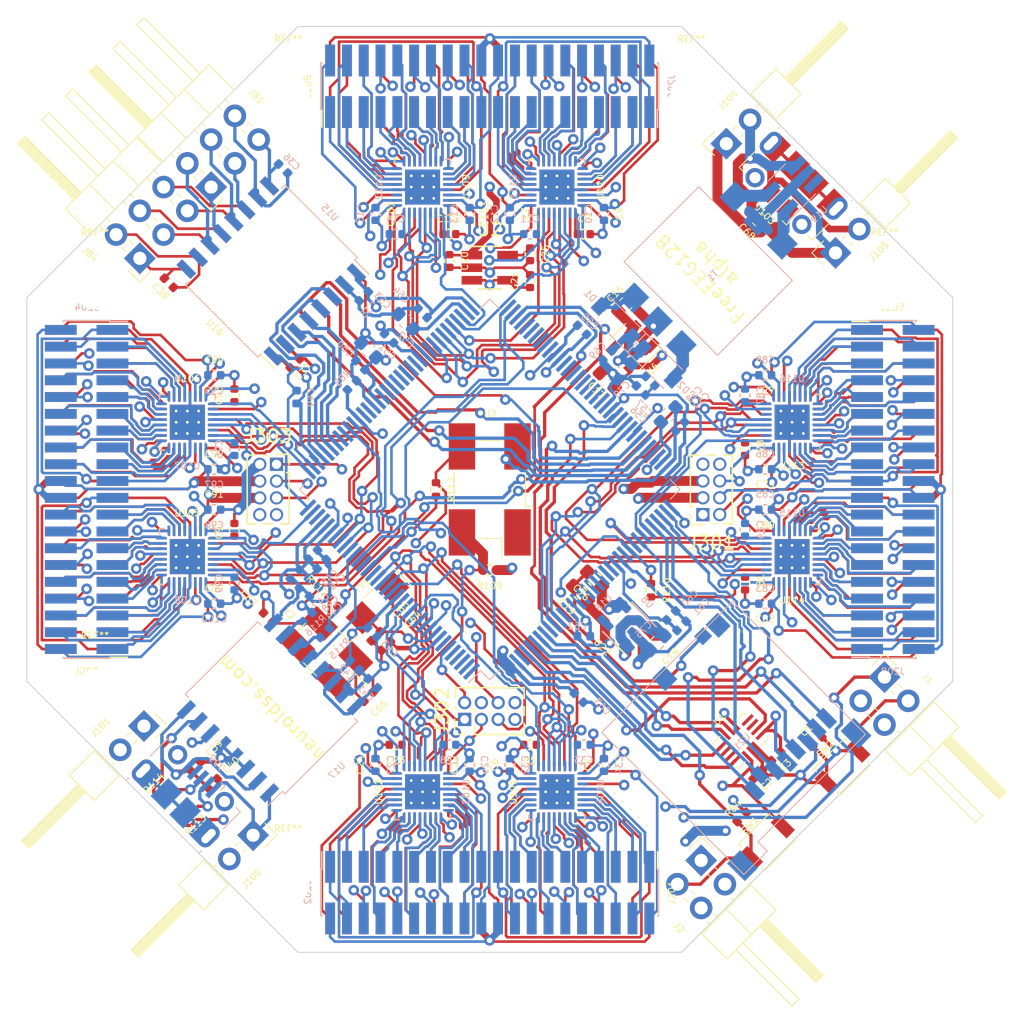
<source format=kicad_pcb>
(kicad_pcb (version 20210824) (generator pcbnew)
  (layers (0 "F.Cu" signal) (1 "In1.Cu" power) (2 "In2.Cu" power) (31 "B.Cu" signal) (34 "B.Paste" user) (35 "F.Paste" user) (36 "B.SilkS" user "B.Silkscreen") (37 "F.SilkS" user "F.Silkscreen") (38 "B.Mask" user) (39 "F.Mask" user) (44 "Edge.Cuts" user))
  (net 0 "")
  (net 1 "Net-(D1-Pad2)")
  (net 2 "Net-(D2-Pad2)")
  (net 3 "ADC10_15_AVDD")
  (net 4 "ADC10_26_DVDD")
  (net 5 "/MCU/71_VCAP_1")
  (net 6 "/MCU/106_VCAP_2")
  (net 7 "/CRYSTAL/1_NC")
  (net 8 "/MCU/24_PH1")
  (net 9 "/MCU/9_PC15")
  (net 10 "/MCU/8_PC14")
  (net 11 "AVDD_1_IN")
  (net 12 "ISO_USB_3_VDD1")
  (net 13 "ISO_USB_1_VBUS1")
  (net 14 "ISO_USB_7_UD+")
  (net 15 "ISO_USB_6_UD–")
  (net 16 "MCU_138_BOOT0")
  (net 17 "ISO_UART_13_OUTB")
  (net 18 "ISO_UART_11_IND")
  (net 19 "ISO_UART_14_OUTA")
  (net 20 "ISO_UART_12_INC")
  (net 21 "ISO_USB_10_DD+")
  (net 22 "ISO_USB_11_DD–")
  (net 23 "ISO_SPI_12_OUTC")
  (net 24 "ISO_SPI_11_IND")
  (net 25 "ISO_SPI_13_OUTB")
  (net 26 "ISO_SPI_14_OUTA")
  (net 27 "MCU_25_NRST")
  (net 28 "ACC_9_INT2")
  (net 29 "ACC_4_INT1")
  (net 30 "ACC_13_SCL")
  (net 31 "ACC_14_SDA")
  (net 32 "ACC_12_CS")
  (net 33 "ACC_1_SDO_SAO")
  (net 34 "ISO_UART_3_INA")
  (net 35 "ISO_UART_4_INB")
  (net 36 "ISO_UART_6_OUTD")
  (net 37 "ISO_SPI_3_INA")
  (net 38 "ISO_SPI_4_INB")
  (net 39 "ISO_SPI_5_INC")
  (net 40 "ISO_SPI_6_OUTD")
  (net 41 "POWER_1_GND")
  (net 42 "POWER_2_VCC")
  (net 43 "/USB_POWER/6_Shield")
  (net 44 "/USB_DATA/6_Shield")
  (net 45 "ISO_UART_5_OUTC")
  (net 46 "AINREF-")
  (net 47 "MCU_116_PD2_SDMMC1_CMD")
  (net 48 "MCU_113_PC12_SDMMC1_CK")
  (net 49 "MCU_112_PC11_SDMMC1_D3")
  (net 50 "MCU_111_PC10_SDMMC1_D2")
  (net 51 "MCU_109_PA14_SYS_JTCK-SWCLK")
  (net 52 "MCU_105_PA13_SYS_JTMS-SWDIO")
  (net 53 "MCU_99_PC9_SDMMC1_D1")
  (net 54 "MCU_98_PC8_SDMMC1_D0")
  (net 55 "MCU_97_PC7_SDMMC1_DETECT")
  (net 56 "MCU_48_PB2_BOOT1")
  (net 57 "MCU_11_PF1_I2C2_SCL")
  (net 58 "MCU_10_PF0_I2C2_SDA")
  (net 59 "CRYSTAL_3_OUT")
  (net 60 "CRYSTAL_4_Vin")
  (net 61 "ISO_SPI_15_GND2")
  (net 62 "ISO_SPI_16_VCC2")
  (net 63 "ISO_UART_15_GND2")
  (net 64 "ISO_UART_16_VCC2")
  (net 65 "ISO_USB_12_PIN")
  (net 66 "Net-(T1-Pad1)")
  (net 67 "Net-(T1-Pad3)")
  (net 68 "/ADC1/24_CAP")
  (net 69 "/ADC10/24_CAP")
  (net 70 "MCU_23_RCC_OSC_IN")
  (net 71 "ADC10_16_SYNC{slash}RESET")
  (net 72 "MCU_118_PD4_ADC1_SYNC{slash}RESET")
  (net 73 "AINREF+")
  (net 74 "ADC13_11_AIN7N")
  (net 75 "ADC13_10_AIN6N")
  (net 76 "ADC13_07_AIN5N")
  (net 77 "ADC13_06_AIN4N")
  (net 78 "ADC13_03_AIN3N")
  (net 79 "ADC13_02_AIN2N")
  (net 80 "ADC13_31_AIN1N")
  (net 81 "ADC13_30_AIN0N")
  (net 82 "ADC14_11_AIN7N")
  (net 83 "ADC14_10_AIN6N")
  (net 84 "ADC14_07_AIN5N")
  (net 85 "ADC14_06_AIN4N")
  (net 86 "ADC14_03_AIN3N")
  (net 87 "ADC14_02_AIN2N")
  (net 88 "ADC14_31_AIN1N")
  (net 89 "ADC14_30_AIN0N")
  (net 90 "ADC15_11_AIN7N")
  (net 91 "ADC15_10_AIN6N")
  (net 92 "ADC15_07_AIN5N")
  (net 93 "ADC15_06_AIN4N")
  (net 94 "ADC15_03_AIN3N")
  (net 95 "ADC15_02_AIN2N")
  (net 96 "ADC15_31_AIN1N")
  (net 97 "ADC15_30_AIN0N")
  (net 98 "ADC16_11_AIN7N")
  (net 99 "ADC16_10_AIN6N")
  (net 100 "ADC16_07_AIN5N")
  (net 101 "ADC16_06_AIN4N")
  (net 102 "ADC16_03_AIN3N")
  (net 103 "ADC16_02_AIN2N")
  (net 104 "ADC16_31_AIN1N")
  (net 105 "ADC16_30_AIN0N")
  (net 106 "ADC13_12_AIN7P")
  (net 107 "ADC13_09_AIN6P")
  (net 108 "ADC13_08_AIN5P")
  (net 109 "ADC13_05_AIN4P")
  (net 110 "ADC13_04_AIN3P")
  (net 111 "ADC13_01_AIN2P")
  (net 112 "ADC13_32_AIN1P")
  (net 113 "ADC13_29_AIN0P")
  (net 114 "ADC14_12_AIN7P")
  (net 115 "ADC14_09_AIN6P")
  (net 116 "ADC14_08_AIN5P")
  (net 117 "ADC14_05_AIN4P")
  (net 118 "ADC14_04_AIN3P")
  (net 119 "ADC14_01_AIN2P")
  (net 120 "ADC14_32_AIN1P")
  (net 121 "ADC14_29_AIN0P")
  (net 122 "ADC15_12_AIN7P")
  (net 123 "ADC15_09_AIN6P")
  (net 124 "ADC15_08_AIN5P")
  (net 125 "ADC15_05_AIN4P")
  (net 126 "ADC15_04_AIN3P")
  (net 127 "ADC15_01_AIN2P")
  (net 128 "ADC15_32_AIN1P")
  (net 129 "ADC15_29_AIN0P")
  (net 130 "ADC16_12_AIN7P")
  (net 131 "ADC16_09_AIN6P")
  (net 132 "ADC16_08_AIN5P")
  (net 133 "ADC16_05_AIN4P")
  (net 134 "ADC16_04_AIN3P")
  (net 135 "ADC16_01_AIN2P")
  (net 136 "ADC16_32_AIN1P")
  (net 137 "ADC16_29_AIN0P")
  (net 138 "ADC1_11_AIN7N")
  (net 139 "ADC1_10_AIN6N")
  (net 140 "ADC1_07_AIN5N")
  (net 141 "ADC1_06_AIN4N")
  (net 142 "ADC1_03_AIN3N")
  (net 143 "ADC1_02_AIN2N")
  (net 144 "ADC1_31_AIN1N")
  (net 145 "ADC1_30_AIN0N")
  (net 146 "ADC2_11_AIN7N")
  (net 147 "ADC2_10_AIN6N")
  (net 148 "ADC2_07_AIN5N")
  (net 149 "ADC2_06_AIN4N")
  (net 150 "ADC2_03_AIN3N")
  (net 151 "ADC2_02_AIN2N")
  (net 152 "ADC2_31_AIN1N")
  (net 153 "ADC2_30_AIN0N")
  (net 154 "ADC3_11_AIN7N")
  (net 155 "ADC3_10_AIN6N")
  (net 156 "ADC3_07_AIN5N")
  (net 157 "ADC3_06_AIN4N")
  (net 158 "ADC3_03_AIN3N")
  (net 159 "ADC3_02_AIN2N")
  (net 160 "ADC3_31_AIN1N")
  (net 161 "ADC3_30_AIN0N")
  (net 162 "ADC4_11_AIN7N")
  (net 163 "ADC4_10_AIN6N")
  (net 164 "ADC4_07_AIN5N")
  (net 165 "ADC4_06_AIN4N")
  (net 166 "ADC4_03_AIN3N")
  (net 167 "ADC4_02_AIN2N")
  (net 168 "ADC4_31_AIN1N")
  (net 169 "ADC4_30_AIN0N")
  (net 170 "ADC1_12_AIN7P")
  (net 171 "ADC1_09_AIN6P")
  (net 172 "ADC1_08_AIN5P")
  (net 173 "ADC1_05_AIN4P")
  (net 174 "ADC1_04_AIN3P")
  (net 175 "ADC1_01_AIN2P")
  (net 176 "ADC1_32_AIN1P")
  (net 177 "ADC1_29_AIN0P")
  (net 178 "ADC2_12_AIN7P")
  (net 179 "ADC2_09_AIN6P")
  (net 180 "ADC2_08_AIN5P")
  (net 181 "ADC2_05_AIN4P")
  (net 182 "ADC2_04_AIN3P")
  (net 183 "ADC2_01_AIN2P")
  (net 184 "ADC2_32_AIN1P")
  (net 185 "ADC2_29_AIN0P")
  (net 186 "ADC3_12_AIN7P")
  (net 187 "ADC3_09_AIN6P")
  (net 188 "ADC3_08_AIN5P")
  (net 189 "ADC3_05_AIN4P")
  (net 190 "ADC3_04_AIN3P")
  (net 191 "ADC3_01_AIN2P")
  (net 192 "ADC3_32_AIN1P")
  (net 193 "ADC3_29_AIN0P")
  (net 194 "ADC4_12_AIN7P")
  (net 195 "ADC4_09_AIN6P")
  (net 196 "ADC4_08_AIN5P")
  (net 197 "ADC4_05_AIN4P")
  (net 198 "ADC4_04_AIN3P")
  (net 199 "ADC4_01_AIN2P")
  (net 200 "ADC4_32_AIN1P")
  (net 201 "ADC4_29_AIN0P")
  (net 202 "ADC5_11_AIN7N")
  (net 203 "ADC5_10_AIN6N")
  (net 204 "ADC5_07_AIN5N")
  (net 205 "ADC5_06_AIN4N")
  (net 206 "ADC5_03_AIN3N")
  (net 207 "ADC5_02_AIN2N")
  (net 208 "ADC5_31_AIN1N")
  (net 209 "ADC5_30_AIN0N")
  (net 210 "ADC6_11_AIN7N")
  (net 211 "ADC6_10_AIN6N")
  (net 212 "ADC6_07_AIN5N")
  (net 213 "ADC6_06_AIN4N")
  (net 214 "ADC6_03_AIN3N")
  (net 215 "ADC6_02_AIN2N")
  (net 216 "ADC6_31_AIN1N")
  (net 217 "ADC6_30_AIN0N")
  (net 218 "ADC7_11_AIN7N")
  (net 219 "ADC7_10_AIN6N")
  (net 220 "ADC7_07_AIN5N")
  (net 221 "ADC7_06_AIN4N")
  (net 222 "ADC7_03_AIN3N")
  (net 223 "ADC7_02_AIN2N")
  (net 224 "ADC7_31_AIN1N")
  (net 225 "ADC7_30_AIN0N")
  (net 226 "ADC8_11_AIN7N")
  (net 227 "ADC8_10_AIN6N")
  (net 228 "ADC8_07_AIN5N")
  (net 229 "ADC8_06_AIN4N")
  (net 230 "ADC8_03_AIN3N")
  (net 231 "ADC8_02_AIN2N")
  (net 232 "ADC8_31_AIN1N")
  (net 233 "ADC8_30_AIN0N")
  (net 234 "ADC5_12_AIN7P")
  (net 235 "ADC5_09_AIN6P")
  (net 236 "ADC5_08_AIN5P")
  (net 237 "ADC5_05_AIN4P")
  (net 238 "ADC5_04_AIN3P")
  (net 239 "ADC5_01_AIN2P")
  (net 240 "ADC5_32_AIN1P")
  (net 241 "ADC5_29_AIN0P")
  (net 242 "ADC6_12_AIN7P")
  (net 243 "ADC6_09_AIN6P")
  (net 244 "ADC6_08_AIN5P")
  (net 245 "ADC6_05_AIN4P")
  (net 246 "ADC6_04_AIN3P")
  (net 247 "ADC6_01_AIN2P")
  (net 248 "ADC6_32_AIN1P")
  (net 249 "ADC6_29_AIN0P")
  (net 250 "ADC7_12_AIN7P")
  (net 251 "ADC7_09_AIN6P")
  (net 252 "ADC7_08_AIN5P")
  (net 253 "ADC7_05_AIN4P")
  (net 254 "ADC7_04_AIN3P")
  (net 255 "ADC7_01_AIN2P")
  (net 256 "ADC7_32_AIN1P")
  (net 257 "ADC7_29_AIN0P")
  (net 258 "ADC8_12_AIN7P")
  (net 259 "ADC8_09_AIN6P")
  (net 260 "ADC8_08_AIN5P")
  (net 261 "ADC8_05_AIN4P")
  (net 262 "ADC8_04_AIN3P")
  (net 263 "ADC8_01_AIN2P")
  (net 264 "ADC8_32_AIN1P")
  (net 265 "ADC8_29_AIN0P")
  (net 266 "ADC9_11_AIN7N")
  (net 267 "ADC9_10_AIN6N")
  (net 268 "ADC9_07_AIN5N")
  (net 269 "ADC9_06_AIN4N")
  (net 270 "ADC9_03_AIN3N")
  (net 271 "ADC9_02_AIN2N")
  (net 272 "ADC9_31_AIN1N")
  (net 273 "ADC9_30_AIN0N")
  (net 274 "ADC9_12_AIN7P")
  (net 275 "ADC9_09_AIN6P")
  (net 276 "ADC9_08_AIN5P")
  (net 277 "ADC9_05_AIN4P")
  (net 278 "ADC9_04_AIN3P")
  (net 279 "ADC9_01_AIN2P")
  (net 280 "ADC9_32_AIN1P")
  (net 281 "ADC9_29_AIN0P")
  (net 282 "ADC1_17_CS")
  (net 283 "ADC1_18_DRDY")
  (net 284 "ADC10_23_XTAL1{slash}CLKIN")
  (net 285 "ADC13_17_CS")
  (net 286 "ADC5_17_CS")
  (net 287 "ADC9_17_CS")
  (net 288 "ADC10_19_SCLK")
  (net 289 "ADC10_21_DIN")
  (net 290 "ADC4_18_DRDY")
  (net 291 "ADC14_17_CS")
  (net 292 "ADC15_17_CS")
  (net 293 "ADC16_17_CS")
  (net 294 "ADC10_17_CS")
  (net 295 "ADC11_17_CS")
  (net 296 "ADC12_17_CS")
  (net 297 "MCU_122_PD6_SAI4_SD_A")
  (net 298 "ADC10_11_AIN7N")
  (net 299 "ADC10_10_AIN6N")
  (net 300 "ADC10_07_AIN5N")
  (net 301 "ADC10_06_AIN4N")
  (net 302 "ADC10_03_AIN3N")
  (net 303 "ADC10_02_AIN2N")
  (net 304 "ADC10_31_AIN1N")
  (net 305 "ADC10_30_AIN0N")
  (net 306 "ADC11_11_AIN7N")
  (net 307 "ADC11_10_AIN6N")
  (net 308 "ADC11_07_AIN5N")
  (net 309 "ADC11_06_AIN4N")
  (net 310 "ADC11_03_AIN3N")
  (net 311 "ADC11_02_AIN2N")
  (net 312 "ADC11_31_AIN1N")
  (net 313 "ADC11_30_AIN0N")
  (net 314 "ADC12_11_AIN7N")
  (net 315 "ADC12_10_AIN6N")
  (net 316 "ADC12_07_AIN5N")
  (net 317 "ADC12_06_AIN4N")
  (net 318 "ADC12_03_AIN3N")
  (net 319 "ADC12_02_AIN2N")
  (net 320 "ADC12_31_AIN1N")
  (net 321 "ADC12_30_AIN0N")
  (net 322 "ADC10_12_AIN7P")
  (net 323 "ADC10_09_AIN6P")
  (net 324 "ADC10_08_AIN5P")
  (net 325 "ADC10_05_AIN4P")
  (net 326 "ADC10_04_AIN3P")
  (net 327 "ADC10_01_AIN2P")
  (net 328 "ADC10_32_AIN1P")
  (net 329 "ADC10_29_AIN0P")
  (net 330 "ADC11_12_AIN7P")
  (net 331 "ADC11_09_AIN6P")
  (net 332 "ADC11_08_AIN5P")
  (net 333 "ADC11_05_AIN4P")
  (net 334 "ADC11_04_AIN3P")
  (net 335 "ADC11_01_AIN2P")
  (net 336 "ADC11_32_AIN1P")
  (net 337 "ADC11_29_AIN0P")
  (net 338 "ADC12_12_AIN7P")
  (net 339 "ADC12_09_AIN6P")
  (net 340 "ADC12_08_AIN5P")
  (net 341 "ADC12_05_AIN4P")
  (net 342 "ADC12_04_AIN3P")
  (net 343 "ADC12_01_AIN2P")
  (net 344 "ADC12_32_AIN1P")
  (net 345 "ADC12_29_AIN0P")
  (net 346 "Net-(R113-Pad1)")
  (net 347 "Net-(R114-Pad1)")
  (net 348 "Net-(R115-Pad2)")
  (net 349 "Net-(R116-Pad2)")
  (net 350 "ADC10_14_REFIN")
  (net 351 "ADC10_20_DOUT")
  (net 352 "ADC4_17_CS")
  (net 353 "ADC3_17_CS")
  (net 354 "ADC2_17_CS")
  (net 355 "ADC1_19_SCLK")
  (net 356 "ADC1_20_DOUT")
  (net 357 "ADC1_21_DIN")
  (net 358 "ADC6_17_CS")
  (net 359 "ADC7_17_CS")
  (net 360 "ADC8_17_CS")
  (net 361 "ADC5_19_SCLK")
  (net 362 "ADC5_21_DIN")
  (net 363 "ISO_USB_2_GND1")
  (net 364 "Net-(C67-Pad1)")
  (net 366 "/USB_DATA/4_ID")
  (net 367 "/USB_POWER/2_D-")
  (net 368 "/USB_POWER/3_D+")
  (net 369 "/USB_POWER/4_ID")
  (net 370 "/ACCEL&GYRO/2_SDx")
  (net 371 "/ACCEL&GYRO/3_SCx")
  (net 374 "ADC10_18_DRDY")
  (net 375 "ADC11_18_DRDY")
  (net 376 "ADC12_18_DRDY")
  (net 378 "ADC2_18_DRDY")
  (net 379 "ADC3_18_DRDY")
  (net 380 "ISO_SPI_7_EN1")
  (net 381 "ISO_SPI_9_GND2")
  (net 382 "ISO_SPI_10_EN2")
  (net 383 "ISO_UART_7_EN1")
  (net 384 "ISO_UART_9_GND2")
  (net 385 "ISO_UART_10_EN2")
  (net 386 "/MCU/1_PE2")
  (net 387 "/MCU/2_PE3")
  (net 388 "/MCU/3_PE4")
  (net 389 "/MCU/4_PE5")
  (net 390 "/MCU/5_PE6")
  (net 391 "MCU_7_PC13_ADC2_DRDY")
  (net 392 "MCU_22_PF10_ADC3_DRDY")
  (net 393 "/MCU/27_PC1")
  (net 394 "MCU_34_PA0_TIM8_ETR")
  (net 395 "/MCU/44_PC4")
  (net 396 "/MCU/45_PC5")
  (net 397 "/MCU/47_PB1")
  (net 398 "/MCU/49_PF11")
  (net 399 "/MCU/50_PF12")
  (net 400 "/MCU/53_PF13")
  (net 401 "/MCU/54_PF14")
  (net 402 "/MCU/55_PF15")
  (net 403 "/MCU/56_PG0")
  (net 404 "/MCU/57_PG1")
  (net 405 "MCU_58_PE7_TIM1_ETR")
  (net 406 "/MCU/59_PE8")
  (net 407 "/MCU/63_PE10")
  (net 408 "/MCU/77_PD8")
  (net 409 "/MCU/78_PD9")
  (net 410 "/MCU/79_PD10")
  (net 411 "/MCU/80_PD11")
  (net 412 "/MCU/81_PD12")
  (net 413 "/MCU/82_PD13")
  (net 414 "/MCU/85_PD14")
  (net 415 "/MCU/86_PD15")
  (net 416 "/MCU/87_PG2")
  (net 417 "/MCU/88_PG3")
  (net 418 "MCU_89_PG4_ADC4_DRDY")
  (net 419 "/MCU/90_PG5")
  (net 420 "/MCU/91_PG6")
  (net 421 "/MCU/92_PG7")
  (net 422 "MCU_93_PG8_SPI6_NSS")
  (net 423 "/MCU/119_PD5")
  (net 424 "/MCU/123_PD7")
  (net 425 "/MCU/124_PG9")
  (net 426 "/MCU/125_PG10")
  (net 427 "/MCU/126_PG11")
  (net 428 "MCU_127_PG12_SPI6_MISO")
  (net 429 "MCU_128_PG13_SPI6_SCK")
  (net 430 "MCU_129_PG14_SPI6_MOSI")
  (net 431 "/MCU/132_PG15")
  (net 432 "/MCU/141_PE0")
  (net 435 "ADC13_18_DRDY")
  (net 436 "ADC14_18_DRDY")
  (net 437 "ADC15_18_DRDY")
  (net 438 "ADC16_18_DRDY")
  (net 439 "ADC5_18_DRDY")
  (net 440 "ADC6_18_DRDY")
  (net 441 "ADC7_18_DRDY")
  (net 442 "ADC8_18_DRDY")
  (net 443 "ADC9_18_DRDY")
  (net 444 "ACC_6_GND")
  (net 445 "/ADC11/24_CAP")
  (net 446 "/ADC12/24_CAP")
  (net 447 "/ADC2/24_CAP")
  (net 448 "/ADC3/24_CAP")
  (net 449 "/ADC4/24_CAP")
  (net 450 "/ADC13/24_CAP")
  (net 451 "/ADC14/24_CAP")
  (net 452 "/ADC15/24_CAP")
  (net 453 "/ADC16/24_CAP")
  (net 454 "/ADC5/24_CAP")
  (net 455 "/ADC6/24_CAP")
  (net 456 "/ADC7/24_CAP")
  (net 457 "/ADC8/24_CAP")
  (net 458 "/ADC9/24_CAP")
  (net 459 "/ADC1/22_XTAL2")
  (net 460 "/ADC1/27_NC")
  (net 461 "/ADC2/22_XTAL2")
  (net 462 "/ADC2/27_NC")
  (net 463 "/ADC3/22_XTAL2")
  (net 464 "/ADC3/27_NC")
  (net 465 "/ADC4/22_XTAL2")
  (net 466 "/ADC4/27_NC")
  (net 467 "/ADC5/22_XTAL2")
  (net 468 "/ADC5/27_NC")
  (net 469 "/ADC6/22_XTAL2")
  (net 470 "/ADC6/27_NC")
  (net 471 "/ADC7/22_XTAL2")
  (net 472 "/ADC7/27_NC")
  (net 473 "/ADC8/22_XTAL2")
  (net 474 "/ADC8/27_NC")
  (net 475 "/ADC9/22_XTAL2")
  (net 476 "/ADC9/27_NC")
  (net 477 "/ADC10/22_XTAL2")
  (net 478 "/ADC10/27_NC")
  (net 479 "/ADC11/22_XTAL2")
  (net 480 "/ADC11/27_NC")
  (net 481 "/ADC12/22_XTAL2")
  (net 482 "/ADC12/27_NC")
  (net 483 "/ADC13/22_XTAL2")
  (net 484 "/ADC13/27_NC")
  (net 485 "/ADC14/22_XTAL2")
  (net 486 "/ADC14/27_NC")
  (net 487 "/ADC15/22_XTAL2")
  (net 488 "/ADC15/27_NC")
  (net 489 "/ADC16/22_XTAL2")
  (net 490 "/ADC16/27_NC")
  (net 491 "VREF_5_VREF")
  (net 492 "Net-(C66-Pad1)")
  (net 494 "MCU_60_PE9_TIM1_CH1")
  (net 495 "/MCU/12_PF2")
  (net 502 "ADC5_20_DOUT")
  (net 503 "ADC13_19_SCLK")
  (net 504 "ADC13_20_DOUT")
  (net 505 "ADC13_21_DIN")
  (footprint "LSM6DS3TR:Bosch_LGA-14_3x2.5mm_P0.5mm" (layer "F.Cu") (at 18.995476 19.002938 45)
    (fp_text reference "U1")
    (fp_text value "LSM6DS3")
  )
  (footprint "Capacitor_SMD:C_0402_1005Metric" (layer "F.Cu") (at -24.257 -15.621 -45)
    (fp_text reference "C38")
    (fp_text value "100n")
  )
  (footprint "Capacitor_SMD:C_0402_1005Metric" (layer "F.Cu") (at -9.1694 15.6718 45)
    (fp_text reference "C66")
    (fp_text value "CL1")
  )
  (footprint "Capacitor_SMD:C_0603_1608Metric" (layer "F.Cu") (at 10.287 -14.0208 45)
    (fp_text reference "C16")
    (fp_text value "2.2u")
  )
  (footprint "Resistor_SMD:R_0402_1005Metric" (layer "F.Cu") (at 19.05 24.765 45)
    (fp_text reference "R84")
    (fp_text value "4k7")
  )
  (footprint "Resistor_SMD:R_0402_1005Metric" (layer "F.Cu") (at -22.86 24.765 45)
    (fp_text reference "R113")
    (fp_text value "24")
  )
  (footprint "Connector_PinHeader_2.54mm:PinHeader_2x01_P2.54mm_Horizontal" (layer "F.Cu") (at 17.888949 -26.143949 45)
    (fp_text reference "J104")
    (fp_text value "Conn_01x02")
  )
  (footprint "Capacitor_SMD:C_0402_1005Metric" (layer "F.Cu") (at -22.225 20.955 -135)
    (fp_text reference "C39")
    (fp_text value "100n")
  )
  (footprint "Capacitor_SMD:C_0402_1005Metric" (layer "F.Cu") (at -7.8486 11.8364 -135)
    (fp_text reference "C64")
    (fp_text value "CL1")
  )
  (footprint "Package_TO_SOT_SMD:SOT-23-5" (layer "F.Cu") (at 10.795 -10.781028 -135)
    (fp_text reference "U6")
    (fp_text value "LP5907")
  )
  (footprint "Capacitor_SMD:C_0402_1005Metric" (layer "F.Cu") (at 24.765 19.05 45)
    (fp_text reference "C1")
    (fp_text value "100n")
  )
  (footprint "smd5032:Crystal_SMD_EuroQuartz_MJ-4Pin_5.0x3.2mm_HandSoldering" (layer "F.Cu") (at -12.319 12.319 135)
    (fp_text reference "Y2")
    (fp_text value "16MHz")
  )
  (footprint "Capacitor_SMD:C_0402_1005Metric" (layer "F.Cu") (at -16.764 9.6774 135)
    (fp_text reference "C67")
    (fp_text value "CL2")
  )
  (footprint "Capacitor_SMD:C_0603_1608Metric" (layer "F.Cu") (at 20.3454 -20.3962 -45)
    (fp_text reference "C68")
    (fp_text value "10u")
  )
  (footprint "Connector_USB:USB_Micro-B_Molex-105017-0001" (layer "F.Cu") (at 22.86 -22.841256 135)
    (fp_text reference "J103")
    (fp_text value "USB_B_Micro")
  )
  (footprint "Connector_PinHeader_2.54mm:PinHeader_2x01_P2.54mm_Horizontal" (layer "F.Cu") (at 26.143949 -17.888949 45)
    (fp_text reference "J105")
    (fp_text value "Conn_01x02")
  )
  (footprint "Button_Switch_SMD:SW_SPST_B3U-1000P-B" (layer "F.Cu") (at 20.955 26.67 -135)
    (fp_text reference "SW1")
    (fp_text value "SW_Push")
  )
  (footprint "Crystal:Crystal_SMD_EuroQuartz_EQ161-2Pin_3.2x1.5mm_HandSoldering" (layer "F.Cu") (at -8.489649 8.540449 -135)
    (fp_text reference "Y1")
    (fp_text value "32768Hz")
  )
  (footprint "Connector_PinHeader_2.54mm:PinHeader_2x01_P2.54mm_Horizontal" (layer "F.Cu") (at -17.888949 26.143949 -135)
    (fp_text reference "J100")
    (fp_text value "Conn_01x02")
  )
  (footprint "Oscillator:Oscillator_SMD_EuroQuartz_XO91-4Pin_7.0x5.0mm_HandSoldering" (layer "F.Cu") (at 0 0 90)
    (fp_text reference "U7")
    (fp_text value "FXO-SM7_OSC-SMD7050_short")
  )
  (footprint "Capacitor_SMD:C_0402_1005Metric" (layer "F.Cu") (at -20.955 22.225 -135)
    (fp_text reference "C40")
    (fp_text value "100n")
  )
  (footprint "Capacitor_SMD:C_0402_1005Metric" (layer "F.Cu") (at 20.265476 21.542938 45)
    (fp_text reference "C2")
    (fp_text value "100n")
  )
  (footprint "Capacitor_SMD:C_0402_1005Metric" (layer "F.Cu") (at -8.6106 11.0998 -135)
    (fp_text reference "C65")
    (fp_text value "CL2")
  )
  (footprint "Connector_PinHeader_2.54mm:PinHeader_2x01_P2.54mm_Horizontal" (layer "F.Cu") (at -26.143949 17.888949 -135)
    (fp_text reference "J101")
    (fp_text value "Conn_01x02")
  )
  (footprint "Button_Switch_SMD:SW_SPST_B3U-1000P-B" (layer "F.Cu") (at 26.67 20.955 45)
    (fp_text reference "SW2")
    (fp_text value "SW_Push")
  )
  (footprint "Capacitor_SMD:C_0402_1005Metric" (layer "F.Cu") (at 21.6408 20.1676 -135)
    (fp_text reference "C3")
    (fp_text value "100n")
  )
  (footprint "Resistor_SMD:R_0402_1005Metric" (layer "F.Cu") (at -11.811 8.509 135)
    (fp_text reference "R117")
    (fp_text value "R_EXT")
  )
  (footprint "Capacitor_SMD:C_0603_1608Metric" (layer "F.Cu") (at 8.89 -8.241028 135)
    (fp_text reference "C17")
    (fp_text value "2.2u")
  )
  (footprint "Connector_PinHeader_2.54mm:PinHeader_2x02_P2.54mm_Horizontal" (layer "F.Cu") (at 15.983949 28.048949 -45)
    (fp_text reference "J2")
    (fp_text value "Conn_02x02_Odd_Even")
  )
  (footprint "Resistor_SMD:R_0402_1005Metric" (layer "F.Cu") (at -24.765 22.86 45)
    (fp_text reference "R114")
    (fp_text value "24")
  )
  (footprint "Package_SO:SOIC-16W_7.5x10.3mm_P1.27mm" (layer "F.Cu") (at -16.51 -16.51 135)
    (fp_text reference "U16")
    (fp_text value "ADUM1402BRWZ")
  )
  (footprint "Capacitor_SMD:C_0402_1005Metric" (layer "F.Cu") (at -14.732 -9.525 45)
    (fp_text reference "C37")
    (fp_text value "100n")
  )
  (footprint "Connector_PinHeader_2.54mm:PinHeader_2x03_P2.54mm_Horizontal" (layer "F.Cu") (at -21.063949 -22.86 135)
    (fp_text reference "J81")
    (fp_text value "Conn_02x03_Odd_Even")
  )
  (footprint "Connector_PinHeader_2.54mm:PinHeader_2x02_P2.54mm_Horizontal" (layer "F.Cu") (at 29.845 14.187898 -45)
    (fp_text reference "J1")
    (fp_text value "Conn_02x02_Odd_Even")
  )
  (footprint "Connector_PinHeader_2.54mm:PinHeader_2x03_P2.54mm_Horizontal" (layer "F.Cu") (at -26.452102 -17.471846 135)
    (fp_text reference "J84")
    (fp_text value "Conn_02x03_Odd_Even")
  )
  (footprint "Capacitor_SMD:C_0402_1005Metric" (layer "F.Cu") (at 19.304 7.112 -90)
    (fp_text reference "C81")
    (fp_text value "220nF")
  )
  (footprint "Capacitor_SMD:C_0402_1005Metric" (layer "F.Cu") (at 3.048 19.304 180)
    (fp_text reference "C5")
    (fp_text value "220nF")
  )
  (footprint "Capacitor_SMD:C_0402_1005Metric" (layer "F.Cu") (at 20.828 -1.524 180)
    (fp_text reference "C79")
    (fp_text value "1u")
  )
  (footprint "Capacitor_SMD:C_0402_1005Metric" (layer "F.Cu") (at 20.828 8.636 180)
    (fp_text reference "C82")
    (fp_text value "1u")
  )
  (footprint "Capacitor_SMD:C_0402_1005Metric" (layer "F.Cu") (at -20.828 1.524)
    (fp_text reference "C91")
    (fp_text value "1u")
  )
  (footprint "Package_DFN_QFN:QFN-32-1EP_4x4mm_P0.4mm_EP2.65x2.65mm_ThermalVias" (layer "F.Cu") (at 22.86 -5.08 180)
    (fp_text reference "U113")
    (fp_text value "ADS131M08IRSN")
  )
  (footprint "Capacitor_SMD:C_0402_1005Metric" (layer "F.Cu") (at -19.304 3.048 90)
    (fp_text reference "C90")
    (fp_text value "220nF")
  )
  (footprint "Connector_PinHeader_1.27mm:PinHeader_2x20_P1.27mm_Vertical_SMD" (layer "F.Cu") (at 30.48 0)
    (fp_text reference "J207")
    (fp_text value "Conn_02x20_Odd_Even")
  )
  (footprint "Capacitor_SMD:C_0402_1005Metric" (layer "F.Cu") (at 7.112 -19.304)
    (fp_text reference "C8")
    (fp_text value "220nF")
  )
  (footprint "Capacitor_SMD:C_0402_1005Metric" (layer "F.Cu") (at -20.828 -1.524)
    (fp_text reference "C92")
    (fp_text value "1u")
  )
  (footprint "Capacitor_SMD:C_0402_1005Metric" (layer "F.Cu") (at -20.828 -8.636)
    (fp_text reference "C94")
    (fp_text value "1u")
  )
  (footprint "Package_DFN_QFN:QFN-32-1EP_4x4mm_P0.4mm_EP2.65x2.65mm_ThermalVias" (layer "F.Cu") (at -5.08 -22.86 -90)
    (fp_text reference "U109")
    (fp_text value "ADS131M08IRSN")
  )
  (footprint "Capacitor_SMD:C_0402_1005Metric" (layer "F.Cu") (at -3.048 -19.304)
    (fp_text reference "C102")
    (fp_text value "220nF")
  )
  (footprint "Connector_PinHeader_1.27mm:PinHeader_2x04_P1.27mm_Vertical" (layer "F.Cu") (at -1.9 17.389 90)
    (fp_text reference "J302")
    (fp_text value "Conn_02x04_Odd_Even")
  )
  (footprint "MountingHole:MountingHole_3.2mm_M3" (layer "F.Cu") (at 29.845 -15.24)
    (fp_text reference "REF**")
    (fp_text value "MountingHole_3.2mm_M3")
  )
  (footprint "Connector_PinHeader_1.27mm:PinHeader_2x20_P1.27mm_Vertical_SMD" (layer "F.Cu") (at -30.48 0 180)
    (fp_text reference "J203")
    (fp_text value "Conn_02x20_Odd_Even")
  )
  (footprint "Capacitor_SMD:C_0402_1005Metric" (layer "F.Cu") (at 3.048 -17.78 -90)
    (fp_text reference "C25")
    (fp_text value "100n")
  )
  (footprint "Capacitor_SMD:C_0402_1005Metric" (layer "F.Cu") (at -8.636 -20.828 -90)
    (fp_text reference "C101")
    (fp_text value "1u")
  )
  (footprint "Resistor_SMD:R_0402_1005Metric" (layer "F.Cu") (at -4.064 0 -90)
    (fp_text reference "R112")
    (fp_text value "0")
  )
  (footprint "Connector_PinSocket_1.27mm:PinSocket_2x04_P1.27mm_Vertical" (layer "F.Cu") (at 16.119 1.9 180)
    (fp_text reference "J301")
    (fp_text value "Conn_02x04_Odd_Even")
  )
  (footprint "Capacitor_SMD:C_0402_1005Metric" (layer "F.Cu") (at -1.524 20.828 90)
    (fp_text reference "C22")
    (fp_text value "1u")
  )
  (footprint "Capacitor_SMD:C_0402_1005Metric" (layer "F.Cu") (at 1.524 20.828 90)
    (fp_text reference "C6")
    (fp_text value "1u")
  )
  (footprint "MountingHole:MountingHole_3.2mm_M3" (layer "F.Cu") (at -29.845 15.24)
    (fp_text reference "REF**")
    (fp_text value "MountingHole_3.2mm_M3")
  )
  (footprint "MountingHole:MountingHole_3.2mm_M3" (layer "F.Cu") (at -15.24 -29.845)
    (fp_text reference "REF**")
    (fp_text value "MountingHole_3.2mm_M3")
  )
  (footprint "Capacitor_SMD:C_0402_1005Metric" (layer "F.Cu") (at 8.636 -20.828 -90)
    (fp_text reference "C9")
    (fp_text value "1u")
  )
  (footprint "Capacitor_SMD:C_0402_1005Metric" (layer "F.Cu") (at 19.304 -3.048 -90)
    (fp_text reference "C78")
    (fp_text value "220nF")
  )
  (footprint "MountingHole:MountingHole_3.2mm_M3" (layer "F.Cu") (at 15.24 -29.845)
    (fp_text reference "REF**")
    (fp_text value "MountingHole_3.2mm_M3")
  )
  (footprint "Capacitor_SMD:C_0402_1005Metric" (layer "F.Cu") (at -1.524 -20.828 -90)
    (fp_text reference "C103")
    (fp_text value "1u")
  )
  (footprint "Package_DFN_QFN:QFN-32-1EP_4x4mm_P0.4mm_EP2.65x2.65mm_ThermalVias" (layer "F.Cu") (at 22.86 5.08 180)
    (fp_text reference "U114")
    (fp_text value "ADS131M08IRSN")
  )
  (footprint "Capacitor_SMD:C_0402_1005Metric" (layer "F.Cu") (at -19.304 -7.112 90)
    (fp_text reference "C93")
    (fp_text value "220nF")
  )
  (footprint "Capacitor_SMD:C_0603_1608Metric" (layer "F.Cu") (at 6.858 7.8486 135)
    (fp_text reference "C19")
    (fp_text value "2.2u")
  )
  (footprint "MountingHole:MountingHole_3.2mm_M3" (layer "F.Cu") (at -15.24 29.845)
    (fp_text reference "REF**")
    (fp_text value "MountingHole_3.2mm_M3")
  )
  (footprint "Package_DFN_QFN:QFN-32-1EP_4x4mm_P0.4mm_EP2.65x2.65mm_ThermalVias" (layer "F.Cu") (at -22.86 5.08)
    (fp_text reference "U105")
    (fp_text value "ADS131M08IRSN")
  )
  (footprint "Capacitor_SMD:C_0402_1005Metric" (layer "F.Cu") (at 3.048 -15.748 90)
    (fp_text reference "C21")
    (fp_text value "100n")
  )
  (footprint "Capacitor_SMD:C_0402_1005Metric" (layer "F.Cu") (at -20.828 8.636)
    (fp_text reference "C89")
    (fp_text value "1u")
  )
  (footprint "Package_TO_SOT_SMD:SOT-23-5_HandSoldering" (layer "F.Cu") (at 0 -16.764)
    (fp_text reference "U2")
    (fp_text value "REF2025")
  )
  (footprint "Capacitor_SMD:C_0402_1005Metric" (layer "F.Cu") (at -8.636 20.828 90)
    (fp_text reference "C24")
    (fp_text value "1u")
  )
  (footprint "Package_DFN_QFN:QFN-32-1EP_4x4mm_P0.4mm_EP2.65x2.65mm_ThermalVias" (layer "F.Cu") (at -5.08 22.86 90)
    (fp_text reference "U102")
    (fp_text value "ADS131M08IRSN")
  )
  (footprint "Capacitor_SMD:C_0603_1608Metric" (layer "F.Cu") (at 12.6492 11.6078 -135)
    (fp_text reference "C18")
    (fp_text value "2.2u")
  )
  (footprint "Connector_PinSocket_1.27mm:PinSocket_2x04_P1.27mm_Vertical" (layer "F.Cu") (at -16.119 -1.9)
    (fp_text reference "J303")
    (fp_text value "Conn_02x04_Odd_Even")
  )
  (footprint "Resistor_SMD:R_0402_1005Metric" (layer "F.Cu") (at 12.192 7.62 -90)
    (fp_text reference "R110")
    (fp_text value "0")
  )
  (footprint "Package_TO_SOT_SMD:SOT-23-5" (layer "F.Cu") (at 10.2108 10.2108 135)
    (fp_text reference "U22")
    (fp_text value "LP5907")
  )
  (footprint "Capacitor_SMD:C_0402_1005Metric" (layer "F.Cu") (at -7.112 19.304 180)
    (fp_text reference "C23")
    (fp_text value "220nF")
  )
  (footprint "Connector_PinHeader_1.27mm:PinHeader_2x20_P1.27mm_Vertical_SMD" (layer "F.Cu") (at 0 30.48 -90)
    (fp_text reference "J201")
    (fp_text value "Conn_02x20_Odd_Even")
  )
  (footprint "Capacitor_SMD:C_0402_1005Metric" (layer "F.Cu") (at 8.636 20.828 90)
    (fp_text reference "C4")
    (fp_text value "1u")
  )
  (footprint "Capacitor_SMD:C_0402_1005Metric" (layer "F.Cu") (at 20.828 -8.636 180)
    (fp_text reference "C77")
    (fp_text value "1u")
  )
  (footprint "Connector_PinHeader_1.27mm:PinHeader_2x20_P1.27mm_Vertical_SMD" (layer "F.Cu") (at 0 -30.48 90)
    (fp_text reference "J205")
    (fp_text value "Conn_02x20_Odd_Even")
  )
  (footprint "MountingHole:MountingHole_3.2mm_M3" (layer "F.Cu") (at -29.845 -15.24)
    (fp_text reference "REF**")
    (fp_text value "MountingHole_3.2mm_M3")
  )
  (footprint "Package_DFN_QFN:QFN-32-1EP_4x4mm_P0.4mm_EP2.65x2.65mm_ThermalVias" (layer "F.Cu") (at -22.86 -5.08)
    (fp_text reference "U106")
    (fp_text value "ADS131M08IRSN")
  )
  (footprint "Capacitor_SMD:C_0402_1005Metric" (layer "F.Cu") (at 1.524 -20.828 -90)
    (fp_text reference "C7")
    (fp_text value "1u")
  )
  (footprint "Capacitor_SMD:C_0402_1005Metric" (layer "F.Cu") (at -3.048 -17.272 -90)
    (fp_text reference "C20")
    (fp_text value "100n")
  )
  (footprint "Package_DFN_QFN:QFN-32-1EP_4x4mm_P0.4mm_EP2.65x2.65mm_ThermalVias" (layer "F.Cu") (at 5.08 -22.86 -90)
    (fp_text reference "U110")
    (fp_text value "ADS131M08IRSN")
  )
  (footprint "Capacitor_SMD:C_0603_1608Metric" (layer "F.Cu") (at 7.9248 6.7818 135)
    (fp_text reference "C76")
    (fp_text value "2.2u")
  )
  (footprint "Package_DFN_QFN:QFN-32-1EP_4x4mm_P0.4mm_EP2.65x2.65mm_ThermalVias" (layer "F.Cu") (at 5.08 22.86 90)
    (fp_text reference "U101")
    (fp_text value "ADS131M08IRSN")
  )
  (footprint "Resistor_SMD:R_0402_1005Metric" (layer "F.Cu") (at 0 6.096 180)
    (fp_text reference "R109")
    (fp_text value "0")
  )
  (footprint "Capacitor_SMD:C_0402_1005Metric" (layer "F.Cu") (at 20.828 1.524 180)
    (fp_text reference "C80")
    (fp_text value "1u")
  )
  (footprint "Package_TO_SOT_SMD:SOT-23-6_Handsoldering" (layer "B.Cu") (at 22.86 -22.841256 45)
    (fp_text reference "U19")
    (fp_text value "SN6505B")
  )
  (footprint "Capacitor_SMD:C_0402_1005Metric" (layer "B.Cu") (at -14.732 6.4262 -135)
    (fp_text reference "C47")
    (fp_text value "100n")
  )
  (footprint "Capacitor_SMD:C_0603_1608Metric" (layer "B.Cu") (at -9.144 -10.541 135)
    (fp_text reference "C51")
    (fp_text value "4.7u")
  )
  (footprint "Capacitor_SMD:C_0402_1005Metric" (layer "B.Cu") (at 14.5034 10.3124 45)
    (fp_text reference "C61")
    (fp_text value "1u")
  )
  (footprint "Capacitor_SMD:C_0402_1005Metric" (layer "B.Cu") (at -12.7 5.6388 45)
    (fp_text reference "C46")
    (fp_text value "1u")
  )
  (footprint "Capacitor_SMD:C_0402_1005Metric" (layer "B.Cu") (at -9.779 -9.398 135)
    (fp_text reference "C50")
    (fp_text value "100n")
  )
  (footprint "Package_QFP:LQFP-144_20x20mm_P0.5mm" (layer "B.Cu") (at 0 0 45)
    (fp_text reference "U18")
    (fp_text value "STM32H743ZITx")
  )
  (footprint "Resistor_SMD:R_0402_1005Metric" (layer "B.Cu") (at -13.7668 9.652 -135)
    (fp_text reference "R116")
    (fp_text value "24")
  )
  (footprint "Package_SO:SOIC-16W_7.5x10.3mm_P1.27mm" (layer "B.Cu") (at -16.51 16.51 45)
    (fp_text reference "U17")
    (fp_text value "ADuM3160")
  )
  (footprint "Capacitor_SMD:C_0402_1005Metric" (layer "B.Cu") (at 14.38897 -4.762119 -135)
    (fp_text reference "C59")
    (fp_text value "100n")
  )
  (footprint "Diode_SMD:D_SOD-123" (layer "B.Cu") (at 12.7 -9.506256 -45)
    (fp_text reference "D2")
    (fp_text value "D_Schottky")
  )
  (footprint "Capacitor_SMD:C_0402_1005Metric" (layer "B.Cu") (at 12.1412 -8.2042 135)
    (fp_text reference "C57")
    (fp_text value "1u")
  )
  (footprint "Capacitor_SMD:C_0402_1005Metric" (layer "B.Cu") (at -8.89 10.795 -45)
    (fp_text reference "C43")
    (fp_text value "100n")
  )
  (footprint "Capacitor_SMD:C_0603_1608Metric" (layer "B.Cu") (at 10.16 -8.94941 -135)
    (fp_text reference "C70")
    (fp_text value "10u")
  )
  (footprint "Capacitor_SMD:C_0402_1005Metric" (layer "B.Cu") (at 6.985 -12.065 135)
    (fp_text reference "C55")
    (fp_text value "100n")
  )
  (footprint "Capacitor_SMD:C_0402_1005Metric" (layer "B.Cu") (at -10.2108 13.2842 -45)
    (fp_text reference "C42")
    (fp_text value "100n")
  )
  (footprint "Resistor_SMD:R_0402_1005Metric" (layer "B.Cu") (at -12.4714 10.8458 -135)
    (fp_text reference "R115")
    (fp_text value "24")
  )
  (footprint "Capacitor_SMD:C_0603_1608Metric" (layer "B.Cu") (at -6.35 -12.7 135)
    (fp_text reference "C53")
    (fp_text value "2.2u")
  )
  (footprint "Capacitor_SMD:C_0402_1005Metric" (layer "B.Cu") (at -14.0462 7.112 -135)
    (fp_text reference "C48")
    (fp_text value "1u")
  )
  (footprint "Package_SO:SOIC-16W_7.5x10.3mm_P1.27mm" (layer "B.Cu") (at -16.51 -16.51 135)
    (fp_text reference "U15")
    (fp_text value "ISO7341c")
  )
  (footprint "Capacitor_SMD:C_0402_1005Metric" (layer "B.Cu") (at -9.525 -14.605 -135)
    (fp_text reference "C35")
    (fp_text value "100n")
  )
  (footprint "Connector_USB:USB_Micro-B_Molex-105017-0001" (layer "B.Cu") (at -22.86 22.86 135)
    (fp_text reference "J99")
    (fp_text value "USB_B_Micro")
  )
  (footprint "473521001:473521001" (layer "B.Cu") (at 18.365248 18.367938 -135)
    (fp_text reference "U21")
    (fp_text value "473521001")
  )
  (footprint "Capacitor_SMD:C_0402_1005Metric" (layer "B.Cu") (at 6.731 15.748 -45)
    (fp_text reference "C63")
    (fp_text value "100n")
  )
  (footprint "Capacitor_SMD:C_0402_1005Metric" (layer "B.Cu") (at -5.08 -13.335 135)
    (fp_text reference "C54")
    (fp_text value "100n")
  )
  (footprint "Diode_SMD:D_SOD-123" (layer "B.Cu") (at 9.525 -12.681256 135)
    (fp_text reference "D1")
    (fp_text value "D_Schottky")
  )
  (footprint "Capacitor_SMD:C_0402_1005Metric" (layer "B.Cu") (at 7.112 11.0998)
    (fp_text reference "C62")
    (fp_text value "100n")
  )
  (footprint "Resistor_SMD:R_0402_1005Metric" (layer "B.Cu") (at -10.414 -7.874 45)
    (fp_text reference "R85")
    (fp_text value "4k7")
  )
  (footprint "Capacitor_SMD:C_0402_1005Metric" (layer "B.Cu") (at 8.89 -10.146028 -135)
    (fp_text reference "C69")
    (fp_text value "100n")
  )
  (footprint "Capacitor_SMD:C_0402_1005Metric" (layer "B.Cu") (at 11.43 -7.493 135)
    (fp_text reference "C56")
    (fp_text value "100n")
  )
  (footprint "Capacitor_SMD:C_0402_1005Metric" (layer "B.Cu") (at -14.605 -6.985 90)
    (fp_text reference "C49")
    (fp_text value "100n")
  )
  (footprint "Capacitor_SMD:C_0603_1608Metric" (layer "B.Cu") (at 13.498952 -5.651119 45)
    (fp_text reference "C58")
    (fp_text value "2.2u")
  )
  (footprint "Capacitor_SMD:C_0402_1005Metric" (layer "B.Cu") (at -13.2842 7.747 -135)
    (fp_text reference "C44")
    (fp_text value "100n")
  )
  (footprint "Capacitor_SMD:C_0402_1005Metric" (layer "B.Cu") (at -13.3604 4.9276 45)
    (fp_text reference "C45")
    (fp_text value "100n")
  )
  (footprint "Capacitor_SMD:C_0402_1005Metric" (layer "B.Cu") (at -15.621 -24.257 -45)
    (fp_text reference "C36")
    (fp_text value "100n")
  )
  (footprint "Capacitor_SMD:C_0402_1005Metric" (layer "B.Cu") (at -8.8392 14.6558 135)
    (fp_text reference "C41")
    (fp_text value "100n")
  )
  (footprint "Capacitor_SMD:C_0402_1005Metric" (layer "B.Cu") (at 13.716 9.525 45)
    (fp_text reference "C60")
    (fp_text value "100n")
  )
  (footprint "Capacitor_SMD:C_0402_1005Metric" (layer "B.Cu") (at -7.62 -11.43 -45)
    (fp_text reference "C52")
    (fp_text value "100n")
  )
  (footprint "750315371:750315371" (layer "B.Cu") (at 16.51 -16.51 -135)
    (fp_text reference "T1")
    (fp_text value "750315371")
  )
  (footprint "Package_DFN_QFN:QFN-32-1EP_4x4mm_P0.4mm_EP2.65x2.65mm_ThermalVias" (layer "B.Cu") (at -5.08 22.86 90)
    (fp_text reference "U103")
    (fp_text value "ADS131M08IRSN")
  )
  (footprint "Package_DFN_QFN:QFN-32-1EP_4x4mm_P0.4mm_EP2.65x2.65mm_ThermalVias" (layer "B.Cu") (at -22.86 -5.08)
    (fp_text reference "U107")
    (fp_text value "ADS131M08IRSN")
  )
  (footprint "Capacitor_SMD:C_0402_1005Metric" (layer "B.Cu") (at -20.828 -8.636)
    (fp_text reference "C95")
    (fp_text value "1u")
  )
  (footprint "Capacitor_SMD:C_0402_1005Metric" (layer "B.Cu") (at 20.828 8.636 180)
    (fp_text reference "C83")
    (fp_text value "1u")
  )
  (footprint "Capacitor_SMD:C_0402_1005Metric" (layer "B.Cu") (at -8.636 -20.828 -90)
    (fp_text reference "C15")
    (fp_text value "1u")
  )
  (footprint "Capacitor_SMD:C_0402_1005Metric" (layer "B.Cu") (at 19.304 3.048 90)
    (fp_text reference "C84")
    (fp_text value "220nF")
  )
  (footprint "Capacitor_SMD:C_0402_1005Metric" (layer "B.Cu") (at -3.048 19.304)
    (fp_text reference "C28")
    (fp_text value "220nF")
  )
  (footprint "Package_DFN_QFN:QFN-32-1EP_4x4mm_P0.4mm_EP2.65x2.65mm_ThermalVias" (layer "B.Cu") (at -5.08 -22.86 -90)
    (fp_text reference "U112")
    (fp_text value "ADS131M08IRSN")
  )
  (footprint "Capacitor_SMD:C_0402_1005Metric" (layer "B.Cu") (at 1.524 -20.828 -90)
    (fp_text reference "C12")
    (fp_text value "1u")
  )
  (footprint "Capacitor_SMD:C_0402_1005Metric" (layer "B.Cu") (at 3.048 -19.304 180)
    (fp_text reference "C11")
    (fp_text value "220nF")
  )
  (footprint "Connector_PinHeader_1.27mm:PinHeader_2x20_P1.27mm_Vertical_SMD" (layer "B.Cu") (at 30.48 0)
    (fp_text reference "J208")
    (fp_text value "Conn_02x20_Odd_Even")
  )
  (footprint "Package_DFN_QFN:QFN-32-1EP_4x4mm_P0.4mm_EP2.65x2.65mm_ThermalVias" (layer "B.Cu") (at 22.86 -5.08 180)
    (fp_text reference "U116")
    (fp_text value "ADS131M08IRSN")
  )
  (footprint "Capacitor_SMD:C_0402_1005Metric" (layer "B.Cu") (at -20.828 -1.524)
    (fp_text reference "C97")
    (fp_text value "1u")
  )
  (footprint "Capacitor_SMD:C_0402_1005Metric" (layer "B.Cu") (at 20.828 1.524 180)
    (fp_text reference "C85")
    (fp_text value "1u")
  )
  (footprint "Capacitor_SMD:C_0402_1005Metric" (layer "B.Cu") (at -1.524 -20.828 -90)
    (fp_text reference "C13")
    (fp_text value "1u")
  )
  (footprint "Capacitor_SMD:C_0402_1005Metric" (layer "B.Cu") (at 20.828 -8.636 180)
    (fp_text reference "C88")
    (fp_text value "1u")
  )
  (footprint "Capacitor_SMD:C_0402_1005Metric" (layer "B.Cu") (at 1.524 20.828 90)
    (fp_text reference "C32")
    (fp_text value "1u")
  )
  (footprint "Capacitor_SMD:C_0402_1005Metric" (layer "B.Cu") (at -1.524 20.828 90)
    (fp_text reference "C29")
    (fp_text value "1u")
  )
  (footprint "Connector_PinHeader_1.27mm:PinHeader_2x20_P1.27mm_Vertical_SMD" (layer "B.Cu") (at -30.48 0 180)
    (fp_text reference "J204")
    (fp_text value "Conn_02x20_Odd_Even")
  )
  (footprint "Package_DFN_QFN:QFN-32-1EP_4x4mm_P0.4mm_EP2.65x2.65mm_ThermalVias" (layer "B.Cu") (at -22.86 5.08)
    (fp_text reference "U108")
    (fp_text value "ADS131M08IRSN")
  )
  (footprint "Package_DFN_QFN:QFN-32-1EP_4x4mm_P0.4mm_EP2.65x2.65mm_ThermalVias" (layer "B.Cu") (at 5.08 -22.86 -90)
    (fp_text reference "U111")
    (fp_text value "ADS131M08IRSN")
  )
  (footprint "Capacitor_SMD:C_0402_1005Metric" (layer "B.Cu") (at -8.636 20.828 90)
    (fp_text reference "C27")
    (fp_text value "1u")
  )
  (footprint "Capacitor_SMD:C_0603_1608Metric" (layer "B.Cu") (at 12.6492 11.6078 -135)
    (fp_text reference "C75")
    (fp_text value "2.2u")
  )
  (footprint "Connector_PinHeader_1.27mm:PinHeader_2x20_P1.27mm_Vertical_SMD" (layer "B.Cu") (at 0 30.48 -90)
    (fp_text reference "J202")
    (fp_text value "Conn_02x20_Odd_Even")
  )
  (footprint "Package_DFN_QFN:QFN-32-1EP_4x4mm_P0.4mm_EP2.65x2.65mm_ThermalVias" (layer "B.Cu") (at 5.08 22.86 90)
    (fp_text reference "U104")
    (fp_text value "ADS131M08IRSN")
  )
  (footprint "Capacitor_SMD:C_0402_1005Metric" (layer "B.Cu") (at -19.304 7.112 -90)
    (fp_text reference "C99")
    (fp_text value "220nF")
  )
  (footprint "Capacitor_SMD:C_0402_1005Metric" (layer "B.Cu") (at 8.636 -20.828 -90)
    (fp_text reference "C10")
    (fp_text value "1u")
  )
  (footprint "Capacitor_SMD:C_0402_1005Metric" (layer "B.Cu") (at 7.112 19.304)
    (fp_text reference "C33")
    (fp_text value "220nF")
  )
  (footprint "Capacitor_SMD:C_0402_1005Metric" (layer "B.Cu") (at -20.828 1.524)
    (fp_text reference "C98")
    (fp_text value "1u")
  )
  (footprint "Capacitor_SMD:C_0402_1005Metric" (layer "B.Cu") (at 19.304 -7.112 90)
    (fp_text reference "C87")
    (fp_text value "220nF")
  )
  (footprint "Package_DFN_QFN:QFN-32-1EP_4x4mm_P0.4mm_EP2.65x2.65mm_ThermalVias" (layer "B.Cu") (at 22.86 5.08 180)
    (fp_text reference "U115")
    (fp_text value "ADS131M08IRSN")
  )
  (footprint "Package_TO_SOT_SMD:SOT-23-5" (layer "B.Cu") (at 10.2108 10.2108 135)
    (fp_text reference "U8")
    (fp_text value "LP5907")
  )
  (footprint "Capacitor_SMD:C_0402_1005Metric" (layer "B.Cu") (at -7.112 -19.304 180)
    (fp_text reference "C14")
    (fp_text value "220nF")
  )
  (footprint "Capacitor_SMD:C_0402_1005Metric" (layer "B.Cu") (at -19.304 -3.048 -90)
    (fp_text reference "C96")
    (fp_text value "220nF")
  )
  (footprint "Capacitor_SMD:C_0402_1005Metric" (layer "B.Cu") (at 20.828 -1.524 180)
    (fp_text reference "C86")
    (fp_text value "1u")
  )
  (footprint "Capacitor_SMD:C_0402_1005Metric" (layer "B.Cu") (at -20.828 8.636)
    (fp_text reference "C100")
    (fp_text value "1u")
  )
  (footprint "Capacitor_SMD:C_0402_1005Metric" (layer "B.Cu") (at 8.636 20.828 90)
    (fp_text reference "C34")
    (fp_text value "1u")
  )
  (footprint "Connector_PinHeader_1.27mm:PinHeader_2x20_P1.27mm_Vertical_SMD" (layer "B.Cu") (at 0 -30.48 90)
    (fp_text reference "J206")
    (fp_text value "Conn_02x20_Odd_Even")
  )
  (gr_line (start -35 -14.5) (end -35 14.5) (layer "Edge.Cuts") (width 0.075))
  (gr_line (start -35 14.5) (end -14.5 35) (layer "Edge.Cuts") (width 0.075))
  (gr_line (start -14.5 35) (end 14.5 35) (layer "Edge.Cuts") (width 0.075))
  (gr_line (start 14.5 35) (end 35 14.5) (layer "Edge.Cuts") (width 0.075))
  (gr_line (start 35 14.5) (end 35 -14.5) (layer "Edge.Cuts") (width 0.075))
  (gr_line (start 35 -14.5) (end 14.5 -35) (layer "Edge.Cuts") (width 0.075))
  (gr_line (start 14.5 -35) (end -14.5 -35) (layer "Edge.Cuts") (width 0.075))
  (gr_line (start -14.5 -35) (end -35 -14.5) (layer "Edge.Cuts") (width 0.075))
  (gr_text "FreeEEG128\nalpha" (at 16.51 -16.51 135) (layer "F.SilkS") (effects (font (size 1 1) (thickness 0.125))))
  (gr_text "neuroidss.com" (at -16.51 16.505228 135) (layer "F.SilkS") (effects (font (size 1 1))))
  (segment (start 9.524024 -13.766665) (end 10.570303 -14.812944) (width 0.5) (layer "B.Cu") (net 1))
  (segment (start 10.570303 -14.7942) (end 9.542768 -13.766665) (width 0.25) (layer "B.Cu") (net 1))
  (segment (start 9.542768 -13.766665) (end 8.439591 -13.766665) (width 0.25) (layer "B.Cu") (net 1))
  (segment (start 10.895572 -14.487675) (end 9.160601 -14.487675) (width 0.75) (layer "B.Cu") (net 1))
  (segment (start 9.160601 -14.487675) (end 8.439591 -13.766665) (width 0.75) (layer "B.Cu") (net 1))
  (segment (start 14.812944 -10.570303) (end 14.812944 -9.448382) (width 0.5) (layer "B.Cu") (net 2))
  (segment (start 14.812944 -9.448382) (end 13.785409 -8.420847) (width 0.5) (layer "B.Cu") (net 2))
  (segment (start 14.487675 -10.895572) (end 14.487675 -9.123113) (width 0.75) (layer "B.Cu") (net 2))
  (segment (start 14.487675 -9.123113) (end 13.785409 -8.420847) (width 0.75) (layer "B.Cu") (net 2))
  (segment (start 10.688934 -9.331459) (end 10.688934 -8.926268) (width 0.25) (layer "F.Cu") (net 3))
  (segment (start 10.688934 -8.926268) (end 9.446847 -7.684181) (width 0.25) (layer "F.Cu") (net 3))
  (segment (start 0.375494 30.883003) (end -0.038489 30.46902) (width 0.2) (layer "F.Cu") (net 3))
  (segment (start -21.86 7.80157) (end -21.308 8.35357) (width 0.2) (layer "F.Cu") (net 3))
  (segment (start -1.524 21.565022) (end -0.737022 22.352) (width 0.2) (layer "F.Cu") (net 3))
  (segment (start 3.13 -21.86) (end 2.246397 -21.86) (width 0.2) (layer "F.Cu") (net 3))
  (segment (start 8.636 21.308) (end 10.7416 21.308) (width 0.2) (layer "F.Cu") (net 3))
  (segment (start -32.43 -12.065) (end -31.795 -12.7) (width 0.2) (layer "F.Cu") (net 3))
  (segment (start -26.416 -11.684) (end -24.892 -11.684) (width 0.2) (layer "F.Cu") (net 3))
  (segment (start 21.308 -9.390241) (end 21.538616 -9.620857) (width 0.2) (layer "F.Cu") (net 3))
  (segment (start -12.7 31.795) (end -12.7 26.924) (width 0.2) (layer "F.Cu") (net 3))
  (segment (start 0 -29.918022) (end 0 -23.876) (width 0.2) (layer "F.Cu") (net 3))
  (segment (start 10.7416 21.308) (end 11.0236 21.59) (width 0.2) (layer "F.Cu") (net 3))
  (segment (start -0.389499 -30.739506) (end -0.389499 -30.307521) (width 0.2) (layer "F.Cu") (net 3))
  (segment (start -0.635 -30.985007) (end -0.389499 -30.739506) (width 0.2) (layer "F.Cu") (net 3))
  (segment (start 0.984511 -22.041377) (end 0.965535 -22.060353) (width 0.2) (layer "F.Cu") (net 3))
  (segment (start 21.844 10.668) (end 23.876 10.668) (width 0.2) (layer "F.Cu") (net 3))
  (segment (start 12.224473 -9.331459) (end 13.028525 -10.135511) (width 0.5) (layer "F.Cu") (net 3))
  (segment (start -0.635 -32.43) (end -0.635 -30.985007) (width 0.2) (layer "F.Cu") (net 3))
  (segment (start -22.989457 -9.781457) (end -21.379201 -9.781457) (width 0.2) (layer "F.Cu") (net 3))
  (segment (start -27.141978 -12.7) (end -26.924 -12.482022) (width 0.2) (layer "F.Cu") (net 3))
  (segment (start 8.084 21.86) (end 7.03 21.86) (width 0.2) (layer "F.Cu") (net 3))
  (segment (start -21.308 8.35357) (end -21.308 8.636) (width 0.2) (layer "F.Cu") (net 3))
  (segment (start 25.151506 0.118501) (end 23.351314 0.118501) (width 0.2) (layer "F.Cu") (net 3))
  (segment (start 0.984511 -21.847489) (end 0.984511 -22.041377) (width 0.2) (layer "F.Cu") (net 3))
  (segment (start -7.03 -21.86) (end -8.084 -21.86) (width 0.2) (layer "F.Cu") (net 3))
  (segment (start 21.308 -8.636) (end 21.308 -9.390241) (width 0.2) (layer "F.Cu") (net 3))
  (segment (start -3.13 21.86) (end -2.076 21.86) (width 0.2) (layer "F.Cu") (net 3))
  (segment (start 1.973451 -21.757451) (end 1.524 -21.308) (width 0.2) (layer "F.Cu") (net 3))
  (segment (start -21.308 -1.524) (end -21.324097 -1.524) (width 0.2) (layer "F.Cu") (net 3))
  (segment (start -26.924 -12.192) (end -26.416 -11.684) (width 0.2) (layer "F.Cu") (net 3))
  (segment (start -9.79902 -20.14498) (end -9.79902 -20.135917) (width 0.2) (layer "F.Cu") (net 3))
  (segment (start -21.86 -3.13) (end -21.86 -2.076) (width 0.2) (layer "F.Cu") (net 3))
  (segment (start -24.892 -11.684) (end -22.989457 -9.781457) (width 0.2) (layer "F.Cu") (net 3))
  (segment (start -0.038489 30.46902) (end -0.038489 23.050533) (width 0.2) (layer "F.Cu") (net 3))
  (segment (start -31.795 -12.7) (end -27.141978 -12.7) (width 0.2) (layer "F.Cu") (net 3))
  (segment (start 21.86 -7.03) (end 21.86 -8.084) (width 0.2) (layer "F.Cu") (net 3))
  (segment (start 0.488003 30.883003) (end 0.375494 30.883003) (width 0.2) (layer "F.Cu") (net 3))
  (segment (start 10.16 -23.876) (end 10.16 -21.844) (width 0.2) (layer "F.Cu") (net 3))
  (segment (start 9.885456 -21.569456) (end 9.461399 -21.569456) (width 0.2) (layer "F.Cu") (net 3))
  (segment (start 21.86 3.13) (end 21.86 2.076) (width 0.2) (layer "F.Cu") (net 3))
  (segment (start -8.636 -21.308) (end -9.79902 -20.14498) (width 0.2) (layer "F.Cu") (net 3))
  (segment (start 12.065 -32.43) (end 12.7 -31.795) (width 0.2) (layer "F.Cu") (net 3))
  (segment (start 1.524 -21.308) (end 0.984511 -21.847489) (width 0.2) (layer "F.Cu") (net 3))
  (segment (start 23.351314 0.118501) (end 22.875035 0.59478) (width 0.2) (layer "F.Cu") (net 3))
  (segment (start 23.876 10.668) (end 25.908 12.7) (width 0.2) (layer "F.Cu") (net 3))
  (segment (start 8.636 21.308) (end 8.084 21.86) (width 0.2) (layer "F.Cu") (net 3))
  (segment (start -30.395267 -0.038489) (end -22.809608 -0.038489) (width 0.2) (layer "F.Cu") (net 3))
  (segment (start -0.389499 -30.307521) (end 0 -29.918022) (width 0.2) (layer "F.Cu") (net 3))
  (segment (start 2.246397 -21.86) (end 2.143848 -21.757451) (width 0.2) (layer "F.Cu") (net 3))
  (segment (start -17.389 -0.63) (end -17.399745 -0.619255) (width 0.75) (layer "F.Cu") (net 3))
  (segment (start -0.038489 23.050533) (end -0.737022 22.352) (width 0.2) (layer "F.Cu") (net 3))
  (segment (start 1.016 -22.86) (end 1.016 -22.535067) (width 0.2) (layer "F.Cu") (net 3))
  (segment (start 0.965535 -22.060353) (end 0.965535 -22.484602) (width 0.2) (layer "F.Cu") (net 3))
  (segment (start -32.43 0.635) (end -31.068756 0.635) (width 0.2) (layer "F.Cu") (net 3))
  (segment (start 25.908 12.7) (end 31.795 12.7) (width 0.2) (layer "F.Cu") (net 3))
  (segment (start 12.7 -31.795) (end 12.7 -26.416) (width 0.2) (layer "F.Cu") (net 3))
  (segment (start 1.016 -22.535067) (end 0.965535 -22.484602) (width 0.2) (layer "F.Cu") (net 3))
  (segment (start -31.068756 0.635) (end -30.395267 -0.038489) (width 0.2) (layer "F.Cu") (net 3))
  (segment (start 31.795 12.7) (end 32.43 12.065) (width 0.2) (layer "F.Cu") (net 3))
  (segment (start 31.795 0) (end 25.270007 0) (width 0.2) (layer "F.Cu") (net 3))
  (segment (start 2.143848 -21.757451) (end 1.973451 -21.757451) (width 0.2) (layer "F.Cu") (net 3))
  (segment (start 12.7 -26.416) (end 10.16 -23.876) (width 0.2) (layer "F.Cu") (net 3))
  (segment (start -21.308 8.636) (end -21.308 9.608032) (width 0.2) (layer "F.Cu") (net 3))
  (segment (start -21.308 9.608032) (end -21.292032 9.624) (width 0.2) (layer "F.Cu") (net 3))
  (segment (start -9.839506 24.063506) (end -9.839506 20.464762) (width 0.2) (layer "F.Cu") (net 3))
  (segment (start 10.688934 -9.331459) (end 12.224473 -9.331459) (width 0.5) (layer "F.Cu") (net 3))
  (segment (start -21.86 7.03) (end -21.86 7.80157) (width 0.2) (layer "F.Cu") (net 3))
  (segment (start -2.076 21.86) (end -1.524 21.308) (width 0.2) (layer "F.Cu") (net 3))
  (segment (start 10.16 -21.844) (end 9.885456 -21.569456) (width 0.2) (layer "F.Cu") (net 3))
  (segment (start -1.524 21.308) (end -1.524 21.565022) (width 0.2) (layer "F.Cu") (net 3))
  (segment (start 0.635 31.03) (end 0.488003 30.883003) (width 0.2) (layer "F.Cu") (net 3))
  (segment (start 21.86 2.076) (end 21.308 1.524) (width 0.2) (layer "F.Cu") (net 3))
  (segment (start 32.43 -0.635) (end 31.795 0) (width 0.2) (layer "F.Cu") (net 3))
  (segment (start -22.809608 -0.038489) (end -22.352374 -0.495723) (width 0.2) (layer "F.Cu") (net 3))
  (segment (start -17.399745 -0.619255) (end -22.228842 -0.619255) (width 0.75) (layer "F.Cu") (net 3))
  (segment (start 0.635 32.43) (end 0.635 31.03) (width 0.2) (layer "F.Cu") (net 3))
  (segment (start 21.945815 1.524) (end 22.875035 0.59478) (width 0.2) (layer "F.Cu") (net 3))
  (segment (start 21.86 -8.084) (end 21.308 -8.636) (width 0.2) (layer "F.Cu") (net 3))
  (segment (start -12.065 32.43) (end -12.7 31.795) (width 0.2) (layer "F.Cu") (net 3))
  (segment (start 21.308 1.524) (end 21.945815 1.524) (width 0.2) (layer "F.Cu") (net 3))
  (segment (start 25.270007 0) (end 25.151506 0.118501) (width 0.2) (layer "F.Cu") (net 3))
  (segment (start -21.324097 -1.524) (end -22.352374 -0.495723) (width 0.2) (layer "F.Cu") (net 3))
  (segment (start -12.7 26.924) (end -9.839506 24.063506) (width 0.2) (layer "F.Cu") (net 3))
  (segment (start -22.228842 -0.619255) (end -22.352374 -0.495723) (width 0.75) (layer "F.Cu") (net 3))
  (segment (start -26.924 -12.482022) (end -26.924 -12.192) (width 0.2) (layer "F.Cu") (net 3))
  (segment (start -21.86 -2.076) (end -21.308 -1.524) (width 0.2) (layer "F.Cu") (net 3))
  (segment (start 0 -23.876) (end 1.016 -22.86) (width 0.2) (layer "F.Cu") (net 3))
  (segment (start -8.084 -21.86) (end -8.636 -21.308) (width 0.2) (layer "F.Cu") (net 3))
  (via (at 13.028525 -10.135511) (size 0.8) (drill 0.4) (layers "F.Cu" "B.Cu") (net 3))
  (via (at 21.844 10.668) (size 0.8) (drill 0.4) (layers "F.Cu" "B.Cu") (net 3))
  (via (at 11.0236 21.59) (size 0.8) (drill 0.4) (layers "F.Cu" "B.Cu") (net 3))
  (via (at -9.839506 20.464762) (size 0.8) (drill 0.4) (layers "F.Cu" "B.Cu") (net 3))
  (via (at -22.352 0.508) (size 0.8) (drill 0.4) (layers "F.Cu" "B.Cu") (net 3))
  (via (at -9.79902 -20.135917) (size 0.8) (drill 0.4) (layers "F.Cu" "B.Cu") (net 3))
  (via (at -0.704129 -21.597243) (size 0.8) (drill 0.4) (layers "F.Cu" "B.Cu") (net 3))
  (via (at -21.292032 9.624) (size 0.8) (drill 0.4) (layers "F.Cu" "B.Cu") (net 3))
  (via (at -21.379201 -9.781457) (size 0.8) (drill 0.4) (layers "F.Cu" "B.Cu") (net 3))
  (via (at 1.016 22.352) (size 0.8) (drill 0.4) (layers "F.Cu" "B.Cu") (net 3))
  (via (at -22.352374 -0.495723) (size 0.8) (drill 0.4) (layers "F.Cu" "B.Cu") (net 3))
  (via (at 0.965535 -22.484602) (size 0.8) (drill 0.4) (layers "F.Cu" "B.Cu") (net 3))
  (via (at 22.875035 0.59478) (size 0.8) (drill 0.4) (layers "F.Cu" "B.Cu") (net 3))
  (via (at 9.461399 -21.569456) (size 0.8) (drill 0.4) (layers "F.Cu" "B.Cu") (net 3))
  (via (at 21.538616 -9.620857) (size 0.8) (drill 0.4) (layers "F.Cu" "B.Cu") (net 3))
  (via (at -0.737022 22.352) (size 0.8) (drill 0.4) (layers "F.Cu" "B.Cu") (net 3))
  (via (at 22.211515 -1.049127) (size 0.8) (drill 0.4) (layers "F.Cu" "B.Cu") (net 3))
  (segment (start 21.86 -3.13) (end 21.86 -2.076) (width 0.2) (layer "B.Cu") (net 3))
  (segment (start -21.86 -7.774001) (end -21.308 -8.326001) (width 0.2) (layer "B.Cu") (net 3))
  (segment (start -0.993372 -21.308) (end -0.704129 -21.597243) (width 0.2) (layer "B.Cu") (net 3))
  (segment (start 25.270007 0) (end 25.151506 0.118501) (width 0.2) (layer "B.Cu") (net 3))
  (segment (start 21.736642 -1.524) (end 22.211515 -1.049127) (width 0.2) (layer "B.Cu") (net 3))
  (segment (start 8.636 -21.308) (end 9.199943 -21.308) (width 0.2) (layer "B.Cu") (net 3))
  (segment (start 9.199943 -21.308) (end 9.461399 -21.569456) (width 0.2) (layer "B.Cu") (net 3))
  (segment (start -31.833489 12.661511) (end -26.377511 12.661511) (width 0.2) (layer "B.Cu") (net 3))
  (segment (start 21.844 9.172) (end 21.844 10.668) (width 0.2) (layer "B.Cu") (net 3))
  (segment (start 2.076 21.86) (end 3.13 21.86) (width 0.2) (layer "B.Cu") (net 3))
  (segment (start 12.661511 31.833489) (end 12.661511 23.227911) (width 0.2) (layer "B.Cu") (net 3))
  (segment (start 21.86 7.03) (end 21.86 8.084) (width 0.2) (layer "B.Cu") (net 3))
  (segment (start -30.868244 -0.288022) (end -30.618711 -0.038489) (width 0.2) (layer "B.Cu") (net 3))
  (segment (start 7.03 -21.86) (end 8.084 -21.86) (width 0.2) (layer "B.Cu") (net 3))
  (segment (start 8.084 -21.86) (end 8.636 -21.308) (width 0.2) (layer "B.Cu") (net 3))
  (segment (start 23.469815 0) (end 22.875035 0.59478) (width 0.2) (layer "B.Cu") (net 3))
  (segment (start -9.79902 -20.135917) (end -10.16 -20.496897) (width 0.2) (layer "B.Cu") (net 3))
  (segment (start 31.833489 -12.661511) (end 24.548053 -12.661511) (width 0.2) (layer "B.Cu") (net 3))
  (segment (start -30.618711 -0.038489) (end -22.809608 -0.038489) (width 0.2) (layer "B.Cu") (net 3))
  (segment (start -21.336 1.524) (end -22.352 0.508) (width 0.2) (layer "B.Cu") (net 3))
  (segment (start -0.038489 23.050533) (end -0.737022 22.352) (width 0.2) (layer "B.Cu") (net 3))
  (segment (start -21.86 2.076) (end -21.308 1.524) (width 0.2) (layer "B.Cu") (net 3))
  (segment (start -3.13 -21.86) (end -2.076 -21.86) (width 0.2) (layer "B.Cu") (net 3))
  (segment (start -23.34 9.624) (end -21.292032 9.624) (width 0.2) (layer "B.Cu") (net 3))
  (segment (start 0.038489 -27.180467) (end -0.704129 -26.437849) (width 0.2) (layer "B.Cu") (net 3))
  (segment (start -1.524 -21.308) (end -0.993372 -21.308) (width 0.2) (layer "B.Cu") (net 3))
  (segment (start -32.43 -0.635) (end -32.083022 -0.288022) (width 0.2) (layer "B.Cu") (net 3))
  (segment (start 21.308 8.636) (end 21.844 9.172) (width 0.2) (layer "B.Cu") (net 3))
  (segment (start -21.308 -8.326001) (end -21.308 -8.636) (width 0.2) (layer "B.Cu") (net 3))
  (segment (start 12.065 32.43) (end 12.661511 31.833489) (width 0.2) (layer "B.Cu") (net 3))
  (segment (start -22.809608 -0.038489) (end -22.352374 -0.495723) (width 0.2) (layer "B.Cu") (net 3))
  (segment (start 24.513993 0) (end 23.469815 0) (width 0.2) (layer "B.Cu") (net 3))
  (segment (start 0.635 -32.43) (end 0.635 -31.068756) (width 0.2) (layer "B.Cu") (net 3))
  (segment (start -0.635 30.985007) (end -0.389499 30.739506) (width 0.2) (layer "B.Cu") (net 3))
  (segment (start -0.038489 29.956511) (end -0.038489 23.050533) (width 0.2) (layer "B.Cu") (net 3))
  (segment (start 1.524 21.308) (end 1.524 21.844) (width 0.2) (layer "B.Cu") (net 3))
  (segment (start 21.538616 -9.652074) (end 21.538616 -9.620857) (width 0.2) (layer "B.Cu") (net 3))
  (segment (start -32.083022 -0.288022) (end -30.868244 -0.288022) (width 0.2) (layer "B.Cu") (net 3))
  (segment (start 0.038489 -30.472245) (end 0.038489 -27.180467) (width 0.2) (layer "B.Cu") (net 3))
  (segment (start -21.308 -9.710256) (end -21.379201 -9.781457) (width 0.2) (layer "B.Cu") (net 3))
  (segment (start -32.43 12.065) (end -31.833489 12.661511) (width 0.2) (layer "B.Cu") (net 3))
  (segment (start 1.524 21.308) (end 2.076 21.86) (width 0.2) (layer "B.Cu") (net 3))
  (segment (start 24.548053 -12.661511) (end 21.538616 -9.652074) (width 0.2) (layer "B.Cu") (net 3))
  (segment (start 32.43 -12.065) (end 31.833489 -12.661511) (width 0.2) (layer "B.Cu") (net 3))
  (segment (start 21.86 -2.076) (end 21.308 -1.524) (width 0.2) (layer "B.Cu") (net 3))
  (segment (start -26.377511 12.661511) (end -23.34 9.624) (width 0.2) (layer "B.Cu") (net 3))
  (segment (start -12.661511 -25.361511) (end -12.661511 -31.833489) (width 0.2) (layer "B.Cu") (net 3))
  (segment (start -8.996268 21.308) (end -9.839506 20.464762) (width 0.2) (layer "B.Cu") (net 3))
  (segment (start -2.076 -21.86) (end -1.524 -21.308) (width 0.2) (layer "B.Cu") (net 3))
  (segment (start -10.16 -20.496897) (end -10.16 -22.86) (width 0.2) (layer "B.Cu") (net 3))
  (segment (start -8.636 21.308) (end -8.996268 21.308) (width 0.2) (layer "B.Cu") (net 3))
  (segment (start -0.704129 -26.437849) (end -0.704129 -21.597243) (width 0.2) (layer "B.Cu") (net 3))
  (segment (start 31.795 0) (end 25.270007 0) (width 0.2) (layer "B.Cu") (net 3))
  (segment (start -12.661511 -31.833489) (end -12.065 -32.43) (width 0.2) (layer "B.Cu") (net 3))
  (segment (start -8.636 21.308) (end -9.042007 21.308) (width 0.2) (layer "B.Cu") (net 3))
  (segment (start -8.084 21.86) (end -8.636 21.308) (width 0.2) (layer "B.Cu") (net 3))
  (segment (start -21.308 -8.636) (end -21.308 -9.710256) (width 0.2) (layer "B.Cu") (net 3))
  (segment (start 1.524 21.844) (end 1.016 22.352) (width 0.2) (layer "B.Cu") (net 3))
  (segment (start -7.03 21.86) (end -8.084 21.86) (width 0.2) (layer "B.Cu") (net 3))
  (segment (start 24.632494 0.118501) (end 24.513993 0) (width 0.2) (layer "B.Cu") (net 3))
  (segment (start -21.308 1.524) (end -21.336 1.524) (width 0.2) (layer "B.Cu") (net 3))
  (segment (start 21.86 8.084) (end 21.308 8.636) (width 0.2) (layer "B.Cu") (net 3))
  (segment (start -21.86 3.13) (end -21.86 2.076) (width 0.2) (layer "B.Cu") (net 3))
  (segment (start -0.389499 30.739506) (end -0.389499 30.307521) (width 0.2) (layer "B.Cu") (net 3))
  (segment (start 12.661511 23.227911) (end 11.0236 21.59) (width 0.2) (layer "B.Cu") (net 3))
  (segment (start 32.43 0.635) (end 31.795 0) (width 0.2) (layer "B.Cu") (net 3))
  (segment (start -10.16 -22.86) (end -12.661511 -25.361511) (width 0.2) (layer "B.Cu") (net 3))
  (segment (start 0.635 -31.068756) (end 0.038489 -30.472245) (width 0.2) (layer "B.Cu") (net 3))
  (segment (start -0.389499 30.307521) (end -0.038489 29.956511) (width 0.2) (layer "B.Cu") (net 3))
  (segment (start 25.151506 0.118501) (end 24.632494 0.118501) (width 0.2) (layer "B.Cu") (net 3))
  (segment (start 21.308 -1.524) (end 21.736642 -1.524) (width 0.2) (layer "B.Cu") (net 3))
  (segment (start -21.86 -7.03) (end -21.86 -7.774001) (width 0.2) (layer "B.Cu") (net 3))
  (segment (start -0.635 32.43) (end -0.635 30.985007) (width 0.2) (layer "B.Cu") (net 3))
  (segment (start 8.430847 7.414847) (end 8.430847 8.384049) (width 0.5) (layer "F.Cu") (net 4))
  (segment (start -8.636 21.308) (end -8.084 21.86) (width 0.2) (layer "F.Cu") (net 4))
  (segment (start 8.636 -21.308) (end 9.509787 -20.434213) (width 0.2) (layer "F.Cu") (net 4))
  (segment (start -1.524 -21.308) (end -0.984511 -20.768511) (width 0.2) (layer "F.Cu") (net 4))
  (segment (start 8.472808 7.329808) (end 8.472808 8.525435) (width 0.75) (layer "F.Cu") (net 4))
  (segment (start -9.213005 20.730995) (end -9.213005 19.725899) (width 0.2) (layer "F.Cu") (net 4))
  (segment (start 7.03 -21.86) (end 8.084 -21.86) (width 0.2) (layer "F.Cu") (net 4))
  (segment (start 1.524 21.308) (end 2.076 21.86) (width 0.2) (layer "F.Cu") (net 4))
  (segment (start -17.389 0.64) (end -20.945086 0.64) (width 0.75) (layer "F.Cu") (net 4))
  (segment (start -20.945086 0.64) (end -21.206543 0.378543) (width 0.75) (layer "F.Cu") (net 4))
  (segment (start 21.86 8.084) (end 21.308 8.636) (width 0.2) (layer "F.Cu") (net 4))
  (segment (start -3.13 -21.86) (end -2.076 -21.86) (width 0.2) (layer "F.Cu") (net 4))
  (segment (start 8.430847 8.384049) (end 9.0255 8.978702) (width 0.5) (layer "F.Cu") (net 4))
  (segment (start 21.308 9.172) (end 20.828 9.652) (width 0.2) (layer "F.Cu") (net 4))
  (segment (start -20.428487 -9.515513) (end -20.417715 -9.515513) (width 0.2) (layer "F.Cu") (net 4))
  (segment (start 21.308 -0.594391) (end 21.343712 -0.558679) (width 0.2) (layer "F.Cu") (net 4))
  (segment (start 8.084 -21.86) (end 8.636 -21.308) (width 0.2) (layer "F.Cu") (net 4))
  (segment (start 9.509787 -20.434213) (end 9.509787 -20.177787) (width 0.2) (layer "F.Cu") (net 4))
  (segment (start 2.076 21.86) (end 3.13 21.86) (width 0.2) (layer "F.Cu") (net 4))
  (segment (start -21.86 -7.774001) (end -21.308 -8.326001) (width 0.2) (layer "F.Cu") (net 4))
  (segment (start -21.308 1.524) (end -21.308 0.48) (width 0.2) (layer "F.Cu") (net 4))
  (segment (start -21.86 2.076) (end -21.308 1.524) (width 0.2) (layer "F.Cu") (net 4))
  (segment (start 21.308 -1.524) (end 21.308 -0.594391) (width 0.2) (layer "F.Cu") (net 4))
  (segment (start 21.308 8.636) (end 21.308 9.172) (width 0.2) (layer "F.Cu") (net 4))
  (segment (start -21.86 3.13) (end -21.86 2.076) (width 0.2) (layer "F.Cu") (net 4))
  (segment (start -0.984511 -20.768511) (end -0.984511 -19.681325) (width 0.2) (layer "F.Cu") (net 4))
  (segment (start -8.084 21.86) (end -7.03 21.86) (width 0.2) (layer "F.Cu") (net 4))
  (segment (start -21.308 0.48) (end -21.206543 0.378543) (width 0.2) (layer "F.Cu") (net 4))
  (segment (start 8.472808 8.525435) (end 9.0255 9.078127) (width 0.75) (layer "F.Cu") (net 4))
  (segment (start -0.984511 -19.681325) (end -0.852662 -19.549476) (width 0.2) (layer "F.Cu") (net 4))
  (segment (start -9.213005 19.725899) (end -9.36898 19.569924) (width 0.2) (layer "F.Cu") (net 4))
  (segment (start 0.6545 21.308) (end 0.6265 21.336) (width 0.2) (layer "F.Cu") (net 4))
  (segment (start -21.308 -8.326001) (end -21.308 -8.636) (width 0.2) (layer "F.Cu") (net 4))
  (segment (start 21.86 -3.13) (end 21.86 -2.076) (width 0.2) (layer "F.Cu") (net 4))
  (segment (start 21.86 -2.076) (end 21.308 -1.524) (width 0.2) (layer "F.Cu") (net 4))
  (segment (start -21.86 -7.03) (end -21.86 -7.774001) (width 0.2) (layer "F.Cu") (net 4))
  (segment (start 1.524 21.308) (end 0.6545 21.308) (width 0.2) (layer "F.Cu") (net 4))
  (segment (start -21.308 -8.636) (end -20.428487 -9.515513) (width 0.2) (layer "F.Cu") (net 4))
  (segment (start 9.0255 8.978702) (end 9.0255 9.078127) (width 0.5) (layer "F.Cu") (net 4))
  (segment (start -2.076 -21.86) (end -1.524 -21.308) (width 0.2) (layer "F.Cu") (net 4))
  (segment (start 21.86 7.03) (end 21.86 8.084) (width 0.2) (layer "F.Cu") (net 4))
  (segment (start -8.636 21.308) (end -9.213005 20.730995) (width 0.2) (layer "F.Cu") (net 4))
  (via (at 9.0255 9.078127) (size 0.8) (drill 0.4) (layers "F.Cu" "B.Cu") (net 4))
  (via (at 9.509787 -20.177787) (size 0.8) (drill 0.4) (layers "F.Cu" "B.Cu") (net 4))
  (via (at -0.665425 21.391836) (size 0.8) (drill 0.4) (layers "F.Cu" "B.Cu") (net 4))
  (via (at 0.6265 21.336) (size 0.8) (drill 0.4) (layers "F.Cu" "B.Cu") (net 4))
  (via (at -20.417715 -9.515513) (size 0.8) (drill 0.4) (layers "F.Cu" "B.Cu") (net 4))
  (via (at -21.206543 0.378543) (size 0.8) (drill 0.4) (layers "F.Cu" "B.Cu") (net 4))
  (via (at 21.343712 -0.558679) (size 0.8) (drill 0.4) (layers "F.Cu" "B.Cu") (net 4))
  (via (at 20.235484 -9.543967) (size 0.8) (drill 0.4) (layers "F.Cu" "B.Cu") (net 4))
  (via (at 21.860017 0.723792) (size 0.8) (drill 0.4) (layers "F.Cu" "B.Cu") (net 4))
  (via (at -20.304594 9.543967) (size 0.8) (drill 0.4) (layers "F.Cu" "B.Cu") (net 4))
  (via (at -9.035967 -19.163139) (size 0.8) (drill 0.4) (layers "F.Cu" "B.Cu") (net 4))
  (via (at 0.7765 -19.648153) (size 0.8) (drill 0.4) (layers "F.Cu" "B.Cu") (net 4))
  (via (at -0.852662 -19.549476) (size 0.8) (drill 0.4) (layers "F.Cu" "B.Cu") (net 4))
  (via (at 20.828 9.652) (size 0.8) (drill 0.4) (layers "F.Cu" "B.Cu") (net 4))
  (via (at -9.36898 19.569924) (size 0.8) (drill 0.4) (layers "F.Cu" "B.Cu") (net 4))
  (via (at 10.16 19.812) (size 0.8) (drill 0.4) (layers "F.Cu" "B.Cu") (net 4))
  (segment (start -21.308 8.636) (end -20.400033 9.543967) (width 0.2) (layer "B.Cu") (net 4))
  (segment (start 20.400033 -9.543967) (end 20.235484 -9.543967) (width 0.2) (layer "B.Cu") (net 4))
  (segment (start 2.143848 -21.757451) (end 1.973451 -21.757451) (width 0.2) (layer "B.Cu") (net 4))
  (segment (start 10.078217 8.734715) (end 9.368912 8.734715) (width 0.75) (layer "B.Cu") (net 4))
  (segment (start 9.368912 8.734715) (end 9.0255 9.078127) (width 0.75) (layer "B.Cu") (net 4))
  (segment (start 0.7765 -20.5605) (end 0.7765 -19.648153) (width 0.2) (layer "B.Cu") (net 4))
  (segment (start 7.03 21.86) (end 8.084 21.86) (width 0.2) (layer "B.Cu") (net 4))
  (segment (start -21.308 0.277086) (end -21.206543 0.378543) (width 0.2) (layer "B.Cu") (net 4))
  (segment (start 8.084 21.86) (end 8.636 21.308) (width 0.2) (layer "B.Cu") (net 4))
  (segment (start 21.308 -8.636) (end 20.400033 -9.543967) (width 0.2) (layer "B.Cu") (net 4))
  (segment (start 21.86 -8.084) (end 21.308 -8.636) (width 0.2) (layer "B.Cu") (net 4))
  (segment (start 3.13 -21.86) (end 2.246397 -21.86) (width 0.2) (layer "B.Cu") (net 4))
  (segment (start -2.076 21.86) (end -1.524 21.308) (width 0.2) (layer "B.Cu") (net 4))
  (segment (start 8.636 21.308) (end 8.664 21.308) (width 0.2) (layer "B.Cu") (net 4))
  (segment (start -8.084 -21.86) (end -8.636 -21.308) (width 0.2) (layer "B.Cu") (net 4))
  (segment (start 10.053934 8.710431) (end 9.686238 9.078127) (width 0.5) (layer "B.Cu") (net 4))
  (segment (start -21.86 7.80157) (end -21.308 8.35357) (width 0.2) (layer "B.Cu") (net 4))
  (segment (start -8.636 -21.308) (end -8.664 -21.308) (width 0.2) (layer "B.Cu") (net 4))
  (segment (start 9.686238 9.078127) (end 9.0255 9.078127) (width 0.5) (layer "B.Cu") (net 4))
  (segment (start 1.524 -21.308) (end 0.7765 -20.5605) (width 0.2) (layer "B.Cu") (net 4))
  (segment (start 8.664 21.308) (end 10.16 19.812) (width 0.2) (layer "B.Cu") (net 4))
  (segment (start 21.86 2.076) (end 21.308 1.524) (width 0.2) (layer "B.Cu") (net 4))
  (segment (start -8.664 -21.308) (end -9.144 -20.828) (width 0.2) (layer "B.Cu") (net 4))
  (segment (start 21.308 1.524) (end 21.308 1.275809) (width 0.2) (layer "B.Cu") (net 4))
  (segment (start -9.144 -20.828) (end -9.144 -20.672218) (width 0.2) (layer "B.Cu") (net 4))
  (segment (start -0.749261 21.308) (end -0.665425 21.391836) (width 0.2) (layer "B.Cu") (net 4))
  (segment (start -9.17252 -19.299692) (end -9.035967 -19.163139) (width 0.2) (layer "B.Cu") (net 4))
  (segment (start -21.86 7.03) (end -21.86 7.80157) (width 0.2) (layer "B.Cu") (net 4))
  (segment (start 21.86 3.13) (end 21.86 2.076) (width 0.2) (layer "B.Cu") (net 4))
  (segment (start 21.308 1.275809) (end 21.860017 0.723792) (width 0.2) (layer "B.Cu") (net 4))
  (segment (start -20.400033 9.543967) (end -20.304594 9.543967) (width 0.2) (layer "B.Cu") (net 4))
  (segment (start 2.246397 -21.86) (end 2.143848 -21.757451) (width 0.2) (layer "B.Cu") (net 4))
  (segment (start 1.973451 -21.757451) (end 1.524 -21.308) (width 0.2) (layer "B.Cu") (net 4))
  (segment (start 21.86 -7.03) (end 21.86 -8.084) (width 0.2) (layer "B.Cu") (net 4))
  (segment (start -7.03 -21.86) (end -8.084 -21.86) (width 0.2) (layer "B.Cu") (net 4))
  (segment (start -1.524 21.308) (end -0.749261 21.308) (width 0.2) (layer "B.Cu") (net 4))
  (segment (start -21.86 -3.13) (end -21.86 -2.076) (width 0.2) (layer "B.Cu") (net 4))
  (segment (start -21.308 8.35357) (end -21.308 8.636) (width 0.2) (layer "B.Cu") (net 4))
  (segment (start -21.308 -1.524) (end -21.308 0.277086) (width 0.2) (layer "B.Cu") (net 4))
  (segment (start -3.13 21.86) (end -2.076 21.86) (width 0.2) (layer "B.Cu") (net 4))
  (segment (start -9.144 -20.672218) (end -9.17252 -20.643698) (width 0.2) (layer "B.Cu") (net 4))
  (segment (start -9.17252 -20.643698) (end -9.17252 -19.299692) (width 0.2) (layer "B.Cu") (net 4))
  (segment (start -21.86 -2.076) (end -21.308 -1.524) (width 0.2) (layer "B.Cu") (net 4))
  (segment (start -5.793153 -12.143153) (end -4.709125 -12.143153) (width 0.25) (layer "B.Cu") (net 5))
  (segment (start -4.709125 -12.143153) (end -2.827074 -14.025204) (width 0.25) (layer "B.Cu") (net 5))
  (segment (start -2.827074 -14.025204) (end -2.357942 -14.025204) (width 0.25) (layer "B.Cu") (net 5))
  (segment (start -2.357942 -14.025204) (end -2.35113 -14.018392) (width 0.25) (layer "B.Cu") (net 5))
  (segment (start -2.35113 -14.018392) (end -1.732412 -13.399674) (width 0.25) (layer "B.Cu") (net 5))
  (segment (start 13.621161 -2.661006) (end 13.04612 -2.085965) (width 0.25) (layer "B.Cu") (net 6))
  (segment (start 13.621161 -2.99517) (end 13.621161 -2.661006) (width 0.25) (layer "B.Cu") (net 6))
  (segment (start 12.942105 -3.674226) (end 13.621161 -2.99517) (width 0.25) (layer "B.Cu") (net 6))
  (segment (start 12.942105 -5.094272) (end 12.942105 -3.674226) (width 0.25) (layer "B.Cu") (net 6))
  (segment (start -9.638698 9.689498) (end -9.335008 9.689498) (width 0.2) (layer "F.Cu") (net 9))
  (segment (start -8.267653 10.756853) (end -6.685266 10.756853) (width 0.2) (layer "F.Cu") (net 9))
  (segment (start -9.335008 9.689498) (end -8.267653 10.756853) (width 0.2) (layer "F.Cu") (net 9))
  (segment (start -6.685266 10.756853) (end -6.172756 11.269363) (width 0.2) (layer "F.Cu") (net 9))
  (via (at -6.172756 11.269363) (size 0.8) (drill 0.4) (layers "F.Cu" "B.Cu") (net 9))
  (segment (start -4.207285 10.9248) (end -4.734325 11.45184) (width 0.2) (layer "B.Cu") (net 9))
  (segment (start -5.433951 11.45184) (end -5.616428 11.269363) (width 0.2) (layer "B.Cu") (net 9))
  (segment (start -4.734325 11.45184) (end -5.433951 11.45184) (width 0.2) (layer "B.Cu") (net 9))
  (segment (start -5.616428 11.269363) (end -6.172756 11.269363) (width 0.2) (layer "B.Cu") (net 9))
  (segment (start -5.531491 11.554006) (end -5.898486 11.921001) (width 0.2) (layer "F.Cu") (net 10))
  (segment (start -7.3406 9.045393) (end -5.531491 10.854502) (width 0.2) (layer "F.Cu") (net 10))
  (segment (start -5.531491 10.854502) (end -5.531491 11.554006) (width 0.2) (layer "F.Cu") (net 10))
  (segment (start -7.3406 7.3914) (end -7.3406 9.045393) (width 0.2) (layer "F.Cu") (net 10))
  (segment (start -7.078105 11.921001) (end -7.505653 11.493453) (width 0.2) (layer "F.Cu") (net 10))
  (segment (start -7.505653 11.493453) (end -6.930844 12.068262) (width 0.2) (layer "F.Cu") (net 10))
  (segment (start -5.898486 11.921001) (end -7.078105 11.921001) (width 0.2) (layer "F.Cu") (net 10))
  (segment (start -6.930844 12.068262) (end -5.703536 12.068262) (width 0.2) (layer "F.Cu") (net 10))
  (via (at -5.703536 12.068262) (size 0.8) (drill 0.4) (layers "F.Cu" "B.Cu") (net 10))
  (segment (start -3.853732 11.278353) (end -4.643641 12.068262) (width 0.2) (layer "B.Cu") (net 10))
  (segment (start -4.643641 12.068262) (end -5.703536 12.068262) (width 0.2) (layer "B.Cu") (net 10))
  (segment (start 12.901247 11.152553) (end 12.496056 11.152553) (width 0.25) (layer "F.Cu") (net 11))
  (segment (start 12.496056 11.152553) (end 11.609569 10.266066) (width 0.25) (layer "F.Cu") (net 11))
  (segment (start 12.244569 -10.887094) (end 11.841084 -10.483609) (width 0.25) (layer "F.Cu") (net 11))
  (segment (start 10.901066 -12.230597) (end 10.569504 -11.899035) (width 0.25) (layer "F.Cu") (net 11))
  (segment (start 10.569504 -11.899035) (end 10.569504 -10.483609) (width 0.25) (layer "F.Cu") (net 11))
  (segment (start 11.841084 -10.483609) (end 10.569504 -10.483609) (width 0.25) (layer "F.Cu") (net 11))
  (segment (start 10.266066 11.609569) (end 10.266066 12.466934) (width 0.5) (layer "F.Cu") (net 11))
  (segment (start 10.266066 12.466934) (end 10.16 12.573) (width 0.5) (layer "F.Cu") (net 11))
  (segment (start 10.901066 -12.230597) (end 10.901066 -12.31844) (width 0.5) (layer "F.Cu") (net 11))
  (segment (start 10.901066 -12.31844) (end 10.034953 -13.184553) (width 0.5) (layer "F.Cu") (net 11))
  (segment (start 10.669098 9.82059) (end 11.164093 9.82059) (width 0.5) (layer "F.Cu") (net 11))
  (segment (start 10.266066 11.609569) (end 9.82059 11.164093) (width 0.5) (layer "F.Cu") (net 11))
  (segment (start 9.82059 11.164093) (end 9.82059 10.669098) (width 0.5) (layer "F.Cu") (net 11))
  (segment (start 11.164093 9.82059) (end 11.609569 10.266066) (width 0.5) (layer "F.Cu") (net 11))
  (segment (start 9.892217 10.491877) (end 10.491877 9.892217) (width 0.75) (layer "F.Cu") (net 11))
  (segment (start 12.403294 11.059792) (end 11.686885 10.343383) (width 0.75) (layer "F.Cu") (net 11))
  (segment (start 11.74352 -10.386045) (end 10.369303 -10.386045) (width 0.5) (layer "F.Cu") (net 11))
  (segment (start 9.892217 11.157301) (end 9.892217 10.491877) (width 0.75) (layer "F.Cu") (net 11))
  (segment (start 1.896 -15.268) (end 1.35 -15.814) (width 0.2) (layer "F.Cu") (net 11))
  (segment (start 10.343383 11.686885) (end 9.980504 11.324006) (width 0.75) (layer "F.Cu") (net 11))
  (segment (start 9.980504 11.245588) (end 9.892217 11.157301) (width 0.75) (layer "F.Cu") (net 11))
  (segment (start 11.235719 9.892217) (end 11.686885 10.343383) (width 0.75) (layer "F.Cu") (net 11))
  (segment (start 10.400017 -11.729548) (end 10.400017 -10.416759) (width 0.5) (layer "F.Cu") (net 11))
  (segment (start 9.730153 -13.40151) (end 10.901066 -12.230597) (width 0.75) (layer "F.Cu") (net 11))
  (segment (start 0.334783 -15.814) (end -0.007014 -15.472203) (width 0.2) (layer "F.Cu") (net 11))
  (segment (start 9.980504 11.324006) (end 9.980504 11.245588) (width 0.75) (layer "F.Cu") (net 11))
  (segment (start -0.348811 -15.814) (end -0.007014 -15.472203) (width 0.2) (layer "F.Cu") (net 11))
  (segment (start 16.119 0.63) (end 11.293 0.63) (width 0.75) (layer "F.Cu") (net 11))
  (segment (start 12.244569 -10.887094) (end 11.74352 -10.386045) (width 0.5) (layer "F.Cu") (net 11))
  (segment (start -1.35 -15.814) (end -0.348811 -15.814) (width 0.2) (layer "F.Cu") (net 11))
  (segment (start 10.400017 -10.416759) (end 9.708626 -9.725368) (width 0.5) (layer "F.Cu") (net 11))
  (segment (start 10.901066 -12.230597) (end 10.400017 -11.729548) (width 0.5) (layer "F.Cu") (net 11))
  (segment (start 13.197208 11.059792) (end 12.403294 11.059792) (width 0.75) (layer "F.Cu") (net 11))
  (segment (start 10.343383 11.686885) (end 10.343383 12.389617) (width 0.75) (layer "F.Cu") (net 11))
  (segment (start 10.369303 -10.386045) (end 9.708626 -9.725368) (width 0.5) (layer "F.Cu") (net 11))
  (segment (start 10.343383 12.389617) (end 10.16 12.573) (width 0.75) (layer "F.Cu") (net 11))
  (segment (start 3.048 -15.268) (end 1.896 -15.268) (width 0.2) (layer "F.Cu") (net 11))
  (segment (start 11.293 0.63) (end 11.224768 0.698232) (width 0.75) (layer "F.Cu") (net 11))
  (segment (start 1.35 -15.814) (end 0.334783 -15.814) (width 0.2) (layer "F.Cu") (net 11))
  (segment (start 10.491877 9.892217) (end 11.235719 9.892217) (width 0.75) (layer "F.Cu") (net 11))
  (segment (start 9.730153 -13.463953) (end 9.730153 -13.40151) (width 0.75) (layer "F.Cu") (net 11))
  (via (at 9.708626 -9.725368) (size 0.8) (drill 0.4) (layers "F.Cu" "B.Cu") (net 11))
  (via (at 10.16 12.573) (size 0.8) (drill 0.4) (layers "F.Cu" "B.Cu") (net 11))
  (via (at 17.8319 25.810098) (size 0.8) (drill 0.4) (layers "F.Cu" "B.Cu") (net 11))
  (via (at 11.224768 0.698232) (size 0.8) (drill 0.4) (layers "F.Cu" "B.Cu") (net 11))
  (via (at -0.007014 -15.472203) (size 0.8) (drill 0.4) (layers "F.Cu" "B.Cu") (net 11))
  (via (at 14.799029 26.608627) (size 0.8) (drill 0.4) (layers "F.Cu" "B.Cu") (net 11))
  (segment (start 10.610409 -11.595847) (end 10.344591 -11.595846) (width 0.25) (layer "B.Cu") (net 11))
  (segment (start 10.344591 -11.595846) (end 9.232947 -10.484202) (width 0.25) (layer "B.Cu") (net 11))
  (segment (start 11.614591 -10.591665) (end 11.614591 -10.404) (width 0.25) (layer "B.Cu") (net 11))
  (segment (start 11.614591 -10.404) (end 10.716847 -9.506256) (width 0.25) (layer "B.Cu") (net 11))
  (segment (start 11.614591 -10.591665) (end 10.67756 -10.591665) (width 0.25) (layer "B.Cu") (net 11))
  (segment (start 10.67756 -10.591665) (end 10.569504 -10.483609) (width 0.25) (layer "B.Cu") (net 11))
  (segment (start 10.610409 -11.595847) (end 10.610409 -10.524514) (width 0.25) (layer "B.Cu") (net 11))
  (segment (start 10.610409 -10.524514) (end 10.569504 -10.483609) (width 0.25) (layer "B.Cu") (net 11))
  (segment (start 10.610409 -11.595847) (end 10.339819 -11.595847) (width 0.5) (layer "B.Cu") (net 11))
  (segment (start 10.339819 -11.595847) (end 9.232947 -10.488975) (width 0.5) (layer "B.Cu") (net 11))
  (segment (start 10.716847 -9.506257) (end 10.716847 -9.693921) (width 0.5) (layer "B.Cu") (net 11))
  (segment (start 10.716847 -9.693921) (end 11.614591 -10.591665) (width 0.5) (layer "B.Cu") (net 11))
  (segment (start 10.266066 11.609569) (end 10.266066 12.466934) (width 0.5) (layer "B.Cu") (net 11))
  (segment (start 10.266066 12.466934) (end 10.16 12.573) (width 0.5) (layer "B.Cu") (net 11))
  (segment (start 11.609569 10.266066) (end 11.164093 9.82059) (width 0.5) (layer "B.Cu") (net 11))
  (segment (start 11.164093 9.82059) (end 10.669098 9.82059) (width 0.5) (layer "B.Cu") (net 11))
  (segment (start 10.669098 9.82059) (end 9.82059 10.669098) (width 0.5) (layer "B.Cu") (net 11))
  (segment (start 9.82059 10.669098) (end 9.82059 11.164093) (width 0.5) (layer "B.Cu") (net 11))
  (segment (start 9.82059 11.164093) (end 10.266066 11.609569) (width 0.5) (layer "B.Cu") (net 11))
  (segment (start 12.901247 11.152553) (end 12.496056 11.152553) (width 0.25) (layer "B.Cu") (net 11))
  (segment (start 10.748294 -9.725368) (end 9.708626 -9.725368) (width 0.5) (layer "B.Cu") (net 11))
  (segment (start 9.980504 11.245588) (end 9.892217 11.157301) (width 0.75) (layer "B.Cu") (net 11))
  (segment (start 11.235719 9.892217) (end 11.686885 10.343383) (width 0.75) (layer "B.Cu") (net 11))
  (segment (start 15.597558 25.810098) (end 14.799029 26.608627) (width 0.75) (layer "B.Cu") (net 11))
  (segment (start 12.496056 11.152553) (end 11.609569 10.266066) (width 0.25) (layer "B.Cu") (net 11))
  (segment (start 11.614591 -10.591665) (end 10.748294 -9.725368) (width 0.5) (layer "B.Cu") (net 11))
  (segment (start 17.8319 25.810098) (end 15.597558 25.810098) (width 0.75) (layer "B.Cu") (net 11))
  (segment (start 9.892217 10.491877) (end 10.491877 9.892217) (width 0.75) (layer "B.Cu") (net 11))
  (segment (start 10.491877 9.892217) (end 11.235719 9.892217) (width 0.75) (layer "B.Cu") (net 11))
  (segment (start 11.686885 10.343383) (end 12.480799 10.343383) (width 0.75) (layer "B.Cu") (net 11))
  (segment (start 10.610409 -11.595847) (end 10.610409 -10.627151) (width 0.5) (layer "B.Cu") (net 11))
  (segment (start 10.16 11.870268) (end 10.343383 11.686885) (width 0.75) (layer "B.Cu") (net 11))
  (segment (start 9.980504 11.324006) (end 9.980504 11.245588) (width 0.75) (layer "B.Cu") (net 11))
  (segment (start 10.610409 -10.627151) (end 9.708626 -9.725368) (width 0.5) (layer "B.Cu") (net 11))
  (segment (start 9.892217 11.157301) (end 9.892217 10.491877) (width 0.75) (layer "B.Cu") (net 11))
  (segment (start 10.343383 11.686885) (end 9.980504 11.324006) (width 0.75) (layer "B.Cu") (net 11))
  (segment (start 10.16 12.573) (end 10.16 11.870268) (width 0.75) (layer "B.Cu") (net 11))
  (segment (start 12.480799 10.343383) (end 13.197208 11.059792) (width 0.75) (layer "B.Cu") (net 11))
  (segment (start -20.637453 20.612053) (end -20.31238 20.28698) (width 0.25) (layer "F.Cu") (net 12))
  (segment (start -21.882053 20.612053) (end -20.637453 20.612053) (width 0.25) (layer "F.Cu") (net 12))
  (via (at -20.31238 20.28698) (size 0.8) (drill 0.4) (layers "F.Cu" "B.Cu") (net 12))
  (segment (start -19.682493 19.9136) (end -20.247059 19.349034) (width 0.25) (layer "B.Cu") (net 12))
  (segment (start -18.451008 21.145085) (end -19.682493 19.9136) (width 0.25) (layer "B.Cu") (net 12))
  (segment (start -20.31238 20.28698) (end -19.388955 20.28698) (width 0.25) (layer "B.Cu") (net 12))
  (segment (start -20.31238 19.414355) (end -20.247059 19.349034) (width 0.25) (layer "B.Cu") (net 12))
  (segment (start -20.31238 20.28698) (end -20.31238 19.414355) (width 0.25) (layer "B.Cu") (net 12))
  (segment (start -20.31238 20.28698) (end -19.309113 20.28698) (width 0.25) (layer "B.Cu") (net 12))
  (segment (start -19.388955 20.28698) (end -19.349034 20.247059) (width 0.25) (layer "B.Cu") (net 12))
  (segment (start -19.309113 20.28698) (end -18.451008 21.145085) (width 0.25) (layer "B.Cu") (net 12))
  (segment (start -17.888949 24.208761) (end -19.918673 22.179037) (width 0.25) (layer "F.Cu") (net 13))
  (segment (start -17.888949 26.143949) (end -17.888949 24.208761) (width 0.25) (layer "F.Cu") (net 13))
  (segment (start -19.918673 22.179037) (end -20.315069 22.179037) (width 0.25) (layer "F.Cu") (net 13))
  (segment (start -20.315069 22.179037) (end -20.612053 21.882053) (width 0.25) (layer "F.Cu") (net 13))
  (segment (start -20.358611 22.197088) (end -20.906618 22.745095) (width 0.25) (layer "B.Cu") (net 13))
  (segment (start -17.888949 24.208761) (end -19.900622 22.197088) (width 0.25) (layer "B.Cu") (net 13))
  (segment (start -19.900622 22.197088) (end -20.358611 22.197088) (width 0.25) (layer "B.Cu") (net 13))
  (segment (start -17.888949 26.143949) (end -17.888949 24.208761) (width 0.25) (layer "B.Cu") (net 13))
  (segment (start -16.654957 22.941136) (end -16.654957 24.909957) (width 0.25) (layer "B.Cu") (net 13))
  (segment (start -16.654957 24.909957) (end -17.888949 26.143949) (width 0.25) (layer "B.Cu") (net 13))
  (segment (start -24.245235 22.693871) (end -24.422053 22.517053) (width 0.25) (layer "F.Cu") (net 14))
  (segment (start -22.638184 22.693871) (end -24.245235 22.693871) (width 0.25) (layer "F.Cu") (net 14))
  (via (at -22.638184 22.693871) (size 0.8) (drill 0.4) (layers "F.Cu" "B.Cu") (net 14))
  (segment (start -21.825856 21.825856) (end -21.825856 21.975716) (width 0.25) (layer "B.Cu") (net 14))
  (segment (start -21.825856 21.975716) (end -22.5679 22.71776) (width 0.25) (layer "B.Cu") (net 14))
  (segment (start -21.331501 23.959753) (end -22.054753 23.959753) (width 0.25) (layer "F.Cu") (net 15))
  (segment (start -22.054753 23.959753) (end -22.517053 24.422053) (width 0.25) (layer "F.Cu") (net 15))
  (via (at -21.331501 23.959753) (size 0.8) (drill 0.4) (layers "F.Cu" "B.Cu") (net 15))
  (segment (start -21.914244 23.37701) (end -21.914244 22.833483) (width 0.25) (layer "B.Cu") (net 15))
  (segment (start -21.914244 22.833483) (end -21.366237 22.285476) (width 0.25) (layer "B.Cu") (net 15))
  (segment (start -21.331501 23.959753) (end -21.914244 23.37701) (width 0.25) (layer "B.Cu") (net 15))
  (segment (start 19.752918 26.153812) (end 18.707053 25.107947) (width 0.25) (layer "F.Cu") (net 16))
  (segment (start 15.9269 29.845) (end 15.48998 29.845) (width 0.25) (layer "F.Cu") (net 16))
  (segment (start 18.707053 25.107947) (end 15.875 22.275894) (width 0.25) (layer "F.Cu") (net 16))
  (segment (start 19.752918 27.872082) (end 17.899818 27.872082) (width 0.25) (layer "F.Cu") (net 16))
  (segment (start 17.899818 27.872082) (end 15.9269 29.845) (width 0.25) (layer "F.Cu") (net 16))
  (segment (start 15.48998 29.845) (end 14.187898 29.845) (width 0.25) (layer "F.Cu") (net 16))
  (segment (start 19.752918 27.872082) (end 19.752918 26.153812) (width 0.25) (layer "F.Cu") (net 16))
  (segment (start 15.875 22.275894) (end 15.875 21.60177) (width 0.25) (layer "F.Cu") (net 16))
  (via (at 15.875 21.60177) (size 0.8) (drill 0.4) (layers "F.Cu" "B.Cu") (net 16))
  (segment (start 14.658001 18.595001) (end 15.875 19.812) (width 0.25) (layer "B.Cu") (net 16))
  (segment (start 12.279891 18.595001) (end 14.658001 18.595001) (width 0.25) (layer "B.Cu") (net 16))
  (segment (start 3.500179 11.631907) (end 4.513102 12.64483) (width 0.25) (layer "B.Cu") (net 16))
  (segment (start 6.21581 12.64483) (end 6.72818 13.1572) (width 0.25) (layer "B.Cu") (net 16))
  (segment (start 11.79509 18.1102) (end 12.279891 18.595001) (width 0.25) (layer "B.Cu") (net 16))
  (segment (start 11.79509 16.95129) (end 11.79509 18.1102) (width 0.25) (layer "B.Cu") (net 16))
  (segment (start 8.001 13.1572) (end 11.79509 16.95129) (width 0.25) (layer "B.Cu") (net 16))
  (segment (start 4.513102 12.64483) (end 6.21581 12.64483) (width 0.25) (layer "B.Cu") (net 16))
  (segment (start 6.72818 13.1572) (end 8.001 13.1572) (width 0.25) (layer "B.Cu") (net 16))
  (segment (start 15.875 19.812) (end 15.875 21.60177) (width 0.25) (layer "B.Cu") (net 16))
  (segment (start -23.57954 -19.713804) (end -24.929684 -21.063948) (width 0.2) (layer "F.Cu") (net 17))
  (segment (start -24.929684 -21.063948) (end -26.452102 -21.063948) (width 0.2) (layer "F.Cu") (net 17))
  (segment (start -20.611829 -19.713804) (end -23.57954 -19.713804) (width 0.2) (layer "F.Cu") (net 17))
  (segment (start -20.247059 -19.349034) (end -20.611829 -19.713804) (width 0.2) (layer "F.Cu") (net 17))
  (segment (start -18.451008 -21.145085) (end -18.737321 -21.431398) (width 0.2) (layer "F.Cu") (net 18))
  (segment (start -18.737321 -21.431398) (end -21.157777 -21.431398) (width 0.2) (layer "F.Cu") (net 18))
  (segment (start -22.586379 -22.86) (end -24.656051 -22.86) (width 0.2) (layer "F.Cu") (net 18))
  (segment (start -21.157777 -21.431398) (end -22.586379 -22.86) (width 0.2) (layer "F.Cu") (net 18))
  (segment (start -21.145085 -18.451008) (end -21.961974 -19.267897) (width 0.2) (layer "F.Cu") (net 19))
  (segment (start -21.961974 -19.267897) (end -24.656051 -19.267897) (width 0.2) (layer "F.Cu") (net 19))
  (segment (start -19.349034 -20.247059) (end -20.165923 -21.063948) (width 0.2) (layer "F.Cu") (net 20))
  (segment (start -20.165923 -21.063948) (end -22.86 -21.063948) (width 0.2) (layer "F.Cu") (net 20))
  (segment (start 3.399511 -1.200489) (end 2.977269 -0.778247) (width 0.2) (layer "F.Cu") (net 21))
  (segment (start -10.922 7.239) (end -6.867355 3.184355) (width 0.2) (layer "F.Cu") (net 21))
  (segment (start -6.867355 2.802123) (end -6.4135 2.348268) (width 0.2) (layer "F.Cu") (net 21))
  (segment (start 2.977269 -0.778247) (end 2.394132 -0.778247) (width 0.2) (layer "F.Cu") (net 21))
  (segment (start -6.4135 2.348268) (end -6.4135 1.611202) (width 0.2) (layer "F.Cu") (net 21))
  (segment (start 3.399511 -6.200035) (end 3.399511 -1.200489) (width 0.2) (layer "F.Cu") (net 21))
  (segment (start -6.867355 3.184355) (end -6.867355 2.802123) (width 0.2) (layer "F.Cu") (net 21))
  (segment (start -14.193869 8.785125) (end -12.647744 7.239) (width 0.2) (layer "F.Cu") (net 21))
  (segment (start -6.4135 1.611202) (end -5.29099 0.488692) (width 0.2) (layer "F.Cu") (net 21))
  (segment (start 6.892432 -10.079486) (end 6.913016 -10.10007) (width 0.25) (layer "F.Cu") (net 21))
  (segment (start 3.356489 -6.243057) (end 6.892432 -9.779) (width 0.25) (layer "F.Cu") (net 21))
  (segment (start 6.892432 -9.779) (end 6.892432 -10.079486) (width 0.25) (layer "F.Cu") (net 21))
  (segment (start 3.356489 -6.243057) (end 3.399511 -6.200035) (width 0.2) (layer "F.Cu") (net 21))
  (segment (start -12.647744 7.239) (end -10.922 7.239) (width 0.2) (layer "F.Cu") (net 21))
  (via (at 6.913016 -10.10007) (size 0.8) (drill 0.4) (layers "F.Cu" "B.Cu") (net 21))
  (via (at 2.394132 -0.778247) (size 0.8) (drill 0.4) (layers "F.Cu" "B.Cu") (net 21))
  (via (at -14.193869 8.785125) (size 0.8) (drill 0.4) (layers "F.Cu" "B.Cu") (net 21))
  (via (at -5.29099 0.488692) (size 0.8) (drill 0.4) (layers "F.Cu" "B.Cu") (net 21))
  (segment (start 1.510802 -0.151079) (end 1.510802 0.105083) (width 0.25) (layer "B.Cu") (net 21))
  (segment (start 6.913016 -10.496446) (end 6.913016 -10.10007) (width 0.25) (layer "B.Cu") (net 21))
  (segment (start -13.947781 8.785125) (end -14.193869 8.785125) (width 0.25) (layer "B.Cu") (net 21))
  (segment (start 2.394132 -0.778247) (end 2.148603 -0.532718) (width 0.25) (layer "B.Cu") (net 21))
  (segment (start 2.439518 -12.692567) (end 3.065048 -13.318097) (width 0.25) (layer "B.Cu") (net 21))
  (segment (start -5.153182 0.6265) (end -5.29099 0.488692) (width 0.25) (layer "B.Cu") (net 21))
  (segment (start -14.023981 8.785125) (end -14.193869 8.785125) (width 0.25) (layer "B.Cu") (net 21))
  (segment (start 0.989385 0.6265) (end -5.153182 0.6265) (width 0.25) (layer "B.Cu") (net 21))
  (segment (start 8.026731 -11.935451) (end 8.026731 -11.610161) (width 0.25) (layer "B.Cu") (net 21))
  (segment (start 1.892441 -0.532718) (end 1.510802 -0.151079) (width 0.25) (layer "B.Cu") (net 21))
  (segment (start 3.065048 -13.318097) (end 6.644085 -13.318097) (width 0.25) (layer "B.Cu") (net 21))
  (segment (start 2.148603 -0.532718) (end 1.892441 -0.532718) (width 0.25) (layer "B.Cu") (net 21))
  (segment (start -13.423853 9.309053) (end -13.947781 8.785125) (width 0.25) (layer "B.Cu") (net 21))
  (segment (start -13.627053 9.182053) (end -14.023981 8.785125) (width 0.25) (layer "B.Cu") (net 21))
  (segment (start 6.644085 -13.318097) (end 8.026731 -11.935451) (width 0.25) (layer "B.Cu") (net 21))
  (segment (start 1.510802 0.105083) (end 0.989385 0.6265) (width 0.25) (layer "B.Cu") (net 21))
  (segment (start 8.026731 -11.610161) (end 6.913016 -10.496446) (width 0.25) (layer "B.Cu") (net 21))
  (segment (start 3.484999 -0.664029) (end 3.56045 -0.73948) (width 0.25) (layer "F.Cu") (net 22))
  (segment (start 2.162303 0.118783) (end 2.859219 0.118783) (width 0.25) (layer "F.Cu") (net 22))
  (segment (start -6.173849 2.570373) (end -5.749598 2.570373) (width 0.2) (layer "F.Cu") (net 22))
  (segment (start -6.483732 3.513491) (end -6.540844 3.45638) (width 0.2) (layer "F.Cu") (net 22))
  (segment (start -5.749598 2.570373) (end -4.933318 1.754093) (width 0.2) (layer "F.Cu") (net 22))
  (segment (start 3.692102 -0.89273) (end 3.823755 -1.024395) (width 0.25) (layer "F.Cu") (net 22))
  (segment (start 3.823767 -1.024395) (end 3.837922 -1.03855) (width 0.25) (layer "F.Cu") (net 22))
  (segment (start 3.824022 -3.739412) (end 4.151111 -4.066501) (width 0.25) (layer "F.Cu") (net 22))
  (segment (start 8.382 -10.033) (end 8.382 -11.802181) (width 0.25) (layer "F.Cu") (net 22))
  (segment (start 4.151111 -4.066501) (end 4.151111 -5.802111) (width 0.25) (layer "F.Cu") (net 22))
  (segment (start 8.382 -11.802181) (end 8.696664 -12.116845) (width 0.25) (layer "F.Cu") (net 22))
  (segment (start -6.540844 2.937368) (end -6.173849 2.570373) (width 0.2) (layer "F.Cu") (net 22))
  (segment (start 3.824022 -3.044588) (end 3.824022 -3.739412) (width 0.25) (layer "F.Cu") (net 22))
  (segment (start 3.837922 -3.030688) (end 3.824022 -3.044588) (width 0.25) (layer "F.Cu") (net 22))
  (segment (start 4.151111 -5.802111) (end 8.382 -10.033) (width 0.25) (layer "F.Cu") (net 22))
  (segment (start 3.837922 -1.03855) (end 3.837922 -3.030688) (width 0.25) (layer "F.Cu") (net 22))
  (segment (start 3.823755 -1.024395) (end 3.823767 -1.024395) (width 0.25) (layer "F.Cu") (net 22))
  (segment (start -6.540844 3.45638) (end -6.540844 2.937368) (width 0.2) (layer "F.Cu") (net 22))
  (segment (start 2.859219 0.118783) (end 3.484999 -0.506997) (width 0.25) (layer "F.Cu") (net 22))
  (segment (start 3.484999 -0.506997) (end 3.484999 -0.664029) (width 0.25) (layer "F.Cu") (net 22))
  (segment (start 3.560458 -0.761074) (end 3.560458 -0.761086) (width 0.25) (layer "F.Cu") (net 22))
  (segment (start 3.56045 -0.73948) (end 3.560449 -0.761065) (width 0.25) (layer "F.Cu") (net 22))
  (segment (start 3.560458 -0.761086) (end 3.692102 -0.89273) (width 0.25) (layer "F.Cu") (net 22))
  (segment (start -10.908613 7.938372) (end -6.483732 3.513491) (width 0.2) (layer "F.Cu") (net 22))
  (segment (start -4.933318 1.754093) (end -4.933318 1.343373) (width 0.2) (layer "F.Cu") (net 22))
  (segment (start 3.560449 -0.761065) (end 3.560458 -0.761074) (width 0.25) (layer "F.Cu") (net 22))
  (via (at 2.162303 0.118783) (size 0.8) (drill 0.4) (layers "F.Cu" "B.Cu") (net 22))
  (via (at 8.696664 -12.116845) (size 0.8) (drill 0.4) (layers "F.Cu" "B.Cu") (net 22))
  (via (at -4.933318 1.343373) (size 0.8) (drill 0.4) (layers "F.Cu" "B.Cu") (net 22))
  (via (at -10.908613 7.938372) (size 0.8) (drill 0.4) (layers "F.Cu" "B.Cu") (net 22))
  (segment (start 2.807951 -13.768106) (end 6.830486 -13.768106) (width 0.25) (layer "B.Cu") (net 22))
  (segment (start 2.162303 0.118783) (end 1.265086 1.016) (width 0.2) (layer "B.Cu") (net 22))
  (segment (start -10.900574 7.930333) (end -10.908613 7.938372) (width 0.2) (layer "B.Cu") (net 22))
  (segment (start 1.265086 1.016) (end -4.605945 1.016) (width 0.2) (layer "B.Cu") (net 22))
  (segment (start -12.128453 10.502853) (end -12.128453 9.813079) (width 0.25) (layer "B.Cu") (net 22))
  (segment (start -12.128453 9.813079) (end -10.900574 8.5852) (width 0.25) (layer "B.Cu") (net 22))
  (segment (start 2.085965 -13.04612) (end 2.807951 -13.768106) (width 0.25) (layer "B.Cu") (net 22))
  (segment (start 8.481747 -12.116845) (end 8.696664 -12.116845) (width 0.25) (layer "B.Cu") (net 22))
  (segment (start -10.900574 7.843269) (end -10.900574 7.930333) (width 0.2) (layer "B.Cu") (net 22))
  (segment (start 6.830486 -13.768106) (end 8.481747 -12.116845) (width 0.25) (layer "B.Cu") (net 22))
  (segment (start -4.605945 1.016) (end -4.933318 1.343373) (width 0.2) (layer "B.Cu") (net 22))
  (segment (start -10.900574 7.843269) (end -10.900574 8.5852) (width 0.25) (layer "B.Cu") (net 22))
  (segment (start -21.063948 -21.657919) (end -21.063948 -22.86) (width 0.25) (layer "B.Cu") (net 23))
  (segment (start -20.848099 -21.44207) (end -21.063948 -21.657919) (width 0.25) (layer "B.Cu") (net 23))
  (segment (start -20.848099 -19.950074) (end -20.848099 -21.44207) (width 0.25) (layer "B.Cu") (net 23))
  (segment (start -20.247059 -19.349034) (end -20.848099 -19.950074) (width 0.25) (layer "B.Cu") (net 23))
  (segment (start -22.86 -22.725667) (end -21.332908 -21.198575) (width 0.25) (layer "B.Cu") (net 24))
  (segment (start -21.332908 -19.163095) (end -21.145085 -18.975272) (width 0.25) (layer "B.Cu") (net 24))
  (segment (start -21.145085 -18.975272) (end -21.145085 -18.451008) (width 0.25) (layer "B.Cu") (net 24))
  (segment (start -22.86 -24.656051) (end -22.86 -22.725667) (width 0.25) (layer "B.Cu") (net 24))
  (segment (start -21.332908 -21.198575) (end -21.332908 -19.163095) (width 0.25) (layer "B.Cu") (net 24))
  (segment (start -19.51848 -23.053534) (end -19.51848 -20.940769) (width 0.25) (layer "B.Cu") (net 25))
  (segment (start -19.51848 -20.940769) (end -19.349034 -20.771323) (width 0.25) (layer "B.Cu") (net 25))
  (segment (start -21.063948 -26.452102) (end -21.063948 -24.599002) (width 0.25) (layer "B.Cu") (net 25))
  (segment (start -19.349034 -20.771323) (end -19.349034 -20.247059) (width 0.25) (layer "B.Cu") (net 25))
  (segment (start -21.063948 -24.599002) (end -19.51848 -23.053534) (width 0.25) (layer "B.Cu") (net 25))
  (segment (start -19.052048 -21.746125) (end -19.052048 -23.238121) (width 0.25) (layer "B.Cu") (net 26))
  (segment (start -19.052048 -23.238121) (end -19.267897 -23.45397) (width 0.25) (layer "B.Cu") (net 26))
  (segment (start -18.451008 -21.145085) (end -19.052048 -21.746125) (width 0.25) (layer "B.Cu") (net 26))
  (segment (start -19.267897 -23.45397) (end -19.267897 -24.656051) (width 0.25) (layer "B.Cu") (net 26))
  (segment (start 27.872082 19.752918) (end 26.153812 19.752918) (width 0.25) (layer "F.Cu") (net 27))
  (segment (start 26.153812 19.752918) (end 25.107947 18.707053) (width 0.25) (layer "F.Cu") (net 27))
  (segment (start 31.641051 15.983949) (end 29.902049 15.983949) (width 0.25) (layer "F.Cu") (net 27))
  (segment (start 29.902049 15.983949) (end 27.872082 18.013916) (width 0.25) (layer "F.Cu") (net 27))
  (segment (start 27.872082 18.013916) (end 27.872082 19.016522) (width 0.25) (layer "F.Cu") (net 27))
  (segment (start 27.872082 19.016522) (end 27.872082 19.752918) (width 0.25) (layer "F.Cu") (net 27))
  (via (at 26.153812 19.752918) (size 0.8) (drill 0.4) (layers "F.Cu" "B.Cu") (net 27))
  (via (at -3.691741 3.302241) (size 0.8) (drill 0.4) (layers "F.Cu" "B.Cu") (net 27))
  (via (at 13.288011 23.978087) (size 0.8) (drill 0.4) (layers "F.Cu" "B.Cu") (net 27))
  (segment (start -6.540844 2.937368) (end -6.173849 2.570373) (width 0.2) (layer "B.Cu") (net 27))
  (segment (start -6.540844 3.361619) (end -6.540844 2.937368) (width 0.2) (layer "B.Cu") (net 27))
  (segment (start -7.194073 3.556) (end -6.735225 3.556) (width 0.2) (layer "B.Cu") (net 27))
  (segment (start -9.86414 5.267946) (end -8.154745 3.558551) (width 0.2) (layer "B.Cu") (net 27))
  (segment (start -5.654837 2.570373) (end -5.287842 2.937368) (width 0.2) (layer "B.Cu") (net 27))
  (segment (start 15.136335 24.345009) (end 14.769413 23.978087) (width 0.25) (layer "B.Cu") (net 27))
  (segment (start -6.735225 3.556) (end -6.540844 3.361619) (width 0.2) (layer "B.Cu") (net 27))
  (segment (start -5.287842 3.048) (end -3.945982 3.048) (width 0.2) (layer "B.Cu") (net 27))
  (segment (start -3.945982 3.048) (end -3.691741 3.302241) (width 0.2) (layer "B.Cu") (net 27))
  (segment (start 14.769413 23.978087) (end 13.288011 23.978087) (width 0.25) (layer "B.Cu") (net 27))
  (segment (start -8.154745 3.558551) (end -7.196624 3.558551) (width 0.2) (layer "B.Cu") (net 27))
  (segment (start 26.153812 19.752918) (end 26.153812 20.00419) (width 0.25) (layer "B.Cu") (net 27))
  (segment (start -5.287842 2.937368) (end -5.287842 3.048) (width 0.2) (layer "B.Cu") (net 27))
  (segment (start 21.812993 24.345009) (end 15.136335 24.345009) (width 0.25) (layer "B.Cu") (net 27))
  (segment (start 26.153812 20.00419) (end 21.812993 24.345009) (width 0.25) (layer "B.Cu") (net 27))
  (segment (start -7.196624 3.558551) (end -7.194073 3.556) (width 0.2) (layer "B.Cu") (net 27))
  (segment (start -6.173849 2.570373) (end -5.654837 2.570373) (width 0.2) (layer "B.Cu") (net 27))
  (segment (start 11.171425 18.202574) (end 10.333488 18.202574) (width 0.25) (layer "F.Cu") (net 28))
  (segment (start 19.645393 15.835393) (end 13.552407 15.835393) (width 0.25) (layer "F.Cu") (net 28))
  (segment (start 20.828 17.523967) (end 20.828 17.018) (width 0.25) (layer "F.Cu") (net 28))
  (segment (start 12.764601 16.623199) (end 12.7508 16.623199) (width 0.25) (layer "F.Cu") (net 28))
  (segment (start 20.206396 18.145571) (end 20.828 17.523967) (width 0.25) (layer "F.Cu") (net 28))
  (segment (start 13.552407 15.835393) (end 12.764601 16.623199) (width 0.25) (layer "F.Cu") (net 28))
  (segment (start 12.7508 16.623199) (end 11.171425 18.202574) (width 0.25) (layer "F.Cu") (net 28))
  (segment (start 20.828 17.018) (end 19.645393 15.835393) (width 0.25) (layer "F.Cu") (net 28))
  (via (at 10.333488 18.202574) (size 0.8) (drill 0.4) (layers "F.Cu" "B.Cu") (net 28))
  (segment (start 5.3934 14.53599) (end 7.044709 14.53599) (width 0.25) (layer "B.Cu") (net 28))
  (segment (start 7.044709 14.53599) (end 10.333488 17.824769) (width 0.25) (layer "B.Cu") (net 28))
  (segment (start 10.333488 17.824769) (end 10.333488 18.202574) (width 0.25) (layer "B.Cu") (net 28))
  (segment (start 3.321835 14.28199) (end 5.1394 14.28199) (width 0.25) (layer "B.Cu") (net 28))
  (segment (start 2.085965 13.04612) (end 3.321835 14.28199) (width 0.25) (layer "B.Cu") (net 28))
  (segment (start 5.1394 14.28199) (end 5.3934 14.53599) (width 0.25) (layer "B.Cu") (net 28))
  (segment (start 14.52677 20.87677) (end 16.223001 20.876769) (width 0.25) (layer "F.Cu") (net 29))
  (segment (start 18.0975 21.0185) (end 18.182304 20.933696) (width 0.25) (layer "F.Cu") (net 29))
  (segment (start 16.223001 20.876769) (end 16.353558 21.007326) (width 0.25) (layer "F.Cu") (net 29))
  (segment (start 13.335 19.685) (end 14.52677 20.87677) (width 0.25) (layer "F.Cu") (net 29))
  (segment (start 18.182304 20.933696) (end 18.182304 20.87677) (width 0.25) (layer "F.Cu") (net 29))
  (segment (start 18.086326 21.007326) (end 18.0975 21.0185) (width 0.25) (layer "F.Cu") (net 29))
  (segment (start 18.182304 20.87677) (end 18.562373 20.496701) (width 0.25) (layer "F.Cu") (net 29))
  (segment (start 16.353558 21.007326) (end 18.086326 21.007326) (width 0.25) (layer "F.Cu") (net 29))
  (via (at 13.335 19.685) (size 0.8) (drill 0.4) (layers "F.Cu" "B.Cu") (net 29))
  (segment (start 7.191952 13.607209) (end 11.3615 17.776757) (width 0.25) (layer "B.Cu") (net 29))
  (segment (start 11.3615 17.776757) (end 11.3615 18.31302) (width 0.25) (layer "B.Cu") (net 29))
  (segment (start 6.520609 13.607209) (end 7.191952 13.607209) (width 0.25) (layer "B.Cu") (net 29))
  (segment (start 4.256005 13.09484) (end 6.00824 13.09484) (width 0.25) (layer "B.Cu") (net 29))
  (segment (start 11.3615 18.31302) (end 12.73348 19.685) (width 0.25) (layer "B.Cu") (net 29))
  (segment (start 12.73348 19.685) (end 13.335 19.685) (width 0.25) (layer "B.Cu") (net 29))
  (segment (start 3.146625 11.98546) (end 4.256005 13.09484) (width 0.25) (layer "B.Cu") (net 29))
  (segment (start 6.00824 13.09484) (end 6.520609 13.607209) (width 0.25) (layer "B.Cu") (net 29))
  (segment (start 14.383285 17.6276) (end 17.620138 17.6276) (width 0.25) (layer "F.Cu") (net 30))
  (segment (start 13.900685 17.145) (end 14.383285 17.6276) (width 0.25) (layer "F.Cu") (net 30))
  (segment (start 13.335 17.145) (end 13.900685 17.145) (width 0.25) (layer "F.Cu") (net 30))
  (segment (start 17.620138 17.6276) (end 18.20882 18.216282) (width 0.25) (layer "F.Cu") (net 30))
  (via (at 13.335 17.145) (size 0.8) (drill 0.4) (layers "F.Cu" "B.Cu") (net 30))
  (segment (start 4.207285 10.9248) (end 4.832815 11.55033) (width 0.25) (layer "B.Cu") (net 30))
  (segment (start 4.832815 11.55033) (end 4.826003 11.543518) (width 0.25) (layer "B.Cu") (net 30))
  (segment (start 4.826003 11.543518) (end 4.207285 10.9248) (width 0.25) (layer "B.Cu") (net 30))
  (segment (start 4.207285 10.9248) (end 5.027295 11.74481) (width 0.25) (layer "B.Cu") (net 30))
  (segment (start 7.562685 12.222957) (end 7.582528 12.2428) (width 0.25) (layer "B.Cu") (net 30))
  (segment (start 7.066757 12.222957) (end 7.562685 12.222957) (width 0.25) (layer "B.Cu") (net 30))
  (segment (start 6.612506 11.768706) (end 7.066757 12.222957) (width 0.25) (layer "B.Cu") (net 30))
  (segment (start 8.7376 12.2428) (end 8.7376 12.5476) (width 0.25) (layer "B.Cu") (net 30))
  (segment (start 7.582528 12.2428) (end 8.7376 12.2428) (width 0.25) (layer "B.Cu") (net 30))
  (segment (start 8.7376 12.5476) (end 13.335 17.145) (width 0.25) (layer "B.Cu") (net 30))
  (segment (start 5.027295 11.74481) (end 6.612506 11.74481) (width 0.25) (layer "B.Cu") (net 30))
  (segment (start 6.612506 11.74481) (end 6.612506 11.768706) (width 0.25) (layer "B.Cu") (net 30))
  (segment (start 17.855266 18.569835) (end 17.421031 18.1356) (width 0.25) (layer "F.Cu") (net 31))
  (segment (start 17.421031 18.1356) (end 13.7784 18.1356) (width 0.25) (layer "F.Cu") (net 31))
  (segment (start 13.5128 17.87) (end 12.627892 17.87) (width 0.25) (layer "F.Cu") (net 31))
  (segment (start 13.7784 18.1356) (end 13.5128 17.87) (width 0.25) (layer "F.Cu") (net 31))
  (via (at 12.627892 17.87) (size 0.8) (drill 0.4) (layers "F.Cu" "B.Cu") (net 31))
  (segment (start 12.627892 17.504692) (end 12.627892 17.87) (width 0.25) (layer "B.Cu") (net 31))
  (segment (start 4.770199 12.19482) (end 6.40221 12.19482) (width 0.25) (layer "B.Cu") (net 31))
  (segment (start 6.9002 12.69281) (end 8.3058 12.69281) (width 0.25) (layer "B.Cu") (net 31))
  (segment (start 3.853732 11.278353) (end 4.770199 12.19482) (width 0.25) (layer "B.Cu") (net 31))
  (segment (start 8.3058 12.69281) (end 8.3058 12.7762) (width 0.25) (layer "B.Cu") (net 31))
  (segment (start 12.5222 17.399) (end 12.627892 17.504692) (width 0.25) (layer "B.Cu") (net 31))
  (segment (start 8.3058 12.7762) (end 12.5222 16.9926) (width 0.25) (layer "B.Cu") (net 31))
  (segment (start 12.5222 16.9926) (end 12.5222 17.399) (width 0.25) (layer "B.Cu") (net 31))
  (segment (start 6.40221 12.19482) (end 6.9002 12.69281) (width 0.25) (layer "B.Cu") (net 31))
  (segment (start 21.618291 17.440783) (end 21.618291 17.116709) (width 0.25) (layer "F.Cu") (net 32))
  (segment (start -1.9 16.119) (end -1.9 15.350778) (width 0.2) (layer "F.Cu") (net 32))
  (segment (start -15.971758 -10.078864) (end -15.074947 -9.182053) (width 0.25) (layer "F.Cu") (net 32))
  (segment (start 19.428579 20.143148) (end 19.808648 20.523217) (width 0.25) (layer "F.Cu") (net 32))
  (segment (start 17.734003 17.034358) (end 18.562373 17.862728) (width 0.25) (layer "F.Cu") (net 32))
  (segment (start 7.406008 8.396608) (end 7.406008 8.74951) (width 0.75) (layer "F.Cu") (net 32))
  (segment (start 19.808648 20.523217) (end 19.808648 20.9296) (width 0.25) (layer "F.Cu") (net 32))
  (segment (start 20.489239 18.569835) (end 20.8788 18.180274) (width 0.25) (layer "F.Cu") (net 32))
  (segment (start 0.51 6.096) (end 1.524 6.096) (width 0.75) (layer "F.Cu") (net 32))
  (segment (start 20.8788 18.180274) (end 21.1328 17.926274) (width 0.25) (layer "F.Cu") (net 32))
  (segment (start 21.1328 17.926274) (end 21.618291 17.440783) (width 0.25) (layer "F.Cu") (net 32))
  (segment (start 17.604054 22.400946) (end 18.337302 22.400946) (width 0.25) (layer "F.Cu") (net 32))
  (segment (start 11.176 -0.508) (end 12.192 -0.508) (width 0.75) (layer "F.Cu") (net 32))
  (segment (start -14.574715 -9.182053) (end -13.861135 -8.468473) (width 0.25) (layer "F.Cu") (net 32))
  (segment (start 7.406008 8.74951) (end 8.734715 10.078217) (width 0.75) (layer "F.Cu") (net 32))
  (segment (start 22.157082 25.467918) (end 19.09011 22.400946) (width 0.25) (layer "F.Cu") (net 32))
  (segment (start 21.983747 19.824653) (end 21.983747 18.777221) (width 0.25) (layer "F.Cu") (net 32))
  (segment (start 10.709499 -0.041499) (end 11.176 -0.508) (width 0.75) (layer "F.Cu") (net 32))
  (segment (start 1.524 6.096) (end 1.689881 5.930119) (width 0.75) (layer "F.Cu") (net 32))
  (segment (start 8.710431 10.053934) (end 8.710431 11.248423) (width 0.75) (layer "F.Cu") (net 32))
  (segment (start 12.568 -0.64) (end 12.324 -0.64) (width 0.75) (layer "F.Cu") (net 32))
  (segment (start 17.734003 16.911597) (end 17.734003 17.034358) (width 0.25) (layer "F.Cu") (net 32))
  (segment (start -16.365043 -10.078864) (end -15.971758 -10.078864) (width 0.25) (layer "F.Cu") (net 32))
  (segment (start 21.983747 18.777221) (end 21.443726 18.2372) (width 0.25) (layer "F.Cu") (net 32))
  (segment (start 18.337302 22.400946) (end 19.808648 20.9296) (width 0.25) (layer "F.Cu") (net 32))
  (segment (start -15.074947 -9.182053) (end -14.574715 -9.182053) (width 0.25) (layer "F.Cu") (net 32))
  (segment (start 21.443726 18.2372) (end 20.935726 18.2372) (width 0.25) (layer "F.Cu") (net 32))
  (segment (start 16.119 -0.64) (end 12.568 -0.64) (width 0.75) (layer "F.Cu") (net 32))
  (segment (start -1.9 15.350778) (end -3.610513 13.640265) (width 0.2) (layer "F.Cu") (net 32))
  (segment (start 19.808648 20.9296) (end 19.808648 21.299972) (width 0.25) (layer "F.Cu") (net 32))
  (segment (start 19.09011 22.400946) (end 17.604054 22.400946) (width 0.25) (layer "F.Cu") (net 32))
  (segment (start 19.922529 21.413853) (end 19.922529 21.885885) (width 0.25) (layer "F.Cu") (net 32))
  (segment (start 8.710431 11.248423) (end 9.081011 11.619003) (width 0.75) (layer "F.Cu") (net 32))
  (segment (start 10.118501 -0.041499) (end 10.709499 -0.041499) (width 0.75) (layer "F.Cu") (net 32))
  (segment (start 20.935726 18.2372) (end 20.8788 18.180274) (width 0.25) (layer "F.Cu") (net 32))
  (segment (start 19.808648 21.299972) (end 19.922529 21.413853) (width 0.25) (layer "F.Cu") (net 32))
  (via (at 9.081011 11.619003) (size 0.8) (drill 0.4) (layers "F.Cu" "B.Cu") (net 32))
  (via (at 21.618291 17.116709) (size 0.8) (drill 0.4) (layers "F.Cu" "B.Cu") (net 32))
  (via (at 17.604054 22.400946) (size 0.8) (drill 0.4) (layers "F.Cu" "B.Cu") (net 32))
  (via (at -13.861135 -8.468473) (size 0.8) (drill 0.4) (layers "F.Cu" "B.Cu") (net 32))
  (via (at -10.401109 10.909108) (size 0.8) (drill 0.4) (layers "F.Cu" "B.Cu") (net 32))
  (via (at -8.255 -12.37488) (size 0.8) (drill 0.4) (layers "F.Cu" "B.Cu") (net 32))
  (via (at 10.118501 -0.041499) (size 0.8) (drill 0.4) (layers "F.Cu" "B.Cu") (net 32))
  (via (at 10.668 7.112) (size 0.8) (drill 0.4) (layers "F.Cu" "B.Cu") (net 32))
  (via (at -7.855001 -9.760001) (size 0.8) (drill 0.4) (layers "F.Cu" "B.Cu") (net 32))
  (via (at 17.734003 16.911597) (size 0.8) (drill 0.4) (layers "F.Cu" "B.Cu") (net 32))
  (via (at -10.744218 2.1505) (size 0.8) (drill 0.4) (layers "F.Cu" "B.Cu") (net 32))
  (via (at 1.689881 5.930119) (size 0.8) (drill 0.4) (layers "F.Cu" "B.Cu") (net 32))
  (via (at -3.610513 13.640265) (size 0.8) (drill 0.4) (layers "F.Cu" "B.Cu") (net 32))
  (via (at 4.258811 -8.850732) (size 0.8) (drill 0.4) (layers "F.Cu" "B.Cu") (net 32))
  (via (at 10.15164 -6.895553) (size 0.8) (drill 0.4) (layers "F.Cu" "B.Cu") (net 32))
  (via (at -15.160872 7.909404) (size 0.8) (drill 0.4) (layers "F.Cu" "B.Cu") (net 32))
  (via (at 1.016 12.192) (size 0.8) (drill 0.4) (layers "F.Cu" "B.Cu") (net 32))
  (via (at -8.588621 -13.78641) (size 0.8) (drill 0.4) (layers "F.Cu" "B.Cu") (net 32))
  (segment (start -13.974931 4.42899) (end -12.339013 2.793072) (width 0.25) (layer "B.Cu") (net 32))
  (segment (start -13.974931 5.125962) (end -13.974931 4.42899) (width 0.25) (layer "B.Cu") (net 32))
  (segment (start -3.81 -13.919106) (end -4.440069 -13.289037) (width 0.25) (layer "B.Cu") (net 32))
  (segment (start -3.253893 -14.475213) (end -3.81 -13.919106) (width 0.25) (layer "B.Cu") (net 32))
  (segment (start -1.378858 -13.753227) (end -2.100844 -14.475213) (width 0.25) (layer "B.Cu") (net 32))
  (segment (start -2.100844 -14.475213) (end -3.253893 -14.475213) (width 0.25) (layer "B.Cu") (net 32))
  (segment (start -4.737053 -12.992053) (end -4.440069 -13.289037) (width 0.25) (layer "B.Cu") (net 32))
  (segment (start -4.440069 -13.289037) (end -4.440069 -13.607251) (width 0.25) (layer "B.Cu") (net 32))
  (segment (start -4.440069 -13.607251) (end -5.274925 -14.442107) (width 0.25) (layer "B.Cu") (net 32))
  (segment (start -5.274925 -14.442107) (end -8.417893 -14.442107) (width 0.25) (layer "B.Cu") (net 32))
  (segment (start -12.475955 15.170032) (end -11.874915 14.568992) (width 0.25) (layer "B.Cu") (net 32))
  (segment (start -8.547053 14.947947) (end -8.661768 14.947947) (width 0.25) (layer "B.Cu") (net 32))
  (segment (start -8.661768 14.947947) (end -10.078864 16.365043) (width 0.25) (layer "B.Cu") (net 32))
  (segment (start -12.992053 7.277053) (end -13.627053 6.642053) (width 0.25) (layer "B.Cu") (net 32))
  (segment (start 7.327947 -11.722053) (end 6.189175 -10.583281) (width 0.25) (layer "B.Cu") (net 32))
  (segment (start 6.189175 -10.583281) (end 5.987087 -10.583281) (width 0.25) (layer "B.Cu") (net 32))
  (segment (start 5.987087 -10.583281) (end 5.886664 -10.482858) (width 0.25) (layer "B.Cu") (net 32))
  (segment (start 5.886664 -10.482858) (end 5.267946 -9.86414) (width 0.25) (layer "B.Cu") (net 32))
  (segment (start 14.731917 -5.105066) (end 14.731917 -5.752696) (width 0.25) (layer "B.Cu") (net 32))
  (segment (start 14.731917 -5.752696) (end 14.935435 -5.956214) (width 0.25) (layer "B.Cu") (net 32))
  (segment (start 14.935435 -5.956214) (end 14.935435 -6.406684) (width 0.25) (layer "B.Cu") (net 32))
  (segment (start -13.627053 6.642053) (end -13.627054 6.642053) (width 0.25) (layer "B.Cu") (net 32))
  (segment (start -13.627054 6.642053) (end -14.262054 6.007053) (width 0.25) (layer "B.Cu") (net 32))
  (segment (start -13.042947 6.057947) (end -13.042947 6.057946) (width 0.25) (layer "B.Cu") (net 32))
  (segment (start -13.042947 6.057946) (end -13.677947 5.422946) (width 0.25) (layer "B.Cu") (net 32))
  (segment (start -14.262054 6.007053) (end -14.559038 5.710069) (width 0.25) (layer "B.Cu") (net 32))
  (segment (start -14.559038 5.710069) (end -14.559038 4.305989) (width 0.25) (layer "B.Cu") (net 32))
  (segment (start -14.559038 4.305989) (end -13.311285 3.058236) (width 0.25) (layer "B.Cu") (net 32))
  (segment (start -13.311285 3.058236) (end -12.692567 2.439518) (width 0.25) (layer "B.Cu") (net 32))
  (segment (start -13.677947 5.422946) (end -13.974931 5.125962) (width 0.25) (layer "B.Cu") (net 32))
  (segment (start 9.510586 5.621499) (end 10.136117 6.24703) (width 0.25) (layer "B.Cu") (net 32))
  (segment (start 3.064738 14.732) (end 3.556 14.732) (width 0.25) (layer "B.Cu") (net 32))
  (segment (start 1.732412 13.399674) (end 3.064738 14.732) (width 0.25) (layer "B.Cu") (net 32))
  (segment (start -10.502947 12.992053) (end -11.18186 13.670966) (width 0.25) (layer "B.Cu") (net 32))
  (segment (start -11.18186 13.670966) (end -12.772941 13.670966) (width 0.25) (layer "B.Cu") (net 32))
  (segment (start -11.874915 14.568992) (end -11.874915 14.364021) (width 0.25) (layer "B.Cu") (net 32))
  (segment (start -11.874915 14.364021) (end -10.502947 12.992053) (width 0.25) (layer "B.Cu") (net 32))
  (segment (start -4.914392 -10.217693) (end -5.53311 -10.836411) (width 0.25) (layer "B.Cu") (net 32))
  (segment (start -6.032489 -11.300451) (end -6.578269 -11.300451) (width 0.25) (layer "B.Cu") (net 32))
  (segment (start -5.53311 -10.836411) (end -5.568449 -10.836411) (width 0.25) (layer "B.Cu") (net 32))
  (segment (start -5.568449 -10.836411) (end -6.032489 -11.300451) (width 0.25) (layer "B.Cu") (net 32))
  (segment (start -6.578269 -11.300451) (end -7.347749 -12.069931) (width 0.25) (layer "B.Cu") (net 32))
  (segment (start -7.347749 -12.069931) (end -7.665963 -12.069931) (width 0.25) (layer "B.Cu") (net 32))
  (segment (start -7.665963 -12.069931) (end -7.962947 -11.772947) (width 0.25) (layer "B.Cu") (net 32))
  (segment (start -13.627053 6.642053) (end -13.042947 6.057947) (width 0.25) (layer "B.Cu") (net 32))
  (segment (start -14.262054 6.007053) (end -13.677947 5.422946) (width 0.25) (layer "B.Cu") (net 32))
  (segment (start -10.078864 16.365043) (end -10.679904 16.966083) (width 0.25) (layer "B.Cu") (net 32))
  (segment (start -10.679904 16.966083) (end -10.998119 16.966083) (width 0.25) (layer "B.Cu") (net 32))
  (segment (start -10.998119 16.966083) (end -12.475955 15.488247) (width 0.25) (layer "B.Cu") (net 32))
  (segment (start -12.475955 15.488247) (end -12.475955 15.170032) (width 0.25) (layer "B.Cu") (net 32))
  (segment (start 22.480609 20.559969) (end 21.618291 19.697651) (width 0.25) (layer "B.Cu") (net 32))
  (segment (start 21.618291 19.697651) (end 21.618291 17.116709) (width 0.25) (layer "B.Cu") (net 32))
  (segment (start 13.500053 9.994947) (end 14.135053 10.629947) (width 0.25) (layer "B.Cu") (net 32))
  (segment (start 5.210999 14.989999) (end 5.214998 14.986) (width 0.25) (layer "B.Cu") (net 32))
  (segment (start 5.969 14.986) (end 6.388053 15.405053) (width 0.25) (layer "B.Cu") (net 32))
  (segment (start 4.953 14.732) (end 5.210999 14.989999) (width 0.25) (layer "B.Cu") (net 32))
  (segment (start 5.214998 14.986) (end 5.969 14.986) (width 0.25) (layer "B.Cu") (net 32))
  (segment (start 3.556 14.732) (end 4.953 14.732) (width 0.25) (layer "B.Cu") (net 32))
  (segment (start -13.04612 -2.225235) (end -13.598161 -2.777276) (width 0.25) (layer "B.Cu") (net 32))
  (segment (start -10.078864 -16.365043) (end -10.078864 -15.844758) (width 0.25) (layer "B.Cu") (net 32))
  (segment (start 1.016 12.192) (end 0.930371 12.277629) (width 0.75) (layer "B.Cu") (net 32))
  (segment (start 9.231139 -5.975052) (end 10.15164 -6.895553) (width 0.2) (layer "B.Cu") (net 32))
  (segment (start -14.05848 -7.27752) (end -13.716 -7.62) (width 0.2) (layer "B.Cu") (net 32))
  (segment (start 1.016 12.683262) (end 1.732412 13.399674) (width 0.2) (layer "B.Cu") (net 32))
  (segment (start 10.136117 7.135883) (end 10.644117 7.135883) (width 0.2) (layer "B.Cu") (net 32))
  (segment (start 6.600583 9.782564) (end 6.600583 11.096477) (width 0.25) (layer "B.Cu") (net 32))
  (segment (start 11.772947 -7.150053) (end 10.40614 -7.150053) (width 0.2) (layer "B.Cu") (net 32))
  (segment (start 14.731917 -3.498784) (end 14.38828 -3.155147) (width 0.25) (layer "B.Cu") (net 32))
  (segment (start 4.258811 -8.855005) (end 4.258811 -8.850732) (width 0.2) (layer "B.Cu") (net 32))
  (segment (start -8.079153 -9.984153) (end -7.855001 -9.760001) (width 0.25) (layer "B.Cu") (net 32))
  (segment (start -15.773731 7.296545) (end -15.160872 7.909404) (width 0.25) (layer "B.Cu") (net 32))
  (segment (start -13.04612 -2.085965) (end -13.04612 -2.225235) (width 0.25) (layer "B.Cu") (net 32))
  (segment (start -7.962947 -12.082827) (end -8.255 -12.37488) (width 0.25) (layer "B.Cu") (net 32))
  (segment (start -8.449926 -6.682159) (end -9.075457 -7.30769) (width 0.25) (layer "B.Cu") (net 32))
  (segment (start 0.930371 12.277629) (end 0.930371 12.811914) (width 0.75) (layer "B.Cu") (net 32))
  (segment (start -9.436053 -9.055053) (end -8.763 -8.382) (width 0.25) (layer "B.Cu") (net 32))
  (segment (start 14.22706 -7.11506) (end 14.192067 -7.150053) (width 0.2) (layer "B.Cu") (net 32))
  (segment (start 10.136117 7.87336) (end 10.136117 7.135883) (width 0.2) (layer "B.Cu") (net 32))
  (segment (start -13.716 -8.323338) (end -13.861135 -8.468473) (width 0.2) (layer "B.Cu") (net 32))
  (segment (start -9.232947 10.293608) (end -9.232947 10.452053) (width 0.25) (layer "B.Cu") (net 32))
  (segment (start -9.182053 -14.379842) (end -8.588621 -13.78641) (width 0.25) (layer "B.Cu") (net 32))
  (segment (start -10.744218 2.61249) (end -10.744218 2.1505) (width 0.2) (layer "B.Cu") (net 32))
  (segment (start 14.22706 -7.11506) (end 14.935435 -6.406684) (width 0.2) (layer "B.Cu") (net 32))
  (segment (start -9.944054 10.452053) (end -10.401109 10.909108) (width 0.2) (layer "B.Cu") (net 32))
  (segment (start 1.016 12.192) (end 1.016 12.683262) (width 0.2) (layer "B.Cu") (net 32))
  (segment (start -13.716 -7.62) (end -13.716 -8.323338) (width 0.2) (layer "B.Cu") (net 32))
  (segment (start 0.930371 12.811914) (end 1.561227 13.44277) (width 0.75) (layer "B.Cu") (net 32))
  (segment (start 2.012094 13.753227) (end 2.990867 14.732) (width 0.25) (layer "B.Cu") (net 32))
  (segment (start 9.157033 -5.975052) (end 9.231139 -5.975052) (width 0.2) (layer "B.Cu") (net 32))
  (segment (start -10.553747 11.061746) (end -10.401109 10.909108) (width 0.2) (layer "B.Cu") (net 32))
  (segment (start 1.561227 13.44277) (end 1.561227 13.753227) (width 0.75) (layer "B.Cu") (net 32))
  (segment (start -8.763 -8.382) (end -8.763 -7.924737) (width 0.25) (layer "B.Cu") (net 32))
  (segment (start -9.075457 -7.61228) (end -8.763 -7.924737) (width 0.25) (layer "B.Cu") (net 32))
  (segment (start 14.731917 -5.105066) (end 14.731917 -3.498784) (width 0.25) (layer "B.Cu") (net 32))
  (segment (start -9.182053 -14.947947) (end -9.182053 -14.379842) (width 0.25) (layer "B.Cu") (net 32))
  (segment (start 10.644117 7.135883) (end 10.668 7.112) (width 0.2) (layer "B.Cu") (net 32))
  (segment (start 12.740308 9.716872) (end 12.891383 9.867947) (width 0.25) (layer "B.Cu") (net 32))
  (segment (start -14.274928 -6.489927) (end -14.285001 -6.5) (width 0.25) (layer "B.Cu") (net 32))
  (segment (start 10.40614 -7.150053) (end 10.15164 -6.895553) (width 0.2) (layer "B.Cu") (net 32))
  (segment (start -14.274928 -3.489399) (end -14.274928 -6.489927) (width 0.25) (layer "B.Cu") (net 32))
  (segment (start -7.035712 8.096373) (end -9.232947 10.293608) (width 0.25) (layer "B.Cu") (net 32))
  (segment (start -15.773731 6.570001) (end -15.773731 7.296545) (width 0.25) (layer "B.Cu") (net 32))
  (segment (start 5.267946 -9.86414) (end 4.258811 -8.855005) (width 0.2) (layer "B.Cu") (net 32))
  (segment (start 10.136117 7.87336) (end 11.979629 9.716872) (width 0.25) (layer "B.Cu") (net 32))
  (segment (start 11.979629 9.716872) (end 12.740308 9.716872) (width 0.25) (layer "B.Cu") (net 32))
  (segment (start 14.192067 -7.150053) (end 11.772947 -7.150053) (width 0.2) (layer "B.Cu") (net 32))
  (segment (start -3.146625 11.98546) (end -3.673666 12.512501) (width 0.2) (layer "B.Cu") (net 32))
  (segment (start 7.277053 11.772947) (end 7.749085 11.772947) (width 0.25) (layer "B.Cu") (net 32))
  (segment (start 2.990867 14.732) (end 3.556 14.732) (width 0.25) (layer "B.Cu") (net 32))
  (segment (start -14.05848 -7.04652) (end -14.05848 -7.27752) (width 0.2) (layer "B.Cu") (net 32))
  (segment (start 10.136117 7.135883) (end 10.136117 6.24703) (width 0.2) (layer "B.Cu") (net 32))
  (segment (start -9.436053 -9.055053) (end -9.436053 -9.135253) (width 0.25) (layer "B.Cu") (net 32))
  (segment (start 5.975052 9.157033) (end 6.600583 9.782564) (width 0.25) (layer "B.Cu") (net 32))
  (segment (start -13.598161 -2.812632) (end -14.274928 -3.489399) (width 0.25) (layer "B.Cu") (net 32))
  (segment (start 12.891383 9.867947) (end 13.373053 9.867947) (width 0.25) (layer "B.Cu") (net 32))
  (segment (start 7.761975 11.785837) (end 8.914177 11.785837) (width 0.25) (layer "B.Cu") (net 32))
  (segment (start -11.631907 3.500179) (end -10.744218 2.61249) (width 0.2) (layer "B.Cu") (net 32))
  (segment (start 7.749085 11.772947) (end 7.761975 11.785837) (width 0.25) (layer "B.Cu") (net 32))
  (segment (start -8.417893 -14.442107) (end -8.588621 -14.271379) (width 0.2) (layer "B.Cu") (net 32))
  (segment (start -9.075457 -7.30769) (end -9.075457 -7.61228) (width 0.25) (layer "B.Cu") (net 32))
  (segment (start -3.673666 12.512501) (end -3.673666 13.577112) (width 0.2) (layer "B.Cu") (net 32))
  (segment (start -10.078864 -15.844758) (end -9.182053 -14.947947) (width 0.25) (layer "B.Cu") (net 32))
  (segment (start -3.673666 13.577112) (end -3.610513 13.640265) (width 0.2) (layer "B.Cu") (net 32))
  (segment (start -10.553747 12.941253) (end -10.553747 11.061746) (width 0.2) (layer "B.Cu") (net 32))
  (segment (start -8.587153 -9.984153) (end -8.079153 -9.984153) (width 0.25) (layer "B.Cu") (net 32))
  (segment (start -13.598161 -2.777276) (end -13.598161 -2.812632) (width 0.25) (layer "B.Cu") (net 32))
  (segment (start 1.561227 13.753227) (end 2.012094 13.753227) (width 0.25) (layer "B.Cu") (net 32))
  (segment (start -7.962947 -11.772947) (end -7.962947 -12.082827) (width 0.25) (layer "B.Cu") (net 32))
  (segment (start 14.38828 -2.013911) (end 13.753227 -1.378858) (width 0.25) (layer "B.Cu") (net 32))
  (segment (start 6.600583 11.096477) (end 7.277053 11.772947) (width 0.25) (layer "B.Cu") (net 32))
  (segment (start 1.378858 13.753227) (end 1.561227 13.753227) (width 0.25) (layer "B.Cu") (net 32))
  (segment (start -15.286983 6.083253) (end -15.773731 6.570001) (width 0.25) (layer "B.Cu") (net 32))
  (segment (start 14.192066 -7.150053) (end 14.22706 -7.11506) (width 0.2) (layer "B.Cu") (net 32))
  (segment (start -9.436053 -9.135253) (end -8.587153 -9.984153) (width 0.25) (layer "B.Cu") (net 32))
  (segment (start 14.38828 -3.155147) (end 14.38828 -2.013911) (width 0.25) (layer "B.Cu") (net 32))
  (segment (start 12.484147 -7.861253) (end 11.772947 -7.150053) (width 0.2) (layer "B.Cu") (net 32))
  (segment (start -14.285001 -6.5) (end -14.605 -6.5) (width 0.25) (layer "B.Cu") (net 32))
  (segment (start -8.588621 -14.271379) (end -8.588621 -13.78641) (width 0.2) (layer "B.Cu") (net 32))
  (segment (start -14.389053 6.083253) (end -15.286983 6.083253) (width 0.25) (layer "B.Cu") (net 32))
  (segment (start -14.605 -6.5) (end -14.05848 -7.04652) (width 0.2) (layer "B.Cu") (net 32))
  (segment (start -9.232947 10.452053) (end -9.944054 10.452053) (width 0.2) (layer "B.Cu") (net 32))
  (segment (start 8.914177 11.785837) (end 9.081011 11.619003) (width 0.25) (layer "B.Cu") (net 32))
  (segment (start 14.8082 20.0914) (end 16.846354 20.0914) (width 0.25) (layer "F.Cu") (net 33))
  (segment (start 16.846354 20.0914) (end 17.501713 19.436041) (width 0.25) (layer "F.Cu") (net 33))
  (via (at 14.8082 20.0914) (size 0.8) (drill 0.4) (layers "F.Cu" "B.Cu") (net 33))
  (segment (start 14.001602 20.0914) (end 13.683001 20.410001) (width 0.25) (layer "B.Cu") (net 33))
  (segment (start 10.984989 17.932712) (end 7.138257 14.08598) (width 0.25) (layer "B.Cu") (net 33))
  (segment (start 6.05958 13.83198) (end 4.286039 13.83198) (width 0.25) (layer "B.Cu") (net 33))
  (segment (start 12.922554 20.410001) (end 10.984989 18.472436) (width 0.25) (layer "B.Cu") (net 33))
  (segment (start 13.683001 20.410001) (end 12.922554 20.410001) (width 0.25) (layer "B.Cu") (net 33))
  (segment (start 14.8082 20.0914) (end 14.001602 20.0914) (width 0.25) (layer "B.Cu") (net 33))
  (segment (start 10.984989 18.472436) (end 10.984989 17.932712) (width 0.25) (layer "B.Cu") (net 33))
  (segment (start 7.138257 14.08598) (end 6.31358 14.08598) (width 0.25) (layer "B.Cu") (net 33))
  (segment (start 6.31358 14.08598) (end 6.05958 13.83198) (width 0.25) (layer "B.Cu") (net 33))
  (segment (start 4.286039 13.83198) (end 2.793072 12.339013) (width 0.25) (layer "B.Cu") (net 33))
  (segment (start -8.78332 -7.001395) (end -7.900454 -7.001395) (width 0.25) (layer "F.Cu") (net 34))
  (segment (start -13.65684 -11.874915) (end -8.78332 -7.001395) (width 0.25) (layer "F.Cu") (net 34))
  (segment (start -7.900454 -7.001395) (end -4.49681 -3.597751) (width 0.25) (layer "F.Cu") (net 34))
  (segment (start -14.568992 -11.874915) (end -13.65684 -11.874915) (width 0.25) (layer "F.Cu") (net 34))
  (segment (start -4.49681 -3.597751) (end -4.17507 -3.597751) (width 0.25) (layer "F.Cu") (net 34))
  (via (at -4.17507 -3.597751) (size 0.8) (drill 0.4) (layers "F.Cu" "B.Cu") (net 34))
  (segment (start 2.643827 -1.806258) (end 1.932001 -2.518084) (width 0.25) (layer "B.Cu") (net 34))
  (segment (start 12.339013 -2.793072) (end 12.267879 -2.793072) (width 0.25) (layer "B.Cu") (net 34))
  (segment (start 9.692683 -1.06951) (end 9.673537 -1.050364) (width 0.25) (layer "B.Cu") (net 34))
  (segment (start 1.507599 -3.017761) (end -3.59508 -3.017761) (width 0.25) (layer "B.Cu") (net 34))
  (segment (start 12.267879 -2.793072) (end 10.544317 -1.06951) (width 0.25) (layer "B.Cu") (net 34))
  (segment (start -3.59508 -3.017761) (end -4.17507 -3.597751) (width 0.25) (layer "B.Cu") (net 34))
  (segment (start 3.422143 -1.204065) (end 2.819949 -1.806259) (width 0.25) (layer "B.Cu") (net 34))
  (segment (start 3.466528 -1.050364) (end 3.422143 -1.094749) (width 0.25) (layer "B.Cu") (net 34))
  (segment (start 3.422143 -1.094749) (end 3.422143 -1.204065) (width 0.25) (layer "B.Cu") (net 34))
  (segment (start 2.819949 -1.806259) (end 2.643827 -1.806258) (width 0.25) (layer "B.Cu") (net 34))
  (segment (start 10.544317 -1.06951) (end 9.692683 -1.06951) (width 0.25) (layer "B.Cu") (net 34))
  (segment (start 1.932001 -2.518084) (end 1.932001 -2.593359) (width 0.25) (layer "B.Cu") (net 34))
  (segment (start 9.673537 -1.050364) (end 3.466528 -1.050364) (width 0.25) (layer "B.Cu") (net 34))
  (segment (start 1.932001 -2.593359) (end 1.507599 -3.017761) (width 0.25) (layer "B.Cu") (net 34))
  (segment (start 1.042756 -7.059798) (end 1.042756 -6.931503) (width 0.2) (layer "F.Cu") (net 35))
  (segment (start -10.807443 -12.147441) (end -10.807443 -14.38542) (width 0.25) (layer "F.Cu") (net 35))
  (segment (start -14.272006 -13.373981) (end -13.670966 -12.772941) (width 0.25) (layer "F.Cu") (net 35))
  (segment (start -12.327739 -15.636464) (end -14.272006 -13.692197) (width 0.25) (layer "F.Cu") (net 35))
  (segment (start 1.042756 -6.931503) (end 1.179751 -6.794508) (width 0.2) (layer "F.Cu") (net 35))
  (segment (start -8.107997 -11.085999) (end -9.746001 -11.085999) (width 0.25) (layer "F.Cu") (net 35))
  (segment (start -9.746001 -11.085999) (end -10.807443 -12.147441) (width 0.25) (layer "F.Cu") (net 35))
  (segment (start -4.133998 -7.112) (end 0.862259 -7.112) (width 0.2) (layer "F.Cu") (net 35))
  (segment (start -14.272006 -13.692197) (end -14.272006 -13.373981) (width 0.25) (layer "F.Cu") (net 35))
  (segment (start 0.862259 -7.112) (end 1.179751 -6.794508) (width 0.2) (layer "F.Cu") (net 35))
  (segment (start -7.654999 -10.633001) (end -4.133998 -7.112) (width 0.2) (layer "F.Cu") (net 35))
  (segment (start -7.654999 -10.633001) (end -8.107997 -11.085999) (width 0.25) (layer "F.Cu") (net 35))
  (segment (start -12.058487 -15.636464) (end -12.327739 -15.636464) (width 0.25) (layer "F.Cu") (net 35))
  (segment (start -10.807443 -14.38542) (end -12.058487 -15.636464) (width 0.25) (layer "F.Cu") (net 35))
  (via (at 1.179751 -6.794508) (size 0.8) (drill 0.4) (layers "F.Cu" "B.Cu") (net 35))
  (segment (start 11.278353 -3.853732) (end 9.790113 -2.365492) (width 0.25) (layer "B.Cu") (net 35))
  (segment (start 6.558454 -2.365492) (end 3.991711 -2.365492) (width 0.25) (layer "B.Cu") (net 35))
  (segment (start 6.622967 -2.300979) (end 6.558454 -2.365492) (width 0.25) (layer "B.Cu") (net 35))
  (segment (start 7.347032 -2.300978) (end 6.622967 -2.300979) (width 0.25) (layer "B.Cu") (net 35))
  (segment (start 3.739489 -3.277097) (end 3.739488 -4.363816) (width 0.25) (layer "B.Cu") (net 35))
  (segment (start 3.739488 -4.363816) (end 3.689489 -4.413815) (width 0.25) (layer "B.Cu") (net 35))
  (segment (start 3.789489 -2.567716) (end 3.789487 -3.227099) (width 0.25) (layer "B.Cu") (net 35))
  (segment (start 9.790113 -2.365492) (end 7.411546 -2.365492) (width 0.25) (layer "B.Cu") (net 35))
  (segment (start 1.617972 -6.794508) (end 1.179751 -6.794508) (width 0.2) (layer "B.Cu") (net 35))
  (segment (start 3.689489 -4.722991) (end 1.617972 -6.794508) (width 0.2) (layer "B.Cu") (net 35))
  (segment (start 3.689489 -4.413815) (end 3.689489 -4.722991) (width 0.25) (layer "B.Cu") (net 35))
  (segment (start 7.411546 -2.365492) (end 7.347032 -2.300978) (width 0.25) (layer "B.Cu") (net 35))
  (segment (start 3.789487 -3.227099) (end 3.739489 -3.277097) (width 0.25) (layer "B.Cu") (net 35))
  (segment (start 3.991711 -2.365492) (end 3.789489 -2.567716) (width 0.25) (layer "B.Cu") (net 35))
  (segment (start -11.874915 -14.568992) (end -11.273875 -13.967952) (width 0.25) (layer "F.Cu") (net 36))
  (segment (start -11.273875 -11.647636) (end -5.457219 -5.83098) (width 0.25) (layer "F.Cu") (net 36))
  (segment (start -4.09194 -5.83098) (end -3.910409 -6.012511) (width 0.25) (layer "F.Cu") (net 36))
  (segment (start -5.457219 -5.83098) (end -4.09194 -5.83098) (width 0.2) (layer "F.Cu") (net 36))
  (segment (start -3.910409 -6.012511) (end -0.932511 -6.012511) (width 0.25) (layer "F.Cu") (net 36))
  (segment (start -11.273875 -13.967952) (end -11.273875 -11.647636) (width 0.25) (layer "F.Cu") (net 36))
  (segment (start -0.932511 -6.012511) (end -0.6995 -5.7795) (width 0.25) (layer "F.Cu") (net 36))
  (via (at -0.6995 -5.7795) (size 0.8) (drill 0.4) (layers "F.Cu" "B.Cu") (net 36))
  (segment (start 2.14122 -5.32638) (end -0.24638 -5.32638) (width 0.25) (layer "B.Cu") (net 36))
  (segment (start 11.631907 -3.500179) (end 10.047709 -1.915981) (width 0.25) (layer "B.Cu") (net 36))
  (segment (start 3.289978 -3.090904) (end 3.289978 -4.177622) (width 0.25) (layer "B.Cu") (net 36))
  (segment (start 6.436773 -1.851469) (end 6.372261 -1.915981) (width 0.25) (layer "B.Cu") (net 36))
  (segment (start 3.339977 -3.040905) (end 3.289978 -3.090904) (width 0.25) (layer "B.Cu") (net 36))
  (segment (start 3.289978 -4.177622) (end 2.14122 -5.32638) (width 0.25) (layer "B.Cu") (net 36))
  (segment (start -0.24638 -5.32638) (end -0.6995 -5.7795) (width 0.25) (layer "B.Cu") (net 36))
  (segment (start 7.597739 -1.915981) (end 7.533225 -1.851467) (width 0.25) (layer "B.Cu") (net 36))
  (segment (start 10.047709 -1.915981) (end 7.597739 -1.915981) (width 0.25) (layer "B.Cu") (net 36))
  (segment (start 3.339978 -2.526718) (end 3.339977 -3.040905) (width 0.25) (layer "B.Cu") (net 36))
  (segment (start 3.339977 -2.381524) (end 3.339978 -2.526718) (width 0.25) (layer "B.Cu") (net 36))
  (segment (start 6.372261 -1.915981) (end 3.805515 -1.915982) (width 0.25) (layer "B.Cu") (net 36))
  (segment (start 7.533225 -1.851467) (end 6.436773 -1.851469) (width 0.25) (layer "B.Cu") (net 36))
  (segment (start 3.805515 -1.915982) (end 3.339977 -2.381524) (width 0.25) (layer "B.Cu") (net 36))
  (segment (start -12.475955 -15.170032) (end -11.874915 -14.568992) (width 0.25) (layer "B.Cu") (net 37))
  (segment (start -12.936137 -8.472108) (end -12.554498 -8.853747) (width 0.25) (layer "B.Cu") (net 37))
  (segment (start -14.723147 -9.909417) (end -15.179511 -9.909417) (width 0.25) (layer "B.Cu") (net 37))
  (segment (start -13.202692 -10.152002) (end -14.480562 -10.152002) (width 0.25) (layer "B.Cu") (net 37))
  (segment (start -13.437988 -15.170032) (end -12.475955 -15.170032) (width 0.25) (layer "B.Cu") (net 37))
  (segment (start -12.936137 -7.902751) (end -12.936137 -8.472108) (width 0.25) (layer "B.Cu") (net 37))
  (segment (start -13.64699 -3.393941) (end -13.64699 -7.191898) (width 0.25) (layer "B.Cu") (net 37))
  (segment (start -16.086474 -11.877729) (end -16.086474 -12.521546) (width 0.25) (layer "B.Cu") (net 37))
  (segment (start -12.554498 -8.853747) (end -12.554498 -9.503808) (width 0.25) (layer "B.Cu") (net 37))
  (segment (start -12.554498 -9.503808) (end -13.202692 -10.152002) (width 0.25) (layer "B.Cu") (net 37))
  (segment (start -14.480562 -10.152002) (end -14.723147 -9.909417) (width 0.25) (layer "B.Cu") (net 37))
  (segment (start -13.64699 -7.191898) (end -12.936137 -7.902751) (width 0.25) (layer "B.Cu") (net 37))
  (segment (start -15.179511 -9.909417) (end -16.54556 -11.275466) (width 0.25) (layer "B.Cu") (net 37))
  (segment (start -16.54556 -11.275466) (end -16.54556 -11.418643) (width 0.25) (layer "B.Cu") (net 37))
  (segment (start -16.54556 -11.418643) (end -16.086474 -11.877729) (width 0.25) (layer "B.Cu") (net 37))
  (segment (start -12.692567 -2.439518) (end -13.64699 -3.393941) (width 0.25) (layer "B.Cu") (net 37))
  (segment (start -16.086474 -12.521546) (end -13.437988 -15.170032) (width 0.25) (layer "B.Cu") (net 37))
  (segment (start -13.157456 -6.790844) (end -12.47394 -7.47436) (width 0.25) (layer "B.Cu") (net 38))
  (segment (start -12.177988 -10.394908) (end -12.89515 -11.11207) (width 0.25) (layer "B.Cu") (net 38))
  (segment (start -15.636464 -12.030236) (end -15.636464 -12.327739) (width 0.25) (layer "B.Cu") (net 38))
  (segment (start -14.116168 -10.807443) (end -14.413671 -10.807443) (width 0.25) (layer "B.Cu") (net 38))
  (segment (start -15.636464 -12.327739) (end -13.692197 -14.272006) (width 0.25) (layer "B.Cu") (net 38))
  (segment (start -12.47394 -7.47436) (end -12.47394 -8.0137) (width 0.25) (layer "B.Cu") (net 38))
  (segment (start -13.692197 -14.272006) (end -13.373981 -14.272006) (width 0.25) (layer "B.Cu") (net 38))
  (segment (start -13.373981 -14.272006) (end -12.772941 -13.670966) (width 0.25) (layer "B.Cu") (net 38))
  (segment (start -13.157456 -3.611515) (end -13.157456 -6.790844) (width 0.25) (layer "B.Cu") (net 38))
  (segment (start -14.413671 -10.807443) (end -15.636464 -12.030236) (width 0.25) (layer "B.Cu") (net 38))
  (segment (start -12.89515 -11.11207) (end -13.811541 -11.11207) (width 0.25) (layer "B.Cu") (net 38))
  (segment (start -12.47394 -8.0137) (end -12.177988 -8.309652) (width 0.25) (layer "B.Cu") (net 38))
  (segment (start -12.177988 -8.309652) (end -12.177988 -10.394908) (width 0.25) (layer "B.Cu") (net 38))
  (segment (start -13.811541 -11.11207) (end -14.116168 -10.807443) (width 0.25) (layer "B.Cu") (net 38))
  (segment (start -12.339013 -2.793072) (end -13.157456 -3.611515) (width 0.25) (layer "B.Cu") (net 38))
  (segment (start -12.257437 -6.38048) (end -12.257437 -4.125709) (width 0.25) (layer "B.Cu") (net 39))
  (segment (start -11.318951 -11.227511) (end -11.318951 -7.881231) (width 0.25) (layer "B.Cu") (net 39))
  (segment (start -12.257437 -4.125709) (end -11.631907 -3.500179) (width 0.25) (layer "B.Cu") (net 39))
  (segment (start -13.069926 -12.171901) (end -12.263341 -12.171901) (width 0.25) (layer "B.Cu") (net 39))
  (segment (start -12.263341 -12.171901) (end -11.318951 -11.227511) (width 0.25) (layer "B.Cu") (net 39))
  (segment (start -13.670966 -12.772941) (end -13.069926 -12.171901) (width 0.25) (layer "B.Cu") (net 39))
  (segment (start -11.5443 -7.093617) (end -12.257437 -6.38048) (width 0.25) (layer "B.Cu") (net 39))
  (segment (start -11.318951 -7.881231) (end -11.5443 -7.655882) (width 0.25) (layer "B.Cu") (net 39))
  (segment (start -11.5443 -7.655882) (end -11.5443 -7.093617) (width 0.25) (layer "B.Cu") (net 39))
  (segment (start -13.65684 -11.874915) (end -14.568992 -11.874915) (width 0.25) (layer "B.Cu") (net 40))
  (segment (start -12.707447 -3.868612) (end -12.707447 -6.56688) (width 0.25) (layer "B.Cu") (net 40))
  (segment (start -12.00912 -7.265207) (end -12.00912 -7.83082) (width 0.25) (layer "B.Cu") (net 40))
  (segment (start -13.344005 -11.56208) (end -13.65684 -11.874915) (width 0.25) (layer "B.Cu") (net 40))
  (segment (start -11.799108 -8.040832) (end -11.79576 -8.040832) (width 0.25) (layer "B.Cu") (net 40))
  (segment (start -11.79576 -10.70102) (end -12.65682 -11.56208) (width 0.25) (layer "B.Cu") (net 40))
  (segment (start -11.98546 -3.146625) (end -12.707447 -3.868612) (width 0.25) (layer "B.Cu") (net 40))
  (segment (start -11.79576 -8.040832) (end -11.79576 -10.70102) (width 0.25) (layer "B.Cu") (net 40))
  (segment (start -12.707447 -6.56688) (end -12.00912 -7.265207) (width 0.25) (layer "B.Cu") (net 40))
  (segment (start -12.65682 -11.56208) (end -13.344005 -11.56208) (width 0.25) (layer "B.Cu") (net 40))
  (segment (start -12.00912 -7.83082) (end -11.799108 -8.040832) (width 0.25) (layer "B.Cu") (net 40))
  (segment (start 20.906618 -22.726351) (end 21.454625 -23.274358) (width 0.25) (layer "F.Cu") (net 41))
  (segment (start 21.454625 -23.274358) (end 21.454625 -23.732345) (width 0.25) (layer "F.Cu") (net 41))
  (segment (start 21.454625 -23.732345) (end 20.16601 -25.02096) (width 0.25) (layer "F.Cu") (net 41))
  (segment (start 20.16601 -25.02096) (end 19.685 -25.02096) (width 0.25) (layer "F.Cu") (net 41))
  (segment (start 18.758088 -22.950878) (end 19.569233 -22.139733) (width 0.75) (layer "F.Cu") (net 41))
  (segment (start 20.172509 -22.139733) (end 19.788553 -21.608286) (width 0.25) (layer "F.Cu") (net 41))
  (segment (start 21.23309 -24.13888) (end 21.23309 -23.052839) (width 0.5) (layer "F.Cu") (net 41))
  (segment (start 19.788553 -20.953047) (end 19.788553 -21.608286) (width 0.5) (layer "F.Cu") (net 41))
  (segment (start 20.35101 -25.02096) (end 21.23309 -24.13888) (width 0.5) (layer "F.Cu") (net 41))
  (segment (start 19.569233 -22.139733) (end 20.172509 -22.139733) (width 0.75) (layer "F.Cu") (net 41))
  (segment (start 19.685 -25.02096) (end 19.119315 -25.02096) (width 0.75) (layer "F.Cu") (net 41))
  (segment (start 19.788553 -20.953047) (end 19.788553 -21.755777) (width 0.75) (layer "F.Cu") (net 41))
  (segment (start 19.119315 -25.02096) (end 18.758088 -24.659733) (width 0.75) (layer "F.Cu") (net 41))
  (segment (start 19.788553 -21.608286) (end 20.297509 -22.117242) (width 0.5) (layer "F.Cu") (net 41))
  (segment (start 19.685 -25.02096) (end 20.35101 -25.02096) (width 0.5) (layer "F.Cu") (net 41))
  (segment (start 19.788553 -21.755777) (end 20.172509 -22.139733) (width 0.75) (layer "F.Cu") (net 41))
  (segment (start 25.68697 -19.685) (end 22.03651 -23.33546) (width 0.5) (layer "F.Cu") (net 41))
  (segment (start 27.94 -19.685) (end 25.68697 -19.685) (width 0.5) (layer "F.Cu") (net 41))
  (segment (start 18.758088 -24.659733) (end 18.758088 -22.950878) (width 0.75) (layer "F.Cu") (net 41))
  (segment (start 20.906618 -22.726351) (end 20.172509 -22.139733) (width 0.25) (layer "F.Cu") (net 41))
  (segment (start 22.03651 -23.33546) (end 21.515711 -23.33546) (width 0.5) (layer "F.Cu") (net 41))
  (segment (start 21.515711 -23.33546) (end 21.23309 -23.052839) (width 0.5) (layer "F.Cu") (net 41))
  (via (at 19.685 -25.02096) (size 0.8) (drill 0.4) (layers "F.Cu" "B.Cu") (net 41))
  (segment (start 19.576051 -27.831051) (end 19.576051 -25.129909) (width 0.5) (layer "B.Cu") (net 41))
  (segment (start 19.576051 -25.129909) (end 19.685 -25.02096) (width 0.5) (layer "B.Cu") (net 41))
  (segment (start 19.685 -25.02096) (end 19.685 -27.94) (width 0.75) (layer "B.Cu") (net 41))
  (segment (start 19.685 -25.02096) (end 20.273695 -25.02096) (width 0.75) (layer "B.Cu") (net 41))
  (segment (start 23.142843 -24.467602) (end 21.089368 -24.467602) (width 0.75) (layer "B.Cu") (net 41))
  (segment (start 20.273695 -25.02096) (end 21.089368 -24.467602) (width 0.75) (layer "B.Cu") (net 41))
  (segment (start 17.217198 -25.472198) (end 17.217198 -22.03946) (width 0.75) (layer "F.Cu") (net 42))
  (segment (start 19.823891 -19.432767) (end 20.495661 -19.432767) (width 0.75) (layer "F.Cu") (net 42))
  (segment (start 21.69659 -19.839353) (end 22.136002 -20.278765) (width 0.5) (layer "F.Cu") (net 42))
  (segment (start 17.888949 -26.143949) (end 17.217198 -25.472198) (width 0.75) (layer "F.Cu") (net 42))
  (segment (start 22.852651 -17.888949) (end 20.902247 -19.839353) (width 0.75) (layer "F.Cu") (net 42))
  (segment (start 20.902247 -19.839353) (end 21.69659 -19.839353) (width 0.5) (layer "F.Cu") (net 42))
  (segment (start 26.143949 -17.888949) (end 22.852651 -17.888949) (width 0.75) (layer "F.Cu") (net 42))
  (segment (start 17.217198 -22.03946) (end 19.823891 -19.432767) (width 0.75) (layer "F.Cu") (net 42))
  (segment (start 22.18778 -20.153765) (end 22.293622 -20.259607) (width 0.75) (layer "F.Cu") (net 42))
  (segment (start 20.495661 -19.432767) (end 20.902247 -19.839353) (width 0.75) (layer "F.Cu") (net 42))
  (segment (start 22.136002 -20.278765) (end 22.745103 -20.887866) (width 0.5) (layer "F.Cu") (net 42))
  (segment (start 20.902247 -19.839353) (end 21.873368 -19.839353) (width 0.75) (layer "F.Cu") (net 42))
  (segment (start 22.745095 -20.887874) (end 21.696574 -19.839353) (width 0.25) (layer "F.Cu") (net 42))
  (segment (start 21.696574 -19.839353) (end 20.902247 -19.839353) (width 0.25) (layer "F.Cu") (net 42))
  (segment (start 21.873368 -19.839353) (end 22.18778 -20.153765) (width 0.75) (layer "F.Cu") (net 42))
  (segment (start 19.62127 -21.035483) (end 19.706117 -21.035483) (width 0.25) (layer "B.Cu") (net 42))
  (segment (start 19.706117 -21.035483) (end 20.3454 -20.3962) (width 0.25) (layer "B.Cu") (net 42))
  (segment (start 21.035483 -19.62127) (end 21.035483 -19.706117) (width 0.25) (layer "B.Cu") (net 42))
  (segment (start 21.035483 -19.706117) (end 20.3454 -20.3962) (width 0.25) (layer "B.Cu") (net 42))
  (segment (start 21.905406 -21.886662) (end 21.835862 -21.886662) (width 0.5) (layer "B.Cu") (net 42))
  (segment (start 21.835862 -21.886662) (end 20.3454 -20.3962) (width 0.5) (layer "B.Cu") (net 42))
  (segment (start 19.62127 -21.035483) (end 21.035483 -19.62127) (width 0.5) (layer "B.Cu") (net 42))
  (segment (start 24.914704 -20.616863) (end 24.914704 -19.118194) (width 0.5) (layer "B.Cu") (net 42))
  (segment (start 21.905406 -21.886662) (end 22.527659 -22.508915) (width 0.5) (layer "B.Cu") (net 42))
  (segment (start 20.964772 -19.691981) (end 21.035483 -19.62127) (width 0.75) (layer "B.Cu") (net 42))
  (segment (start 22.527659 -22.508915) (end 23.022652 -22.508915) (width 0.5) (layer "B.Cu") (net 42))
  (segment (start 20.328377 -20.328377) (end 20.964772 -19.691981) (width 0.75) (layer "B.Cu") (net 42))
  (segment (start 21.905406 -21.886662) (end 23.814594 -23.79585) (width 0.75) (layer "B.Cu") (net 42))
  (segment (start 23.022652 -22.508915) (end 24.914704 -20.616863) (width 0.5) (layer "B.Cu") (net 42))
  (segment (start 20.328377 -20.328377) (end 20.347121 -20.328377) (width 0.75) (layer "B.Cu") (net 42))
  (segment (start 19.691981 -20.964772) (end 19.62127 -21.035483) (width 0.75) (layer "B.Cu") (net 42))
  (segment (start 20.328377 -20.328377) (end 19.691981 -20.964772) (width 0.75) (layer "B.Cu") (net 42))
  (segment (start 20.347121 -20.328377) (end 21.905406 -21.886662) (width 0.75) (layer "B.Cu") (net 42))
  (segment (start 25.472198 -18.5607) (end 26.143949 -17.888949) (width 0.5) (layer "B.Cu") (net 42))
  (segment (start 24.914704 -19.118194) (end 25.472198 -18.5607) (width 0.5) (layer "B.Cu") (net 42))
  (segment (start 24.442151 -23.009194) (end 25.785654 -21.665691) (width 0.25) (layer "F.Cu") (net 43))
  (segment (start 23.027938 -24.423407) (end 24.442151 -23.009194) (width 0.25) (layer "F.Cu") (net 43))
  (segment (start 21.260171 -26.191174) (end 23.027938 -24.423407) (width 0.25) (layer "F.Cu") (net 43))
  (segment (start 21.260171 -26.191174) (end 21.684435 -25.76691) (width 0.25) (layer "F.Cu") (net 43))
  (segment (start -24.442151 23.027938) (end -25.785654 21.684435) (width 0.25) (layer "B.Cu") (net 44))
  (segment (start -23.027938 24.442151) (end -24.442151 23.027938) (width 0.25) (layer "B.Cu") (net 44))
  (segment (start -21.684435 25.785654) (end -23.027938 24.442151) (width 0.25) (layer "B.Cu") (net 44))
  (segment (start -21.260171 26.209918) (end -21.684435 25.785654) (width 0.25) (layer "B.Cu") (net 44))
  (segment (start -12.171901 -11.909252) (end -4.716149 -4.4535) (width 0.25) (layer "F.Cu") (net 45))
  (segment (start -12.171901 -13.069926) (end -12.171901 -11.909252) (width 0.25) (layer "F.Cu") (net 45))
  (segment (start -4.716149 -4.4535) (end -3.819965 -4.4535) (width 0.25) (layer "F.Cu") (net 45))
  (segment (start -12.772941 -13.670966) (end -12.171901 -13.069926) (width 0.25) (layer "F.Cu") (net 45))
  (via (at -3.819965 -4.4535) (size 0.8) (drill 0.4) (layers "F.Cu" "B.Cu") (net 45))
  (segment (start 11.98546 -3.146625) (end 10.305305 -1.46647) (width 0.25) (layer "B.Cu") (net 45))
  (segment (start 1.866598 -3.87858) (end -3.245045 -3.87858) (width 0.25) (layer "B.Cu") (net 45))
  (segment (start 2.890467 -2.195357) (end 2.890467 -2.854711) (width 0.25) (layer "B.Cu") (net 45))
  (segment (start 2.903053 -2.182771) (end 2.890467 -2.195357) (width 0.25) (layer "B.Cu") (net 45))
  (segment (start -3.245045 -3.87858) (end -3.819965 -4.4535) (width 0.25) (layer "B.Cu") (net 45))
  (segment (start 7.783932 -1.46647) (end 7.744336 -1.426875) (width 0.25) (layer "B.Cu") (net 45))
  (segment (start 2.975902 -2.182771) (end 2.903053 -2.182771) (width 0.25) (layer "B.Cu") (net 45))
  (segment (start 2.890467 -2.854711) (end 1.866598 -3.87858) (width 0.25) (layer "B.Cu") (net 45))
  (segment (start 3.731798 -1.426875) (end 2.975902 -2.182771) (width 0.25) (layer "B.Cu") (net 45))
  (segment (start 7.744336 -1.426875) (end 3.731798 -1.426875) (width 0.25) (layer "B.Cu") (net 45))
  (segment (start 10.305305 -1.46647) (end 7.783932 -1.46647) (width 0.25) (layer "B.Cu") (net 45))
  (segment (start -33.856511 11.391511) (end -33.856511 1.344511) (width 0.2) (layer "F.Cu") (net 46))
  (segment (start -33.743511 1.231511) (end -31.003489 1.231511) (width 0.2) (layer "F.Cu") (net 46))
  (segment (start -28.53 12.065) (end -30.406978 12.065) (width 0.2) (layer "F.Cu") (net 46))
  (segment (start -11.391511 -31.080467) (end -11.391511 -33.856511) (width 0.2) (layer "F.Cu") (net 46))
  (segment (start -11.391511 -33.856511) (end -1.308489 -33.856511) (width 0.2) (layer "F.Cu") (net 46))
  (segment (start -12.065 -30.406978) (end -11.391511 -31.080467) (width 0.2) (layer "F.Cu") (net 46))
  (segment (start -31.003489 1.231511) (end -30.787978 1.016) (width 0.2) (layer "F.Cu") (net 46))
  (segment (start -1.231511 -33.779533) (end -1.231511 -30.695511) (width 0.2) (layer "F.Cu") (net 46))
  (segment (start -31.080467 11.391511) (end -33.856511 11.391511) (width 0.2) (layer "F.Cu") (net 46))
  (segment (start 11.355489 33.856511) (end 11.468489 33.743511) (width 0.2) (layer "F.Cu") (net 46))
  (segment (start 33.856511 -1.308489) (end 30.772489 -1.308489) (width 0.2) (layer "F.Cu") (net 46))
  (segment (start -33.856511 1.344511) (end -33.743511 1.231511) (width 0.2) (layer "F.Cu") (net 46))
  (segment (start 12.065 30.483956) (end 12.065 28.53) (width 0.2) (layer "F.Cu") (net 46))
  (segment (start -0.635 28.53) (end -0.635 30.099) (width 0.2) (layer "F.Cu") (net 46))
  (segment (start 32.218272 -11.468498) (end 32.295259 -11.391511) (width 0.2) (layer "F.Cu") (net 46))
  (segment (start 0.635 -28.53) (end 0.635 -30.099) (width 0.2) (layer "F.Cu") (net 46))
  (segment (start 30.099 0.635) (end 30.48 1.016) (width 0.2) (layer "F.Cu") (net 46))
  (segment (start 11.468489 31.080467) (end 12.065 30.483956) (width 0.2) (layer "F.Cu") (net 46))
  (segment (start 1.344511 33.856511) (end 11.355489 33.856511) (width 0.2) (layer "F.Cu") (net 46))
  (segment (start 11.468489 33.743511) (end 11.468489 31.080467) (width 0.2) (layer "F.Cu") (net 46))
  (segment (start -28.53 -0.635) (end -30.338202 -0.635) (width 0.2) (layer "F.Cu") (net 46))
  (segment (start -30.787978 1.016) (end -30.48 1.016) (width 0.2) (layer "F.Cu") (net 46))
  (segment (start -1.231511 -30.695511) (end -1.016 -30.48) (width 0.2) (layer "F.Cu") (net 46))
  (segment (start 1.016 30.48) (end 1.231511 30.695511) (width 0.2) (layer "F.Cu") (net 46))
  (segment (start 30.772489 -1.308489) (end 30.48 -1.016) (width 0.2) (layer "F.Cu") (net 46))
  (segment (start 1.231511 30.695511) (end 1.231511 33.743511) (width 0.2) (layer "F.Cu") (net 46))
  (segment (start 0.635 -30.099) (end 1.016 -30.48) (width 0.2) (layer "F.Cu") (net 46))
  (segment (start 30.406978 -12.065) (end 31.00348 -11.468498) (width 0.2) (layer "F.Cu") (net 46))
  (segment (start -30.338202 -0.635) (end -30.492689 -0.789487) (width 0.2) (layer "F.Cu") (net 46))
  (segment (start 28.53 -12.065) (end 30.406978 -12.065) (width 0.2) (layer "F.Cu") (net 46))
  (segment (start 33.764938 -2.578489) (end 33.856511 -2.486916) (width 0.2) (layer "F.Cu") (net 46))
  (segment (start -30.406978 12.065) (end -31.080467 11.391511) (width 0.2) (layer "F.Cu") (net 46))
  (segment (start -1.308489 -33.856511) (end -1.231511 -33.779533) (width 0.2) (layer "F.Cu") (net 46))
  (segment (start 1.231511 33.743511) (end 1.344511 33.856511) (width 0.2) (layer "F.Cu") (net 46))
  (segment (start 33.856511 -11.391511) (end 33.856511 -2.670062) (width 0.2) (layer "F.Cu") (net 46))
  (segment (start 33.856511 -2.670062) (end 33.764938 -2.578489) (width 0.2) (layer "F.Cu") (net 46))
  (segment (start 32.295259 -11.391511) (end 33.856511 -11.391511) (width 0.2) (layer "F.Cu") (net 46))
  (segment (start 28.53 0.635) (end 30.099 0.635) (width 0.2) (layer "F.Cu") (net 46))
  (segment (start -12.065 -28.53) (end -12.065 -30.406978) (width 0.2) (layer "F.Cu") (net 46))
  (segment (start 31.00348 -11.468498) (end 32.218272 -11.468498) (width 0.2) (layer "F.Cu") (net 46))
  (segment (start -0.635 30.099) (end -1.016 30.48) (width 0.2) (layer "F.Cu") (net 46))
  (segment (start 33.856511 -2.486916) (end 33.856511 -1.308489) (width 0.2) (layer "F.Cu") (net 46))
  (segment (start -30.260512 -0.635) (end -28.53 -0.635) (width 0.2) (layer "F.Cu") (net 46))
  (via (at -1.016 30.48) (size 0.8) (drill 0.4) (layers "F.Cu" "B.Cu") (net 46))
  (via (at -1.016 -30.48) (size 0.8) (drill 0.4) (layers "F.Cu" "B.Cu") (net 46))
  (via (at 30.48 1.016) (size 0.8) (drill 0.4) (layers "F.Cu" "B.Cu") (net 46))
  (via (at -30.492689 -0.789487) (size 0.8) (drill 0.4) (layers "F.Cu" "B.Cu") (net 46))
  (via (at 1.016 -30.48) (size 0.8) (drill 0.4) (layers "F.Cu" "B.Cu") (net 46))
  (via (at -30.48 1.016) (size 0.8) (drill 0.4) (layers "F.Cu" "B.Cu") (net 46))
  (via (at 30.48 -1.016) (size 0.8) (drill 0.4) (layers "F.Cu" "B.Cu") (net 46))
  (via (at 1.016 30.48) (size 0.8) (drill 0.4) (layers "F.Cu" "B.Cu") (net 46))
  (segment (start -30.099 0.635) (end -30.48 1.016) (width 0.2) (layer "B.Cu") (net 46))
  (segment (start -1.231511 33.743511) (end -1.344511 33.856511) (width 0.2) (layer "B.Cu") (net 46))
  (segment (start 25.518501 -0.767506) (end 25.518501 -0.635) (width 0.2) (layer "B.Cu") (net 46))
  (segment (start 24.632494 -1.134501) (end 25.151506 -1.134501) (width 0.2) (layer "B.Cu") (net 46))
  (segment (start 33.779533 11.468489) (end 31.003489 11.468489) (width 0.2) (layer "B.Cu") (net 46))
  (segment (start 23.495 -0.635) (end 24.265499 -0.635) (width 0.2) (layer "B.Cu") (net 46))
  (segment (start -12.065 30.465245) (end -12.065 28.53) (width 0.2) (layer "B.Cu") (net 46))
  (segment (start 31.003489 11.468489) (end 30.406978 12.065) (width 0.2) (layer "B.Cu") (net 46))
  (segment (start 30.695511 1.231511) (end 33.779533 1.231511) (width 0.2) (layer "B.Cu") (net 46))
  (segment (start -30.561465 -0.789487) (end -30.492689 -0.789487) (width 0.2) (layer "B.Cu") (net 46))
  (segment (start 25.518501 -0.635) (end 28.53 -0.635) (width 0.2) (layer "B.Cu") (net 46))
  (segment (start -31.003489 -1.231511) (end -30.561465 -0.789487) (width 0.2) (layer "B.Cu") (net 46))
  (segment (start -1.344511 33.856511) (end -11.355489 33.856511) (width 0.2) (layer "B.Cu") (net 46))
  (segment (start 30.406978 12.065) (end 28.53 12.065) (width 0.2) (layer "B.Cu") (net 46))
  (segment (start 21.849495 0) (end 22.352 0) (width 0.2) (layer "B.Cu") (net 46))
  (segment (start 30.48 1.016) (end 30.695511 1.231511) (width 0.2) (layer "B.Cu") (net 46))
  (segment (start 33.856511 11.391511) (end 33.779533 11.468489) (width 0.2) (layer "B.Cu") (net 46))
  (segment (start 17.951178 0.067822) (end 21.155809 0.067822) (width 0.2) (layer "B.Cu") (net 46))
  (segment (start -33.743511 -1.231511) (end -31.003489 -1.231511) (width 0.2) (layer "B.Cu") (net 46))
  (segment (start 22.86 -0.508) (end 23.368 -0.508) (width 0.2) (layer "B.Cu") (net 46))
  (segment (start 17.389 0.63) (end 17.951178 0.067822) (width 0.2) (layer "B.Cu") (net 46))
  (segment (start 12.065 -30.406978) (end 11.391511 -31.080467) (width 0.2) (layer "B.Cu") (net 46))
  (segment (start -30.772489 -11.391511) (end -33.856511 -11.391511) (width 0.2) (layer "B.Cu") (net 46))
  (segment (start 24.265499 -0.635) (end 24.265499 -0.767506) (width 0.2) (layer "B.Cu") (net 46))
  (segment (start 0.635 30.099) (end 1.016 30.48) (width 0.2) (layer "B.Cu") (net 46))
  (segment (start 21.600511 0.097291) (end 21.752204 0.097291) (width 0.2) (layer "B.Cu") (net 46))
  (segment (start 33.779533 1.231511) (end 33.856511 1.308489) (width 0.2) (layer "B.Cu") (net 46))
  (segment (start -0.635 -30.099) (end -1.016 -30.48) (width 0.2) (layer "B.Cu") (net 46))
  (segment (start -33.856511 -1.344511) (end -33.743511 -1.231511) (width 0.2) (layer "B.Cu") (net 46))
  (segment (start 25.151506 -1.134501) (end 25.518501 -0.767506) (width 0.2) (layer "B.Cu") (net 46))
  (segment (start 21.576554 0.121248) (end 21.600511 0.097291) (width 0.2) (layer "B.Cu") (net 46))
  (segment (start 21.752204 0.097291) (end 21.849495 0) (width 0.2) (layer "B.Cu") (net 46))
  (segment (start -0.635 -28.53) (end -0.635 -30.099) (width 0.2) (layer "B.Cu") (net 46))
  (segment (start -11.355489 33.856511) (end -11.391511 33.820489) (width 0.2) (layer "B.Cu") (net 46))
  (segment (start -30.099 -12.065) (end -30.772489 -11.391511) (width 0.2) (layer "B.Cu") (net 46))
  (segment (start 12.065 -28.53) (end 12.065 -30.406978) (width 0.2) (layer "B.Cu") (net 46))
  (segment (start -1.016 30.48) (end -1.231511 30.695511) (width 0.2) (layer "B.Cu") (net 46))
  (segment (start 24.265499 -0.767506) (end 24.632494 -1.134501) (width 0.2) (layer "B.Cu") (net 46))
  (segment (start 22.352 0) (end 22.86 -0.508) (width 0.2) (layer "B.Cu") (net 46))
  (segment (start 33.856511 1.308489) (end 33.856511 11.391511) (width 0.2) (layer "B.Cu") (net 46))
  (segment (start -11.391511 33.820489) (end -11.391511 31.138734) (width 0.2) (layer "B.Cu") (net 46))
  (segment (start 11.391511 -33.856511) (end 1.344511 -33.856511) (width 0.2) (layer "B.Cu") (net 46))
  (segment (start -11.391511 31.138734) (end -12.065 30.465245) (width 0.2) (layer "B.Cu") (net 46))
  (segment (start -1.231511 30.695511) (end -1.231511 33.743511) (width 0.2) (layer "B.Cu") (net 46))
  (segment (start 1.231511 -30.695511) (end 1.016 -30.48) (width 0.2) (layer "B.Cu") (net 46))
  (segment (start 23.368 -0.508) (end 23.495 -0.635) (width 0.2) (layer "B.Cu") (net 46))
  (segment (start -28.53 0.635) (end -30.099 0.635) (width 0.2) (layer "B.Cu") (net 46))
  (segment (start -28.53 -12.065) (end -30.099 -12.065) (width 0.2) (layer "B.Cu") (net 46))
  (segment (start -33.856511 -11.391511) (end -33.856511 -1.344511) (width 0.2) (layer "B.Cu") (net 46))
  (segment (start 11.391511 -31.080467) (end 11.391511 -33.856511) (width 0.2) (layer "B.Cu") (net 46))
  (segment (start 1.344511 -33.856511) (end 1.231511 -33.743511) (width 0.2) (layer "B.Cu") (net 46))
  (segment (start 21.155809 0.067822) (end 21.209235 0.121248) (width 0.2) (layer "B.Cu") (net 46))
  (segment (start -0.635 -28.53) (end -0.635 -30.353) (width 0.2) (layer "B.Cu") (net 46))
  (segment (start 30.099 -0.635) (end 30.48 -1.016) (width 0.2) (layer "B.Cu") (net 46))
  (segment (start 0.635 28.53) (end 0.635 30.099) (width 0.2) (layer "B.Cu") (net 46))
  (segment (start 28.53 -0.635) (end 30.099 -0.635) (width 0.2) (layer "B.Cu") (net 46))
  (segment (start 21.209235 0.121248) (end 21.576554 0.121248) (width 0.2) (layer "B.Cu") (net 46))
  (segment (start 1.231511 -33.743511) (end 1.231511 -30.695511) (width 0.2) (layer "B.Cu") (net 46))
  (segment (start 17.672966 9.311596) (end 17.672966 9.297119) (width 0.25) (layer "B.Cu") (net 47))
  (segment (start 18.422493 10.061123) (end 17.672966 9.311596) (width 0.25) (layer "B.Cu") (net 47))
  (segment (start 18.548352 10.186983) (end 18.422493 10.061123) (width 0.25) (layer "B.Cu") (net 47))
  (segment (start 18.548352 18.183346) (end 18.548352 10.186983) (width 0.25) (layer "B.Cu") (net 47))
  (segment (start 12.954 5.529379) (end 12.954 7.09041) (width 0.2) (layer "B.Cu") (net 47))
  (segment (start 21.561371 21.196365) (end 18.548352 18.183346) (width 0.25) (layer "B.Cu") (net 47))
  (segment (start 11.278353 3.853732) (end 12.954 5.529379) (width 0.2) (layer "B.Cu") (net 47))
  (segment (start 17.672966 9.297119) (end 17.265847 8.89) (width 0.25) (layer "B.Cu") (net 47))
  (segment (start 17.265847 8.89) (end 14.75359 8.89) (width 0.25) (layer "B.Cu") (net 47))
  (segment (start 14.75359 8.89) (end 12.954 7.09041) (width 0.25) (layer "B.Cu") (net 47))
  (segment (start 22.343292 16.768708) (end 22.343292 18.867016) (width 0.25) (layer "B.Cu") (net 48))
  (segment (start 18.98099 12.7) (end 18.98099 13.406406) (width 0.25) (layer "B.Cu") (net 48))
  (segment (start 18.98099 12.7) (end 18.98099 12.13401) (width 0.25) (layer "B.Cu") (net 48))
  (segment (start 14.82401 8.32401) (end 13.40401 6.90401) (width 0.25) (layer "B.Cu") (net 48))
  (segment (start 17.36772 8.391523) (end 16.958513 8.391523) (width 0.2) (layer "B.Cu") (net 48))
  (segment (start 19.03898 10.535677) (end 18.900988 10.397685) (width 0.2) (layer "B.Cu") (net 48))
  (segment (start 22.515966 19.03969) (end 23.117006 19.64073) (width 0.25) (layer "B.Cu") (net 48))
  (segment (start 19.03898 11.64202) (end 19.03898 10.91098) (width 0.25) (layer "B.Cu") (net 48))
  (segment (start 18.024477 9.04828) (end 17.36772 8.391523) (width 0.2) (layer "B.Cu") (net 48))
  (segment (start 16.891 8.32401) (end 14.82401 8.32401) (width 0.25) (layer "B.Cu") (net 48))
  (segment (start 18.891719 9.915523) (end 18.774004 9.915523) (width 0.2) (layer "B.Cu") (net 48))
  (segment (start 19.25598 11.85902) (end 19.03898 11.64202) (width 0.25) (layer "B.Cu") (net 48))
  (segment (start 18.024477 9.165996) (end 18.024477 9.04828) (width 0.2) (layer "B.Cu") (net 48))
  (segment (start 18.900988 10.397685) (end 18.900988 9.924792) (width 0.2) (layer "B.Cu") (net 48))
  (segment (start 22.343292 18.867016) (end 22.515966 19.03969) (width 0.25) (layer "B.Cu") (net 48))
  (segment (start 18.900988 9.924792) (end 18.891719 9.915523) (width 0.2) (layer "B.Cu") (net 48))
  (segment (start 13.40401 3.858069) (end 12.339013 2.793072) (width 0.25) (layer "B.Cu") (net 48))
  (segment (start 18.98099 12.13401) (end 19.25598 11.85902) (width 0.25) (layer "B.Cu") (net 48))
  (segment (start 13.40401 6.90401) (end 13.40401 3.858069) (width 0.25) (layer "B.Cu") (net 48))
  (segment (start 19.03898 10.91098) (end 19.03898 10.535677) (width 0.2) (layer "B.Cu") (net 48))
  (segment (start 16.958513 8.391523) (end 16.891 8.32401) (width 0.2) (layer "B.Cu") (net 48))
  (segment (start 18.98099 13.406406) (end 22.343292 16.768708) (width 0.25) (layer "B.Cu") (net 48))
  (segment (start 18.774004 9.915523) (end 18.024477 9.165996) (width 0.2) (layer "B.Cu") (net 48))
  (segment (start 16.891 13.695998) (end 18.647003 13.695998) (width 0.25) (layer "F.Cu") (net 49))
  (segment (start 18.647003 13.695998) (end 19.70599 12.637011) (width 0.25) (layer "F.Cu") (net 49))
  (via (at 16.891 13.695998) (size 0.8) (drill 0.4) (layers "F.Cu" "B.Cu") (net 49))
  (via (at 19.70599 12.637011) (size 0.8) (drill 0.4) (layers "F.Cu" "B.Cu") (net 49))
  (segment (start 18.909249 9.589012) (end 19.130202 9.589012) (width 0.2) (layer "B.Cu") (net 49))
  (segment (start 13.85402 3.600971) (end 12.692567 2.439518) (width 0.25) (layer "B.Cu") (net 49))
  (segment (start 19.227499 9.686309) (end 19.227499 10.26244) (width 0.2) (layer "B.Cu") (net 49))
  (segment (start 16.891 18.08163) (end 18.13877 19.3294) (width 0.25) (layer "B.Cu") (net 49))
  (segment (start 19.130202 9.589012) (end 19.227499 9.686309) (width 0.2) (layer "B.Cu") (net 49))
  (segment (start 13.85402 6.71761) (end 13.85402 3.600971) (width 0.25) (layer "B.Cu") (net 49))
  (segment (start 18.350988 8.809798) (end 18.350988 9.030751) (width 0.2) (layer "B.Cu") (net 49))
  (segment (start 19.227499 10.26244) (end 19.70599 10.740931) (width 0.2) (layer "B.Cu") (net 49))
  (segment (start 16.891 13.695998) (end 16.891 18.08163) (width 0.25) (layer "B.Cu") (net 49))
  (segment (start 17.216682 8.065012) (end 17.606202 8.065012) (width 0.2) (layer "B.Cu") (net 49))
  (segment (start 15.494 7.874) (end 15.01041 7.874) (width 0.25) (layer "B.Cu") (net 49))
  (segment (start 17.606202 8.065012) (end 18.350988 8.809798) (width 0.2) (layer "B.Cu") (net 49))
  (segment (start 15.494 7.874) (end 17.02567 7.874) (width 0.2) (layer "B.Cu") (net 49))
  (segment (start 19.70599 10.740931) (end 19.70599 12.637011) (width 0.2) (layer "B.Cu") (net 49))
  (segment (start 17.02567 7.874) (end 17.216682 8.065012) (width 0.2) (layer "B.Cu") (net 49))
  (segment (start 18.350988 9.030751) (end 18.909249 9.589012) (width 0.2) (layer "B.Cu") (net 49))
  (segment (start 18.13877 19.3294) (end 20.50071 21.69134) (width 0.25) (layer "B.Cu") (net 49))
  (segment (start 15.01041 7.874) (end 13.85402 6.71761) (width 0.25) (layer "B.Cu") (net 49))
  (segment (start 18.843366 14.420998) (end 15.831625 14.420998) (width 0.25) (layer "F.Cu") (net 50))
  (segment (start 15.831625 14.420998) (end 15.621 14.210373) (width 0.25) (layer "F.Cu") (net 50))
  (segment (start 15.621 14.210373) (end 14.999627 14.210373) (width 0.25) (layer "F.Cu") (net 50))
  (segment (start 21.082 12.827) (end 20.437364 12.827) (width 0.25) (layer "F.Cu") (net 50))
  (segment (start 20.437364 12.827) (end 18.843366 14.420998) (width 0.25) (layer "F.Cu") (net 50))
  (via (at 14.999627 14.210373) (size 0.8) (drill 0.4) (layers "F.Cu" "B.Cu") (net 50))
  (via (at 21.082 12.827) (size 0.8) (drill 0.4) (layers "F.Cu" "B.Cu") (net 50))
  (segment (start 14.999627 14.210373) (end 14.999627 17.745891) (width 0.25) (layer "B.Cu") (net 50))
  (segment (start 14.999627 17.745891) (end 20.005736 22.752) (width 0.25) (layer "B.Cu") (net 50))
  (segment (start 16.554697 6.305303) (end 14.30403 4.054636) (width 0.25) (layer "B.Cu") (net 50))
  (segment (start 19.921005 10.49419) (end 19.55401 10.127195) (width 0.2) (layer "B.Cu") (net 50))
  (segment (start 16.554697 6.941271) (end 16.554697 6.305303) (width 0.2) (layer "B.Cu") (net 50))
  (segment (start 19.55401 9.304616) (end 19.511895 9.262501) (width 0.2) (layer "B.Cu") (net 50))
  (segment (start 21.082 12.827) (end 21.082 10.94046) (width 0.25) (layer "B.Cu") (net 50))
  (segment (start 18.677499 8.506006) (end 17.907317 7.735824) (width 0.2) (layer "B.Cu") (net 50))
  (segment (start 18.677499 8.895506) (end 18.677499 8.506006) (width 0.2) (layer "B.Cu") (net 50))
  (segment (start 14.30403 4.054636) (end 14.30403 3.495149) (width 0.25) (layer "B.Cu") (net 50))
  (segment (start 13.753988 2.793833) (end 13.04612 2.085965) (width 0.25) (layer "B.Cu") (net 50))
  (segment (start 14.30403 3.495149) (end 13.753988 2.945106) (width 0.25) (layer "B.Cu") (net 50))
  (segment (start 17.907317 7.735824) (end 17.34925 7.735824) (width 0.2) (layer "B.Cu") (net 50))
  (segment (start 13.753988 2.945106) (end 13.753988 2.793833) (width 0.25) (layer "B.Cu") (net 50))
  (segment (start 17.34925 7.735824) (end 16.554697 6.941271) (width 0.2) (layer "B.Cu") (net 50))
  (segment (start 19.55401 10.127195) (end 19.55401 9.304616) (width 0.2) (layer "B.Cu") (net 50))
  (segment (start 21.082 10.94046) (end 20.81877 10.67723) (width 0.25) (layer "B.Cu") (net 50))
  (segment (start 19.044494 9.262501) (end 18.677499 8.895506) (width 0.2) (layer "B.Cu") (net 50))
  (segment (start 19.511895 9.262501) (end 19.044494 9.262501) (width 0.2) (layer "B.Cu") (net 50))
  (segment (start 20.81877 10.67723) (end 20.63573 10.49419) (width 0.2) (layer "B.Cu") (net 50))
  (segment (start 20.63573 10.49419) (end 19.921005 10.49419) (width 0.2) (layer "B.Cu") (net 50))
  (via (at 14.732 2.54) (size 0.8) (drill 0.4) (layers "F.Cu" "B.Cu") (net 51))
  (segment (start 13.753227 1.378858) (end 14.732 2.357631) (width 0.2) (layer "B.Cu") (net 51))
  (segment (start 14.732 2.357631) (end 14.732 2.54) (width 0.2) (layer "B.Cu") (net 51))
  (via (at 11.890965 -1.482405) (size 0.8) (drill 0.4) (layers "F.Cu" "B.Cu") (net 52))
  (segment (start 12.692567 -2.284007) (end 11.890965 -1.482405) (width 0.2) (layer "B.Cu") (net 52))
  (segment (start 12.692567 -2.439518) (end 12.692567 -2.284007) (width 0.2) (layer "B.Cu") (net 52))
  (segment (start 4.287932 -2.286) (end 4.287932 -1.27) (width 0.25) (layer "F.Cu") (net 53))
  (segment (start 4.572 -3.302) (end 4.287932 -3.017932) (width 0.25) (layer "F.Cu") (net 53))
  (segment (start 4.287932 -3.017932) (end 4.287932 -2.286) (width 0.25) (layer "F.Cu") (net 53))
  (segment (start 3.175 6.34859) (end 3.175 5.969) (width 0.25) (layer "F.Cu") (net 53))
  (segment (start 20.174617 15.385383) (end 10.176973 15.385383) (width 0.25) (layer "F.Cu") (net 53))
  (segment (start 3.749999 8.958409) (end 3.749999 6.923589) (width 0.25) (layer "F.Cu") (net 53))
  (segment (start 4.287931 -0.852855) (end 4.009968 -0.574892) (width 0.25) (layer "F.Cu") (net 53))
  (segment (start 3.399511 5.744489) (end 3.175 5.969) (width 0.2) (layer "F.Cu") (net 53))
  (segment (start 3.399511 1.197835) (end 3.396857 1.200489) (width 0.2) (layer "F.Cu") (net 53))
  (segment (start 3.749999 6.923589) (end 3.175 6.34859) (width 0.25) (layer "F.Cu") (net 53))
  (segment (start 10.176973 15.385383) (end 3.749999 8.958409) (width 0.25) (layer "F.Cu") (net 53))
  (segment (start 3.387912 0.2265) (end 3.935008 -0.320596) (width 0.25) (layer "F.Cu") (net 53))
  (segment (start 21.663511 13.896489) (end 20.174617 15.385383) (width 0.25) (layer "F.Cu") (net 53))
  (segment (start 3.399511 1.200489) (end 3.399511 5.744489) (width 0.2) (layer "F.Cu") (net 53))
  (segment (start 4.287932 -1.27) (end 4.287931 -0.852855) (width 0.25) (layer "F.Cu") (net 53))
  (segment (start 3.387912 0.2265) (end 3.399511 0.238099) (width 0.2) (layer "F.Cu") (net 53))
  (segment (start 4.287932 -1.27) (end 4.287932 -0.852856) (width 0.25) (layer "F.Cu") (net 53))
  (segment (start 3.396857 1.200489) (end 3.399511 1.200489) (width 0.2) (layer "F.Cu") (net 53))
  (segment (start 4.009968 -0.574892) (end 4.009969 -0.552589) (width 0.25) (layer "F.Cu") (net 53))
  (segment (start 3.399511 0.238099) (end 3.399511 1.197835) (width 0.2) (layer "F.Cu") (net 53))
  (segment (start 3.935008 -0.320596) (end 3.935009 -0.477629) (width 0.25) (layer "F.Cu") (net 53))
  (segment (start 4.009969 -0.552589) (end 3.935009 -0.477629) (width 0.25) (layer "F.Cu") (net 53))
  (segment (start 4.287932 -0.852856) (end 4.009968 -0.574892) (width 0.25) (layer "F.Cu") (net 53))
  (via (at 4.7135 -3.290713) (size 0.8) (drill 0.4) (layers "F.Cu" "B.Cu") (net 53))
  (via (at 21.663511 13.896489) (size 0.8) (drill 0.4) (layers "F.Cu" "B.Cu") (net 53))
  (segment (start 25.450458 17.307278) (end 22.039669 13.896489) (width 0.25) (layer "B.Cu") (net 53))
  (segment (start 22.039669 13.896489) (end 21.663511 13.896489) (width 0.25) (layer "B.Cu") (net 53))
  (segment (start 10.571246 -4.560839) (end 8.887896 -2.877489) (width 0.25) (layer "B.Cu") (net 53))
  (segment (start 6.809161 -2.750489) (end 6.682161 -2.877489) (width 0.25) (layer "B.Cu") (net 53))
  (segment (start 7.160839 -2.750489) (end 6.809161 -2.750489) (width 0.25) (layer "B.Cu") (net 53))
  (segment (start 7.287839 -2.877489) (end 7.160839 -2.750489) (width 0.25) (layer "B.Cu") (net 53))
  (segment (start 4.996511 -2.877489) (end 4.572 -3.302) (width 0.25) (layer "B.Cu") (net 53))
  (segment (start 8.887896 -2.877489) (end 7.287839 -2.877489) (width 0.25) (layer "B.Cu") (net 53))
  (segment (start 6.682161 -2.877489) (end 4.996511 -2.877489) (width 0.25) (layer "B.Cu") (net 53))
  (segment (start 4.459479 -0.365689) (end 4.385019 -0.291229) (width 0.25) (layer "F.Cu") (net 54))
  (segment (start 4.200009 8.772009) (end 10.363374 14.935374) (width 0.25) (layer "F.Cu") (net 54))
  (segment (start 19.354626 14.935374) (end 20.515858 13.774142) (width 0.25) (layer "F.Cu") (net 54))
  (segment (start 4.385019 0.812677) (end 3.824022 1.373674) (width 0.25) (layer "F.Cu") (net 54))
  (segment (start 4.459479 -0.388699) (end 4.459479 -0.365689) (width 0.25) (layer "F.Cu") (net 54))
  (segment (start 3.824022 2.690326) (end 3.824978 2.691282) (width 0.25) (layer "F.Cu") (net 54))
  (segment (start 4.385019 -0.291229) (end 4.385019 0.812677) (width 0.25) (layer "F.Cu") (net 54))
  (segment (start 4.737942 -0.667162) (end 4.459479 -0.388699) (width 0.25) (layer "F.Cu") (net 54))
  (segment (start 4.737942 -0.977058) (end 4.737942 -0.667163) (width 0.25) (layer "F.Cu") (net 54))
  (segment (start 4.737942 -0.667163) (end 4.708152 -0.637372) (width 0.25) (layer "F.Cu") (net 54))
  (segment (start 4.708152 -0.637372) (end 4.459479 -0.388699) (width 0.25) (layer "F.Cu") (net 54))
  (segment (start 4.737942 -0.977058) (end 6.093543 -2.332659) (width 0.2) (layer "F.Cu") (net 54))
  (segment (start 6.093543 -2.332659) (end 6.093543 -3.812457) (width 0.2) (layer "F.Cu") (net 54))
  (segment (start 3.824978 2.691282) (end 3.824978 6.362158) (width 0.25) (layer "F.Cu") (net 54))
  (segment (start 10.363374 14.935374) (end 19.354626 14.935374) (width 0.25) (layer "F.Cu") (net 54))
  (segment (start 3.824022 1.373674) (end 3.824022 2.690326) (width 0.25) (layer "F.Cu") (net 54))
  (segment (start 4.200009 6.737189) (end 4.200009 8.772009) (width 0.25) (layer "F.Cu") (net 54))
  (segment (start 3.824978 6.362158) (end 4.200009 6.737189) (width 0.25) (layer "F.Cu") (net 54))
  (via (at 20.515858 13.774142) (size 0.8) (drill 0.4) (layers "F.Cu" "B.Cu") (net 54))
  (via (at 6.093543 -3.812457) (size 0.8) (drill 0.4) (layers "F.Cu" "B.Cu") (net 54))
  (segment (start 22.86 16.118284) (end 20.515858 13.774142) (width 0.25) (layer "B.Cu") (net 54))
  (segment (start 22.86 16.272455) (end 22.86 16.118284) (width 0.25) (layer "B.Cu") (net 54))
  (segment (start 24.67264 18.085095) (end 22.86 16.272455) (width 0.25) (layer "B.Cu") (net 54))
  (segment (start 9.113301 -3.81) (end 6.096 -3.81) (width 0.2) (layer "B.Cu") (net 54))
  (segment (start 6.096 -3.81) (end 6.093543 -3.812457) (width 0.2) (layer "B.Cu") (net 54))
  (segment (start 10.217693 -4.914392) (end 9.113301 -3.81) (width 0.2) (layer "B.Cu") (net 54))
  (segment (start 4.88399 0.94941) (end 4.273533 1.559867) (width 0.25) (layer "F.Cu") (net 55))
  (segment (start 4.88399 -0.15379) (end 7.120105 -2.389905) (width 0.2) (layer "F.Cu") (net 55))
  (segment (start 4.273533 1.559867) (end 4.273533 2.504133) (width 0.25) (layer "F.Cu") (net 55))
  (segment (start 10.864998 14.478) (end 13.335 14.478) (width 0.25) (layer "F.Cu") (net 55))
  (segment (start 4.650019 3.599369) (end 4.650019 8.331609) (width 0.25) (layer "F.Cu") (net 55))
  (segment (start 7.493988 11.10699) (end 10.864998 14.478) (width 0.25) (layer "F.Cu") (net 55))
  (segment (start 4.650019 8.331609) (end 7.4254 11.10699) (width 0.25) (layer "F.Cu") (net 55))
  (segment (start 4.273533 2.504133) (end 4.274489 2.505089) (width 0.25) (layer "F.Cu") (net 55))
  (segment (start 7.120105 -2.389905) (end 7.120105 -4.839019) (width 0.2) (layer "F.Cu") (net 55))
  (segment (start 4.88399 -0.15379) (end 4.88399 0.94941) (width 0.25) (layer "F.Cu") (net 55))
  (segment (start 13.335 14.478) (end 14.478 13.335) (width 0.25) (layer "F.Cu") (net 55))
  (segment (start 7.4254 11.10699) (end 7.493988 11.10699) (width 0.25) (layer "F.Cu") (net 55))
  (segment (start 4.274489 3.223839) (end 4.650019 3.599369) (width 0.25) (layer "F.Cu") (net 55))
  (segment (start 4.274489 2.505089) (end 4.274489 3.223839) (width 0.25) (layer "F.Cu") (net 55))
  (via (at 14.478 13.335) (size 0.8) (drill 0.4) (layers "F.Cu" "B.Cu") (net 55))
  (via (at 7.120105 -4.839019) (size 0.8) (drill 0.4) (layers "F.Cu" "B.Cu") (net 55))
  (segment (start 9.337099 -4.740905) (end 8.513339 -4.740905) (width 0.2) (layer "B.Cu") (net 55))
  (segment (start 7.978297 -4.767947) (end 7.907225 -4.839019) (width 0.2) (layer "B.Cu") (net 55))
  (segment (start 8.513339 -4.740905) (end 8.486297 -4.767947) (width 0.2) (layer "B.Cu") (net 55))
  (segment (start 9.86414 -5.267946) (end 9.337099 -4.740905) (width 0.2) (layer "B.Cu") (net 55))
  (segment (start 7.907225 -4.839019) (end 7.120105 -4.839019) (width 0.2) (layer "B.Cu") (net 55))
  (segment (start 16.130791 11.09888) (end 14.478 12.751671) (width 0.25) (layer "B.Cu") (net 55))
  (segment (start 14.478 12.751671) (end 14.478 13.335) (width 0.25) (layer "B.Cu") (net 55))
  (segment (start 8.486297 -4.767947) (end 7.978297 -4.767947) (width 0.2) (layer "B.Cu") (net 55))
  (segment (start 29.845 14.187898) (end 27.595102 14.187898) (width 0.25) (layer "F.Cu") (net 56))
  (segment (start 27.595102 14.187898) (end 26.035 15.748) (width 0.25) (layer "F.Cu") (net 56))
  (via (at 14.664982 24.795019) (size 0.8) (drill 0.4) (layers "F.Cu" "B.Cu") (net 56))
  (via (at 26.035 15.748) (size 0.8) (drill 0.4) (layers "F.Cu" "B.Cu") (net 56))
  (via (at -8.099831 -4.222164) (size 0.8) (drill 0.4) (layers "F.Cu" "B.Cu") (net 56))
  (segment (start -8.818358 -4.222164) (end -8.099831 -4.222164) (width 0.2) (layer "B.Cu") (net 56))
  (segment (start -10.756947 -6.160753) (end -9.86414 -5.267946) (width 0.25) (layer "B.Cu") (net 56))
  (segment (start 23.902983 24.795019) (end 14.664982 24.795019) (width 0.25) (layer "B.Cu") (net 56))
  (segment (start 26.588641 16.301641) (end 26.588641 17.745928) (width 0.25) (layer "B.Cu") (net 56))
  (segment (start 26.588641 17.745928) (end 26.207322 18.127247) (width 0.25) (layer "B.Cu") (net 56))
  (segment (start -9.86414 -5.267946) (end -8.818358 -4.222164) (width 0.2) (layer "B.Cu") (net 56))
  (segment (start 26.207322 18.127247) (end 26.207322 18.733426) (width 0.25) (layer "B.Cu") (net 56))
  (segment (start -10.756947 -7.531053) (end -10.756947 -6.160753) (width 0.25) (layer "B.Cu") (net 56))
  (segment (start 26.035 15.748) (end 26.588641 16.301641) (width 0.25) (layer "B.Cu") (net 56))
  (segment (start 27.395001 21.303001) (end 23.902983 24.795019) (width 0.25) (layer "B.Cu") (net 56))
  (segment (start 26.207322 18.733426) (end 27.395001 19.921105) (width 0.25) (layer "B.Cu") (net 56))
  (segment (start 27.395001 19.921105) (end 27.395001 21.303001) (width 0.25) (layer "B.Cu") (net 56))
  (segment (start -13.961085 -0.63) (end -13.777543 -0.446458) (width 0.2) (layer "F.Cu") (net 57))
  (segment (start -16.119 -0.63) (end -13.961085 -0.63) (width 0.2) (layer "F.Cu") (net 57))
  (via (at -13.777543 -0.446458) (size 0.8) (drill 0.4) (layers "F.Cu" "B.Cu") (net 57))
  (via (at -4.213964 8.611977) (size 0.8) (drill 0.4) (layers "F.Cu" "B.Cu") (net 57))
  (segment (start -4.387352 9.690653) (end -4.387352 8.785365) (width 0.2) (layer "B.Cu") (net 57))
  (segment (start -4.387352 8.785365) (end -4.213964 8.611977) (width 0.2) (layer "B.Cu") (net 57))
  (segment (start -4.914392 10.217693) (end -4.387352 9.690653) (width 0.2) (layer "B.Cu") (net 57))
  (segment (start -16.119 0.64) (end -13.932089 0.64) (width 0.2) (layer "F.Cu") (net 58))
  (segment (start -13.932089 0.64) (end -12.706402 -0.585687) (width 0.2) (layer "F.Cu") (net 58))
  (via (at -3.299928 8.763453) (size 0.8) (drill 0.4) (layers "F.Cu" "B.Cu") (net 58))
  (via (at -12.706402 -0.585687) (size 0.8) (drill 0.4) (layers "F.Cu" "B.Cu") (net 58))
  (segment (start -3.299928 9.310335) (end -3.299928 8.763453) (width 0.2) (layer "B.Cu") (net 58))
  (segment (start -4.560839 10.571246) (end -3.299928 9.310335) (width 0.2) (layer "B.Cu") (net 58))
  (segment (start -1.016 14.463) (end -1.016 11.176) (width 0.2) (layer "F.Cu") (net 59))
  (segment (start 0.64 16.119) (end -1.016 14.463) (width 0.2) (layer "F.Cu") (net 59))
  (segment (start -3.326511 1.802511) (end -3.326511 0.227489) (width 0.2) (layer "F.Cu") (net 59))
  (segment (start -4.064 -1.286) (end -2.1 -3.25) (width 0.2) (layer "F.Cu") (net 59))
  (segment (start -4.064 -0.51) (end -4.064 -1.286) (width 0.2) (layer "F.Cu") (net 59))
  (segment (start -5.588 4.064) (end -3.326511 1.802511) (width 0.2) (layer "F.Cu") (net 59))
  (segment (start -3.326511 0.227489) (end -4.064 -0.51) (width 0.2) (layer "F.Cu") (net 59))
  (via (at -1.016 11.176) (size 0.8) (drill 0.4) (layers "F.Cu" "B.Cu") (net 59))
  (via (at -5.588 4.064) (size 0.8) (drill 0.4) (layers "F.Cu" "B.Cu") (net 59))
  (segment (start -0.51 6.096) (end -0.51 4.84) (width 0.75) (layer "F.Cu") (net 60))
  (segment (start -1.9 17.389) (end -2.6 17.389) (width 0.2) (layer "F.Cu") (net 60))
  (segment (start -5.08 14.909) (end -5.08 13.716) (width 0.2) (layer "F.Cu") (net 60))
  (segment (start -5.08 13.716) (end -2.086216 10.722216) (width 0.2) (layer "F.Cu") (net 60))
  (segment (start -1.524 6.096) (end -0.51 6.096) (width 0.2) (layer "F.Cu") (net 60))
  (segment (start -2.6 17.389) (end -5.08 14.909) (width 0.2) (layer "F.Cu") (net 60))
  (segment (start -2.086216 10.722216) (end -2.086215 9.241329) (width 0.2) (layer "F.Cu") (net 60))
  (segment (start -0.51 4.84) (end -2.1 3.25) (width 0.75) (layer "F.Cu") (net 60))
  (via (at -1.524 6.096) (size 0.8) (drill 0.4) (layers "F.Cu" "B.Cu") (net 60))
  (via (at -2.086215 9.241329) (size 0.8) (drill 0.4) (layers "F.Cu" "B.Cu") (net 60))
  (segment (start -1.524 6.096) (end -2.086215 6.658215) (width 0.2) (layer "B.Cu") (net 60))
  (segment (start -2.086215 6.658215) (end -2.086215 9.241329) (width 0.2) (layer "B.Cu") (net 60))
  (segment (start -19.267897 -28.248153) (end -19.267897 -26.395053) (width 0.25) (layer "B.Cu") (net 61))
  (segment (start -17.722429 -22.736821) (end -17.552983 -22.567375) (width 0.25) (layer "B.Cu") (net 61))
  (segment (start -17.552983 -22.567375) (end -17.552983 -22.043111) (width 0.25) (layer "B.Cu") (net 61))
  (segment (start -17.722429 -24.849585) (end -17.722429 -22.736821) (width 0.25) (layer "B.Cu") (net 61))
  (segment (start -15.278053 -23.914053) (end -15.278053 -22.797744) (width 0.25) (layer "B.Cu") (net 61))
  (segment (start -19.267897 -26.395053) (end -17.722429 -24.849585) (width 0.25) (layer "B.Cu") (net 61))
  (segment (start -16.633726 -21.442071) (end -16.951943 -21.442071) (width 0.25) (layer "B.Cu") (net 61))
  (segment (start -16.951943 -21.442071) (end -17.552983 -22.043111) (width 0.25) (layer "B.Cu") (net 61))
  (segment (start -15.278053 -22.797744) (end -16.633726 -21.442071) (width 0.25) (layer "B.Cu") (net 61))
  (segment (start -16.654957 -23.908937) (end -15.963947 -24.599947) (width 0.25) (layer "B.Cu") (net 62))
  (segment (start -16.654957 -25.635213) (end -16.654957 -22.941136) (width 0.25) (layer "B.Cu") (net 62))
  (segment (start -17.471846 -26.452102) (end -16.654957 -25.635213) (width 0.25) (layer "B.Cu") (net 62))
  (segment (start -16.654957 -22.941136) (end -16.654957 -23.908937) (width 0.25) (layer "B.Cu") (net 62))
  (segment (start -22.114067 -17.623939) (end -25.081765 -17.623939) (width 0.2) (layer "F.Cu") (net 63))
  (segment (start -22.043111 -17.552983) (end -22.114067 -17.623939) (width 0.2) (layer "F.Cu") (net 63))
  (segment (start -23.914053 -15.278053) (end -22.937032 -15.278053) (width 0.2) (layer "F.Cu") (net 63))
  (segment (start -21.972154 -16.242931) (end -21.972154 -17.482026) (width 0.2) (layer "F.Cu") (net 63))
  (segment (start -25.081765 -17.623939) (end -26.725723 -19.267897) (width 0.2) (layer "F.Cu") (net 63))
  (segment (start -26.725723 -19.267897) (end -28.248153 -19.267897) (width 0.2) (layer "F.Cu") (net 63))
  (segment (start -22.937032 -15.278053) (end -21.972154 -16.242931) (width 0.2) (layer "F.Cu") (net 63))
  (segment (start -21.972154 -17.482026) (end -22.043111 -17.552983) (width 0.2) (layer "F.Cu") (net 63))
  (segment (start -22.941136 -16.654957) (end -23.908937 -16.654957) (width 0.2) (layer "F.Cu") (net 64))
  (segment (start -23.908937 -16.654957) (end -24.599947 -15.963947) (width 0.2) (layer "F.Cu") (net 64))
  (segment (start -22.941136 -16.654957) (end -25.635213 -16.654957) (width 0.2) (layer "F.Cu") (net 64))
  (segment (start -25.635213 -16.654957) (end -26.452102 -17.471846) (width 0.2) (layer "F.Cu") (net 64))
  (segment (start -10.744734 7.035266) (end -10.744734 5.441433) (width 0.2) (layer "B.Cu") (net 65))
  (segment (start -13.670966 12.772941) (end -13.246702 12.772941) (width 0.2) (layer "B.Cu") (net 65))
  (segment (start -10.16 9.686239) (end -10.16 7.62) (width 0.2) (layer "B.Cu") (net 65))
  (segment (start -10.744734 5.441433) (end -10.217693 4.914392) (width 0.2) (layer "B.Cu") (net 65))
  (segment (start -13.246702 12.772941) (end -10.16 9.686239) (width 0.2) (layer "B.Cu") (net 65))
  (segment (start -10.16 7.62) (end -10.744734 7.035266) (width 0.2) (layer "B.Cu") (net 65))
  (segment (start 19.793591 -22.524878) (end 20.447 -22.524878) (width 0.25) (layer "B.Cu") (net 66))
  (segment (start 20.447 -22.524878) (end 20.480535 -22.558413) (width 0.25) (layer "B.Cu") (net 66))
  (segment (start 20.480535 -22.558413) (end 21.233654 -22.558413) (width 0.25) (layer "B.Cu") (net 66))
  (segment (start 19.79125 -22.527219) (end 19.793591 -22.524878) (width 0.25) (layer "B.Cu") (net 66))
  (segment (start 19.360025 -22.527219) (end 19.79125 -22.527219) (width 0.25) (layer "B.Cu") (net 66))
  (segment (start 19.282503 -22.449697) (end 19.360025 -22.527219) (width 0.25) (layer "B.Cu") (net 66))
  (segment (start 18.207056 -22.449697) (end 19.282503 -22.449697) (width 0.25) (layer "B.Cu") (net 66))
  (segment (start 21.233654 -22.558413) (end 20.799669 -22.124428) (width 0.75) (layer "B.Cu") (net 66))
  (segment (start 20.799669 -22.124428) (end 18.532325 -22.124428) (width 0.75) (layer "B.Cu") (net 66))
  (segment (start 22.577157 -21.21491) (end 22.577157 -20.655291) (width 0.25) (layer "B.Cu") (net 67))
  (segment (start 22.577157 -20.655291) (end 22.543622 -20.621755) (width 0.25) (layer "B.Cu") (net 67))
  (segment (start 22.543622 -19.513607) (end 22.449697 -19.419682) (width 0.25) (layer "B.Cu") (net 67))
  (segment (start 22.543622 -20.621755) (end 22.543622 -19.513607) (width 0.25) (layer "B.Cu") (net 67))
  (segment (start 22.449697 -19.419682) (end 22.449697 -18.188313) (width 0.25) (layer "B.Cu") (net 67))
  (segment (start 22.124428 -20.762181) (end 22.124428 -18.532325) (width 0.75) (layer "B.Cu") (net 67))
  (segment (start 22.577157 -21.21491) (end 22.124428 -20.762181) (width 0.75) (layer "B.Cu") (net 67))
  (segment (start 3.68 19.456) (end 3.528 19.304) (width 0.2) (layer "F.Cu") (net 68))
  (segment (start 3.68 20.91) (end 3.68 19.456) (width 0.2) (layer "F.Cu") (net 68))
  (segment (start 6.48 -20.91) (end 6.48 -19.456) (width 0.2) (layer "F.Cu") (net 69))
  (segment (start 6.48 -19.456) (end 6.632 -19.304) (width 0.2) (layer "F.Cu") (net 69))
  (segment (start -4.687343 1.969874) (end -5.914343 3.196874) (width 0.2) (layer "F.Cu") (net 70))
  (segment (start 0.64 17.389) (end 1.366511 18.115511) (width 0.2) (layer "F.Cu") (net 70))
  (segment (start -11.176 -1.524) (end -11.552 -1.9) (width 0.2) (layer "F.Cu") (net 70))
  (segment (start -4.673812 1.969874) (end -4.687343 1.969874) (width 0.2) (layer "F.Cu") (net 70))
  (segment (start -4.064 1.360062) (end -4.673812 1.969874) (width 0.2) (layer "F.Cu") (net 70))
  (segment (start 2.636511 17.689932) (end 2.636511 15.072511) (width 0.2) (layer "F.Cu") (net 70))
  (segment (start -4.064 0.51) (end -4.064 1.360062) (width 0.2) (layer "F.Cu") (net 70))
  (segment (start -0.389499 10.916494) (end -1.219493 10.0865) (width 0.2) (layer "F.Cu") (net 70))
  (segment (start 2.210932 18.115511) (end 2.636511 17.689932) (width 0.2) (layer "F.Cu") (net 70))
  (segment (start -0.389499 12.046501) (end -0.389499 10.916494) (width 0.2) (layer "F.Cu") (net 70))
  (segment (start 2.636511 15.072511) (end -0.389499 12.046501) (width 0.2) (layer "F.Cu") (net 70))
  (segment (start -11.552 -1.9) (end -16.119 -1.9) (width 0.2) (layer "F.Cu") (net 70))
  (segment (start 1.366511 18.115511) (end 2.210932 18.115511) (width 0.2) (layer "F.Cu") (net 70))
  (segment (start -1.219493 10.0865) (end -1.459715 10.0865) (width 0.2) (layer "F.Cu") (net 70))
  (via (at -5.914343 3.196874) (size 0.8) (drill 0.4) (layers "F.Cu" "B.Cu") (net 70))
  (via (at -11.176 -1.524) (size 0.8) (drill 0.4) (layers "F.Cu" "B.Cu") (net 70))
  (via (at -1.459715 10.0865) (size 0.8) (drill 0.4) (layers "F.Cu" "B.Cu") (net 70))
  (segment (start -7.10798 4.390511) (end -5.914343 3.196874) (width 0.2) (layer "B.Cu") (net 70))
  (segment (start -9.157033 5.975052) (end -7.572492 4.390511) (width 0.2) (layer "B.Cu") (net 70))
  (segment (start -7.572492 4.390511) (end -7.10798 4.390511) (width 0.2) (layer "B.Cu") (net 70))
  (segment (start 19.19635 0.993656) (end 19.493003 0.697003) (width 0.2) (layer "F.Cu") (net 71))
  (segment (start -7.532955 -20.957045) (end -7.532955 -18.14146) (width 0.2) (layer "F.Cu") (net 71))
  (segment (start 3.13 -19.810107) (end 1.633139 -18.313246) (width 0.2) (layer "F.Cu") (net 71))
  (segment (start 1.549246 -18.313246) (end 1.524 -18.288) (width 0.2) (layer "F.Cu") (net 71))
  (segment (start 7.03 21.46) (end 7.83211 20.65789) (width 0.2) (layer "F.Cu") (net 71))
  (segment (start -19.386 7.03) (end -18.288 8.128) (width 0.2) (layer "F.Cu") (net 71))
  (segment (start 18.286 8.13) (end 18.534068 7.881932) (width 0.2) (layer "F.Cu") (net 71))
  (segment (start -21.46 7.03) (end -19.386 7.03) (width 0.2) (layer "F.Cu") (net 71))
  (segment (start 21.46 3.13) (end 20.038138 3.13) (width 0.2) (layer "F.Cu") (net 71))
  (segment (start -3.13 21.46) (end -3.13 20.600481) (width 0.2) (layer "F.Cu") (net 71))
  (segment (start 0.082138 -18.288) (end 0.041069 -18.246931) (width 0.2) (layer "F.Cu") (net 71))
  (segment (start -7.532955 -18.14146) (end -7.89995 -17.774465) (width 0.2) (layer "F.Cu") (net 71))
  (segment (start -20.596467 -3.13) (end -19.085499 -1.619032) (width 0.2) (layer "F.Cu") (net 71))
  (segment (start 20.038138 3.13) (end 18.787801 1.879663) (width 0.2) (layer "F.Cu") (net 71))
  (segment (start 3.13 -21.46) (end 3.13 -19.810107) (width 0.2) (layer "F.Cu") (net 71))
  (segment (start 20.749411 -7.740589) (end 18.451768 -7.740589) (width 0.2) (layer "F.Cu") (net 71))
  (segment (start -7.03 -21.46) (end -7.532955 -20.957045) (width 0.2) (layer "F.Cu") (net 71))
  (segment (start 7.83211 20.65789) (end 7.83211 18.474624) (width 0.2) (layer "F.Cu") (net 71))
  (segment (start -3.13 20.600481) (end -1.5315 19.001981) (width 0.2) (layer "F.Cu") (net 71))
  (segment (start -18.288 8.128) (end -18.288 8.636) (width 0.2) (layer "F.Cu") (net 71))
  (segment (start 18.787801 1.360651) (end 19.154796 0.993656) (width 0.2) (layer "F.Cu") (net 71))
  (segment (start 1.524 -18.288) (end 0.082138 -18.288) (width 0.2) (layer "F.Cu") (net 71))
  (segment (start -21.46 -3.13) (end -20.596467 -3.13) (width 0.2) (layer "F.Cu") (net 71))
  (segment (start -8.277967 -17.75847) (end -8.277967 -16.23413) (width 0.2) (layer "F.Cu") (net 71))
  (segment (start 1.633139 -18.313246) (end 1.549246 -18.313246) (width 0.2) (layer "F.Cu") (net 71))
  (segment (start 18.534068 7.881932) (end 18.534068 7.156279) (width 0.2) (layer "F.Cu") (net 71))
  (segment (start 18.787801 1.879663) (end 18.787801 1.360651) (width 0.2) (layer "F.Cu") (net 71))
  (segment (start 12.192 8.13) (end 18.286 8.13) (width 0.2) (layer "F.Cu") (net 71))
  (segment (start -0.63 18.100481) (end -1.5315 19.001981) (width 0.2) (layer "F.Cu") (net 71))
  (segment (start -7.89995 -17.774465) (end -8.261972 -17.774465) (width 0.2) (layer "F.Cu") (net 71))
  (segment (start 21.46 -7.03) (end 20.749411 -7.740589) (width 0.2) (layer "F.Cu") (net 71))
  (segment (start -8.261972 -17.774465) (end -8.277967 -17.75847) (width 0.2) (layer "F.Cu") (net 71))
  (segment (start -0.63 17.389) (end -0.63 18.100481) (width 0.2) (layer "F.Cu") (net 71))
  (segment (start 19.154796 0.993656) (end 19.19635 0.993656) (width 0.2) (layer "F.Cu") (net 71))
  (via (at 8.028969 -17.87903) (size 0.8) (drill 0.4) (layers "F.Cu" "B.Cu") (net 71))
  (via (at -2.47301 -18.438434) (size 0.8) (drill 0.4) (layers "F.Cu" "B.Cu") (net 71))
  (via (at 0.9015 19.411816) (size 0.8) (drill 0.4) (layers "F.Cu" "B.Cu") (net 71))
  (via (at -17.855127 3.818279) (size 0.8) (drill 0.4) (layers "F.Cu" "B.Cu") (net 71))
  (via (at 19.493003 0.697003) (size 0.8) (drill 0.4) (layers "F.Cu" "B.Cu") (net 71))
  (via (at 18.534068 7.156279) (size 0.8) (drill 0.4) (layers "F.Cu" "B.Cu") (net 71))
  (via (at -1.5315 19.001981) (size 0.8) (drill 0.4) (layers "F.Cu" "B.Cu") (net 71))
  (via (at -19.085499 -1.619032) (size 0.8) (drill 0.4) (layers "F.Cu" "B.Cu") (net 71))
  (via (at -8.277967 -16.23413) (size 0.8) (drill 0.4) (layers "F.Cu" "B.Cu") (net 71))
  (via (at 18.884742 -0.620184) (size 0.8) (drill 0.4) (layers "F.Cu" "B.Cu") (net 71))
  (via (at 0.041069 -18.246931) (size 0.8) (drill 0.4) (layers "F.Cu" "B.Cu") (net 71))
  (via (at -18.288 8.636) (size 0.8) (drill 0.4) (layers "F.Cu" "B.Cu") (net 71))
  (via (at 7.83211 18.474624) (size 0.8) (drill 0.4) (layers "F.Cu" "B.Cu") (net 71))
  (via (at -17.78 -7.62) (size 0.8) (drill 0.4) (layers "F.Cu" "B.Cu") (net 71))
  (via (at 18.451768 -7.740589) (size 0.8) (drill 0.4) (layers "F.Cu" "B.Cu") (net 71))
  (via (at -8.128 18.288) (size 0.8) (drill 0.4) (layers "F.Cu" "B.Cu") (net 71))
  (segment (start -3.13 -19.095424) (end -2.47301 -18.438434) (width 0.2) (layer "B.Cu") (net 71))
  (segment (start 19.260884 -2.583116) (end 18.288 -1.610232) (width 0.2) (layer "B.Cu") (net 71))
  (segment (start -7.03 21.46) (end -7.03 19.386) (width 0.2) (layer "B.Cu") (net 71))
  (segment (start 18.534068 7.156279) (end 19.603721 7.156279) (width 0.2) (layer "B.Cu") (net 71))
  (segment (start -20.87 -7.62) (end -17.78 -7.62) (width 0.2) (layer "B.Cu") (net 71))
  (segment (start 3.13 19.874094) (end 2.041953 18.786047) (width 0.2) (layer "B.Cu") (net 71))
  (segment (start -3.13 -21.46) (end -3.13 -20.402) (width 0.2) (layer "B.Cu") (net 71))
  (segment (start -7.03 19.386) (end -8.128 18.288) (width 0.2) (layer "B.Cu") (net 71))
  (segment (start 1.527269 18.786047) (end 0.9015 19.411816) (width 0.2) (layer "B.Cu") (net 71))
  (segment (start 18.864926 -0.64) (end 18.884742 -0.620184) (width 0.2) (layer "B.Cu") (net 71))
  (segment (start 18.288 -1.610232) (end 18.288 -1.216926) (width 0.2) (layer "B.Cu") (net 71))
  (segment (start 21.46 -3.13) (end 19.807768 -3.13) (width 0.2) (layer "B.Cu") (net 71))
  (segment (start 19.260884 -2.583116) (end 18.587018 -1.90925) (width 0.2) (layer "B.Cu") (net 71))
  (segment (start 18.587018 -1.90925) (end 18.539844 -1.90925) (width 0.2) (layer "B.Cu") (net 71))
  (segment (start -3.13 -20.402) (end -3.13 -19.095424) (width 0.2) (layer "B.Cu") (net 71))
  (segment (start 21.46 7.03) (end 19.73 7.03) (width 0.2) (layer "B.Cu") (net 71))
  (segment (start 19.603721 7.156279) (end 19.73 7.03) (width 0.2) (layer "B.Cu") (net 71))
  (segment (start 2.041953 18.786047) (end 1.527269 18.786047) (width 0.2) (layer "B.Cu") (net 71))
  (segment (start -21.46 3.13) (end -18.543406 3.13) (width 0.2) (layer "B.Cu") (net 71))
  (segment (start -18.543406 3.13) (end -17.855127 3.818279) (width 0.2) (layer "B.Cu") (net 71))
  (segment (start 7.03 -21.46) (end 7.03 -18.877999) (width 0.2) (layer "B.Cu") (net 71))
  (segment (start -21.46 -7.03) (end -20.87 -7.62) (width 0.2) (layer "B.Cu") (net 71))
  (segment (start 7.03 -18.877999) (end 8.028969 -17.87903) (width 0.2) (layer "B.Cu") (net 71))
  (segment (start 19.807768 -3.13) (end 19.260884 -2.583116) (width 0.2) (layer "B.Cu") (net 71))
  (segment (start 18.288 -1.216926) (end 18.884742 -0.620184) (width 0.2) (layer "B.Cu") (net 71))
  (segment (start 3.13 21.46) (end 3.13 19.874094) (width 0.2) (layer "B.Cu") (net 71))
  (segment (start 17.389 -0.64) (end 18.864926 -0.64) (width 0.2) (layer "B.Cu") (net 71))
  (segment (start 12.192 6.095847) (end 12.196839 6.091008) (width 0.2) (layer "F.Cu") (net 72))
  (segment (start 12.192 7.11) (end 12.192 6.095847) (width 0.2) (layer "F.Cu") (net 72))
  (via (at 12.196839 6.091008) (size 0.8) (drill 0.4) (layers "F.Cu" "B.Cu") (net 72))
  (via (at 5.377947 7.777331) (size 0.8) (drill 0.4) (layers "F.Cu" "B.Cu") (net 72))
  (segment (start 9.566407 3.556) (end 10.571246 4.560839) (width 0.2) (layer "B.Cu") (net 72))
  (segment (start 8.636 3.556) (end 9.566407 3.556) (width 0.2) (layer "B.Cu") (net 72))
  (segment (start 5.377947 7.777331) (end 5.377947 6.814053) (width 0.2) (layer "B.Cu") (net 72))
  (segment (start 10.66667 4.560839) (end 12.196839 6.091008) (width 0.2) (layer "B.Cu") (net 72))
  (segment (start 5.377947 6.814053) (end 8.636 3.556) (width 0.2) (layer "B.Cu") (net 72))
  (segment (start 10.571246 4.560839) (end 10.66667 4.560839) (width 0.2) (layer "B.Cu") (net 72))
  (segment (start 22.615529 -0.031721) (end 22.891721 -0.031721) (width 0.2) (layer "F.Cu") (net 73))
  (segment (start 12.065 33.83) (end 11.711978 34.183022) (width 0.2) (layer "F.Cu") (net 73))
  (segment (start 0.635 -33.467935) (end 0.635 -32.43) (width 0.5) (layer "F.Cu") (net 73))
  (segment (start 0 34.036) (end -0.011486 34.047486) (width 0.5) (layer "F.Cu") (net 73))
  (segment (start 17.389 1.9) (end 19.289 0) (width 0.2) (layer "F.Cu") (net 73))
  (segment (start -0.080087 -34.183022) (end -11.711978 -34.183022) (width 0.2) (layer "F.Cu") (net 73))
  (segment (start 34.091449 -1.081671) (end 34.183022 -1.173244) (width 0.2) (layer "F.Cu") (net 73))
  (segment (start 22.583808 0) (end 22.615529 -0.031721) (width 0.2) (layer "F.Cu") (net 73))
  (segment (start -34.091449 -0.011486) (end -34.183022 0.080087) (width 0.2) (layer "F.Cu") (net 73))
  (segment (start 33.467935 0.635) (end 32.43 0.635) (width 0.5) (layer "F.Cu") (net 73))
  (segment (start 0.011486 -34.091449) (end -0.080087 -34.183022) (width 0.2) (layer "F.Cu") (net 73))
  (segment (start 34.091449 0.011486) (end 34.091449 -1.081671) (width 0.2) (layer "F.Cu") (net 73))
  (segment (start 34.091449 0.011486) (end 33.467935 0.635) (width 0.5) (layer "F.Cu") (net 73))
  (segment (start -34.183022 11.711978) (end -33.83 12.065) (width 0.2) (layer "F.Cu") (net 73))
  (segment (start 33.83 -12.065) (end 32.43 -12.065) (width 0.2) (layer "F.Cu") (net 73))
  (segment (start -33.83 12.065) (end -32.43 12.065) (width 0.2) (layer "F.Cu") (net 73))
  (segment (start -0.011486 34.047486) (end -0.011486 34.091449) (width 0.5) (layer "F.Cu") (net 73))
  (segment (start -11.711978 -34.183022) (end -12.065 -33.83) (width 0.2) (layer "F.Cu") (net 73))
  (segment (start 19.289 0) (end 21.016384 0) (width 0.2) (layer "F.Cu") (net 73))
  (segment (start 11.711978 34.183022) (end 0.080087 34.183022) (width 0.2) (layer "F.Cu") (net 73))
  (segment (start 34.183022 -11.711978) (end 33.83 -12.065) (width 0.2) (layer "F.Cu") (net 73))
  (segment (start -33.467935 -0.635) (end -32.43 -0.635) (width 0.5) (layer "F.Cu") (net 73))
  (segment (start 22.891721 -0.031721) (end 23.876 -1.016) (width 0.2) (layer "F.Cu") (net 73))
  (segment (start -0.635 32.43) (end -0.635 33.401) (width 0.5) (layer "F.Cu") (net 73))
  (segment (start 12.065 32.43) (end 12.065 33.83) (width 0.2) (layer "F.Cu") (net 73))
  (segment (start 21.603218 0.067822) (end 21.67104 0) (width 0.2) (layer "F.Cu") (net 73))
  (segment (start -12.065 -33.83) (end -12.065 -32.43) (width 0.2) (layer "F.Cu") (net 73))
  (segment (start 21.67104 0) (end 22.583808 0) (width 0.2) (layer "F.Cu") (net 73))
  (segment (start -34.183022 0.080087) (end -34.183022 11.711978) (width 0.2) (layer "F.Cu") (net 73))
  (segment (start -0.635 33.401) (end 0 34.036) (width 0.5) (layer "F.Cu") (net 73))
  (segment (start 21.016384 0) (end 21.084206 0.067822) (width 0.2) (layer "F.Cu") (net 73))
  (segment (start 34.183022 -1.173244) (end 34.183022 -11.711978) (width 0.2) (layer "F.Cu") (net 73))
  (segment (start 21.084206 0.067822) (end 21.603218 0.067822) (width 0.2) (layer "F.Cu") (net 73))
  (segment (start 0.011486 -34.091449) (end 0.635 -33.467935) (width 0.5) (layer "F.Cu") (net 73))
  (segment (start -34.091449 -0.011486) (end -33.467935 -0.635) (width 0.5) (layer "F.Cu") (net 73))
  (segment (start 0.080087 34.183022) (end -0.011486 34.091449) (width 0.2) (layer "F.Cu") (net 73))
  (segment (start 23.876 -1.016) (end 24.384 -0.508) (width 0.2) (layer "F.Cu") (net 73))
  (segment (start 24.384 -0.508) (end 24.892 -0.508) (width 0.2) (layer "F.Cu") (net 73))
  (via (at -34.091449 -0.011486) (size 0.8) (drill 0.4) (layers "F.Cu" "B.Cu") (net 73))
  (via (at 34.091449 0.011486) (size 0.8) (drill 0.4) (layers "F.Cu" "B.Cu") (net 73))
  (via (at 24.892 -0.508) (size 0.8) (drill 0.4) (layers "F.Cu" "B.Cu") (net 73))
  (via (at 0.011486 -34.091449) (size 0.8) (drill 0.4) (layers "F.Cu" "B.Cu") (net 73))
  (via (at -0.011486 34.091449) (size 0.8) (drill 0.4) (layers "F.Cu" "B.Cu") (net 73))
  (segment (start -33.83 -12.065) (end -34.183022 -11.711978) (width 0.2) (layer "B.Cu") (net 73))
  (segment (start 0.011486 -34.091449) (end -0.635 -33.444963) (width 0.5) (layer "B.Cu") (net 73))
  (segment (start 11.711978 -34.183022) (end 0.103059 -34.183022) (width 0.2) (layer "B.Cu") (net 73))
  (segment (start 34.183022 0.103059) (end 34.183022 11.711978) (width 0.2) (layer "B.Cu") (net 73))
  (segment (start -34.183022 -0.103059) (end -34.091449 -0.011486) (width 0.2) (layer "B.Cu") (net 73))
  (segment (start 0.635 33.444963) (end 0.635 32.43) (width 0.5) (layer "B.Cu") (net 73))
  (segment (start -12.065 33.83) (end -11.711978 34.183022) (width 0.2) (layer "B.Cu") (net 73))
  (segment (start 33.444963 -0.635) (end 34.091449 0.011486) (width 0.5) (layer "B.Cu") (net 73))
  (segment (start -34.183022 -11.711978) (end -34.183022 -0.103059) (width 0.2) (layer "B.Cu") (net 73))
  (segment (start 32.43 -0.635) (end 33.444963 -0.635) (width 0.5) (layer "B.Cu") (net 73))
  (segment (start 0.103059 -34.183022) (end 0.011486 -34.091449) (width 0.2) (layer "B.Cu") (net 73))
  (segment (start 12.065 -33.83) (end 11.711978 -34.183022) (width 0.2) (layer "B.Cu") (net 73))
  (segment (start -0.011486 34.091449) (end 0.635 33.444963) (width 0.5) (layer "B.Cu") (net 73))
  (segment (start -34.091449 -0.011486) (end -33.444963 0.635) (width 0.5) (layer "B.Cu") (net 73))
  (segment (start -33.444963 0.635) (end -32.43 0.635) (width 0.5) (layer "B.Cu") (net 73))
  (segment (start 12.065 -32.43) (end 12.065 -33.83) (width 0.2) (layer "B.Cu") (net 73))
  (segment (start -0.635 -33.444963) (end -0.635 -32.43) (width 0.5) (layer "B.Cu") (net 73))
  (segment (start 34.183022 11.711978) (end 33.83 12.065) (width 0.2) (layer "B.Cu") (net 73))
  (segment (start -11.711978 34.183022) (end -0.103059 34.183022) (width 0.2) (layer "B.Cu") (net 73))
  (segment (start 34.091449 0.011486) (end 34.183022 0.103059) (width 0.2) (layer "B.Cu") (net 73))
  (segment (start 33.83 12.065) (end 32.43 12.065) (width 0.2) (layer "B.Cu") (net 73))
  (segment (start -0.103059 34.183022) (end -0.011486 34.091449) (width 0.2) (layer "B.Cu") (net 73))
  (segment (start -32.43 -12.065) (end -33.83 -12.065) (width 0.2) (layer "B.Cu") (net 73))
  (segment (start -12.065 32.43) (end -12.065 33.83) (width 0.2) (layer "B.Cu") (net 73))
  (segment (start 26.298723 -10.795) (end 28.53 -10.795) (width 0.2) (layer "F.Cu") (net 74))
  (segment (start 23.46 -7.03) (end 23.46 -7.956277) (width 0.2) (layer "F.Cu") (net 74))
  (segment (start 25.329519 -9.825796) (end 26.298723 -10.795) (width 0.2) (layer "F.Cu") (net 74))
  (segment (start 24.193557 -8.689834) (end 24.193557 -9.076269) (width 0.2) (layer "F.Cu") (net 74))
  (segment (start 23.46 -7.956277) (end 24.193557 -8.689834) (width 0.2) (layer "F.Cu") (net 74))
  (segment (start 24.193557 -9.076269) (end 24.943084 -9.825796) (width 0.2) (layer "F.Cu") (net 74))
  (segment (start 24.943084 -9.825796) (end 25.329519 -9.825796) (width 0.2) (layer "F.Cu") (net 74))
  (segment (start 25.529247 -9.525) (end 28.53 -9.525) (width 0.2) (layer "F.Cu") (net 75))
  (segment (start 24.520068 -8.941024) (end 25.078329 -9.499285) (width 0.2) (layer "F.Cu") (net 75))
  (segment (start 24.520068 -8.554589) (end 24.520068 -8.941024) (width 0.2) (layer "F.Cu") (net 75))
  (segment (start 25.078329 -9.499285) (end 25.503532 -9.499285) (width 0.2) (layer "F.Cu") (net 75))
  (segment (start 23.86 -7.03) (end 23.86 -7.894521) (width 0.2) (layer "F.Cu") (net 75))
  (segment (start 23.86 -7.894521) (end 24.520068 -8.554589) (width 0.2) (layer "F.Cu") (net 75))
  (segment (start 25.503532 -9.499285) (end 25.529247 -9.525) (width 0.2) (layer "F.Cu") (net 75))
  (segment (start 25.440649 -6.488733) (end 25.440649 -6.51171) (width 0.2) (layer "F.Cu") (net 76))
  (segment (start 27.100186 -7.685) (end 27.13 -7.685) (width 0.2) (layer "F.Cu") (net 76))
  (segment (start 26.142588 -7.213649) (end 26.194353 -7.265414) (width 0.2) (layer "F.Cu") (net 76))
  (segment (start 25.264885 -6.14936) (end 25.276246 -6.14936) (width 0.2) (layer "F.Cu") (net 76))
  (segment (start 25.276246 -6.14936) (end 25.44064 -6.313754) (width 0.2) (layer "F.Cu") (net 76))
  (segment (start 26.142588 -7.0634) (end 26.142588 -7.213649) (width 0.2) (layer "F.Cu") (net 76))
  (segment (start 25.195525 -6.08) (end 25.264885 -6.14936) (width 0.2) (layer "F.Cu") (net 76))
  (segment (start 25.44064 -6.488724) (end 25.440649 -6.488733) (width 0.2) (layer "F.Cu") (net 76))
  (segment (start 26.194353 -7.265414) (end 26.6806 -7.265414) (width 0.2) (layer "F.Cu") (net 76))
  (segment (start 24.81 -6.08) (end 25.195525 -6.08) (width 0.2) (layer "F.Cu") (net 76))
  (segment (start 25.775593 -6.696405) (end 26.142588 -7.0634) (width 0.2) (layer "F.Cu") (net 76))
  (segment (start 26.6806 -7.265414) (end 27.100186 -7.685) (width 0.2) (layer "F.Cu") (net 76))
  (segment (start 27.13 -7.685) (end 27.7 -8.255) (width 0.2) (layer "F.Cu") (net 76))
  (segment (start 25.625344 -6.696405) (end 25.775593 -6.696405) (width 0.2) (layer "F.Cu") (net 76))
  (segment (start 27.7 -8.255) (end 28.53 -8.255) (width 0.2) (layer "F.Cu") (net 76))
  (segment (start 25.440649 -6.51171) (end 25.625344 -6.696405) (width 0.2) (layer "F.Cu") (net 76))
  (segment (start 25.44064 -6.313754) (end 25.44064 -6.488724) (width 0.2) (layer "F.Cu") (net 76))
  (segment (start 25.910838 -6.369894) (end 26.469099 -6.928155) (width 0.2) (layer "F.Cu") (net 77))
  (segment (start 27.083903 -6.938903) (end 27.13 -6.985) (width 0.2) (layer "F.Cu") (net 77))
  (segment (start 25.40013 -5.822849) (end 25.411491 -5.822849) (width 0.2) (layer "F.Cu") (net 77))
  (segment (start 26.469099 -6.938903) (end 27.083903 -6.938903) (width 0.2) (layer "F.Cu") (net 77))
  (segment (start 24.81 -5.68) (end 25.21 -5.68) (width 0.2) (layer "F.Cu") (net 77))
  (segment (start 25.767151 -6.18987) (end 25.76716 -6.189879) (width 0.2) (layer "F.Cu") (net 77))
  (segment (start 25.76716 -6.189879) (end 25.76716 -6.369894) (width 0.2) (layer "F.Cu") (net 77))
  (segment (start 25.767151 -6.178509) (end 25.767151 -6.18987) (width 0.2) (layer "F.Cu") (net 77))
  (segment (start 25.274543 -5.744543) (end 25.274543 -5.753471) (width 0.2) (layer "F.Cu") (net 77))
  (segment (start 25.330761 -5.75348) (end 25.40013 -5.822849) (width 0.2) (layer "F.Cu") (net 77))
  (segment (start 27.13 -6.985) (end 28.53 -6.985) (width 0.2) (layer "F.Cu") (net 77))
  (segment (start 26.469099 -6.928155) (end 26.469099 -6.938903) (width 0.2) (layer "F.Cu") (net 77))
  (segment (start 25.274552 -5.75348) (end 25.330761 -5.75348) (width 0.2) (layer "F.Cu") (net 77))
  (segment (start 25.76716 -6.369894) (end 25.910838 -6.369894) (width 0.2) (layer "F.Cu") (net 77))
  (segment (start 25.411491 -5.822849) (end 25.767151 -6.178509) (width 0.2) (layer "F.Cu") (net 77))
  (segment (start 25.274543 -5.753471) (end 25.274552 -5.75348) (width 0.2) (layer "F.Cu") (net 77))
  (segment (start 25.21 -5.68) (end 25.274543 -5.744543) (width 0.2) (layer "F.Cu") (net 77))
  (segment (start 27.042501 -4.668094) (end 27.042501 -5.057501) (width 0.2) (layer "F.Cu") (net 78))
  (segment (start 26.004094 -4.301099) (end 26.044055 -4.301099) (width 0.2) (layer "F.Cu") (net 78))
  (segment (start 24.81 -4.48) (end 25.825193 -4.48) (width 0.2) (layer "F.Cu") (net 78))
  (segment (start 27.7 -5.715) (end 28.53 -5.715) (width 0.2) (layer "F.Cu") (net 78))
  (segment (start 26.74423 -4.369823) (end 27.042501 -4.668094) (width 0.2) (layer "F.Cu") (net 78))
  (segment (start 26.044055 -4.301099) (end 26.112779 -4.369823) (width 0.2) (layer "F.Cu") (net 78))
  (segment (start 26.112779 -4.369823) (end 26.74423 -4.369823) (width 0.2) (layer "F.Cu") (net 78))
  (segment (start 27.042501 -5.057501) (end 27.7 -5.715) (width 0.2) (layer "F.Cu") (net 78))
  (segment (start 25.825193 -4.48) (end 26.004094 -4.301099) (width 0.2) (layer "F.Cu") (net 78))
  (segment (start 28.53 -4.445) (end 27.281163 -4.445) (width 0.2) (layer "F.Cu") (net 79))
  (segment (start 25.763437 -4.08) (end 24.81 -4.08) (width 0.2) (layer "F.Cu") (net 79))
  (segment (start 27.281163 -4.445) (end 26.879475 -4.043312) (width 0.2) (layer "F.Cu") (net 79))
  (segment (start 26.248024 -4.043312) (end 26.146656 -3.941944) (width 0.2) (layer "F.Cu") (net 79))
  (segment (start 25.901493 -3.941944) (end 25.763437 -4.08) (width 0.2) (layer "F.Cu") (net 79))
  (segment (start 26.146656 -3.941944) (end 25.901493 -3.941944) (width 0.2) (layer "F.Cu") (net 79))
  (segment (start 26.879475 -4.043312) (end 26.248024 -4.043312) (width 0.2) (layer "F.Cu") (net 79))
  (segment (start 24.624991 -2.114033) (end 26.06324 -2.114033) (width 0.2) (layer "F.Cu") (net 80))
  (segment (start 24.41698 -2.322044) (end 24.624991 -2.114033) (width 0.2) (layer "F.Cu") (net 80))
  (segment (start 26.269106 -2.319899) (end 26.844899 -2.319899) (width 0.2) (layer "F.Cu") (net 80))
  (segment (start 26.06324 -2.114033) (end 26.269106 -2.319899) (width 0.2) (layer "F.Cu") (net 80))
  (segment (start 24.267956 -2.322044) (end 24.41698 -2.322044) (width 0.2) (layer "F.Cu") (net 80))
  (segment (start 27.7 -3.175) (end 28.53 -3.175) (width 0.2) (layer "F.Cu") (net 80))
  (segment (start 23.86 -2.73) (end 24.267956 -2.322044) (width 0.2) (layer "F.Cu") (net 80))
  (segment (start 23.86 -3.13) (end 23.86 -2.73) (width 0.2) (layer "F.Cu") (net 80))
  (segment (start 26.844899 -2.319899) (end 27.7 -3.175) (width 0.2) (layer "F.Cu") (net 80))
  (segment (start 25.698731 -1.510788) (end 25.921751 -1.510788) (width 0.2) (layer "F.Cu") (net 81))
  (segment (start 23.46 -3.13) (end 23.46 -2.638816) (width 0.2) (layer "F.Cu") (net 81))
  (segment (start 25.421996 -1.787523) (end 25.698731 -1.510788) (width 0.2) (layer "F.Cu") (net 81))
  (segment (start 24.281735 -1.995533) (end 24.489745 -1.787523) (width 0.2) (layer "F.Cu") (net 81))
  (segment (start 24.103283 -1.995533) (end 24.281735 -1.995533) (width 0.2) (layer "F.Cu") (net 81))
  (segment (start 23.46 -2.638816) (end 24.103283 -1.995533) (width 0.2) (layer "F.Cu") (net 81))
  (segment (start 25.921751 -1.510788) (end 26.315963 -1.905) (width 0.2) (layer "F.Cu") (net 81))
  (segment (start 24.489745 -1.787523) (end 25.421996 -1.787523) (width 0.2) (layer "F.Cu") (net 81))
  (segment (start 26.315963 -1.905) (end 28.53 -1.905) (width 0.2) (layer "F.Cu") (net 81))
  (segment (start 26.539596 1.387477) (end 27.057119 1.905) (width 0.2) (layer "F.Cu") (net 82))
  (segment (start 24.139523 1.768477) (end 24.616274 1.768477) (width 0.2) (layer "F.Cu") (net 82))
  (segment (start 25.479604 1.387477) (end 26.539596 1.387477) (width 0.2) (layer "F.Cu") (net 82))
  (segment (start 23.46 3.13) (end 23.46 2.448) (width 0.2) (layer "F.Cu") (net 82))
  (segment (start 23.46 2.448) (end 24.139523 1.768477) (width 0.2) (layer "F.Cu") (net 82))
  (segment (start 24.616274 1.768477) (end 24.803648 1.581103) (width 0.2) (layer "F.Cu") (net 82))
  (segment (start 25.285978 1.581103) (end 25.479604 1.387477) (width 0.2) (layer "F.Cu") (net 82))
  (segment (start 24.803648 1.581103) (end 25.285978 1.581103) (width 0.2) (layer "F.Cu") (net 82))
  (segment (start 27.057119 1.905) (end 28.53 1.905) (width 0.2) (layer "F.Cu") (net 82))
  (segment (start 27.865363 3.175) (end 28.53 3.175) (width 0.2) (layer "F.Cu") (net 83))
  (segment (start 25.421223 1.907614) (end 25.614849 1.713988) (width 0.2) (layer "F.Cu") (net 83))
  (segment (start 23.86 2.733114) (end 24.093754 2.49936) (width 0.2) (layer "F.Cu") (net 83))
  (segment (start 25.614849 1.713988) (end 26.404351 1.713988) (width 0.2) (layer "F.Cu") (net 83))
  (segment (start 24.380632 2.49936) (end 24.380632 2.465875) (width 0.2) (layer "F.Cu") (net 83))
  (segment (start 23.86 3.13) (end 23.86 2.733114) (width 0.2) (layer "F.Cu") (net 83))
  (segment (start 24.093754 2.49936) (end 24.380632 2.49936) (width 0.2) (layer "F.Cu") (net 83))
  (segment (start 24.093754 2.49936) (end 24.383492 2.49936) (width 0.2) (layer "F.Cu") (net 83))
  (segment (start 24.380632 2.465875) (end 24.938893 1.907614) (width 0.2) (layer "F.Cu") (net 83))
  (segment (start 24.938893 1.907614) (end 25.421223 1.907614) (width 0.2) (layer "F.Cu") (net 83))
  (segment (start 26.404351 1.713988) (end 27.865363 3.175) (width 0.2) (layer "F.Cu") (net 83))
  (segment (start 26.558843 3.812921) (end 25.498851 3.812921) (width 0.2) (layer "F.Cu") (net 84))
  (segment (start 28.53 4.445) (end 27.190922 4.445) (width 0.2) (layer "F.Cu") (net 84))
  (segment (start 25.498851 3.812921) (end 25.231772 4.08) (width 0.2) (layer "F.Cu") (net 84))
  (segment (start 25.231772 4.08) (end 24.81 4.08) (width 0.2) (layer "F.Cu") (net 84))
  (segment (start 27.190922 4.445) (end 26.558843 3.812921) (width 0.2) (layer "F.Cu") (net 84))
  (segment (start 27.043689 4.835635) (end 27.043689 4.86794) (width 0.2) (layer "F.Cu") (net 85))
  (segment (start 25.293528 4.48) (end 25.634096 4.139432) (width 0.2) (layer "F.Cu") (net 85))
  (segment (start 26.981859 4.715703) (end 26.988214 4.722058) (width 0.2) (layer "F.Cu") (net 85))
  (segment (start 27.006381 4.76306) (end 27.006381 4.798327) (width 0.2) (layer "F.Cu") (net 85))
  (segment (start 26.988214 4.744893) (end 27.006381 4.76306) (width 0.2) (layer "F.Cu") (net 85))
  (segment (start 27.006381 4.798327) (end 27.043689 4.835635) (width 0.2) (layer "F.Cu") (net 85))
  (segment (start 27.043689 4.86794) (end 27.890749 5.715) (width 0.2) (layer "F.Cu") (net 85))
  (segment (start 27.890749 5.715) (end 28.53 5.715) (width 0.2) (layer "F.Cu") (net 85))
  (segment (start 25.634096 4.139432) (end 26.423598 4.139432) (width 0.2) (layer "F.Cu") (net 85))
  (segment (start 26.981859 4.697693) (end 26.981859 4.715703) (width 0.2) (layer "F.Cu") (net 85))
  (segment (start 26.423598 4.139432) (end 26.981859 4.697693) (width 0.2) (layer "F.Cu") (net 85))
  (segment (start 26.988214 4.722058) (end 26.988214 4.744893) (width 0.2) (layer "F.Cu") (net 85))
  (segment (start 24.81 4.48) (end 25.293528 4.48) (width 0.2) (layer "F.Cu") (net 85))
  (segment (start 26.336396 6.924677) (end 26.031596 6.924677) (width 0.2) (layer "F.Cu") (net 86))
  (segment (start 26.031596 6.924677) (end 25.767151 6.660232) (width 0.2) (layer "F.Cu") (net 86))
  (segment (start 26.396719 6.985) (end 26.336396 6.924677) (width 0.2) (layer "F.Cu") (net 86))
  (segment (start 25.268642 5.68) (end 24.81 5.68) (width 0.2) (layer "F.Cu") (net 86))
  (segment (start 28.53 6.985) (end 26.396719 6.985) (width 0.2) (layer "F.Cu") (net 86))
  (segment (start 25.767151 6.660232) (end 25.767151 6.178509) (width 0.2) (layer "F.Cu") (net 86))
  (segment (start 25.767151 6.178509) (end 25.268642 5.68) (width 0.2) (layer "F.Cu") (net 86))
  (segment (start 26.201151 7.251188) (end 27.204963 8.255) (width 0.2) (layer "F.Cu") (net 87))
  (segment (start 25.44064 6.795477) (end 25.896351 7.251188) (width 0.2) (layer "F.Cu") (net 87))
  (segment (start 27.204963 8.255) (end 28.53 8.255) (width 0.2) (layer "F.Cu") (net 87))
  (segment (start 24.81 6.08) (end 25.206886 6.08) (width 0.2) (layer "F.Cu") (net 87))
  (segment (start 25.44064 6.313754) (end 25.44064 6.795477) (width 0.2) (layer "F.Cu") (net 87))
  (segment (start 25.206886 6.08) (end 25.44064 6.313754) (width 0.2) (layer "F.Cu") (net 87))
  (segment (start 25.896351 7.251188) (end 26.201151 7.251188) (width 0.2) (layer "F.Cu") (net 87))
  (segment (start 28.53 9.525) (end 25.228187 9.525) (width 0.2) (layer "F.Cu") (net 88))
  (segment (start 23.86 7.651807) (end 23.86 7.03) (width 0.2) (layer "F.Cu") (net 88))
  (segment (start 24.063796 8.360609) (end 24.063796 7.855603) (width 0.2) (layer "F.Cu") (net 88))
  (segment (start 25.228187 9.525) (end 24.063796 8.360609) (width 0.2) (layer "F.Cu") (net 88))
  (segment (start 24.063796 7.855603) (end 23.86 7.651807) (width 0.2) (layer "F.Cu") (net 88))
  (segment (start 23.737285 8.495854) (end 26.036431 10.795) (width 0.2) (layer "F.Cu") (net 89))
  (segment (start 23.737285 7.990848) (end 23.737285 8.495854) (width 0.2) (layer "F.Cu") (net 89))
  (segment (start 23.46 7.03) (end 23.46 7.713563) (width 0.2) (layer "F.Cu") (net 89))
  (segment (start 23.46 7.713563) (end 23.737285 7.990848) (width 0.2) (layer "F.Cu") (net 89))
  (segment (start 26.036431 10.795) (end 28.53 10.795) (width 0.2) (layer "F.Cu") (net 89))
  (segment (start 23.46 7.03) (end 23.46 7.713563) (width 0.2) (layer "B.Cu") (net 90))
  (segment (start 26.036431 10.795) (end 28.53 10.795) (width 0.2) (layer "B.Cu") (net 90))
  (segment (start 23.737285 8.495854) (end 26.036431 10.795) (width 0.2) (layer "B.Cu") (net 90))
  (segment (start 23.737285 7.990848) (end 23.737285 8.495854) (width 0.2) (layer "B.Cu") (net 90))
  (segment (start 23.46 7.713563) (end 23.737285 7.990848) (width 0.2) (layer "B.Cu") (net 90))
  (segment (start 24.063796 7.855603) (end 23.86 7.651807) (width 0.2) (layer "B.Cu") (net 91))
  (segment (start 23.86 7.651807) (end 23.86 7.03) (width 0.2) (layer "B.Cu") (net 91))
  (segment (start 28.53 9.525) (end 25.228187 9.525) (width 0.2) (layer "B.Cu") (net 91))
  (segment (start 24.063796 8.360609) (end 24.063796 7.855603) (width 0.2) (layer "B.Cu") (net 91))
  (segment (start 25.228187 9.525) (end 24.063796 8.360609) (width 0.2) (layer "B.Cu") (net 91))
  (segment (start 25.896351 7.251188) (end 26.201151 7.251188) (width 0.2) (layer "B.Cu") (net 92))
  (segment (start 25.206886 6.08) (end 25.44064 6.313754) (width 0.2) (layer "B.Cu") (net 92))
  (segment (start 26.900163 8.255) (end 28.53 8.255) (width 0.2) (layer "B.Cu") (net 92))
  (segment (start 26.201151 7.251188) (end 26.835612 7.885649) (width 0.2) (layer "B.Cu") (net 92))
  (segment (start 24.81 6.08) (end 25.206886 6.08) (width 0.2) (layer "B.Cu") (net 92))
  (segment (start 25.44064 6.711728) (end 25.494222 6.76531) (width 0.2) (layer "B.Cu") (net 92))
  (segment (start 25.44064 6.313754) (end 25.44064 6.711728) (width 0.2) (layer "B.Cu") (net 92))
  (segment (start 26.835612 8.190449) (end 26.900163 8.255) (width 0.2) (layer "B.Cu") (net 92))
  (segment (start 26.835612 7.885649) (end 26.835612 8.190449) (width 0.2) (layer "B.Cu") (net 92))
  (segment (start 25.494222 6.76531) (end 25.494222 6.849059) (width 0.2) (layer "B.Cu") (net 92))
  (segment (start 25.494222 6.849059) (end 25.896351 7.251188) (width 0.2) (layer "B.Cu") (net 92))
  (segment (start 28.53 6.985) (end 26.396719 6.985) (width 0.2) (layer "B.Cu") (net 93))
  (segment (start 25.820733 6.232091) (end 25.268642 5.68) (width 0.2) (layer "B.Cu") (net 93))
  (segment (start 26.396719 6.985) (end 26.336396 6.924677) (width 0.2) (layer "B.Cu") (net 93))
  (segment (start 25.820733 6.713814) (end 25.820733 6.232091) (width 0.2) (layer "B.Cu") (net 93))
  (segment (start 26.031596 6.924677) (end 25.820733 6.713814) (width 0.2) (layer "B.Cu") (net 93))
  (segment (start 25.268642 5.68) (end 24.81 5.68) (width 0.2) (layer "B.Cu") (net 93))
  (segment (start 26.336396 6.924677) (end 26.031596 6.924677) (width 0.2) (layer "B.Cu") (net 93))
  (segment (start 26.423598 4.139432) (end 26.981859 4.697693) (width 0.2) (layer "B.Cu") (net 94))
  (segment (start 26.981859 4.715703) (end 26.988214 4.722058) (width 0.2) (layer "B.Cu") (net 94))
  (segment (start 24.81 4.48) (end 25.293528 4.48) (width 0.2) (layer "B.Cu") (net 94))
  (segment (start 25.293528 4.48) (end 25.634096 4.139432) (width 0.2) (layer "B.Cu") (net 94))
  (segment (start 27.043689 4.867926) (end 27.890763 5.715) (width 0.2) (layer "B.Cu") (net 94))
  (segment (start 27.890763 5.715) (end 28.53 5.715) (width 0.2) (layer "B.Cu") (net 94))
  (segment (start 26.981859 4.697693) (end 26.981859 4.715703) (width 0.2) (layer "B.Cu") (net 94))
  (segment (start 25.634096 4.139432) (end 26.423598 4.139432) (width 0.2) (layer "B.Cu") (net 94))
  (segment (start 27.043689 4.835635) (end 27.043689 4.867926) (width 0.2) (layer "B.Cu") (net 94))
  (segment (start 27.006381 4.798327) (end 27.043689 4.835635) (width 0.2) (layer "B.Cu") (net 94))
  (segment (start 27.006381 4.76306) (end 27.006381 4.798327) (width 0.2) (layer "B.Cu") (net 94))
  (segment (start 26.988214 4.722058) (end 26.988214 4.744893) (width 0.2) (layer "B.Cu") (net 94))
  (segment (start 26.988214 4.744893) (end 27.006381 4.76306) (width 0.2) (layer "B.Cu") (net 94))
  (segment (start 26.558843 3.812921) (end 25.498851 3.812921) (width 0.2) (layer "B.Cu") (net 95))
  (segment (start 28.53 4.445) (end 27.190922 4.445) (width 0.2) (layer "B.Cu") (net 95))
  (segment (start 25.231772 4.08) (end 24.81 4.08) (width 0.2) (layer "B.Cu") (net 95))
  (segment (start 27.190922 4.445) (end 26.558843 3.812921) (width 0.2) (layer "B.Cu") (net 95))
  (segment (start 25.498851 3.812921) (end 25.231772 4.08) (width 0.2) (layer "B.Cu") (net 95))
  (segment (start 23.86 2.733114) (end 24.235198 2.357916) (width 0.2) (layer "B.Cu") (net 96))
  (segment (start 24.235198 2.357916) (end 24.453362 2.357916) (width 0.2) (layer "B.Cu") (net 96))
  (segment (start 26.404351 1.713988) (end 27.865363 3.175) (width 0.2) (layer "B.Cu") (net 96))
  (segment (start 24.567533 2.243745) (end 24.576976 2.243745) (width 0.2) (layer "B.Cu") (net 96))
  (segment (start 24.453362 2.357916) (end 24.567533 2.243745) (width 0.2) (layer "B.Cu") (net 96))
  (segment (start 23.86 3.13) (end 23.86 2.733114) (width 0.2) (layer "B.Cu") (net 96))
  (segment (start 27.865363 3.175) (end 28.53 3.175) (width 0.2) (layer "B.Cu") (net 96))
  (segment (start 25.106733 1.713988) (end 26.404351 1.713988) (width 0.2) (layer "B.Cu") (net 96))
  (segment (start 24.576976 2.243745) (end 25.106733 1.713988) (width 0.2) (layer "B.Cu") (net 96))
  (segment (start 27.057119 1.905) (end 28.53 1.905) (width 0.2) (layer "B.Cu") (net 97))
  (segment (start 26.539596 1.387477) (end 27.057119 1.905) (width 0.2) (layer "B.Cu") (net 97))
  (segment (start 24.099953 2.031405) (end 24.318117 2.031405) (width 0.2) (layer "B.Cu") (net 97))
  (segment (start 23.46 3.13) (end 23.46 2.671358) (width 0.2) (layer "B.Cu") (net 97))
  (segment (start 23.46 2.671358) (end 24.099953 2.031405) (width 0.2) (layer "B.Cu") (net 97))
  (segment (start 24.441731 1.917234) (end 24.971488 1.387477) (width 0.2) (layer "B.Cu") (net 97))
  (segment (start 24.971488 1.387477) (end 26.539596 1.387477) (width 0.2) (layer "B.Cu") (net 97))
  (segment (start 24.432288 1.917234) (end 24.441731 1.917234) (width 0.2) (layer "B.Cu") (net 97))
  (segment (start 24.318117 2.031405) (end 24.432288 1.917234) (width 0.2) (layer "B.Cu") (net 97))
  (segment (start 24.35292 -1.778438) (end 24.362004 -1.787523) (width 0.2) (layer "B.Cu") (net 98))
  (segment (start 26.315963 -1.905) (end 28.53 -1.905) (width 0.2) (layer "B.Cu") (net 98))
  (segment (start 25.921751 -1.510788) (end 26.315963 -1.905) (width 0.2) (layer "B.Cu") (net 98))
  (segment (start 25.698731 -1.510788) (end 25.921751 -1.510788) (width 0.2) (layer "B.Cu") (net 98))
  (segment (start 23.46 -3.13) (end 23.46 -2.671358) (width 0.2) (layer "B.Cu") (net 98))
  (segment (start 24.362004 -1.787523) (end 25.421996 -1.787523) (width 0.2) (layer "B.Cu") (net 98))
  (segment (start 25.421996 -1.787523) (end 25.698731 -1.510788) (width 0.2) (layer "B.Cu") (net 98))
  (segment (start 23.46 -2.671358) (end 24.35292 -1.778438) (width 0.2) (layer "B.Cu") (net 98))
  (segment (start 24.497238 -2.114034) (end 25.557241 -2.114034) (width 0.2) (layer "B.Cu") (net 99))
  (segment (start 26.878706 -2.319899) (end 27.733807 -3.175) (width 0.2) (layer "B.Cu") (net 99))
  (segment (start 27.733807 -3.175) (end 28.53 -3.175) (width 0.2) (layer "B.Cu") (net 99))
  (segment (start 24.479074 -2.11404) (end 24.497231 -2.114041) (width 0.2) (layer "B.Cu") (net 99))
  (segment (start 25.810241 -1.861034) (end 26.269106 -2.319899) (width 0.2) (layer "B.Cu") (net 99))
  (segment (start 23.86 -3.13) (end 23.86 -2.733114) (width 0.2) (layer "B.Cu") (net 99))
  (segment (start 26.269106 -2.319899) (end 26.878706 -2.319899) (width 0.2) (layer "B.Cu") (net 99))
  (segment (start 24.497231 -2.114041) (end 24.497238 -2.114034) (width 0.2) (layer "B.Cu") (net 99))
  (segment (start 23.86 -2.733114) (end 24.479074 -2.11404) (width 0.2) (layer "B.Cu") (net 99))
  (segment (start 25.557241 -2.114034) (end 25.810241 -1.861034) (width 0.2) (layer "B.Cu") (net 99))
  (segment (start 26.146656 -3.941944) (end 26.248024 -4.043312) (width 0.2) (layer "B.Cu") (net 100))
  (segment (start 24.81 -4.08) (end 25.763437 -4.08) (width 0.2) (layer "B.Cu") (net 100))
  (segment (start 26.879475 -4.043312) (end 27.281163 -4.445) (width 0.2) (layer "B.Cu") (net 100))
  (segment (start 26.056996 -4.020057) (end 26.135109 -3.941944) (width 0.2) (layer "B.Cu") (net 100))
  (segment (start 26.248024 -4.043312) (end 26.879475 -4.043312) (width 0.2) (layer "B.Cu") (net 100))
  (segment (start 25.82338 -4.020057) (end 26.056996 -4.020057) (width 0.2) (layer "B.Cu") (net 100))
  (segment (start 25.763437 -4.08) (end 25.82338 -4.020057) (width 0.2) (layer "B.Cu") (net 100))
  (segment (start 26.135109 -3.941944) (end 26.146656 -3.941944) (width 0.2) (layer "B.Cu") (net 100))
  (segment (start 27.281163 -4.445) (end 28.53 -4.445) (width 0.2) (layer "B.Cu") (net 100))
  (segment (start 24.81 -4.48) (end 26.002602 -4.48) (width 0.2) (layer "B.Cu") (net 101))
  (segment (start 27.042501 -5.057501) (end 27.7 -5.715) (width 0.2) (layer "B.Cu") (net 101))
  (segment (start 27.042501 -4.668094) (end 27.042501 -5.057501) (width 0.2) (layer "B.Cu") (net 101))
  (segment (start 26.74423 -4.369823) (end 27.042501 -4.668094) (width 0.2) (layer "B.Cu") (net 101))
  (segment (start 26.002602 -4.48) (end 26.112779 -4.369823) (width 0.2) (layer "B.Cu") (net 101))
  (segment (start 27.7 -5.715) (end 28.53 -5.715) (width 0.2) (layer "B.Cu") (net 101))
  (segment (start 26.112779 -4.369823) (end 26.74423 -4.369823) (width 0.2) (layer "B.Cu") (net 101))
  (segment (start 24.81 -5.68) (end 25.268642 -5.68) (width 0.2) (layer "B.Cu") (net 102))
  (segment (start 26.469099 -7.250411) (end 26.773688 -7.555) (width 0.2) (layer "B.Cu") (net 102))
  (segment (start 25.767151 -6.369894) (end 25.910838 -6.369894) (width 0.2) (layer "B.Cu") (net 102))
  (segment (start 27.7 -6.985) (end 28.53 -6.985) (width 0.2) (layer "B.Cu") (net 102))
  (segment (start 25.268642 -5.68) (end 25.767151 -6.178509) (width 0.2) (layer "B.Cu") (net 102))
  (segment (start 25.767151 -6.178509) (end 25.767151 -6.369894) (width 0.2) (layer "B.Cu") (net 102))
  (segment (start 25.910838 -6.369894) (end 26.469099 -6.928155) (width 0.2) (layer "B.Cu") (net 102))
  (segment (start 26.469099 -6.928155) (end 26.469099 -7.250411) (width 0.2) (layer "B.Cu") (net 102))
  (segment (start 27.13 -7.555) (end 27.7 -6.985) (width 0.2) (layer "B.Cu") (net 102))
  (segment (start 26.773688 -7.555) (end 27.13 -7.555) (width 0.2) (layer "B.Cu") (net 102))
  (segment (start 25.44064 -6.683708) (end 25.453337 -6.696405) (width 0.2) (layer "B.Cu") (net 103))
  (segment (start 27.011932 -8.255) (end 28.53 -8.255) (width 0.2) (layer "B.Cu") (net 103))
  (segment (start 25.453337 -6.696405) (end 25.775593 -6.696405) (width 0.2) (layer "B.Cu") (net 103))
  (segment (start 25.206886 -6.08) (end 25.44064 -6.313754) (width 0.2) (layer "B.Cu") (net 103))
  (segment (start 26.142588 -7.385656) (end 27.011932 -8.255) (width 0.2) (layer "B.Cu") (net 103))
  (segment (start 25.44064 -6.313754) (end 25.44064 -6.683708) (width 0.2) (layer "B.Cu") (net 103))
  (segment (start 24.81 -6.08) (end 25.206886 -6.08) (width 0.2) (layer "B.Cu") (net 103))
  (segment (start 25.775593 -6.696405) (end 26.142588 -7.0634) (width 0.2) (layer "B.Cu") (net 103))
  (segment (start 26.142588 -7.0634) (end 26.142588 -7.385656) (width 0.2) (layer "B.Cu") (net 103))
  (segment (start 23.86 -7.03) (end 23.86 -7.742732) (width 0.2) (layer "B.Cu") (net 104))
  (segment (start 24.520068 -8.9108) (end 25.134268 -9.525) (width 0.2) (layer "B.Cu") (net 104))
  (segment (start 23.86 -7.742732) (end 24.347533 -8.230265) (width 0.2) (layer "B.Cu") (net 104))
  (segment (start 24.347533 -8.382054) (end 24.520068 -8.554589) (width 0.2) (layer "B.Cu") (net 104))
  (segment (start 25.134268 -9.525) (end 28.53 -9.525) (width 0.2) (layer "B.Cu") (net 104))
  (segment (start 24.520068 -8.554589) (end 24.520068 -8.9108) (width 0.2) (layer "B.Cu") (net 104))
  (segment (start 24.347533 -8.230265) (end 24.347533 -8.382054) (width 0.2) (layer "B.Cu") (net 104))
  (segment (start 24.021022 -8.517299) (end 24.193557 -8.689834) (width 0.2) (layer "B.Cu") (net 105))
  (segment (start 24.193557 -9.046045) (end 25.942512 -10.795) (width 0.2) (layer "B.Cu") (net 105))
  (segment (start 25.942512 -10.795) (end 28.53 -10.795) (width 0.2) (layer "B.Cu") (net 105))
  (segment (start 23.46 -7.03) (end 23.46 -7.804488) (width 0.2) (layer "B.Cu") (net 105))
  (segment (start 24.193557 -8.689834) (end 24.193557 -9.046045) (width 0.2) (layer "B.Cu") (net 105))
  (segment (start 24.021022 -8.36551) (end 24.021022 -8.517299) (width 0.2) (layer "B.Cu") (net 105))
  (segment (start 23.46 -7.804488) (end 24.021022 -8.36551) (width 0.2) (layer "B.Cu") (net 105))
  (segment (start 23.06 -8.035628) (end 23.867046 -8.842674) (width 0.2) (layer "F.Cu") (net 106))
  (segment (start 23.06 -7.03) (end 23.06 -8.035628) (width 0.2) (layer "F.Cu") (net 106))
  (segment (start 30.618711 -11.391511) (end 30.868244 -11.141978) (width 0.2) (layer "F.Cu") (net 106))
  (segment (start 26.047043 -11.391511) (end 30.618711 -11.391511) (width 0.2) (layer "F.Cu") (net 106))
  (segment (start 23.867046 -9.211514) (end 26.047043 -11.391511) (width 0.2) (layer "F.Cu") (net 106))
  (segment (start 23.867046 -8.842674) (end 23.867046 -9.211514) (width 0.2) (layer "F.Cu") (net 106))
  (segment (start 32.083022 -11.141978) (end 32.43 -10.795) (width 0.2) (layer "F.Cu") (net 106))
  (segment (start 30.868244 -11.141978) (end 32.083022 -11.141978) (width 0.2) (layer "F.Cu") (net 106))
  (segment (start 29.911882 -8.928489) (end 30.508393 -9.525) (width 0.2) (layer "F.Cu") (net 107))
  (segment (start 25.732586 -9.172774) (end 25.976871 -8.928489) (width 0.2) (layer "F.Cu") (net 107))
  (segment (start 25.213574 -9.172774) (end 25.732586 -9.172774) (width 0.2) (layer "F.Cu") (net 107))
  (segment (start 24.846579 -7.616579) (end 24.846579 -8.805779) (width 0.2) (layer "F.Cu") (net 107))
  (segment (start 25.976871 -8.928489) (end 29.911882 -8.928489) (width 0.2) (layer "F.Cu") (net 107))
  (segment (start 24.26 -7.03) (end 24.846579 -7.616579) (width 0.2) (layer "F.Cu") (net 107))
  (segment (start 24.846579 -8.805779) (end 25.213574 -9.172774) (width 0.2) (layer "F.Cu") (net 107))
  (segment (start 30.508393 -9.525) (end 32.43 -9.525) (width 0.2) (layer "F.Cu") (net 107))
  (segment (start 25.516087 -7.186087) (end 25.516087 -7.322906) (width 0.2) (layer "F.Cu") (net 108))
  (segment (start 32.43 -8.255) (end 31.429722 -8.255) (width 0.2) (layer "F.Cu") (net 108))
  (segment (start 31.429722 -8.255) (end 30.516996 -7.342274) (width 0.2) (layer "F.Cu") (net 108))
  (segment (start 24.81 -6.48) (end 25.516087 -7.186087) (width 0.2) (layer "F.Cu") (net 108))
  (via (at 30.516996 -7.342274) (size 0.8) (drill 0.4) (layers "F.Cu" "B.Cu") (net 108))
  (via (at 25.516087 -7.322906) (size 0.8) (drill 0.4) (layers "F.Cu" "B.Cu") (net 108))
  (segment (start 26.093671 -6.090971) (end 26.093671 -6.040145) (width 0.2) (layer "F.Cu") (net 109))
  (segment (start 26.615092 -6.612392) (end 26.093671 -6.090971) (width 0.2) (layer "F.Cu") (net 109))
  (segment (start 29.921705 -6.347512) (end 27.248735 -6.347512) (width 0.2) (layer "F.Cu") (net 109))
  (segment (start 26.983855 -6.612392) (end 26.615092 -6.612392) (width 0.2) (layer "F.Cu") (net 109))
  (segment (start 26.035052 -5.957705) (end 25.983359 -5.906012) (width 0.2) (layer "F.Cu") (net 109))
  (segment (start 26.035052 -5.981526) (end 26.035052 -5.957705) (width 0.2) (layer "F.Cu") (net 109))
  (segment (start 26.093671 -6.040145) (end 26.035052 -5.981526) (width 0.2) (layer "F.Cu") (net 109))
  (segment (start 25.330398 -5.28) (end 24.81 -5.28) (width 0.2) (layer "F.Cu") (net 109))
  (segment (start 25.983359 -5.906012) (end 25.95641 -5.906012) (width 0.2) (layer "F.Cu") (net 109))
  (segment (start 25.95641 -5.906012) (end 25.330398 -5.28) (width 0.2) (layer "F.Cu") (net 109))
  (segment (start 32.065901 -6.620901) (end 30.195094 -6.620901) (width 0.2) (layer "F.Cu") (net 109))
  (segment (start 30.195094 -6.620901) (end 29.921705 -6.347512) (width 0.2) (layer "F.Cu") (net 109))
  (segment (start 32.43 -6.985) (end 32.065901 -6.620901) (width 0.2) (layer "F.Cu") (net 109))
  (segment (start 27.248735 -6.347512) (end 26.983855 -6.612392) (width 0.2) (layer "F.Cu") (net 109))
  (segment (start 25.41367 -4.88) (end 26.156494 -5.622824) (width 0.2) (layer "F.Cu") (net 110))
  (segment (start 30.4546 -5.9944) (end 30.734 -5.715) (width 0.2) (layer "F.Cu") (net 110))
  (segment (start 30.734 -5.715) (end 32.43 -5.715) (width 0.2) (layer "F.Cu") (net 110))
  (segment (start 26.156494 -5.622824) (end 26.51153 -5.622824) (width 0.2) (layer "F.Cu") (net 110))
  (segment (start 26.51153 -5.622824) (end 26.799473 -5.910767) (width 0.2) (layer "F.Cu") (net 110))
  (segment (start 24.81 -4.88) (end 25.41367 -4.88) (width 0.2) (layer "F.Cu") (net 110))
  (via (at 26.799473 -5.910767) (size 0.8) (drill 0.4) (layers "F.Cu" "B.Cu") (net 110))
  (via (at 30.4546 -5.9944) (size 0.8) (drill 0.4) (layers "F.Cu" "B.Cu") (net 110))
  (segment (start 26.246468 -3.58) (end 26.383269 -3.716801) (width 0.2) (layer "F.Cu") (net 111))
  (segment (start 27.020781 -3.598301) (end 27.02179 -3.598301) (width 0.2) (layer "F.Cu") (net 111))
  (segment (start 31.811978 -3.826978) (end 32.43 -4.445) (width 0.2) (layer "F.Cu") (net 111))
  (segment (start 27.02179 -3.598301) (end 27.250467 -3.826978) (width 0.2) (layer "F.Cu") (net 111))
  (segment (start 26.902281 -3.716801) (end 27.020781 -3.598301) (width 0.2) (layer "F.Cu") (net 111))
  (segment (start 27.250467 -3.826978) (end 31.811978 -3.826978) (width 0.2) (layer "F.Cu") (net 111))
  (segment (start 26.383269 -3.716801) (end 26.902281 -3.716801) (width 0.2) (layer "F.Cu") (net 111))
  (segment (start 24.91 -3.58) (end 26.246468 -3.58) (width 0.2) (layer "F.Cu") (net 111))
  (segment (start 24.81 -3.68) (end 24.91 -3.58) (width 0.2) (layer "F.Cu") (net 111))
  (segment (start 24.649466 -2.740534) (end 25.527 -2.740534) (width 0.2) (layer "F.Cu") (net 112))
  (segment (start 31.49285 -3.175) (end 30.586851 -2.269001) (width 0.2) (layer "F.Cu") (net 112))
  (segment (start 24.26 -3.13) (end 24.649466 -2.740534) (width 0.2) (layer "F.Cu") (net 112))
  (segment (start 32.43 -3.175) (end 31.49285 -3.175) (width 0.2) (layer "F.Cu") (net 112))
  (via (at 30.586851 -2.269001) (size 0.8) (drill 0.4) (layers "F.Cu" "B.Cu") (net 112))
  (via (at 25.527 -2.740534) (size 0.8) (drill 0.4) (layers "F.Cu" "B.Cu") (net 112))
  (segment (start 26.17723 -1.304511) (end 29.882504 -1.304511) (width 0.2) (layer "F.Cu") (net 113))
  (segment (start 26.056996 -1.184277) (end 26.17723 -1.304511) (width 0.2) (layer "F.Cu") (net 113))
  (segment (start 24.14649 -1.669022) (end 24.425874 -1.389638) (width 0.2) (layer "F.Cu") (net 113))
  (segment (start 32.167501 -1.642501) (end 32.43 -1.905) (width 0.2) (layer "F.Cu") (net 113))
  (segment (start 29.882504 -1.304511) (end 30.220494 -1.642501) (width 0.2) (layer "F.Cu") (net 113))
  (segment (start 23.06 -2.57706) (end 23.968038 -1.669022) (width 0.2) (layer "F.Cu") (net 113))
  (segment (start 23.968038 -1.669022) (end 24.14649 -1.669022) (width 0.2) (layer "F.Cu") (net 113))
  (segment (start 24.425874 -1.389638) (end 24.497249 -1.461012) (width 0.2) (layer "F.Cu") (net 113))
  (segment (start 25.563486 -1.184277) (end 26.056996 -1.184277) (width 0.2) (layer "F.Cu") (net 113))
  (segment (start 23.06 -3.13) (end 23.06 -2.57706) (width 0.2) (layer "F.Cu") (net 113))
  (segment (start 25.286751 -1.461012) (end 25.563486 -1.184277) (width 0.2) (layer "F.Cu") (net 113))
  (segment (start 24.497249 -1.461012) (end 25.286751 -1.461012) (width 0.2) (layer "F.Cu") (net 113))
  (segment (start 30.220494 -1.642501) (end 32.167501 -1.642501) (width 0.2) (layer "F.Cu") (net 113))
  (segment (start 29.886482 1.308489) (end 30.482993 1.905) (width 0.2) (layer "F.Cu") (net 114))
  (segment (start 30.482993 1.905) (end 32.43 1.905) (width 0.2) (layer "F.Cu") (net 114))
  (segment (start 26.811 1.016) (end 27.103489 1.308489) (width 0.2) (layer "F.Cu") (net 114))
  (segment (start 27.103489 1.308489) (end 29.886482 1.308489) (width 0.2) (layer "F.Cu") (net 114))
  (segment (start 23.06 3.13) (end 23.06 2.375453) (width 0.2) (layer "F.Cu") (net 114))
  (segment (start 24.419453 1.016) (end 26.811 1.016) (width 0.2) (layer "F.Cu") (net 114))
  (segment (start 23.06 2.375453) (end 24.419453 1.016) (width 0.2) (layer "F.Cu") (net 114))
  (segment (start 24.707143 2.60112) (end 24.707143 3.08345) (width 0.2) (layer "F.Cu") (net 115))
  (segment (start 24.660593 3.13) (end 24.26 3.13) (width 0.2) (layer "F.Cu") (net 115))
  (segment (start 25.750094 2.040499) (end 25.556468 2.234125) (width 0.2) (layer "F.Cu") (net 115))
  (segment (start 27.017101 2.864694) (end 26.192906 2.040499) (width 0.2) (layer "F.Cu") (net 115))
  (segment (start 30.165882 3.771511) (end 27.017101 3.771511) (width 0.2) (layer "F.Cu") (net 115))
  (segment (start 25.556468 2.234125) (end 25.074138 2.234125) (width 0.2) (layer "F.Cu") (net 115))
  (segment (start 27.017101 3.771511) (end 27.017101 2.864694) (width 0.2) (layer "F.Cu") (net 115))
  (segment (start 30.762393 3.175) (end 30.165882 3.771511) (width 0.2) (layer "F.Cu") (net 115))
  (segment (start 24.707143 3.08345) (end 24.660593 3.13) (width 0.2) (layer "F.Cu") (net 115))
  (segment (start 25.074138 2.234125) (end 24.707143 2.60112) (width 0.2) (layer "F.Cu") (net 115))
  (segment (start 26.192906 2.040499) (end 25.750094 2.040499) (width 0.2) (layer "F.Cu") (net 115))
  (segment (start 32.43 3.175) (end 30.762393 3.175) (width 0.2) (layer "F.Cu") (net 115))
  (segment (start 24.81 3.68) (end 25.170016 3.68) (width 0.2) (layer "F.Cu") (net 116))
  (segment (start 32.2014 4.2164) (end 32.43 4.445) (width 0.2) (layer "F.Cu") (net 116))
  (segment (start 25.363606 3.48641) (end 25.851188 3.48641) (width 0.2) (layer "F.Cu") (net 116))
  (segment (start 25.851188 3.48641) (end 26.297546 3.040052) (width 0.2) (layer "F.Cu") (net 116))
  (segment (start 30.607 4.2164) (end 32.2014 4.2164) (width 0.2) (layer "F.Cu") (net 116))
  (segment (start 25.170016 3.68) (end 25.363606 3.48641) (width 0.2) (layer "F.Cu") (net 116))
  (via (at 30.607 4.2164) (size 0.8) (drill 0.4) (layers "F.Cu" "B.Cu") (net 116))
  (via (at 26.297546 3.040052) (size 0.8) (drill 0.4) (layers "F.Cu" "B.Cu") (net 116))
  (segment (start 25.39897 4.836314) (end 25.769341 4.465943) (width 0.2) (layer "F.Cu") (net 117))
  (segment (start 27.093301 5.402832) (end 27.093301 6.044531) (width 0.2) (layer "F.Cu") (net 117))
  (segment (start 24.81 4.88) (end 25.39897 4.88) (width 0.2) (layer "F.Cu") (net 117))
  (segment (start 26.655348 4.850948) (end 26.661703 4.857303) (width 0.2) (layer "F.Cu") (net 117))
  (segment (start 27.093301 6.044531) (end 27.103398 6.054628) (width 0.2) (layer "F.Cu") (net 117))
  (segment (start 26.655348 4.832938) (end 26.655348 4.850948) (width 0.2) (layer "F.Cu") (net 117))
  (segment (start 26.661703 4.880138) (end 26.67987 4.898305) (width 0.2) (layer "F.Cu") (net 117))
  (segment (start 27.103398 6.358499) (end 31.786501 6.358499) (width 0.2) (layer "F.Cu") (net 117))
  (segment (start 31.786501 6.358499) (end 32.43 5.715) (width 0.2) (layer "F.Cu") (net 117))
  (segment (start 26.288353 4.465943) (end 26.655348 4.832938) (width 0.2) (layer "F.Cu") (net 117))
  (segment (start 25.39897 4.88) (end 25.39897 4.836314) (width 0.2) (layer "F.Cu") (net 117))
  (segment (start 25.769341 4.465943) (end 26.288353 4.465943) (width 0.2) (layer "F.Cu") (net 117))
  (segment (start 27.103398 6.054628) (end 27.103398 6.358499) (width 0.2) (layer "F.Cu") (net 117))
  (segment (start 26.717178 5.026709) (end 27.093301 5.402832) (width 0.2) (layer "F.Cu") (net 117))
  (segment (start 26.67987 4.933572) (end 26.717178 4.97088) (width 0.2) (layer "F.Cu") (net 117))
  (segment (start 26.717178 4.97088) (end 26.717178 5.026709) (width 0.2) (layer "F.Cu") (net 117))
  (segment (start 26.661703 4.857303) (end 26.661703 4.880138) (width 0.2) (layer "F.Cu") (net 117))
  (segment (start 26.67987 4.898305) (end 26.67987 4.933572) (width 0.2) (layer "F.Cu") (net 117))
  (segment (start 26.364532 6.314134) (end 26.476897 6.314134) (width 0.2) (layer "F.Cu") (net 118))
  (segment (start 32.43 6.985) (end 31.3944 6.985) (width 0.2) (layer "F.Cu") (net 118))
  (segment (start 24.81 5.28) (end 25.330398 5.28) (width 0.2) (layer "F.Cu") (net 118))
  (segment (start 25.330398 5.28) (end 26.364532 6.314134) (width 0.2) (layer "F.Cu") (net 118))
  (segment (start 31.3944 6.985) (end 30.4292 7.9502) (width 0.2) (layer "F.Cu") (net 118))
  (via (at 30.4292 7.9502) (size 0.8) (drill 0.4) (layers "F.Cu" "B.Cu") (net 118))
  (via (at 26.476897 6.314134) (size 0.8) (drill 0.4) (layers "F.Cu" "B.Cu") (net 118))
  (segment (start 31.756511 8.928489) (end 32.43 8.255) (width 0.2) (layer "F.Cu") (net 119))
  (segment (start 26.509101 8.40502) (end 27.03257 8.928489) (width 0.2) (layer "F.Cu") (net 119))
  (segment (start 24.81 6.48) (end 24.81 6.705919) (width 0.2) (layer "F.Cu") (net 119))
  (segment (start 27.03257 8.928489) (end 31.756511 8.928489) (width 0.2) (layer "F.Cu") (net 119))
  (segment (start 26.065906 7.577699) (end 26.509101 8.020894) (width 0.2) (layer "F.Cu") (net 119))
  (segment (start 24.81 6.705919) (end 25.68178 7.577699) (width 0.2) (layer "F.Cu") (net 119))
  (segment (start 25.68178 7.577699) (end 26.065906 7.577699) (width 0.2) (layer "F.Cu") (net 119))
  (segment (start 26.509101 8.020894) (end 26.509101 8.40502) (width 0.2) (layer "F.Cu") (net 119))
  (segment (start 31.496 9.525) (end 30.4038 10.6172) (width 0.2) (layer "F.Cu") (net 120))
  (segment (start 32.43 9.525) (end 31.496 9.525) (width 0.2) (layer "F.Cu") (net 120))
  (segment (start 24.690297 7.460297) (end 24.690297 8.101103) (width 0.2) (layer "F.Cu") (net 120))
  (segment (start 24.26 7.03) (end 24.690297 7.460297) (width 0.2) (layer "F.Cu") (net 120))
  (via (at 24.690297 8.101103) (size 0.8) (drill 0.4) (layers "F.Cu" "B.Cu") (net 120))
  (via (at 30.4038 10.6172) (size 0.8) (drill 0.4) (layers "F.Cu" "B.Cu") (net 120))
  (segment (start 23.06 7.03) (end 23.06 7.775319) (width 0.2) (layer "F.Cu") (net 121))
  (segment (start 31.833489 11.391511) (end 32.43 10.795) (width 0.2) (layer "F.Cu") (net 121))
  (segment (start 23.410774 8.126093) (end 23.410774 8.631099) (width 0.2) (layer "F.Cu") (net 121))
  (segment (start 23.06 7.775319) (end 23.410774 8.126093) (width 0.2) (layer "F.Cu") (net 121))
  (segment (start 23.410774 8.631099) (end 26.171186 11.391511) (width 0.2) (layer "F.Cu") (net 121))
  (segment (start 26.171186 11.391511) (end 31.833489 11.391511) (width 0.2) (layer "F.Cu") (net 121))
  (segment (start 23.06 7.03) (end 23.06 8.280325) (width 0.2) (layer "B.Cu") (net 122))
  (segment (start 23.06 8.280325) (end 26.171186 11.391511) (width 0.2) (layer "B.Cu") (net 122))
  (segment (start 31.215222 10.795) (end 32.43 10.795) (width 0.2) (layer "B.Cu") (net 122))
  (segment (start 26.171186 11.391511) (end 30.618711 11.391511) (width 0.2) (layer "B.Cu") (net 122))
  (segment (start 30.618711 11.391511) (end 31.215222 10.795) (width 0.2) (layer "B.Cu") (net 122))
  (via (at 25.8318 8.3566) (size 0.8) (drill 0.4) (layers "F.Cu" "B.Cu") (net 123))
  (via (at 30.326343 9.657569) (size 0.8) (drill 0.4) (layers "F.Cu" "B.Cu") (net 123))
  (segment (start 30.709223 9.274689) (end 30.326343 9.657569) (width 0.2) (layer "B.Cu") (net 123))
  (segment (start 32.43 9.525) (end 32.179689 9.274689) (width 0.2) (layer "B.Cu") (net 123))
  (segment (start 32.179689 9.274689) (end 30.709223 9.274689) (width 0.2) (layer "B.Cu") (net 123))
  (segment (start 24.26 7.03) (end 24.5052 7.03) (width 0.2) (layer "B.Cu") (net 123))
  (segment (start 24.5052 7.03) (end 25.8318 8.3566) (width 0.2) (layer "B.Cu") (net 123))
  (segment (start 26.065906 7.577699) (end 26.509101 8.020894) (width 0.2) (layer "B.Cu") (net 124))
  (segment (start 25.761106 7.577699) (end 26.065906 7.577699) (width 0.2) (layer "B.Cu") (net 124))
  (segment (start 24.81 6.48) (end 24.81 6.626593) (width 0.2) (layer "B.Cu") (net 124))
  (segment (start 27.034918 8.851511) (end 31.833489 8.851511) (width 0.2) (layer "B.Cu") (net 124))
  (segment (start 26.509101 8.325694) (end 27.034918 8.851511) (width 0.2) (layer "B.Cu") (net 124))
  (segment (start 24.81 6.626593) (end 25.761106 7.577699) (width 0.2) (layer "B.Cu") (net 124))
  (segment (start 31.833489 8.851511) (end 32.43 8.255) (width 0.2) (layer "B.Cu") (net 124))
  (segment (start 26.509101 8.020894) (end 26.509101 8.325694) (width 0.2) (layer "B.Cu") (net 124))
  (via (at 26.028847 5.092444) (size 0.8) (drill 0.4) (layers "F.Cu" "B.Cu") (net 125))
  (via (at 30.4038 6.985) (size 0.8) (drill 0.4) (layers "F.Cu" "B.Cu") (net 125))
  (segment (start 25.841291 5.28) (end 26.028847 5.092444) (width 0.2) (layer "B.Cu") (net 125))
  (segment (start 32.43 6.985) (end 30.4038 6.985) (width 0.2) (layer "B.Cu") (net 125))
  (segment (start 24.81 5.28) (end 25.841291 5.28) (width 0.2) (layer "B.Cu") (net 125))
  (segment (start 25.39897 4.836314) (end 25.769341 4.465943) (width 0.2) (layer "B.Cu") (net 126))
  (segment (start 26.67987 4.898305) (end 26.67987 4.933572) (width 0.2) (layer "B.Cu") (net 126))
  (segment (start 26.288353 4.465943) (end 26.655348 4.832938) (width 0.2) (layer "B.Cu") (net 126))
  (segment (start 26.661703 4.857303) (end 26.661703 4.880138) (width 0.2) (layer "B.Cu") (net 126))
  (segment (start 27.103398 6.054628) (end 27.103398 6.311511) (width 0.2) (layer "B.Cu") (net 126))
  (segment (start 26.717178 5.003171) (end 27.093301 5.379294) (width 0.2) (layer "B.Cu") (net 126))
  (segment (start 26.661703 4.880138) (end 26.67987 4.898305) (width 0.2) (layer "B.Cu") (net 126))
  (segment (start 25.769341 4.465943) (end 26.288353 4.465943) (width 0.2) (layer "B.Cu") (net 126))
  (segment (start 26.67987 4.933572) (end 26.717178 4.97088) (width 0.2) (layer "B.Cu") (net 126))
  (segment (start 26.655348 4.832938) (end 26.655348 4.850948) (width 0.2) (layer "B.Cu") (net 126))
  (segment (start 27.093301 5.379294) (end 27.093301 6.044531) (width 0.2) (layer "B.Cu") (net 126))
  (segment (start 25.39897 4.88) (end 25.39897 4.836314) (width 0.2) (layer "B.Cu") (net 126))
  (segment (start 26.655348 4.850948) (end 26.661703 4.857303) (width 0.2) (layer "B.Cu") (net 126))
  (segment (start 27.103398 6.311511) (end 31.833489 6.311511) (width 0.2) (layer "B.Cu") (net 126))
  (segment (start 27.093301 6.044531) (end 27.103398 6.054628) (width 0.2) (layer "B.Cu") (net 126))
  (segment (start 31.833489 6.311511) (end 32.43 5.715) (width 0.2) (layer "B.Cu") (net 126))
  (segment (start 26.717178 4.97088) (end 26.717178 5.003171) (width 0.2) (layer "B.Cu") (net 126))
  (segment (start 24.81 4.88) (end 25.39897 4.88) (width 0.2) (layer "B.Cu") (net 126))
  (via (at 30.48 5.2578) (size 0.8) (drill 0.4) (layers "F.Cu" "B.Cu") (net 127))
  (via (at 25.333644 2.860626) (size 0.8) (drill 0.4) (layers "F.Cu" "B.Cu") (net 127))
  (segment (start 24.81 3.68) (end 25.333644 3.156356) (width 0.2) (layer "B.Cu") (net 127))
  (segment (start 30.48 5.2578) (end 31.2928 4.445) (width 0.2) (layer "B.Cu") (net 127))
  (segment (start 25.333644 3.156356) (end 25.333644 2.860626) (width 0.2) (layer "B.Cu") (net 127))
  (segment (start 31.2928 4.445) (end 32.43 4.445) (width 0.2) (layer "B.Cu") (net 127))
  (segment (start 25.155875 2.234125) (end 25.349501 2.040499) (width 0.2) (layer "B.Cu") (net 128))
  (segment (start 24.707143 2.682857) (end 24.707143 2.60112) (width 0.2) (layer "B.Cu") (net 128))
  (segment (start 25.074138 2.234125) (end 25.155875 2.234125) (width 0.2) (layer "B.Cu") (net 128))
  (segment (start 26.269106 2.040499) (end 27.103489 2.874882) (width 0.2) (layer "B.Cu") (net 128))
  (segment (start 27.103489 3.771511) (end 30.165882 3.771511) (width 0.2) (layer "B.Cu") (net 128))
  (segment (start 30.762393 3.175) (end 32.43 3.175) (width 0.2) (layer "B.Cu") (net 128))
  (segment (start 24.707143 2.60112) (end 25.074138 2.234125) (width 0.2) (layer "B.Cu") (net 128))
  (segment (start 24.26 3.13) (end 24.707143 2.682857) (width 0.2) (layer "B.Cu") (net 128))
  (segment (start 25.349501 2.040499) (end 26.269106 2.040499) (width 0.2) (layer "B.Cu") (net 128))
  (segment (start 27.103489 2.874882) (end 27.103489 3.771511) (width 0.2) (layer "B.Cu") (net 128))
  (segment (start 30.165882 3.771511) (end 30.762393 3.175) (width 0.2) (layer "B.Cu") (net 128))
  (segment (start 26.889381 1.275506) (end 29.853499 1.275506) (width 0.2) (layer "B.Cu") (net 129))
  (segment (start 24.297043 1.590723) (end 24.306486 1.590723) (width 0.2) (layer "B.Cu") (net 129))
  (segment (start 24.306486 1.590723) (end 24.836243 1.060966) (width 0.2) (layer "B.Cu") (net 129))
  (segment (start 23.06 2.609602) (end 23.964708 1.704894) (width 0.2) (layer "B.Cu") (net 129))
  (segment (start 24.182872 1.704894) (end 24.297043 1.590723) (width 0.2) (layer "B.Cu") (net 129))
  (segment (start 23.964708 1.704894) (end 24.182872 1.704894) (width 0.2) (layer "B.Cu") (net 129))
  (segment (start 30.482993 1.905) (end 32.43 1.905) (width 0.2) (layer "B.Cu") (net 129))
  (segment (start 29.853499 1.275506) (end 30.482993 1.905) (width 0.2) (layer "B.Cu") (net 129))
  (segment (start 24.836243 1.060966) (end 26.674841 1.060966) (width 0.2) (layer "B.Cu") (net 129))
  (segment (start 26.674841 1.060966) (end 26.889381 1.275506) (width 0.2) (layer "B.Cu") (net 129))
  (segment (start 23.06 3.13) (end 23.06 2.609602) (width 0.2) (layer "B.Cu") (net 129))
  (segment (start 25.563486 -1.184277) (end 26.056996 -1.184277) (width 0.2) (layer "B.Cu") (net 130))
  (segment (start 26.056996 -1.184277) (end 26.17723 -1.304511) (width 0.2) (layer "B.Cu") (net 130))
  (segment (start 26.17723 -1.304511) (end 29.882504 -1.304511) (width 0.2) (layer "B.Cu") (net 130))
  (segment (start 24.220514 -1.184277) (end 24.497249 -1.461012) (width 0.2) (layer "B.Cu") (net 130))
  (segment (start 23.06 -2.210007) (end 24.08573 -1.184277) (width 0.2) (layer "B.Cu") (net 130))
  (segment (start 25.286751 -1.461012) (end 25.563486 -1.184277) (width 0.2) (layer "B.Cu") (net 130))
  (segment (start 24.497249 -1.461012) (end 25.286751 -1.461012) (width 0.2) (layer "B.Cu") (net 130))
  (segment (start 31.867511 -1.342511) (end 32.43 -1.905) (width 0.2) (layer "B.Cu") (net 130))
  (segment (start 31.039496 -1.342511) (end 31.867511 -1.342511) (width 0.2) (layer "B.Cu") (net 130))
  (segment (start 30.739506 -1.642501) (end 31.039496 -1.342511) (width 0.2) (layer "B.Cu") (net 130))
  (segment (start 24.08573 -1.184277) (end 24.220514 -1.184277) (width 0.2) (layer "B.Cu") (net 130))
  (segment (start 30.220494 -1.642501) (end 30.739506 -1.642501) (width 0.2) (layer "B.Cu") (net 130))
  (segment (start 23.06 -3.13) (end 23.06 -2.210007) (width 0.2) (layer "B.Cu") (net 130))
  (segment (start 29.882504 -1.304511) (end 30.220494 -1.642501) (width 0.2) (layer "B.Cu") (net 130))
  (via (at 30.529641 -3.193735) (size 0.8) (drill 0.4) (layers "F.Cu" "B.Cu") (net 131))
  (via (at 26.642775 -3.0903) (size 0.8) (drill 0.4) (layers "F.Cu" "B.Cu") (net 131))
  (segment (start 30.548376 -3.175) (end 30.529641 -3.193735) (width 0.2) (layer "B.Cu") (net 131))
  (segment (start 24.26 -3.13) (end 25.030459 -3.13) (width 0.2) (layer "B.Cu") (net 131))
  (segment (start 26.603075 -3.13) (end 26.642775 -3.0903) (width 0.2) (layer "B.Cu") (net 131))
  (segment (start 25.030459 -3.13) (end 25.267494 -3.367035) (width 0.2) (layer "B.Cu") (net 131))
  (segment (start 25.267494 -3.367035) (end 25.786506 -3.367035) (width 0.2) (layer "B.Cu") (net 131))
  (segment (start 26.023541 -3.13) (end 26.603075 -3.13) (width 0.2) (layer "B.Cu") (net 131))
  (segment (start 25.786506 -3.367035) (end 26.023541 -3.13) (width 0.2) (layer "B.Cu") (net 131))
  (segment (start 32.43 -3.175) (end 30.548376 -3.175) (width 0.2) (layer "B.Cu") (net 131))
  (segment (start 26.035297 -3.58) (end 26.246468 -3.58) (width 0.2) (layer "B.Cu") (net 132))
  (segment (start 26.383269 -3.716801) (end 27.048779 -3.716801) (width 0.2) (layer "B.Cu") (net 132))
  (segment (start 25.921751 -3.693546) (end 26.035297 -3.58) (width 0.2) (layer "B.Cu") (net 132))
  (segment (start 30.914793 -4.445) (end 32.43 -4.445) (width 0.2) (layer "B.Cu") (net 132))
  (segment (start 27.103489 -3.771511) (end 30.241304 -3.771511) (width 0.2) (layer "B.Cu") (net 132))
  (segment (start 27.048779 -3.716801) (end 27.103489 -3.771511) (width 0.2) (layer "B.Cu") (net 132))
  (segment (start 26.246468 -3.58) (end 26.383269 -3.716801) (width 0.2) (layer "B.Cu") (net 132))
  (segment (start 24.81 -3.68) (end 24.823546 -3.693546) (width 0.2) (layer "B.Cu") (net 132))
  (segment (start 24.823546 -3.693546) (end 25.921751 -3.693546) (width 0.2) (layer "B.Cu") (net 132))
  (segment (start 30.241304 -3.771511) (end 30.914793 -4.445) (width 0.2) (layer "B.Cu") (net 132))
  (via (at 30.4038 -4.8768) (size 0.8) (drill 0.4) (layers "F.Cu" "B.Cu") (net 133))
  (via (at 26.416 -4.996323) (size 0.8) (drill 0.4) (layers "F.Cu" "B.Cu") (net 133))
  (segment (start 31.242 -5.715) (end 32.43 -5.715) (width 0.2) (layer "B.Cu") (net 133))
  (segment (start 26.299677 -4.88) (end 26.416 -4.996323) (width 0.2) (layer "B.Cu") (net 133))
  (segment (start 30.4038 -4.8768) (end 31.242 -5.715) (width 0.2) (layer "B.Cu") (net 133))
  (segment (start 24.81 -4.88) (end 26.299677 -4.88) (width 0.2) (layer "B.Cu") (net 133))
  (segment (start 29.895104 -6.320911) (end 30.195094 -6.620901) (width 0.2) (layer "B.Cu") (net 134))
  (segment (start 27.098111 -6.498136) (end 27.275336 -6.320911) (width 0.2) (layer "B.Cu") (net 134))
  (segment (start 25.330398 -5.28) (end 26.093662 -6.043264) (width 0.2) (layer "B.Cu") (net 134))
  (segment (start 26.093662 -6.043264) (end 26.093662 -6.090962) (width 0.2) (layer "B.Cu") (net 134))
  (segment (start 27.098111 -6.561445) (end 27.098111 -6.498136) (width 0.2) (layer "B.Cu") (net 134))
  (segment (start 24.81 -5.28) (end 25.330398 -5.28) (width 0.2) (layer "B.Cu") (net 134))
  (segment (start 30.195094 -6.620901) (end 32.065901 -6.620901) (width 0.2) (layer "B.Cu") (net 134))
  (segment (start 26.093662 -6.090962) (end 26.755411 -6.752711) (width 0.2) (layer "B.Cu") (net 134))
  (segment (start 26.906845 -6.752711) (end 27.098111 -6.561445) (width 0.2) (layer "B.Cu") (net 134))
  (segment (start 26.755411 -6.752711) (end 26.906845 -6.752711) (width 0.2) (layer "B.Cu") (net 134))
  (segment (start 32.065901 -6.620901) (end 32.43 -6.985) (width 0.2) (layer "B.Cu") (net 134))
  (segment (start 27.275336 -6.320911) (end 29.895104 -6.320911) (width 0.2) (layer "B.Cu") (net 134))
  (via (at 30.326538 -8.248989) (size 0.8) (drill 0.4) (layers "F.Cu" "B.Cu") (net 135))
  (via (at 25.488192 -8.248989) (size 0.8) (drill 0.4) (layers "F.Cu" "B.Cu") (net 135))
  (segment (start 32.43 -8.255) (end 30.332549 -8.255) (width 0.2) (layer "B.Cu") (net 135))
  (segment (start 24.81 -6.48) (end 24.81 -7.570797) (width 0.2) (layer "B.Cu") (net 135))
  (segment (start 24.81 -7.570797) (end 25.488192 -8.248989) (width 0.2) (layer "B.Cu") (net 135))
  (segment (start 30.332549 -8.255) (end 30.326538 -8.248989) (width 0.2) (layer "B.Cu") (net 135))
  (segment (start 25.732586 -9.172774) (end 25.976871 -8.928489) (width 0.2) (layer "B.Cu") (net 136))
  (segment (start 24.846579 -8.775555) (end 25.243798 -9.172774) (width 0.2) (layer "B.Cu") (net 136))
  (segment (start 30.508393 -9.525) (end 32.43 -9.525) (width 0.2) (layer "B.Cu") (net 136))
  (segment (start 29.911882 -8.928489) (end 30.508393 -9.525) (width 0.2) (layer "B.Cu") (net 136))
  (segment (start 24.846579 -8.419344) (end 24.846579 -8.775555) (width 0.2) (layer "B.Cu") (net 136))
  (segment (start 25.243798 -9.172774) (end 25.732586 -9.172774) (width 0.2) (layer "B.Cu") (net 136))
  (segment (start 25.976871 -8.928489) (end 29.911882 -8.928489) (width 0.2) (layer "B.Cu") (net 136))
  (segment (start 24.26 -7.680976) (end 24.674044 -8.09502) (width 0.2) (layer "B.Cu") (net 136))
  (segment (start 24.674044 -8.09502) (end 24.674044 -8.246809) (width 0.2) (layer "B.Cu") (net 136))
  (segment (start 24.674044 -8.246809) (end 24.846579 -8.419344) (width 0.2) (layer "B.Cu") (net 136))
  (segment (start 24.26 -7.03) (end 24.26 -7.680976) (width 0.2) (layer "B.Cu") (net 136))
  (segment (start 31.833489 -11.391511) (end 32.43 -10.795) (width 0.2) (layer "B.Cu") (net 137))
  (segment (start 26.077267 -11.391511) (end 31.833489 -11.391511) (width 0.2) (layer "B.Cu") (net 137))
  (segment (start 23.694511 -8.652544) (end 23.867046 -8.825079) (width 0.2) (layer "B.Cu") (net 137))
  (segment (start 23.867046 -8.825079) (end 23.867046 -9.18129) (width 0.2) (layer "B.Cu") (net 137))
  (segment (start 23.06 -7.866244) (end 23.694511 -8.500755) (width 0.2) (layer "B.Cu") (net 137))
  (segment (start 23.06 -7.03) (end 23.06 -7.866244) (width 0.2) (layer "B.Cu") (net 137))
  (segment (start 23.694511 -8.500755) (end 23.694511 -8.652544) (width 0.2) (layer "B.Cu") (net 137))
  (segment (start 23.867046 -9.18129) (end 26.077267 -11.391511) (width 0.2) (layer "B.Cu") (net 137))
  (segment (start 7.956277 23.46) (end 8.689834 24.193557) (width 0.2) (layer "F.Cu") (net 138))
  (segment (start 10.795 26.298723) (end 10.795 28.53) (width 0.2) (layer "F.Cu") (net 138))
  (segment (start 7.03 23.46) (end 7.956277 23.46) (width 0.2) (layer "F.Cu") (net 138))
  (segment (start 9.825796 25.329519) (end 10.795 26.298723) (width 0.2) (layer "F.Cu") (net 138))
  (segment (start 9.825796 24.943084) (end 9.825796 25.329519) (width 0.2) (layer "F.Cu") (net 138))
  (segment (start 9.076269 24.193557) (end 9.825796 24.943084) (width 0.2) (layer "F.Cu") (net 138))
  (segment (start 8.689834 24.193557) (end 9.076269 24.193557) (width 0.2) (layer "F.Cu") (net 138))
  (segment (start 9.499285 25.503532) (end 9.525 25.529247) (width 0.2) (layer "F.Cu") (net 139))
  (segment (start 8.941024 24.520068) (end 9.499285 25.078329) (width 0.2) (layer "F.Cu") (net 139))
  (segment (start 9.525 25.529247) (end 9.525 28.53) (width 0.2) (layer "F.Cu") (net 139))
  (segment (start 7.894521 23.86) (end 8.554589 24.520068) (width 0.2) (layer "F.Cu") (net 139))
  (segment (start 8.554589 24.520068) (end 8.941024 24.520068) (width 0.2) (layer "F.Cu") (net 139))
  (segment (start 7.03 23.86) (end 7.894521 23.86) (width 0.2) (layer "F.Cu") (net 139))
  (segment (start 9.499285 25.078329) (end 9.499285 25.503532) (width 0.2) (layer "F.Cu") (net 139))
  (segment (start 6.313754 25.44064) (end 6.488724 25.44064) (width 0.2) (layer "F.Cu") (net 140))
  (segment (start 6.488724 25.44064) (end 6.488733 25.440649) (width 0.2) (layer "F.Cu") (net 140))
  (segment (start 6.14936 25.264885) (end 6.14936 25.276246) (width 0.2) (layer "F.Cu") (net 140))
  (segment (start 7.265414 26.194353) (end 7.265414 26.6806) (width 0.2) (layer "F.Cu") (net 140))
  (segment (start 6.51171 25.440649) (end 7.265414 26.194353) (width 0.2) (layer "F.Cu") (net 140))
  (segment (start 6.488733 25.440649) (end 6.51171 25.440649) (width 0.2) (layer "F.Cu") (net 140))
  (segment (start 6.14936 25.276246) (end 6.313754 25.44064) (width 0.2) (layer "F.Cu") (net 140))
  (segment (start 7.685 27.13) (end 8.255 27.7) (width 0.2) (layer "F.Cu") (net 140))
  (segment (start 8.255 27.7) (end 8.255 28.53) (width 0.2) (layer "F.Cu") (net 140))
  (segment (start 6.08 25.195525) (end 6.14936 25.264885) (width 0.2) (layer "F.Cu") (net 140))
  (segment (start 7.685 27.100186) (end 7.685 27.13) (width 0.2) (layer "F.Cu") (net 140))
  (segment (start 6.08 24.81) (end 6.08 25.195525) (width 0.2) (layer "F.Cu") (net 140))
  (segment (start 7.265414 26.6806) (end 7.685 27.100186) (width 0.2) (layer "F.Cu") (net 140))
  (segment (start 5.744543 25.274543) (end 5.753471 25.274543) (width 0.2) (layer "F.Cu") (net 141))
  (segment (start 6.18987 25.767151) (end 6.189879 25.76716) (width 0.2) (layer "F.Cu") (net 141))
  (segment (start 5.75348 25.330761) (end 5.822849 25.40013) (width 0.2) (layer "F.Cu") (net 141))
  (segment (start 5.68 25.21) (end 5.744543 25.274543) (width 0.2) (layer "F.Cu") (net 141))
  (segment (start 6.178509 25.767151) (end 6.18987 25.767151) (width 0.2) (layer "F.Cu") (net 141))
  (segment (start 5.822849 25.40013) (end 5.822849 25.411491) (width 0.2) (layer "F.Cu") (net 141))
  (segment (start 5.753471 25.274543) (end 5.75348 25.274552) (width 0.2) (layer "F.Cu") (net 141))
  (segment (start 5.822849 25.411491) (end 6.178509 25.767151) (width 0.2) (layer "F.Cu") (net 141))
  (segment (start 6.376465 25.76716) (end 6.938903 26.329598) (width 0.2) (layer "F.Cu") (net 141))
  (segment (start 6.938903 27.083903) (end 6.985 27.13) (width 0.2) (layer "F.Cu") (net 141))
  (segment (start 6.938903 26.329598) (end 6.938903 27.083903) (width 0.2) (layer "F.Cu") (net 141))
  (segment (start 5.75348 25.274552) (end 5.75348 25.330761) (width 0.2) (layer "F.Cu") (net 141))
  (segment (start 6.189879 25.76716) (end 6.376465 25.76716) (width 0.2) (layer "F.Cu") (net 141))
  (segment (start 6.985 27.13) (end 6.985 28.53) (width 0.2) (layer "F.Cu") (net 141))
  (segment (start 5.68 24.81) (end 5.68 25.21) (width 0.2) (layer "F.Cu") (net 141))
  (segment (start 4.668094 27.042501) (end 5.057501 27.042501) (width 0.2) (layer "F.Cu") (net 142))
  (segment (start 5.715 27.7) (end 5.715 28.53) (width 0.2) (layer "F.Cu") (net 142))
  (segment (start 4.48 24.81) (end 4.48 25.825193) (width 0.2) (layer "F.Cu") (net 142))
  (segment (start 4.301099 26.004094) (end 4.301099 26.044055) (width 0.2) (layer "F.Cu") (net 142))
  (segment (start 4.369823 26.112779) (end 4.369823 26.74423) (width 0.2) (layer "F.Cu") (net 142))
  (segment (start 5.057501 27.042501) (end 5.715 27.7) (width 0.2) (layer "F.Cu") (net 142))
  (segment (start 4.48 25.825193) (end 4.301099 26.004094) (width 0.2) (layer "F.Cu") (net 142))
  (segment (start 4.369823 26.74423) (end 4.668094 27.042501) (width 0.2) (layer "F.Cu") (net 142))
  (segment (start 4.301099 26.044055) (end 4.369823 26.112779) (width 0.2) (layer "F.Cu") (net 142))
  (segment (start 3.941944 25.901493) (end 4.08 25.763437) (width 0.2) (layer "F.Cu") (net 143))
  (segment (start 3.941944 26.146656) (end 3.941944 25.901493) (width 0.2) (layer "F.Cu") (net 143))
  (segment (start 4.043312 26.248024) (end 3.941944 26.146656) (width 0.2) (layer "F.Cu") (net 143))
  (segment (start 4.445 28.53) (end 4.445 27.281163) (width 0.2) (layer "F.Cu") (net 143))
  (segment (start 4.445 27.281163) (end 4.043312 26.879475) (width 0.2) (layer "F.Cu") (net 143))
  (segment (start 4.043312 26.879475) (end 4.043312 26.248024) (width 0.2) (layer "F.Cu") (net 143))
  (segment (start 4.08 25.763437) (end 4.08 24.81) (width 0.2) (layer "F.Cu") (net 143))
  (segment (start 3.175 27.733807) (end 3.175 28.53) (width 0.2) (layer "F.Cu") (net 144))
  (segment (start 1.837299 24.752701) (end 1.837299 25.786506) (width 0.2) (layer "F.Cu") (net 144))
  (segment (start 3.13 23.86) (end 2.73 23.86) (width 0.2) (layer "F.Cu") (net 144))
  (segment (start 2.319899 26.269106) (end 2.319899 26.878706) (width 0.2) (layer "F.Cu") (net 144))
  (segment (start 2.73 23.86) (end 1.837299 24.752701) (width 0.2) (layer "F.Cu") (net 144))
  (segment (start 2.319899 26.878706) (end 3.175 27.733807) (width 0.2) (layer "F.Cu") (net 144))
  (segment (start 1.837299 25.786506) (end 2.319899 26.269106) (width 0.2) (layer "F.Cu") (net 144))
  (segment (start 3.13 23.46) (end 2.638816 23.46) (width 0.2) (layer "F.Cu") (net 145))
  (segment (start 1.510788 25.921751) (end 1.905 26.315963) (width 0.2) (layer "F.Cu") (net 145))
  (segment (start 1.510788 24.588028) (end 1.510788 25.921751) (width 0.2) (layer "F.Cu") (net 145))
  (segment (start 2.638816 23.46) (end 1.510788 24.588028) (width 0.2) (layer "F.Cu") (net 145))
  (segment (start 1.905 26.315963) (end 1.905 28.53) (width 0.2) (layer "F.Cu") (net 145))
  (segment (start -1.581103 24.803648) (end -1.581103 25.285978) (width 0.2) (layer "F.Cu") (net 146))
  (segment (start -1.905 27.057119) (end -1.905 28.53) (width 0.2) (layer "F.Cu") (net 146))
  (segment (start -1.387477 26.539596) (end -1.905 27.057119) (width 0.2) (layer "F.Cu") (net 146))
  (segment (start -3.13 23.46) (end -2.448 23.46) (width 0.2) (layer "F.Cu") (net 146))
  (segment (start -1.768477 24.616274) (end -1.581103 24.803648) (width 0.2) (layer "F.Cu") (net 146))
  (segment (start -2.448 23.46) (end -1.768477 24.139523) (width 0.2) (layer "F.Cu") (net 146))
  (segment (start -1.581103 25.285978) (end -1.387477 25.479604) (width 0.2) (layer "F.Cu") (net 146))
  (segment (start -1.387477 25.479604) (end -1.387477 26.539596) (width 0.2) (layer "F.Cu") (net 146))
  (segment (start -1.768477 24.139523) (end -1.768477 24.616274) (width 0.2) (layer "F.Cu") (net 146))
  (segment (start -3.13 23.86) (end -2.733114 23.86) (width 0.2) (layer "F.Cu") (net 147))
  (segment (start -1.713988 25.614849) (end -1.713988 26.404351) (width 0.2) (layer "F.Cu") (net 147))
  (segment (start -2.49936 24.093754) (end -2.49936 24.380632) (width 0.2) (layer "F.Cu") (net 147))
  (segment (start -3.175 27.865363) (end -3.175 28.53) (width 0.2) (layer "F.Cu") (net 147))
  (segment (start -1.907614 25.421223) (end -1.713988 25.614849) (width 0.2) (layer "F.Cu") (net 147))
  (segment (start -2.733114 23.86) (end -2.49936 24.093754) (width 0.2) (layer "F.Cu") (net 147))
  (segment (start -2.465875 24.380632) (end -1.907614 24.938893) (width 0.2) (layer "F.Cu") (net 147))
  (segment (start -2.49936 24.093754) (end -2.49936 24.383492) (width 0.2) (layer "F.Cu") (net 147))
  (segment (start -1.907614 24.938893) (end -1.907614 25.421223) (width 0.2) (layer "F.Cu") (net 147))
  (segment (start -2.49936 24.380632) (end -2.465875 24.380632) (width 0.2) (layer "F.Cu") (net 147))
  (segment (start -1.713988 26.404351) (end -3.175 27.865363) (width 0.2) (layer "F.Cu") (net 147))
  (segment (start -3.812921 25.498851) (end -4.08 25.231772) (width 0.2) (layer "F.Cu") (net 148))
  (segment (start -4.445 28.53) (end -4.445 27.190922) (width 0.2) (layer "F.Cu") (net 148))
  (segment (start -4.08 25.231772) (end -4.08 24.81) (width 0.2) (layer "F.Cu") (net 148))
  (segment (start -4.445 27.190922) (end -3.812921 26.558843) (width 0.2) (layer "F.Cu") (net 148))
  (segment (start -3.812921 26.558843) (end -3.812921 25.498851) (width 0.2) (layer "F.Cu") (net 148))
  (segment (start -4.697693 26.981859) (end -4.715703 26.981859) (width 0.2) (layer "F.Cu") (net 149))
  (segment (start -4.76306 27.006381) (end -4.798327 27.006381) (width 0.2) (layer "F.Cu") (net 149))
  (segment (start -4.835635 27.043689) (end -4.86794 27.043689) (width 0.2) (layer "F.Cu") (net 149))
  (segment (start -4.86794 27.043689) (end -5.715 27.890749) (width 0.2) (layer "F.Cu") (net 149))
  (segment (start -4.139432 25.634096) (end -4.139432 26.423598) (width 0.2) (layer "F.Cu") (net 149))
  (segment (start -4.798327 27.006381) (end -4.835635 27.043689) (width 0.2) (layer "F.Cu") (net 149))
  (segment (start -4.48 24.81) (end -4.48 25.293528) (width 0.2) (layer "F.Cu") (net 149))
  (segment (start -4.722058 26.988214) (end -4.744893 26.988214) (width 0.2) (layer "F.Cu") (net 149))
  (segment (start -4.715703 26.981859) (end -4.722058 26.988214) (width 0.2) (layer "F.Cu") (net 149))
  (segment (start -5.715 27.890749) (end -5.715 28.53) (width 0.2) (layer "F.Cu") (net 149))
  (segment (start -4.139432 26.423598) (end -4.697693 26.981859) (width 0.2) (layer "F.Cu") (net 149))
  (segment (start -4.48 25.293528) (end -4.139432 25.634096) (width 0.2) (layer "F.Cu") (net 149))
  (segment (start -4.744893 26.988214) (end -4.76306 27.006381) (width 0.2) (layer "F.Cu") (net 149))
  (segment (start -6.870037 25.976956) (end -6.660232 25.767151) (width 0.2) (layer "F.Cu") (net 150))
  (segment (start -6.985 28.53) (end -6.985 26.683799) (width 0.2) (layer "F.Cu") (net 150))
  (segment (start -6.870037 26.568836) (end -6.870037 25.976956) (width 0.2) (layer "F.Cu") (net 150))
  (segment (start -5.68 25.268642) (end -5.68 24.81) (width 0.2) (layer "F.Cu") (net 150))
  (segment (start -6.985 26.683799) (end -6.870037 26.568836) (width 0.2) (layer "F.Cu") (net 150))
  (segment (start -6.178509 25.767151) (end -5.68 25.268642) (width 0.2) (layer "F.Cu") (net 150))
  (segment (start -6.660232 25.767151) (end -6.178509 25.767151) (width 0.2) (layer "F.Cu") (net 150))
  (segment (start -7.196548 25.841711) (end -7.196548 26.433591) (width 0.2) (layer "F.Cu") (net 151))
  (segment (start -6.08 24.81) (end -6.08 25.206886) (width 0.2) (layer "F.Cu") (net 151))
  (segment (start -6.313754 25.44064) (end -6.795477 25.44064) (width 0.2) (layer "F.Cu") (net 151))
  (segment (start -8.255 27.492043) (end -8.255 28.53) (width 0.2) (layer "F.Cu") (net 151))
  (segment (start -6.08 25.206886) (end -6.313754 25.44064) (width 0.2) (layer "F.Cu") (net 151))
  (segment (start -7.196548 26.433591) (end -8.255 27.492043) (width 0.2) (layer "F.Cu") (net 151))
  (segment (start -6.795477 25.44064) (end -7.196548 25.841711) (width 0.2) (layer "F.Cu") (net 151))
  (segment (start -7.742732 23.86) (end -7.03 23.86) (width 0.2) (layer "F.Cu") (net 152))
  (segment (start -9.525 25.642268) (end -7.742732 23.86) (width 0.2) (layer "F.Cu") (net 152))
  (segment (start -9.525 28.53) (end -9.525 25.642268) (width 0.2) (layer "F.Cu") (net 152))
  (segment (start -7.804488 23.46) (end -10.795 26.450512) (width 0.2) (layer "F.Cu") (net 153))
  (segment (start -7.03 23.46) (end -7.804488 23.46) (width 0.2) (layer "F.Cu") (net 153))
  (segment (start -10.795 26.450512) (end -10.795 28.53) (width 0.2) (layer "F.Cu") (net 153))
  (segment (start -7.03 23.46) (end -7.713563 23.46) (width 0.2) (layer "B.Cu") (net 154))
  (segment (start -7.713563 23.46) (end -7.990848 23.737285) (width 0.2) (layer "B.Cu") (net 154))
  (segment (start -10.795 26.036431) (end -10.795 28.53) (width 0.2) (layer "B.Cu") (net 154))
  (segment (start -8.495854 23.737285) (end -10.795 26.036431) (width 0.2) (layer "B.Cu") (net 154))
  (segment (start -7.990848 23.737285) (end -8.495854 23.737285) (width 0.2) (layer "B.Cu") (net 154))
  (segment (start -8.360609 24.063796) (end -7.855603 24.063796) (width 0.2) (layer "B.Cu") (net 155))
  (segment (start -7.855603 24.063796) (end -7.651807 23.86) (width 0.2) (layer "B.Cu") (net 155))
  (segment (start -9.525 28.53) (end -9.525 25.228187) (width 0.2) (layer "B.Cu") (net 155))
  (segment (start -7.651807 23.86) (end -7.03 23.86) (width 0.2) (layer "B.Cu") (net 155))
  (segment (start -9.525 25.228187) (end -8.360609 24.063796) (width 0.2) (layer "B.Cu") (net 155))
  (segment (start -7.196548 26.433591) (end -7.685 26.922043) (width 0.2) (layer "B.Cu") (net 156))
  (segment (start -6.08 25.206886) (end -6.313754 25.44064) (width 0.2) (layer "B.Cu") (net 156))
  (segment (start -6.313754 25.44064) (end -6.627848 25.44064) (width 0.2) (layer "B.Cu") (net 156))
  (segment (start -7.685 26.922043) (end -7.685 27.13) (width 0.2) (layer "B.Cu") (net 156))
  (segment (start -6.08 24.81) (end -6.08 25.206886) (width 0.2) (layer "B.Cu") (net 156))
  (segment (start -7.196548 26.00934) (end -7.196548 26.433591) (width 0.2) (layer "B.Cu") (net 156))
  (segment (start -8.255 27.7) (end -8.255 28.53) (width 0.2) (layer "B.Cu") (net 156))
  (segment (start -6.627848 25.44064) (end -7.196548 26.00934) (width 0.2) (layer "B.Cu") (net 156))
  (segment (start -7.685 27.13) (end -8.255 27.7) (width 0.2) (layer "B.Cu") (net 156))
  (segment (start -6.870037 26.144585) (end -6.546185 25.820733) (width 0.2) (layer "B.Cu") (net 157))
  (segment (start -6.232091 25.820733) (end -5.68 25.268642) (width 0.2) (layer "B.Cu") (net 157))
  (segment (start -6.870037 26.568836) (end -6.870037 26.144585) (width 0.2) (layer "B.Cu") (net 157))
  (segment (start -5.68 25.268642) (end -5.68 24.81) (width 0.2) (layer "B.Cu") (net 157))
  (segment (start -6.546185 25.820733) (end -6.232091 25.820733) (width 0.2) (layer "B.Cu") (net 157))
  (segment (start -6.985 26.683799) (end -6.870037 26.568836) (width 0.2) (layer "B.Cu") (net 157))
  (segment (start -6.985 28.53) (end -6.985 26.683799) (width 0.2) (layer "B.Cu") (net 157))
  (segment (start -4.715703 26.981859) (end -4.722058 26.988214) (width 0.2) (layer "B.Cu") (net 158))
  (segment (start -5.715 27.890763) (end -5.715 28.53) (width 0.2) (layer "B.Cu") (net 158))
  (segment (start -4.867926 27.043689) (end -5.715 27.890763) (width 0.2) (layer "B.Cu") (net 158))
  (segment (start -4.744893 26.988214) (end -4.76306 27.006381) (width 0.2) (layer "B.Cu") (net 158))
  (segment (start -4.139432 26.423598) (end -4.697693 26.981859) (width 0.2) (layer "B.Cu") (net 158))
  (segment (start -4.48 24.81) (end -4.48 25.293528) (width 0.2) (layer "B.Cu") (net 158))
  (segment (start -4.835635 27.043689) (end -4.867926 27.043689) (width 0.2) (layer "B.Cu") (net 158))
  (segment (start -4.722058 26.988214) (end -4.744893 26.988214) (width 0.2) (layer "B.Cu") (net 158))
  (segment (start -4.697693 26.981859) (end -4.715703 26.981859) (width 0.2) (layer "B.Cu") (net 158))
  (segment (start -4.48 25.293528) (end -4.139432 25.634096) (width 0.2) (layer "B.Cu") (net 158))
  (segment (start -4.76306 27.006381) (end -4.798327 27.006381) (width 0.2) (layer "B.Cu") (net 158))
  (segment (start -4.139432 25.634096) (end -4.139432 26.423598) (width 0.2) (layer "B.Cu") (net 158))
  (segment (start -4.798327 27.006381) (end -4.835635 27.043689) (width 0.2) (layer "B.Cu") (net 158))
  (segment (start -4.445 28.53) (end -4.445 27.190922) (width 0.2) (layer "B.Cu") (net 159))
  (segment (start -4.445 27.190922) (end -3.812921 26.558843) (width 0.2) (layer "B.Cu") (net 159))
  (segment (start -4.08 25.231772) (end -4.08 24.81) (width 0.2) (layer "B.Cu") (net 159))
  (segment (start -3.812921 25.498851) (end -4.08 25.231772) (width 0.2) (layer "B.Cu") (net 159))
  (segment (start -3.812921 26.558843) (end -3.812921 25.498851) (width 0.2) (layer "B.Cu") (net 159))
  (segment (start -2.663754 23.92936) (end -1.713988 24.879126) (width 0.2) (layer "B.Cu") (net 160))
  (segment (start -3.13 23.86) (end -3.06064 23.92936) (width 0.2) (layer "B.Cu") (net 160))
  (segment (start -3.175 27.865363) (end -3.175 28.53) (width 0.2) (layer "B.Cu") (net 160))
  (segment (start -1.713988 24.879126) (end -1.713988 26.404351) (width 0.2) (layer "B.Cu") (net 160))
  (segment (start -3.06064 23.92936) (end -2.663754 23.92936) (width 0.2) (layer "B.Cu") (net 160))
  (segment (start -1.713988 26.404351) (end -3.175 27.865363) (width 0.2) (layer "B.Cu") (net 160))
  (segment (start -1.905 27.057119) (end -1.905 28.53) (width 0.2) (layer "B.Cu") (net 161))
  (segment (start -1.387477 24.743881) (end -1.387477 26.539596) (width 0.2) (layer "B.Cu") (net 161))
  (segment (start -1.387477 26.539596) (end -1.905 27.057119) (width 0.2) (layer "B.Cu") (net 161))
  (segment (start -3.13 23.46) (end -2.671358 23.46) (width 0.2) (layer "B.Cu") (net 161))
  (segment (start -2.671358 23.46) (end -1.387477 24.743881) (width 0.2) (layer "B.Cu") (net 161))
  (segment (start 3.13 23.46) (end 2.671358 23.46) (width 0.2) (layer "B.Cu") (net 162))
  (segment (start 1.905 26.315963) (end 1.905 28.53) (width 0.2) (layer "B.Cu") (net 162))
  (segment (start 2.671358 23.46) (end 1.510788 24.62057) (width 0.2) (layer "B.Cu") (net 162))
  (segment (start 1.510788 24.62057) (end 1.510788 25.921751) (width 0.2) (layer "B.Cu") (net 162))
  (segment (start 1.510788 25.921751) (end 1.905 26.315963) (width 0.2) (layer "B.Cu") (net 162))
  (segment (start 3.13 23.86) (end 2.733114 23.86) (width 0.2) (layer "B.Cu") (net 163))
  (segment (start 1.837299 24.755815) (end 1.837299 25.786506) (width 0.2) (layer "B.Cu") (net 163))
  (segment (start 3.175 27.733807) (end 3.175 28.53) (width 0.2) (layer "B.Cu") (net 163))
  (segment (start 2.733114 23.86) (end 1.837299 24.755815) (width 0.2) (layer "B.Cu") (net 163))
  (segment (start 2.319899 26.269106) (end 2.319899 26.878706) (width 0.2) (layer "B.Cu") (net 163))
  (segment (start 1.837299 25.786506) (end 2.319899 26.269106) (width 0.2) (layer "B.Cu") (net 163))
  (segment (start 2.319899 26.878706) (end 3.175 27.733807) (width 0.2) (layer "B.Cu") (net 163))
  (segment (start 4.08 24.81) (end 4.08 25.763437) (width 0.2) (layer "B.Cu") (net 164))
  (segment (start 4.043312 26.879475) (end 4.445 27.281163) (width 0.2) (layer "B.Cu") (net 164))
  (segment (start 4.445 27.281163) (end 4.445 28.53) (width 0.2) (layer "B.Cu") (net 164))
  (segment (start 3.941944 26.146656) (end 4.043312 26.248024) (width 0.2) (layer "B.Cu") (net 164))
  (segment (start 4.043312 26.248024) (end 4.043312 26.879475) (width 0.2) (layer "B.Cu") (net 164))
  (segment (start 3.941944 25.901493) (end 3.941944 26.146656) (width 0.2) (layer "B.Cu") (net 164))
  (segment (start 4.08 25.763437) (end 3.941944 25.901493) (width 0.2) (layer "B.Cu") (net 164))
  (segment (start 4.48 24.81) (end 4.48 26.002602) (width 0.2) (layer "B.Cu") (net 165))
  (segment (start 5.715 27.7) (end 5.715 28.53) (width 0.2) (layer "B.Cu") (net 165))
  (segment (start 4.48 26.002602) (end 4.369823 26.112779) (width 0.2) (layer "B.Cu") (net 165))
  (segment (start 4.369823 26.74423) (end 4.668094 27.042501) (width 0.2) (layer "B.Cu") (net 165))
  (segment (start 5.057501 27.042501) (end 5.715 27.7) (width 0.2) (layer "B.Cu") (net 165))
  (segment (start 4.369823 26.112779) (end 4.369823 26.74423) (width 0.2) (layer "B.Cu") (net 165))
  (segment (start 4.668094 27.042501) (end 5.057501 27.042501) (width 0.2) (layer "B.Cu") (net 165))
  (segment (start 5.68 24.81) (end 5.68 25.268642) (width 0.2) (layer "B.Cu") (net 166))
  (segment (start 6.985 27.7) (end 6.985 28.53) (width 0.2) (layer "B.Cu") (net 166))
  (segment (start 7.555 26.773688) (end 7.555 27.13) (width 0.2) (layer "B.Cu") (net 166))
  (segment (start 6.178509 25.767151) (end 6.548463 25.767151) (width 0.2) (layer "B.Cu") (net 166))
  (segment (start 5.68 25.268642) (end 6.178509 25.767151) (width 0.2) (layer "B.Cu") (net 166))
  (segment (start 7.555 27.13) (end 6.985 27.7) (width 0.2) (layer "B.Cu") (net 166))
  (segment (start 6.548463 25.767151) (end 7.555 26.773688) (width 0.2) (layer "B.Cu") (net 166))
  (segment (start 6.313754 25.44064) (end 6.683708 25.44064) (width 0.2) (layer "B.Cu") (net 167))
  (segment (start 6.08 25.206886) (end 6.313754 25.44064) (width 0.2) (layer "B.Cu") (net 167))
  (segment (start 6.683708 25.44064) (end 8.255 27.011932) (width 0.2) (layer "B.Cu") (net 167))
  (segment (start 6.08 24.81) (end 6.08 25.206886) (width 0.2) (layer "B.Cu") (net 167))
  (segment (start 8.255 27.011932) (end 8.255 28.53) (width 0.2) (layer "B.Cu") (net 167))
  (segment (start 7.894521 23.86) (end 8.554589 24.520068) (width 0.2) (layer "B.Cu") (net 168))
  (segment (start 7.03 23.86) (end 7.894521 23.86) (width 0.2) (layer "B.Cu") (net 168))
  (segment (start 8.941024 24.520068) (end 9.525 25.104044) (width 0.2) (layer "B.Cu") (net 168))
  (segment (start 9.525 25.104044) (end 9.525 28.53) (width 0.2) (layer "B.Cu") (net 168))
  (segment (start 8.554589 24.520068) (end 8.941024 24.520068) (width 0.2) (layer "B.Cu") (net 168))
  (segment (start 9.076269 24.193557) (end 10.795 25.912288) (width 0.2) (layer "B.Cu") (net 169))
  (segment (start 7.956277 23.46) (end 8.689834 24.193557) (width 0.2) (layer "B.Cu") (net 169))
  (segment (start 10.795 25.912288) (end 10.795 28.53) (width 0.2) (layer "B.Cu") (net 169))
  (segment (start 8.689834 24.193557) (end 9.076269 24.193557) (width 0.2) (layer "B.Cu") (net 169))
  (segment (start 7.03 23.46) (end 7.956277 23.46) (width 0.2) (layer "B.Cu") (net 169))
  (segment (start 11.391511 26.415883) (end 11.391511 30.310733) (width 0.2) (layer "F.Cu") (net 170))
  (segment (start 7.03 23.06) (end 8.404468 23.06) (width 0.2) (layer "F.Cu") (net 170))
  (segment (start 8.404468 23.06) (end 10.152307 24.807839) (width 0.2) (layer "F.Cu") (net 170))
  (segment (start 10.152307 25.176679) (end 11.391511 26.415883) (width 0.2) (layer "F.Cu") (net 170))
  (segment (start 10.152307 24.807839) (end 10.152307 25.176679) (width 0.2) (layer "F.Cu") (net 170))
  (segment (start 10.795 30.907244) (end 10.795 32.43) (width 0.2) (layer "F.Cu") (net 170))
  (segment (start 11.391511 30.310733) (end 10.795 30.907244) (width 0.2) (layer "F.Cu") (net 170))
  (segment (start 9.525 30.508393) (end 9.525 32.43) (width 0.2) (layer "F.Cu") (net 171))
  (segment (start 7.03 24.26) (end 7.616579 24.846579) (width 0.2) (layer "F.Cu") (net 171))
  (segment (start 8.928489 25.976871) (end 8.928489 29.911882) (width 0.2) (layer "F.Cu") (net 171))
  (segment (start 8.805779 24.846579) (end 9.172774 25.213574) (width 0.2) (layer "F.Cu") (net 171))
  (segment (start 7.616579 24.846579) (end 8.805779 24.846579) (width 0.2) (layer "F.Cu") (net 171))
  (segment (start 9.172774 25.213574) (end 9.172774 25.732586) (width 0.2) (layer "F.Cu") (net 171))
  (segment (start 8.928489 29.911882) (end 9.525 30.508393) (width 0.2) (layer "F.Cu") (net 171))
  (segment (start 9.172774 25.732586) (end 8.928489 25.976871) (width 0.2) (layer "F.Cu") (net 171))
  (segment (start 7.160868 25.490868) (end 7.619942 25.490868) (width 0.2) (layer "F.Cu") (net 172))
  (segment (start 6.48 24.81) (end 7.160868 25.490868) (width 0.2) (layer "F.Cu") (net 172))
  (segment (start 7.5184 30.48) (end 8.255 31.2166) (width 0.2) (layer "F.Cu") (net 172))
  (segment (start 8.255 31.2166) (end 8.255 32.43) (width 0.2) (layer "F.Cu") (net 172))
  (via (at 7.619942 25.490868) (size 0.8) (drill 0.4) (layers "F.Cu" "B.Cu") (net 172))
  (via (at 7.5184 30.48) (size 0.8) (drill 0.4) (layers "F.Cu" "B.Cu") (net 172))
  (segment (start 5.981526 26.035052) (end 5.957705 26.035052) (width 0.2) (layer "F.Cu") (net 173))
  (segment (start 6.24122 26.093671) (end 6.040145 26.093671) (width 0.2) (layer "F.Cu") (net 173))
  (segment (start 5.906012 25.95641) (end 5.28 25.330398) (width 0.2) (layer "F.Cu") (net 173))
  (segment (start 6.347512 29.921705) (end 6.347512 27.248735) (width 0.2) (layer "F.Cu") (net 173))
  (segment (start 5.906012 25.983359) (end 5.906012 25.95641) (width 0.2) (layer "F.Cu") (net 173))
  (segment (start 5.957705 26.035052) (end 5.906012 25.983359) (width 0.2) (layer "F.Cu") (net 173))
  (segment (start 6.985 32.43) (end 6.620901 32.065901) (width 0.2) (layer "F.Cu") (net 173))
  (segment (start 6.612392 26.464843) (end 6.24122 26.093671) (width 0.2) (layer "F.Cu") (net 173))
  (segment (start 6.612392 26.983855) (end 6.612392 26.464843) (width 0.2) (layer "F.Cu") (net 173))
  (segment (start 6.620901 32.065901) (end 6.620901 30.195094) (width 0.2) (layer "F.Cu") (net 173))
  (segment (start 5.28 25.330398) (end 5.28 24.81) (width 0.2) (layer "F.Cu") (net 173))
  (segment (start 6.347512 27.248735) (end 6.612392 26.983855) (width 0.2) (layer "F.Cu") (net 173))
  (segment (start 6.620901 30.195094) (end 6.347512 29.921705) (width 0.2) (layer "F.Cu") (net 173))
  (segment (start 6.040145 26.093671) (end 5.981526 26.035052) (width 0.2) (layer "F.Cu") (net 173))
  (segment (start 4.88 24.81) (end 4.88 25.41367) (width 0.2) (layer "F.Cu") (net 174))
  (segment (start 5.715 30.734) (end 5.715 32.43) (width 0.2) (layer "F.Cu") (net 174))
  (segment (start 4.88 25.41367) (end 5.622824 26.156494) (width 0.2) (layer "F.Cu") (net 174))
  (segment (start 5.9944 30.4546) (end 5.715 30.734) (width 0.2) (layer "F.Cu") (net 174))
  (segment (start 5.622824 26.156494) (end 5.622824 26.361282) (width 0.2) (layer "F.Cu") (net 174))
  (segment (start 5.622824 26.361282) (end 5.985891 26.724349) (width 0.2) (layer "F.Cu") (net 174))
  (via (at 5.9944 30.4546) (size 0.8) (drill 0.4) (layers "F.Cu" "B.Cu") (net 174))
  (via (at 5.985891 26.724349) (size 0.8) (drill 0.4) (layers "F.Cu" "B.Cu") (net 174))
  (segment (start 3.826978 31.811978) (end 4.445 32.43) (width 0.2) (layer "F.Cu") (net 175))
  (segment (start 3.58 26.246468) (end 3.716801 26.383269) (width 0.2) (layer "F.Cu") (net 175))
  (segment (start 3.58 24.91) (end 3.58 26.246468) (width 0.2) (layer "F.Cu") (net 175))
  (segment (start 3.716801 26.902281) (end 3.598301 27.020781) (width 0.2) (layer "F.Cu") (net 175))
  (segment (start 3.716801 26.383269) (end 3.716801 26.902281) (width 0.2) (layer "F.Cu") (net 175))
  (segment (start 3.68 24.81) (end 3.58 24.91) (width 0.2) (layer "F.Cu") (net 175))
  (segment (start 3.598301 27.02179) (end 3.826978 27.250467) (width 0.2) (layer "F.Cu") (net 175))
  (segment (start 3.598301 27.020781) (end 3.598301 27.02179) (width 0.2) (layer "F.Cu") (net 175))
  (segment (start 3.826978 27.250467) (end 3.826978 31.811978) (width 0.2) (layer "F.Cu") (net 175))
  (segment (start 3.13 24.26) (end 3.13 24.8608) (width 0.2) (layer "F.Cu") (net 176))
  (segment (start 3.175 32.43) (end 3.175 31.49285) (width 0.2) (layer "F.Cu") (net 176))
  (segment (start 3.175 31.49285) (end 2.269001 30.586851) (width 0.2) (layer "F.Cu") (net 176))
  (segment (start 3.13 24.8608) (end 2.4638 25.527) (width 0.2) (layer "F.Cu") (net 176))
  (via (at 2.4638 25.527) (size 0.8) (drill 0.4) (layers "F.Cu" "B.Cu") (net 176))
  (via (at 2.269001 30.586851) (size 0.8) (drill 0.4) (layers "F.Cu" "B.Cu") (net 176))
  (segment (start 1.304511 29.882504) (end 1.642501 30.220494) (width 0.2) (layer "F.Cu") (net 177))
  (segment (start 1.184277 26.056996) (end 1.304511 26.17723) (width 0.2) (layer "F.Cu") (net 177))
  (segment (start 3.13 23.06) (end 2.57706 23.06) (width 0.2) (layer "F.Cu") (net 177))
  (segment (start 1.642501 32.167501) (end 1.905 32.43) (width 0.2) (layer "F.Cu") (net 177))
  (segment (start 1.304511 26.17723) (end 1.304511 29.882504) (width 0.2) (layer "F.Cu") (net 177))
  (segment (start 1.642501 30.220494) (end 1.642501 32.167501) (width 0.2) (layer "F.Cu") (net 177))
  (segment (start 1.184277 24.452783) (end 1.184277 26.056996) (width 0.2) (layer "F.Cu") (net 177))
  (segment (start 2.57706 23.06) (end 1.184277 24.452783) (width 0.2) (layer "F.Cu") (net 177))
  (segment (start -1.016 26.811) (end -1.308489 27.103489) (width 0.2) (layer "F.Cu") (net 178))
  (segment (start -1.016 24.168372) (end -1.016 26.811) (width 0.2) (layer "F.Cu") (net 178))
  (segment (start -2.124372 23.06) (end -1.016 24.168372) (width 0.2) (layer "F.Cu") (net 178))
  (segment (start -1.308489 29.886482) (end -1.905 30.482993) (width 0.2) (layer "F.Cu") (net 178))
  (segment (start -3.13 23.06) (end -2.124372 23.06) (width 0.2) (layer "F.Cu") (net 178))
  (segment (start -1.905 30.482993) (end -1.905 32.43) (width 0.2) (layer "F.Cu") (net 178))
  (segment (start -1.308489 27.103489) (end -1.308489 29.886482) (width 0.2) (layer "F.Cu") (net 178))
  (segment (start -2.040499 25.750094) (end -2.234125 25.556468) (width 0.2) (layer "F.Cu") (net 179))
  (segment (start -3.08345 24.707143) (end -3.13 24.660593) (width 0.2) (layer "F.Cu") (net 179))
  (segment (start -3.175 30.762393) (end -3.771511 30.165882) (width 0.2) (layer "F.Cu") (net 179))
  (segment (start -2.234125 25.556468) (end -2.234125 25.074138) (width 0.2) (layer "F.Cu") (net 179))
  (segment (start -2.60112 24.707143) (end -3.08345 24.707143) (width 0.2) (layer "F.Cu") (net 179))
  (segment (start -3.13 24.660593) (end -3.13 24.26) (width 0.2) (layer "F.Cu") (net 179))
  (segment (start -2.864694 27.017101) (end -2.040499 26.192906) (width 0.2) (layer "F.Cu") (net 179))
  (segment (start -3.771511 27.017101) (end -2.864694 27.017101) (width 0.2) (layer "F.Cu") (net 179))
  (segment (start -3.771511 30.165882) (end -3.771511 27.017101) (width 0.2) (layer "F.Cu") (net 179))
  (segment (start -2.234125 25.074138) (end -2.60112 24.707143) (width 0.2) (layer "F.Cu") (net 179))
  (segment (start -2.040499 26.192906) (end -2.040499 25.750094) (width 0.2) (layer "F.Cu") (net 179))
  (segment (start -3.175 32.43) (end -3.175 30.762393) (width 0.2) (layer "F.Cu") (net 179))
  (segment (start -3.68 25.170016) (end -3.48641 25.363606) (width 0.2) (layer "F.Cu") (net 180))
  (segment (start -3.48641 25.363606) (end -3.48641 25.851188) (width 0.2) (layer "F.Cu") (net 180))
  (segment (start -3.68 24.81) (end -3.68 25.170016) (width 0.2) (layer "F.Cu") (net 180))
  (segment (start -3.48641 25.851188) (end -3.040052 26.297546) (width 0.2) (layer "F.Cu") (net 180))
  (segment (start -4.2164 32.2014) (end -4.445 32.43) (width 0.2) (layer "F.Cu") (net 180))
  (segment (start -4.2164 30.607) (end -4.2164 32.2014) (width 0.2) (layer "F.Cu") (net 180))
  (via (at -3.040052 26.297546) (size 0.8) (drill 0.4) (layers "F.Cu" "B.Cu") (net 180))
  (via (at -4.2164 30.607) (size 0.8) (drill 0.4) (layers "F.Cu" "B.Cu") (net 180))
  (segment (start -5.026709 26.717178) (end -5.402832 27.093301) (width 0.2) (layer "F.Cu") (net 181))
  (segment (start -4.832938 26.655348) (end -4.850948 26.655348) (width 0.2) (layer "F.Cu") (net 181))
  (segment (start -4.88 25.39897) (end -4.836314 25.39897) (width 0.2) (layer "F.Cu") (net 181))
  (segment (start -4.836314 25.39897) (end -4.465943 25.769341) (width 0.2) (layer "F.Cu") (net 181))
  (segment (start -4.97088 26.717178) (end -5.026709 26.717178) (width 0.2) (layer "F.Cu") (net 181))
  (segment (start -6.358499 27.103398) (end -6.358499 31.786501) (width 0.2) (layer "F.Cu") (net 181))
  (segment (start -6.054628 27.103398) (end -6.358499 27.103398) (width 0.2) (layer "F.Cu") (net 181))
  (segment (start -6.044531 27.093301) (end -6.054628 27.103398) (width 0.2) (layer "F.Cu") (net 181))
  (segment (start -4.88 24.81) (end -4.88 25.39897) (width 0.2) (layer "F.Cu") (net 181))
  (segment (start -4.880138 26.661703) (end -4.898305 26.67987) (width 0.2) (layer "F.Cu") (net 181))
  (segment (start -5.402832 27.093301) (end -6.044531 27.093301) (width 0.2) (layer "F.Cu") (net 181))
  (segment (start -4.850948 26.655348) (end -4.857303 26.661703) (width 0.2) (layer "F.Cu") (net 181))
  (segment (start -4.898305 26.67987) (end -4.933572 26.67987) (width 0.2) (layer "F.Cu") (net 181))
  (segment (start -4.465943 26.288353) (end -4.832938 26.655348) (width 0.2) (layer "F.Cu") (net 181))
  (segment (start -4.465943 25.769341) (end -4.465943 26.288353) (width 0.2) (layer "F.Cu") (net 181))
  (segment (start -4.933572 26.67987) (end -4.97088 26.717178) (width 0.2) (layer "F.Cu") (net 181))
  (segment (start -6.358499 31.786501) (end -5.715 32.43) (width 0.2) (layer "F.Cu") (net 181))
  (segment (start -4.857303 26.661703) (end -4.880138 26.661703) (width 0.2) (layer "F.Cu") (net 181))
  (segment (start -5.28 25.330398) (end -6.243537 26.293935) (width 0.2) (layer "F.Cu") (net 182))
  (segment (start -6.985 32.43) (end -6.985 31.3944) (width 0.2) (layer "F.Cu") (net 182))
  (segment (start -6.243537 26.293935) (end -6.243537 26.46661) (width 0.2) (layer "F.Cu") (net 182))
  (segment (start -5.28 24.81) (end -5.28 25.330398) (width 0.2) (layer "F.Cu") (net 182))
  (segment (start -6.985 31.3944) (end -7.9502 30.4292) (width 0.2) (layer "F.Cu") (net 182))
  (via (at -7.9502 30.4292) (size 0.8) (drill 0.4) (layers "F.Cu" "B.Cu") (net 182))
  (via (at -6.243537 26.46661) (size 0.8) (drill 0.4) (layers "F.Cu" "B.Cu") (net 182))
  (segment (start -7.577699 25.68178) (end -7.577699 25.724694) (width 0.2) (layer "F.Cu") (net 183))
  (segment (start -6.48 24.81) (end -6.705919 24.81) (width 0.2) (layer "F.Cu") (net 183))
  (segment (start -7.890054 26.665341) (end -8.409066 26.665341) (width 0.2) (layer "F.Cu") (net 183))
  (segment (start -8.485163 26.589244) (end -8.928489 27.03257) (width 0.2) (layer "F.Cu") (net 183))
  (segment (start -7.577699 25.724694) (end -7.523059 25.779334) (width 0.2) (layer "F.Cu") (net 183))
  (segment (start -8.928489 27.03257) (end -8.928489 29.878119) (width 0.2) (layer "F.Cu") (net 183))
  (segment (start -7.523059 25.779334) (end -7.523059 26.298346) (width 0.2) (layer "F.Cu") (net 183))
  (segment (start -8.928489 29.878119) (end -8.728686 30.077922) (width 0.2) (layer "F.Cu") (net 183))
  (segment (start -6.705919 24.81) (end -7.577699 25.68178) (width 0.2) (layer "F.Cu") (net 183))
  (segment (start -8.409066 26.665341) (end -8.485163 26.589244) (width 0.2) (layer "F.Cu") (net 183))
  (segment (start -8.728686 31.956314) (end -8.255 32.43) (width 0.2) (layer "F.Cu") (net 183))
  (segment (start -7.523059 26.298346) (end -7.890054 26.665341) (width 0.2) (layer "F.Cu") (net 183))
  (segment (start -8.728686 30.077922) (end -8.728686 31.956314) (width 0.2) (layer "F.Cu") (net 183))
  (segment (start -9.525 31.057408) (end -10.280989 30.301419) (width 0.2) (layer "F.Cu") (net 184))
  (segment (start -7.667337 24.897337) (end -7.894063 24.897337) (width 0.2) (layer "F.Cu") (net 184))
  (segment (start -7.03 24.26) (end -7.667337 24.897337) (width 0.2) (layer "F.Cu") (net 184))
  (segment (start -9.525 32.43) (end -9.525 31.057408) (width 0.2) (layer "F.Cu") (net 184))
  (via (at -7.894063 24.897337) (size 0.8) (drill 0.4) (layers "F.Cu" "B.Cu") (net 184))
  (via (at -10.280989 30.301419) (size 0.8) (drill 0.4) (layers "F.Cu" "B.Cu") (net 184))
  (segment (start -7.03 23.06) (end -7.866244 23.06) (width 0.2) (layer "F.Cu") (net 185))
  (segment (start -11.391511 26.585267) (end -11.391511 31.833489) (width 0.2) (layer "F.Cu") (net 185))
  (segment (start -11.391511 31.833489) (end -10.795 32.43) (width 0.2) (layer "F.Cu") (net 185))
  (segment (start -7.866244 23.06) (end -11.391511 26.585267) (width 0.2) (layer "F.Cu") (net 185))
  (segment (start -10.795 31.215222) (end -11.391511 30.618711) (width 0.2) (layer "B.Cu") (net 186))
  (segment (start -11.391511 30.618711) (end -11.391511 26.171186) (width 0.2) (layer "B.Cu") (net 186))
  (segment (start -10.795 32.43) (end -10.795 31.215222) (width 0.2) (layer "B.Cu") (net 186))
  (segment (start -8.280325 23.06) (end -7.03 23.06) (width 0.2) (layer "B.Cu") (net 186))
  (segment (start -11.391511 26.171186) (end -8.280325 23.06) (width 0.2) (layer "B.Cu") (net 186))
  (via (at -9.355187 30.337428) (size 0.8) (drill 0.4) (layers "F.Cu" "B.Cu") (net 187))
  (via (at -8.14956 26.03884) (size 0.8) (drill 0.4) (layers "F.Cu" "B.Cu") (net 187))
  (segment (start -9.525 32.43) (end -9.525 30.507241) (width 0.2) (layer "B.Cu") (net 187))
  (segment (start -7.03 24.26) (end -7.03 24.91928) (width 0.2) (layer "B.Cu") (net 187))
  (segment (start -9.525 30.507241) (end -9.355187 30.337428) (width 0.2) (layer "B.Cu") (net 187))
  (segment (start -7.03 24.91928) (end -8.14956 26.03884) (width 0.2) (layer "B.Cu") (net 187))
  (segment (start -8.4455 26.628907) (end -8.851511 27.034918) (width 0.2) (layer "B.Cu") (net 188))
  (segment (start -6.703489 25.054525) (end -7.523059 25.874095) (width 0.2) (layer "B.Cu") (net 188))
  (segment (start -7.890054 26.665341) (end -8.409066 26.665341) (width 0.2) (layer "B.Cu") (net 188))
  (segment (start -6.703489 24.886896) (end -6.703489 25.054525) (width 0.2) (layer "B.Cu") (net 188))
  (segment (start -8.728686 31.956314) (end -8.255 32.43) (width 0.2) (layer "B.Cu") (net 188))
  (segment (start -7.523059 25.874095) (end -7.523059 26.298346) (width 0.2) (layer "B.Cu") (net 188))
  (segment (start -7.523059 26.298346) (end -7.890054 26.665341) (width 0.2) (layer "B.Cu") (net 188))
  (segment (start -8.851511 27.034918) (end -8.851511 29.955097) (width 0.2) (layer "B.Cu") (net 188))
  (segment (start -6.626593 24.81) (end -6.703489 24.886896) (width 0.2) (layer "B.Cu") (net 188))
  (segment (start -6.48 24.81) (end -6.626593 24.81) (width 0.2) (layer "B.Cu") (net 188))
  (segment (start -8.728686 30.077922) (end -8.728686 31.956314) (width 0.2) (layer "B.Cu") (net 188))
  (segment (start -8.409066 26.665341) (end -8.4455 26.628907) (width 0.2) (layer "B.Cu") (net 188))
  (segment (start -8.851511 29.955097) (end -8.728686 30.077922) (width 0.2) (layer "B.Cu") (net 188))
  (via (at -5.092444 26.028847) (size 0.8) (drill 0.4) (layers "F.Cu" "B.Cu") (net 189))
  (via (at -6.985 30.4038) (size 0.8) (drill 0.4) (layers "F.Cu" "B.Cu") (net 189))
  (segment (start -5.28 24.81) (end -5.28 25.841291) (width 0.2) (layer "B.Cu") (net 189))
  (segment (start -5.28 25.841291) (end -5.092444 26.028847) (width 0.2) (layer "B.Cu") (net 189))
  (segment (start -6.985 32.43) (end -6.985 30.4038) (width 0.2) (layer "B.Cu") (net 189))
  (segment (start -4.898305 26.67987) (end -4.933572 26.67987) (width 0.2) (layer "B.Cu") (net 190))
  (segment (start -6.054628 27.103398) (end -6.311511 27.103398) (width 0.2) (layer "B.Cu") (net 190))
  (segment (start -4.850948 26.655348) (end -4.857303 26.661703) (width 0.2) (layer "B.Cu") (net 190))
  (segment (start -6.311511 31.833489) (end -5.715 32.43) (width 0.2) (layer "B.Cu") (net 190))
  (segment (start -6.311511 27.103398) (end -6.311511 31.833489) (width 0.2) (layer "B.Cu") (net 190))
  (segment (start -5.379294 27.093301) (end -6.044531 27.093301) (width 0.2) (layer "B.Cu") (net 190))
  (segment (start -4.97088 26.717178) (end -5.003171 26.717178) (width 0.2) (layer "B.Cu") (net 190))
  (segment (start -4.465943 26.288353) (end -4.832938 26.655348) (width 0.2) (layer "B.Cu") (net 190))
  (segment (start -5.003171 26.717178) (end -5.379294 27.093301) (width 0.2) (layer "B.Cu") (net 190))
  (segment (start -4.465943 25.769341) (end -4.465943 26.288353) (width 0.2) (layer "B.Cu") (net 190))
  (segment (start -6.044531 27.093301) (end -6.054628 27.103398) (width 0.2) (layer "B.Cu") (net 190))
  (segment (start -4.933572 26.67987) (end -4.97088 26.717178) (width 0.2) (layer "B.Cu") (net 190))
  (segment (start -4.880138 26.661703) (end -4.898305 26.67987) (width 0.2) (layer "B.Cu") (net 190))
  (segment (start -4.836314 25.39897) (end -4.465943 25.769341) (width 0.2) (layer "B.Cu") (net 190))
  (segment (start -4.88 25.39897) (end -4.836314 25.39897) (width 0.2) (layer "B.Cu") (net 190))
  (segment (start -4.857303 26.661703) (end -4.880138 26.661703) (width 0.2) (layer "B.Cu") (net 190))
  (segment (start -4.832938 26.655348) (end -4.850948 26.655348) (width 0.2) (layer "B.Cu") (net 190))
  (segment (start -4.88 24.81) (end -4.88 25.39897) (width 0.2) (layer "B.Cu") (net 190))
  (via (at -5.2578 30.48) (size 0.8) (drill 0.4) (layers "F.Cu" "B.Cu") (net 191))
  (via (at -2.860626 25.333644) (size 0.8) (drill 0.4) (layers "F.Cu" "B.Cu") (net 191))
  (segment (start -4.445 31.2928) (end -4.445 32.43) (width 0.2) (layer "B.Cu") (net 191))
  (segment (start -3.68 24.81) (end -3.156356 25.333644) (width 0.2) (layer "B.Cu") (net 191))
  (segment (start -5.2578 30.48) (end -4.445 31.2928) (width 0.2) (layer "B.Cu") (net 191))
  (segment (start -3.156356 25.333644) (end -2.860626 25.333644) (width 0.2) (layer "B.Cu") (net 191))
  (segment (start -3.175 30.762393) (end -3.175 32.43) (width 0.2) (layer "B.Cu") (net 192))
  (segment (start -2.234125 25.155875) (end -2.040499 25.349501) (width 0.2) (layer "B.Cu") (net 192))
  (segment (start -2.874882 27.103489) (end -3.771511 27.103489) (width 0.2) (layer "B.Cu") (net 192))
  (segment (start -3.13 24.26) (end -2.682857 24.707143) (width 0.2) (layer "B.Cu") (net 192))
  (segment (start -2.60112 24.707143) (end -2.234125 25.074138) (width 0.2) (layer "B.Cu") (net 192))
  (segment (start -2.040499 25.349501) (end -2.040499 26.269106) (width 0.2) (layer "B.Cu") (net 192))
  (segment (start -2.040499 26.269106) (end -2.874882 27.103489) (width 0.2) (layer "B.Cu") (net 192))
  (segment (start -3.771511 30.165882) (end -3.175 30.762393) (width 0.2) (layer "B.Cu") (net 192))
  (segment (start -2.682857 24.707143) (end -2.60112 24.707143) (width 0.2) (layer "B.Cu") (net 192))
  (segment (start -2.234125 25.074138) (end -2.234125 25.155875) (width 0.2) (layer "B.Cu") (net 192))
  (segment (start -3.771511 27.103489) (end -3.771511 30.165882) (width 0.2) (layer "B.Cu") (net 192))
  (segment (start -1.905 30.482993) (end -1.905 32.43) (width 0.2) (layer "B.Cu") (net 193))
  (segment (start -1.275506 26.889381) (end -1.275506 29.853499) (width 0.2) (layer "B.Cu") (net 193))
  (segment (start -3.13 23.06) (end -2.609602 23.06) (width 0.2) (layer "B.Cu") (net 193))
  (segment (start -1.060966 26.674841) (end -1.275506 26.889381) (width 0.2) (layer "B.Cu") (net 193))
  (segment (start -1.060966 24.608636) (end -1.060966 26.674841) (width 0.2) (layer "B.Cu") (net 193))
  (segment (start -2.609602 23.06) (end -1.060966 24.608636) (width 0.2) (layer "B.Cu") (net 193))
  (segment (start -1.275506 29.853499) (end -1.905 30.482993) (width 0.2) (layer "B.Cu") (net 193))
  (segment (start 2.210007 23.06) (end 1.184277 24.08573) (width 0.2) (layer "B.Cu") (net 194))
  (segment (start 1.304511 31.077496) (end 1.304511 31.829511) (width 0.2) (layer "B.Cu") (net 194))
  (segment (start 1.642501 30.739506) (end 1.304511 31.077496) (width 0.2) (layer "B.Cu") (net 194))
  (segment (start 1.184277 24.08573) (end 1.184277 26.056996) (width 0.2) (layer "B.Cu") (net 194))
  (segment (start 1.184277 26.056996) (end 1.304511 26.17723) (width 0.2) (layer "B.Cu") (net 194))
  (segment (start 1.304511 26.17723) (end 1.304511 29.882504) (width 0.2) (layer "B.Cu") (net 194))
  (segment (start 1.304511 31.829511) (end 1.905 32.43) (width 0.2) (layer "B.Cu") (net 194))
  (segment (start 1.304511 29.882504) (end 1.642501 30.220494) (width 0.2) (layer "B.Cu") (net 194))
  (segment (start 3.13 23.06) (end 2.210007 23.06) (width 0.2) (layer "B.Cu") (net 194))
  (segment (start 1.642501 30.220494) (end 1.642501 30.739506) (width 0.2) (layer "B.Cu") (net 194))
  (via (at 3.0903 26.642775) (size 0.8) (drill 0.4) (layers "F.Cu" "B.Cu") (net 195))
  (via (at 3.193735 30.529641) (size 0.8) (drill 0.4) (layers "F.Cu" "B.Cu") (net 195))
  (segment (start 3.175 32.43) (end 3.175 30.548376) (width 0.2) (layer "B.Cu") (net 195))
  (segment (start 3.175 30.548376) (end 3.193735 30.529641) (width 0.2) (layer "B.Cu") (net 195))
  (segment (start 3.13 24.26) (end 3.13 26.603075) (width 0.2) (layer "B.Cu") (net 195))
  (segment (start 3.13 26.603075) (end 3.0903 26.642775) (width 0.2) (layer "B.Cu") (net 195))
  (segment (start 3.771511 30.241304) (end 4.445 30.914793) (width 0.2) (layer "B.Cu") (net 196))
  (segment (start 3.58 26.246468) (end 3.716801 26.383269) (width 0.2) (layer "B.Cu") (net 196))
  (segment (start 3.68 24.81) (end 3.58 24.91) (width 0.2) (layer "B.Cu") (net 196))
  (segment (start 3.771511 27.103489) (end 3.771511 30.241304) (width 0.2) (layer "B.Cu") (net 196))
  (segment (start 3.58 24.91) (end 3.58 26.246468) (width 0.2) (layer "B.Cu") (net 196))
  (segment (start 3.716801 27.048779) (end 3.771511 27.103489) (width 0.2) (layer "B.Cu") (net 196))
  (segment (start 4.445 30.914793) (end 4.445 32.43) (width 0.2) (layer "B.Cu") (net 196))
  (segment (start 3.716801 26.383269) (end 3.716801 27.048779) (width 0.2) (layer "B.Cu") (net 196))
  (via (at 4.996323 26.416) (size 0.8) (drill 0.4) (layers "F.Cu" "B.Cu") (net 197))
  (via (at 4.8768 30.4038) (size 0.8) (drill 0.4) (layers "F.Cu" "B.Cu") (net 197))
  (segment (start 4.88 24.81) (end 4.88 26.299677) (width 0.2) (layer "B.Cu") (net 197))
  (segment (start 4.8768 30.4038) (end 5.715 31.242) (width 0.2) (layer "B.Cu") (net 197))
  (segment (start 5.715 31.242) (end 5.715 32.43) (width 0.2) (layer "B.Cu") (net 197))
  (segment (start 4.88 26.299677) (end 4.996323 26.416) (width 0.2) (layer "B.Cu") (net 197))
  (segment (start 6.220918 26.097848) (end 6.245397 26.097848) (width 0.2) (layer "B.Cu") (net 198))
  (segment (start 6.245397 26.097848) (end 6.389438 26.241889) (width 0.2) (layer "B.Cu") (net 198))
  (segment (start 6.159179 26.093662) (end 6.160347 26.09483) (width 0.2) (layer "B.Cu") (net 198))
  (segment (start 6.160347 26.09483) (end 6.2179 26.09483) (width 0.2) (layer "B.Cu") (net 198))
  (segment (start 6.561445 27.098111) (end 6.498136 27.098111) (width 0.2) (layer "B.Cu") (net 198))
  (segment (start 6.320911 27.275336) (end 6.320911 29.895104) (width 0.2) (layer "B.Cu") (net 198))
  (segment (start 6.498136 27.098111) (end 6.320911 27.275336) (width 0.2) (layer "B.Cu") (net 198))
  (segment (start 5.28 25.330398) (end 6.043264 26.093662) (width 0.2) (layer "B.Cu") (net 198))
  (segment (start 6.620901 30.195094) (end 6.620901 32.065901) (width 0.2) (layer "B.Cu") (net 198))
  (segment (start 5.28 24.81) (end 5.28 25.330398) (width 0.2) (layer "B.Cu") (net 198))
  (segment (start 6.752711 26.433155) (end 6.752711 26.906845) (width 0.2) (layer "B.Cu") (net 198))
  (segment (start 6.043264 26.093662) (end 6.159179 26.093662) (width 0.2) (layer "B.Cu") (net 198))
  (segment (start 6.389438 26.241889) (end 6.561445 26.241889) (width 0.2) (layer "B.Cu") (net 198))
  (segment (start 6.2179 26.09483) (end 6.220918 26.097848) (width 0.2) (layer "B.Cu") (net 198))
  (segment (start 6.752711 26.906845) (end 6.561445 27.098111) (width 0.2) (layer "B.Cu") (net 198))
  (segment (start 6.620901 32.065901) (end 6.985 32.43) (width 0.2) (layer "B.Cu") (net 198))
  (segment (start 6.320911 29.895104) (end 6.620901 30.195094) (width 0.2) (layer "B.Cu") (net 198))
  (segment (start 6.561445 26.241889) (end 6.752711 26.433155) (width 0.2) (layer "B.Cu") (net 198))
  (via (at 8.546273 25.47308) (size 0.8) (drill 0.4) (layers "F.Cu" "B.Cu") (net 199))
  (via (at 8.4328 30.3022) (size 0.8) (drill 0.4) (layers "F.Cu" "B.Cu") (net 199))
  (segment (start 6.48 24.81) (end 7.883193 24.81) (width 0.2) (layer "B.Cu") (net 199))
  (segment (start 8.255 32.43) (end 8.255 30.48) (width 0.2) (layer "B.Cu") (net 199))
  (segment (start 7.883193 24.81) (end 8.546273 25.47308) (width 0.2) (layer "B.Cu") (net 199))
  (segment (start 8.255 30.48) (end 8.4328 30.3022) (width 0.2) (layer "B.Cu") (net 199))
  (segment (start 9.172774 25.213574) (end 9.172774 25.732586) (width 0.2) (layer "B.Cu") (net 200))
  (segment (start 7.03 24.26) (end 7.832765 24.26) (width 0.2) (layer "B.Cu") (net 200))
  (segment (start 8.928489 29.911882) (end 9.525 30.508393) (width 0.2) (layer "B.Cu") (net 200))
  (segment (start 8.805779 24.846579) (end 9.172774 25.213574) (width 0.2) (layer "B.Cu") (net 200))
  (segment (start 7.832765 24.26) (end 8.419344 24.846579) (width 0.2) (layer "B.Cu") (net 200))
  (segment (start 8.419344 24.846579) (end 8.805779 24.846579) (width 0.2) (layer "B.Cu") (net 200))
  (segment (start 8.928489 25.976871) (end 8.928489 29.911882) (width 0.2) (layer "B.Cu") (net 200))
  (segment (start 9.172774 25.732586) (end 8.928489 25.976871) (width 0.2) (layer "B.Cu") (net 200))
  (segment (start 9.525 30.508393) (end 9.525 32.43) (width 0.2) (layer "B.Cu") (net 200))
  (segment (start 8.825079 23.867046) (end 9.211514 23.867046) (width 0.2) (layer "B.Cu") (net 201))
  (segment (start 11.391511 26.047043) (end 11.391511 31.833489) (width 0.2) (layer "B.Cu") (net 201))
  (segment (start 9.211514 23.867046) (end 11.391511 26.047043) (width 0.2) (layer "B.Cu") (net 201))
  (segment (start 8.018033 23.06) (end 8.825079 23.867046) (width 0.2) (layer "B.Cu") (net 201))
  (segment (start 7.03 23.06) (end 8.018033 23.06) (width 0.2) (layer "B.Cu") (net 201))
  (segment (start 11.391511 31.833489) (end 10.795 32.43) (width 0.2) (layer "B.Cu") (net 201))
  (segment (start -26.298723 10.795) (end -28.53 10.795) (width 0.2) (layer "F.Cu") (net 202))
  (segment (start -23.46 7.03) (end -23.46 7.956277) (width 0.2) (layer "F.Cu") (net 202))
  (segment (start -24.193557 9.076269) (end -24.943084 9.825796) (width 0.2) (layer "F.Cu") (net 202))
  (segment (start -24.193557 8.689834) (end -24.193557 9.076269) (width 0.2) (layer "F.Cu") (net 202))
  (segment (start -25.329519 9.825796) (end -26.298723 10.795) (width 0.2) (layer "F.Cu") (net 202))
  (segment (start -23.46 7.956277) (end -24.193557 8.689834) (width 0.2) (layer "F.Cu") (net 202))
  (segment (start -24.943084 9.825796) (end -25.329519 9.825796) (width 0.2) (layer "F.Cu") (net 202))
  (segment (start -24.520068 8.554589) (end -24.520068 8.941024) (width 0.2) (layer "F.Cu") (net 203))
  (segment (start -24.520068 8.941024) (end -25.078329 9.499285) (width 0.2) (layer "F.Cu") (net 203))
  (segment (start -25.503532 9.499285) (end -25.529247 9.525) (width 0.2) (layer "F.Cu") (net 203))
  (segment (start -23.86 7.03) (end -23.86 7.894521) (width 0.2) (layer "F.Cu") (net 203))
  (segment (start -25.078329 9.499285) (end -25.503532 9.499285) (width 0.2) (layer "F.Cu") (net 203))
  (segment (start -25.529247 9.525) (end -28.53 9.525) (width 0.2) (layer "F.Cu") (net 203))
  (segment (start -23.86 7.894521) (end -24.520068 8.554589) (width 0.2) (layer "F.Cu") (net 203))
  (segment (start -25.44064 6.313754) (end -25.44064 6.488724) (width 0.2) (layer "F.Cu") (net 204))
  (segment (start -25.264885 6.14936) (end -25.276246 6.14936) (width 0.2) (layer "F.Cu") (net 204))
  (segment (start -25.440649 6.488733) (end -25.440649 6.51171) (width 0.2) (layer "F.Cu") (net 204))
  (segment (start -25.276246 6.14936) (end -25.44064 6.313754) (width 0.2) (layer "F.Cu") (net 204))
  (segment (start -26.194353 7.265414) (end -26.6806 7.265414) (width 0.2) (layer "F.Cu") (net 204))
  (segment (start -25.195525 6.08) (end -25.264885 6.14936) (width 0.2) (layer "F.Cu") (net 204))
  (segment (start -26.6806 7.265414) (end -27.100186 7.685) (width 0.2) (layer "F.Cu") (net 204))
  (segment (start -27.7 8.255) (end -28.53 8.255) (width 0.2) (layer "F.Cu") (net 204))
  (segment (start -27.13 7.685) (end -27.7 8.255) (width 0.2) (layer "F.Cu") (net 204))
  (segment (start -25.44064 6.488724) (end -25.440649 6.488733) (width 0.2) (layer "F.Cu") (net 204))
  (segment (start -27.100186 7.685) (end -27.13 7.685) (width 0.2) (layer "F.Cu") (net 204))
  (segment (start -24.81 6.08) (end -25.195525 6.08) (width 0.2) (layer "F.Cu") (net 204))
  (segment (start -25.440649 6.51171) (end -26.194353 7.265414) (width 0.2) (layer "F.Cu") (net 204))
  (segment (start -25.21 5.68) (end -25.274543 5.744543) (width 0.2) (layer "F.Cu") (net 205))
  (segment (start -25.330761 5.75348) (end -25.40013 5.822849) (width 0.2) (layer "F.Cu") (net 205))
  (segment (start -24.81 5.68) (end -25.21 5.68) (width 0.2) (layer "F.Cu") (net 205))
  (segment (start -25.76716 6.189879) (end -25.76716 6.376465) (width 0.2) (layer "F.Cu") (net 205))
  (segment (start -27.083903 6.938903) (end -27.13 6.985) (width 0.2) (layer "F.Cu") (net 205))
  (segment (start -25.767151 6.18987) (end -25.76716 6.189879) (width 0.2) (layer "F.Cu") (net 205))
  (segment (start -27.13 6.985) (end -28.53 6.985) (width 0.2) (layer "F.Cu") (net 205))
  (segment (start -25.76716 6.376465) (end -26.329598 6.938903) (width 0.2) (layer "F.Cu") (net 205))
  (segment (start -25.411491 5.822849) (end -25.767151 6.178509) (width 0.2) (layer "F.Cu") (net 205))
  (segment (start -25.40013 5.822849) (end -25.411491 5.822849) (width 0.2) (layer "F.Cu") (net 205))
  (segment (start -25.274543 5.744543) (end -25.274543 5.753471) (width 0.2) (layer "F.Cu") (net 205))
  (segment (start -25.274543 5.753471) (end -25.274552 5.75348) (width 0.2) (layer "F.Cu") (net 205))
  (segment (start -25.274552 5.75348) (end -25.330761 5.75348) (width 0.2) (layer "F.Cu") (net 205))
  (segment (start -25.767151 6.178509) (end -25.767151 6.18987) (width 0.2) (layer "F.Cu") (net 205))
  (segment (start -26.329598 6.938903) (end -27.083903 6.938903) (width 0.2) (layer "F.Cu") (net 205))
  (segment (start -25.825193 4.48) (end -26.004094 4.301099) (width 0.2) (layer "F.Cu") (net 206))
  (segment (start -26.004094 4.301099) (end -26.044055 4.301099) (width 0.2) (layer "F.Cu") (net 206))
  (segment (start -27.042501 5.057501) (end -27.7 5.715) (width 0.2) (layer "F.Cu") (net 206))
  (segment (start -27.042501 4.668094) (end -27.042501 5.057501) (width 0.2) (layer "F.Cu") (net 206))
  (segment (start -26.044055 4.301099) (end -26.112779 4.369823) (width 0.2) (layer "F.Cu") (net 206))
  (segment (start -26.74423 4.369823) (end -27.042501 4.668094) (width 0.2) (layer "F.Cu") (net 206))
  (segment (start -26.112779 4.369823) (end -26.74423 4.369823) (width 0.2) (layer "F.Cu") (net 206))
  (segment (start -27.7 5.715) (end -28.53 5.715) (width 0.2) (layer "F.Cu") (net 206))
  (segment (start -24.81 4.48) (end -25.825193 4.48) (width 0.2) (layer "F.Cu") (net 206))
  (segment (start -26.879475 4.043312) (end -26.248024 4.043312) (width 0.2) (layer "F.Cu") (net 207))
  (segment (start -26.146656 3.941944) (end -25.901493 3.941944) (width 0.2) (layer "F.Cu") (net 207))
  (segment (start -25.763437 4.08) (end -24.81 4.08) (width 0.2) (layer "F.Cu") (net 207))
  (segment (start -27.281163 4.445) (end -26.879475 4.043312) (width 0.2) (layer "F.Cu") (net 207))
  (segment (start -26.248024 4.043312) (end -26.146656 3.941944) (width 0.2) (layer "F.Cu") (net 207))
  (segment (start -28.53 4.445) (end -27.281163 4.445) (width 0.2) (layer "F.Cu") (net 207))
  (segment (start -25.901493 3.941944) (end -25.763437 4.08) (width 0.2) (layer "F.Cu") (net 207))
  (segment (start -25.786506 1.837299) (end -26.269106 2.319899) (width 0.2) (layer "F.Cu") (net 208))
  (segment (start -23.86 2.73) (end -24.752701 1.837299) (width 0.2) (layer "F.Cu") (net 208))
  (segment (start -27.733807 3.175) (end -28.53 3.175) (width 0.2) (layer "F.Cu") (net 208))
  (segment (start -23.86 3.13) (end -23.86 2.73) (width 0.2) (layer "F.Cu") (net 208))
  (segment (start -26.269106 2.319899) (end -26.878706 2.319899) (width 0.2) (layer "F.Cu") (net 208))
  (segment (start -26.878706 2.319899) (end -27.733807 3.175) (width 0.2) (layer "F.Cu") (net 208))
  (segment (start -24.752701 1.837299) (end -25.786506 1.837299) (width 0.2) (layer "F.Cu") (net 208))
  (segment (start -24.588028 1.510788) (end -25.921751 1.510788) (width 0.2) (layer "F.Cu") (net 209))
  (segment (start -23.46 2.638816) (end -24.588028 1.510788) (width 0.2) (layer "F.Cu") (net 209))
  (segment (start -26.315963 1.905) (end -28.53 1.905) (width 0.2) (layer "F.Cu") (net 209))
  (segment (start -25.921751 1.510788) (end -26.315963 1.905) (width 0.2) (layer "F.Cu") (net 209))
  (segment (start -23.46 3.13) (end -23.46 2.638816) (width 0.2) (layer "F.Cu") (net 209))
  (segment (start -24.803648 -1.581103) (end -25.285978 -1.581103) (width 0.2) (layer "F.Cu") (net 210))
  (segment (start -25.479604 -1.387477) (end -26.539596 -1.387477) (width 0.2) (layer "F.Cu") (net 210))
  (segment (start -24.616274 -1.768477) (end -24.803648 -1.581103) (width 0.2) (layer "F.Cu") (net 210))
  (segment (start -26.539596 -1.387477) (end -27.057119 -1.905) (width 0.2) (layer "F.Cu") (net 210))
  (segment (start -23.46 -2.448) (end -24.139523 -1.768477) (width 0.2) (layer "F.Cu") (net 210))
  (segment (start -25.285978 -1.581103) (end -25.479604 -1.387477) (width 0.2) (layer "F.Cu") (net 210))
  (segment (start -24.139523 -1.768477) (end -24.616274 -1.768477) (width 0.2) (layer "F.Cu") (net 210))
  (segment (start -23.46 -3.13) (end -23.46 -2.448) (width 0.2) (layer "F.Cu") (net 210))
  (segment (start -27.057119 -1.905) (end -28.53 -1.905) (width 0.2) (layer "F.Cu") (net 210))
  (segment (start -23.86 -3.13) (end -23.86 -2.733114) (width 0.2) (layer "F.Cu") (net 211))
  (segment (start -24.380632 -2.49936) (end -24.380632 -2.465875) (width 0.2) (layer "F.Cu") (net 211))
  (segment (start -24.093754 -2.49936) (end -24.380632 -2.49936) (width 0.2) (layer "F.Cu") (net 211))
  (segment (start -25.421223 -1.907614) (end -25.614849 -1.713988) (width 0.2) (layer "F.Cu") (net 211))
  (segment (start -24.938893 -1.907614) (end -25.421223 -1.907614) (width 0.2) (layer "F.Cu") (net 211))
  (segment (start -25.614849 -1.713988) (end -26.404351 -1.713988) (width 0.2) (layer "F.Cu") (net 211))
  (segment (start -23.86 -2.733114) (end -24.093754 -2.49936) (width 0.2) (layer "F.Cu") (net 211))
  (segment (start -26.404351 -1.713988) (end -27.865363 -3.175) (width 0.2) (layer "F.Cu") (net 211))
  (segment (start -24.380632 -2.465875) (end -24.938893 -1.907614) (width 0.2) (layer "F.Cu") (net 211))
  (segment (start -24.093754 -2.49936) (end -24.383492 -2.49936) (width 0.2) (layer "F.Cu") (net 211))
  (segment (start -27.865363 -3.175) (end -28.53 -3.175) (width 0.2) (layer "F.Cu") (net 211))
  (segment (start -28.53 -4.445) (end -27.190922 -4.445) (width 0.2) (layer "F.Cu") (net 212))
  (segment (start -26.558843 -3.812921) (end -25.498851 -3.812921) (width 0.2) (layer "F.Cu") (net 212))
  (segment (start -25.498851 -3.812921) (end -25.231772 -4.08) (width 0.2) (layer "F.Cu") (net 212))
  (segment (start -25.231772 -4.08) (end -24.81 -4.08) (width 0.2) (layer "F.Cu") (net 212))
  (segment (start -27.190922 -4.445) (end -26.558843 -3.812921) (width 0.2) (layer "F.Cu") (net 212))
  (segment (start -27.890749 -5.715) (end -28.53 -5.715) (width 0.2) (layer "F.Cu") (net 213))
  (segment (start -26.981859 -4.715703) (end -26.988214 -4.722058) (width 0.2) (layer "F.Cu") (net 213))
  (segment (start -26.423598 -4.139432) (end -26.981859 -4.697693) (width 0.2) (layer "F.Cu") (net 213))
  (segment (start -26.988214 -4.722058) (end -26.988214 -4.744893) (width 0.2) (layer "F.Cu") (net 213))
  (segment (start -27.006381 -4.798327) (end -27.043689 -4.835635) (width 0.2) (layer "F.Cu") (net 213))
  (segment (start -27.006381 -4.76306) (end -27.006381 -4.798327) (width 0.2) (layer "F.Cu") (net 213))
  (segment (start -27.043689 -4.86794) (end -27.890749 -5.715) (width 0.2) (layer "F.Cu") (net 213))
  (segment (start -26.981859 -4.697693) (end -26.981859 -4.715703) (width 0.2) (layer "F.Cu") (net 213))
  (segment (start -24.81 -4.48) (end -25.293528 -4.48) (width 0.2) (layer "F.Cu") (net 213))
  (segment (start -25.293528 -4.48) (end -25.634096 -4.139432) (width 0.2) (layer "F.Cu") (net 213))
  (segment (start -25.634096 -4.139432) (end -26.423598 -4.139432) (width 0.2) (layer "F.Cu") (net 213))
  (segment (start -27.043689 -4.835635) (end -27.043689 -4.86794) (width 0.2) (layer "F.Cu") (net 213))
  (segment (start -26.988214 -4.744893) (end -27.006381 -4.76306) (width 0.2) (layer "F.Cu") (net 213))
  (segment (start -26.504566 -6.887738) (end -25.994657 -6.887738) (width 0.2) (layer "F.Cu") (net 214))
  (segment (start -25.767151 -6.660232) (end -25.767151 -6.178509) (width 0.2) (layer "F.Cu") (net 214))
  (segment (start -28.53 -6.985) (end -26.601828 -6.985) (width 0.2) (layer "F.Cu") (net 214))
  (segment (start -26.601828 -6.985) (end -26.504566 -6.887738) (width 0.2) (layer "F.Cu") (net 214))
  (segment (start -25.767151 -6.178509) (end -25.268642 -5.68) (width 0.2) (layer "F.Cu") (net 214))
  (segment (start -25.268642 -5.68) (end -24.81 -5.68) (width 0.2) (layer "F.Cu") (net 214))
  (segment (start -25.994657 -6.887738) (end -25.767151 -6.660232) (width 0.2) (layer "F.Cu") (net 214))
  (segment (start -24.81 -6.08) (end -25.206886 -6.08) (width 0.2) (layer "F.Cu") (net 215))
  (segment (start -26.369321 -7.214249) (end -27.410072 -8.255) (width 0.2) (layer "F.Cu") (net 215))
  (segment (start -27.410072 -8.255) (end -28.53 -8.255) (width 0.2) (layer "F.Cu") (net 215))
  (segment (start -25.44064 -6.795477) (end -25.859412 -7.214249) (width 0.2) (layer "F.Cu") (net 215))
  (segment (start -25.44064 -6.313754) (end -25.44064 -6.795477) (width 0.2) (layer "F.Cu") (net 215))
  (segment (start -25.859412 -7.214249) (end -26.369321 -7.214249) (width 0.2) (layer "F.Cu") (net 215))
  (segment (start -25.206886 -6.08) (end -25.44064 -6.313754) (width 0.2) (layer "F.Cu") (net 215))
  (segment (start -25.228187 -9.525) (end -24.063796 -8.360609) (width 0.2) (layer "F.Cu") (net 216))
  (segment (start -23.86 -7.651807) (end -23.86 -7.03) (width 0.2) (layer "F.Cu") (net 216))
  (segment (start -24.063796 -8.360609) (end -24.063796 -7.855603) (width 0.2) (layer "F.Cu") (net 216))
  (segment (start -24.063796 -7.855603) (end -23.86 -7.651807) (width 0.2) (layer "F.Cu") (net 216))
  (segment (start -28.53 -9.525) (end -25.228187 -9.525) (width 0.2) (layer "F.Cu") (net 216))
  (segment (start -25.945898 -10.704467) (end -28.439467 -10.704467) (width 0.2) (layer "F.Cu") (net 217))
  (segment (start -23.46 -7.03) (end -23.46 -7.713563) (width 0.2) (layer "F.Cu") (net 217))
  (segment (start -23.737285 -8.495854) (end -25.945898 -10.704467) (width 0.2) (layer "F.Cu") (net 217))
  (segment (start -28.439467 -10.704467) (end -28.53 -10.795) (width 0.2) (layer "F.Cu") (net 217))
  (segment (start -23.737285 -7.990848) (end -23.737285 -8.495854) (width 0.2) (layer "F.Cu") (net 217))
  (segment (start -23.46 -7.713563) (end -23.737285 -7.990848) (width 0.2) (layer "F.Cu") (net 217))
  (segment (start -23.46 -7.03) (end -23.46 -7.713563) (width 0.2) (layer "B.Cu") (net 218))
  (segment (start -23.46 -7.713563) (end -23.737285 -7.990848) (width 0.2) (layer "B.Cu") (net 218))
  (segment (start -23.737285 -8.495854) (end -26.036431 -10.795) (width 0.2) (layer "B.Cu") (net 218))
  (segment (start -26.036431 -10.795) (end -28.53 -10.795) (width 0.2) (layer "B.Cu") (net 218))
  (segment (start -23.737285 -7.990848) (end -23.737285 -8.495854) (width 0.2) (layer "B.Cu") (net 218))
  (segment (start -24.063796 -8.360609) (end -24.063796 -7.855603) (width 0.2) (layer "B.Cu") (net 219))
  (segment (start -23.86 -7.651807) (end -23.86 -7.03) (width 0.2) (layer "B.Cu") (net 219))
  (segment (start -28.53 -9.525) (end -25.228187 -9.525) (width 0.2) (layer "B.Cu") (net 219))
  (segment (start -25.228187 -9.525) (end -24.063796 -8.360609) (width 0.2) (layer "B.Cu") (net 219))
  (segment (start -24.063796 -7.855603) (end -23.86 -7.651807) (width 0.2) (layer "B.Cu") (net 219))
  (segment (start -25.94507 -7.214249) (end -26.369321 -7.214249) (width 0.2) (layer "B.Cu") (net 220))
  (segment (start -24.81 -6.08) (end -25.206886 -6.08) (width 0.2) (layer "B.Cu") (net 220))
  (segment (start -26.840072 -7.685) (end -27.13 -7.685) (width 0.2) (layer "B.Cu") (net 220))
  (segment (start -27.7 -8.255) (end -28.53 -8.255) (width 0.2) (layer "B.Cu") (net 220))
  (segment (start -25.206886 -6.08) (end -25.44064 -6.313754) (width 0.2) (layer "B.Cu") (net 220))
  (segment (start -26.369321 -7.214249) (end -26.840072 -7.685) (width 0.2) (layer "B.Cu") (net 220))
  (segment (start -25.44064 -6.313754) (end -25.44064 -6.709819) (width 0.2) (layer "B.Cu") (net 220))
  (segment (start -27.13 -7.685) (end -27.7 -8.255) (width 0.2) (layer "B.Cu") (net 220))
  (segment (start -25.44064 -6.709819) (end -25.94507 -7.214249) (width 0.2) (layer "B.Cu") (net 220))
  (segment (start -25.820733 -6.628156) (end -25.820733 -6.232091) (width 0.2) (layer "B.Cu") (net 221))
  (segment (start -28.53 -6.985) (end -26.601828 -6.985) (width 0.2) (layer "B.Cu") (net 221))
  (segment (start -26.601828 -6.985) (end -26.504566 -6.887738) (width 0.2) (layer "B.Cu") (net 221))
  (segment (start -25.820733 -6.232091) (end -25.268642 -5.68) (width 0.2) (layer "B.Cu") (net 221))
  (segment (start -26.504566 -6.887738) (end -26.080315 -6.887738) (width 0.2) (layer "B.Cu") (net 221))
  (segment (start -26.080315 -6.887738) (end -25.820733 -6.628156) (width 0.2) (layer "B.Cu") (net 221))
  (segment (start -25.268642 -5.68) (end -24.81 -5.68) (width 0.2) (layer "B.Cu") (net 221))
  (segment (start -24.81 -4.48) (end -25.293528 -4.48) (width 0.2) (layer "B.Cu") (net 222))
  (segment (start -26.981859 -4.697693) (end -26.981859 -4.715703) (width 0.2) (layer "B.Cu") (net 222))
  (segment (start -27.043689 -4.835635) (end -27.043689 -4.867926) (width 0.2) (layer "B.Cu") (net 222))
  (segment (start -27.006381 -4.76306) (end -27.006381 -4.798327) (width 0.2) (layer "B.Cu") (net 222))
  (segment (start -26.423598 -4.139432) (end -26.981859 -4.697693) (width 0.2) (layer "B.Cu") (net 222))
  (segment (start -26.988214 -4.722058) (end -26.988214 -4.744893) (width 0.2) (layer "B.Cu") (net 222))
  (segment (start -27.890763 -5.715) (end -28.53 -5.715) (width 0.2) (layer "B.Cu") (net 222))
  (segment (start -25.293528 -4.48) (end -25.634096 -4.139432) (width 0.2) (layer "B.Cu") (net 222))
  (segment (start -27.043689 -4.867926) (end -27.890763 -5.715) (width 0.2) (layer "B.Cu") (net 222))
  (segment (start -27.006381 -4.798327) (end -27.043689 -4.835635) (width 0.2) (layer "B.Cu") (net 222))
  (segment (start -26.981859 -4.715703) (end -26.988214 -4.722058) (width 0.2) (layer "B.Cu") (net 222))
  (segment (start -25.634096 -4.139432) (end -26.423598 -4.139432) (width 0.2) (layer "B.Cu") (net 222))
  (segment (start -26.988214 -4.744893) (end -27.006381 -4.76306) (width 0.2) (layer "B.Cu") (net 222))
  (segment (start -26.558843 -3.812921) (end -25.498851 -3.812921) (width 0.2) (layer "B.Cu") (net 223))
  (segment (start -25.498851 -3.812921) (end -25.231772 -4.08) (width 0.2) (layer "B.Cu") (net 223))
  (segment (start -28.53 -4.445) (end -27.190922 -4.445) (width 0.2) (layer "B.Cu") (net 223))
  (segment (start -27.190922 -4.445) (end -26.558843 -3.812921) (width 0.2) (layer "B.Cu") (net 223))
  (segment (start -25.231772 -4.08) (end -24.81 -4.08) (width 0.2) (layer "B.Cu") (net 223))
  (segment (start -24.879126 -1.713988) (end -26.404351 -1.713988) (width 0.2) (layer "B.Cu") (net 224))
  (segment (start -27.865363 -3.175) (end -28.53 -3.175) (width 0.2) (layer "B.Cu") (net 224))
  (segment (start -23.86 -3.13) (end -23.92936 -3.06064) (width 0.2) (layer "B.Cu") (net 224))
  (segment (start -23.92936 -3.06064) (end -23.92936 -2.663754) (width 0.2) (layer "B.Cu") (net 224))
  (segment (start -23.92936 -2.663754) (end -24.879126 -1.713988) (width 0.2) (layer "B.Cu") (net 224))
  (segment (start -26.404351 -1.713988) (end -27.865363 -3.175) (width 0.2) (layer "B.Cu") (net 224))
  (segment (start -26.539596 -1.387477) (end -27.057119 -1.905) (width 0.2) (layer "B.Cu") (net 225))
  (segment (start -27.057119 -1.905) (end -28.53 -1.905) (width 0.2) (layer "B.Cu") (net 225))
  (segment (start -23.46 -2.671358) (end -24.743881 -1.387477) (width 0.2) (layer "B.Cu") (net 225))
  (segment (start -23.46 -3.13) (end -23.46 -2.671358) (width 0.2) (layer "B.Cu") (net 225))
  (segment (start -24.743881 -1.387477) (end -26.539596 -1.387477) (width 0.2) (layer "B.Cu") (net 225))
  (segment (start -25.921751 1.510788) (end -26.315963 1.905) (width 0.2) (layer "B.Cu") (net 226))
  (segment (start -26.315963 1.905) (end -28.53 1.905) (width 0.2) (layer "B.Cu") (net 226))
  (segment (start -23.46 3.13) (end -23.46 2.671358) (width 0.2) (layer "B.Cu") (net 226))
  (segment (start -24.62057 1.510788) (end -25.921751 1.510788) (width 0.2) (layer "B.Cu") (net 226))
  (segment (start -23.46 2.671358) (end -24.62057 1.510788) (width 0.2) (layer "B.Cu") (net 226))
  (segment (start -26.269106 2.319899) (end -26.878706 2.319899) (width 0.2) (layer "B.Cu") (net 227))
  (segment (start -24.755815 1.837299) (end -25.786506 1.837299) (width 0.2) (layer "B.Cu") (net 227))
  (segment (start -23.86 3.13) (end -23.86 2.733114) (width 0.2) (layer "B.Cu") (net 227))
  (segment (start -27.733807 3.175) (end -28.53 3.175) (width 0.2) (layer "B.Cu") (net 227))
  (segment (start -23.86 2.733114) (end -24.755815 1.837299) (width 0.2) (layer "B.Cu") (net 227))
  (segment (start -26.878706 2.319899) (end -27.733807 3.175) (width 0.2) (layer "B.Cu") (net 227))
  (segment (start -25.786506 1.837299) (end -26.269106 2.319899) (width 0.2) (layer "B.Cu") (net 227))
  (segment (start -26.248024 4.043312) (end -26.879475 4.043312) (width 0.2) (layer "B.Cu") (net 228))
  (segment (start -25.763437 4.08) (end -25.901493 3.941944) (width 0.2) (layer "B.Cu") (net 228))
  (segment (start -26.879475 4.043312) (end -27.281163 4.445) (width 0.2) (layer "B.Cu") (net 228))
  (segment (start -25.901493 3.941944) (end -26.146656 3.941944) (width 0.2) (layer "B.Cu") (net 228))
  (segment (start -27.281163 4.445) (end -28.53 4.445) (width 0.2) (layer "B.Cu") (net 228))
  (segment (start -24.81 4.08) (end -25.763437 4.08) (width 0.2) (layer "B.Cu") (net 228))
  (segment (start -26.146656 3.941944) (end -26.248024 4.043312) (width 0.2) (layer "B.Cu") (net 228))
  (segment (start -24.81 4.48) (end -26.002602 4.48) (width 0.2) (layer "B.Cu") (net 229))
  (segment (start -27.042501 5.057501) (end -27.7 5.715) (width 0.2) (layer "B.Cu") (net 229))
  (segment (start -27.7 5.715) (end -28.53 5.715) (width 0.2) (layer "B.Cu") (net 229))
  (segment (start -26.002602 4.48) (end -26.112779 4.369823) (width 0.2) (layer "B.Cu") (net 229))
  (segment (start -26.112779 4.369823) (end -26.74423 4.369823) (width 0.2) (layer "B.Cu") (net 229))
  (segment (start -27.042501 4.668094) (end -27.042501 5.057501) (width 0.2) (layer "B.Cu") (net 229))
  (segment (start -26.74423 4.369823) (end -27.042501 4.668094) (width 0.2) (layer "B.Cu") (net 229))
  (segment (start -24.81 5.68) (end -25.268642 5.68) (width 0.2) (layer "B.Cu") (net 230))
  (segment (start -25.767151 6.178509) (end -25.767151 6.548463) (width 0.2) (layer "B.Cu") (net 230))
  (segment (start -25.767151 6.548463) (end -26.773688 7.555) (width 0.2) (layer "B.Cu") (net 230))
  (segment (start -26.773688 7.555) (end -27.13 7.555) (width 0.2) (layer "B.Cu") (net 230))
  (segment (start -27.7 6.985) (end -28.53 6.985) (width 0.2) (layer "B.Cu") (net 230))
  (segment (start -25.268642 5.68) (end -25.767151 6.178509) (width 0.2) (layer "B.Cu") (net 230))
  (segment (start -27.13 7.555) (end -27.7 6.985) (width 0.2) (layer "B.Cu") (net 230))
  (segment (start -24.81 6.08) (end -25.206886 6.08) (width 0.2) (layer "B.Cu") (net 231))
  (segment (start -27.011932 8.255) (end -28.53 8.255) (width 0.2) (layer "B.Cu") (net 231))
  (segment (start -25.44064 6.683708) (end -27.011932 8.255) (width 0.2) (layer "B.Cu") (net 231))
  (segment (start -25.44064 6.313754) (end -25.44064 6.683708) (width 0.2) (layer "B.Cu") (net 231))
  (segment (start -25.206886 6.08) (end -25.44064 6.313754) (width 0.2) (layer "B.Cu") (net 231))
  (segment (start -24.520068 8.941024) (end -25.104044 9.525) (width 0.2) (layer "B.Cu") (net 232))
  (segment (start -23.86 7.03) (end -23.86 7.894521) (width 0.2) (layer "B.Cu") (net 232))
  (segment (start -25.104044 9.525) (end -28.53 9.525) (width 0.2) (layer "B.Cu") (net 232))
  (segment (start -24.520068 8.554589) (end -24.520068 8.941024) (width 0.2) (layer "B.Cu") (net 232))
  (segment (start -23.86 7.894521) (end -24.520068 8.554589) (width 0.2) (layer "B.Cu") (net 232))
  (segment (start -23.46 7.956277) (end -24.193557 8.689834) (width 0.2) (layer "B.Cu") (net 233))
  (segment (start -25.912288 10.795) (end -28.53 10.795) (width 0.2) (layer "B.Cu") (net 233))
  (segment (start -24.193557 9.076269) (end -25.912288 10.795) (width 0.2) (layer "B.Cu") (net 233))
  (segment (start -24.193557 8.689834) (end -24.193557 9.076269) (width 0.2) (layer "B.Cu") (net 233))
  (segment (start -23.46 7.03) (end -23.46 7.956277) (width 0.2) (layer "B.Cu") (net 233))
  (segment (start -24.807839 10.152307) (end -25.176679 10.152307) (width 0.2) (layer "F.Cu") (net 234))
  (segment (start -30.907244 10.795) (end -32.43 10.795) (width 0.2) (layer "F.Cu") (net 234))
  (segment (start -23.06 7.03) (end -23.06 8.404468) (width 0.2) (layer "F.Cu") (net 234))
  (segment (start -23.06 8.404468) (end -24.807839 10.152307) (width 0.2) (layer "F.Cu") (net 234))
  (segment (start -30.310733 11.391511) (end -30.907244 10.795) (width 0.2) (layer "F.Cu") (net 234))
  (segment (start -25.176679 10.152307) (end -26.415883 11.391511) (width 0.2) (layer "F.Cu") (net 234))
  (segment (start -26.415883 11.391511) (end -30.310733 11.391511) (width 0.2) (layer "F.Cu") (net 234))
  (segment (start -24.26 7.03) (end -24.846579 7.616579) (width 0.2) (layer "F.Cu") (net 235))
  (segment (start -25.732586 9.172774) (end -25.976871 8.928489) (width 0.2) (layer "F.Cu") (net 235))
  (segment (start -30.508393 9.525) (end -32.43 9.525) (width 0.2) (layer "F.Cu") (net 235))
  (segment (start -24.846579 8.805779) (end -25.213574 9.172774) (width 0.2) (layer "F.Cu") (net 235))
  (segment (start -25.213574 9.172774) (end -25.732586 9.172774) (width 0.2) (layer "F.Cu") (net 235))
  (segment (start -24.846579 7.616579) (end -24.846579 8.805779) (width 0.2) (layer "F.Cu") (net 235))
  (segment (start -29.911882 8.928489) (end -30.508393 9.525) (width 0.2) (layer "F.Cu") (net 235))
  (segment (start -25.976871 8.928489) (end -29.911882 8.928489) (width 0.2) (layer "F.Cu") (net 235))
  (segment (start -25.490868 7.160868) (end -25.490868 7.619942) (width 0.2) (layer "F.Cu") (net 236))
  (segment (start -31.2166 8.255) (end -32.43 8.255) (width 0.2) (layer "F.Cu") (net 236))
  (segment (start -30.48 7.5184) (end -31.2166 8.255) (width 0.2) (layer "F.Cu") (net 236))
  (segment (start -24.81 6.48) (end -25.490868 7.160868) (width 0.2) (layer "F.Cu") (net 236))
  (via (at -30.48 7.5184) (size 0.8) (drill 0.4) (layers "F.Cu" "B.Cu") (net 236))
  (via (at -25.490868 7.619942) (size 0.8) (drill 0.4) (layers "F.Cu" "B.Cu") (net 236))
  (segment (start -26.035052 5.957705) (end -25.983359 5.906012) (width 0.2) (layer "F.Cu") (net 237))
  (segment (start -25.983359 5.906012) (end -25.95641 5.906012) (width 0.2) (layer "F.Cu") (net 237))
  (segment (start -26.093671 6.040145) (end -26.035052 5.981526) (width 0.2) (layer "F.Cu") (net 237))
  (segment (start -26.093671 6.24122) (end -26.093671 6.040145) (width 0.2) (layer "F.Cu") (net 237))
  (segment (start -26.983855 6.612392) (end -26.464843 6.612392) (width 0.2) (layer "F.Cu") (net 237))
  (segment (start -29.921705 6.347512) (end -27.248735 6.347512) (width 0.2) (layer "F.Cu") (net 237))
  (segment (start -32.43 6.985) (end -32.065901 6.620901) (width 0.2) (layer "F.Cu") (net 237))
  (segment (start -25.330398 5.28) (end -24.81 5.28) (width 0.2) (layer "F.Cu") (net 237))
  (segment (start -27.248735 6.347512) (end -26.983855 6.612392) (width 0.2) (layer "F.Cu") (net 237))
  (segment (start -30.195094 6.620901) (end -29.921705 6.347512) (width 0.2) (layer "F.Cu") (net 237))
  (segment (start -26.464843 6.612392) (end -26.093671 6.24122) (width 0.2) (layer "F.Cu") (net 237))
  (segment (start -32.065901 6.620901) (end -30.195094 6.620901) (width 0.2) (layer "F.Cu") (net 237))
  (segment (start -26.035052 5.981526) (end -26.035052 5.957705) (width 0.2) (layer "F.Cu") (net 237))
  (segment (start -25.95641 5.906012) (end -25.330398 5.28) (width 0.2) (layer "F.Cu") (net 237))
  (segment (start -26.156494 5.622824) (end -26.361282 5.622824) (width 0.2) (layer "F.Cu") (net 238))
  (segment (start -30.734 5.715) (end -32.43 5.715) (width 0.2) (layer "F.Cu") (net 238))
  (segment (start -24.81 4.88) (end -25.41367 4.88) (width 0.2) (layer "F.Cu") (net 238))
  (segment (start -25.41367 4.88) (end -26.156494 5.622824) (width 0.2) (layer "F.Cu") (net 238))
  (segment (start -30.4546 5.9944) (end -30.734 5.715) (width 0.2) (layer "F.Cu") (net 238))
  (segment (start -26.361282 5.622824) (end -26.724349 5.985891) (width 0.2) (layer "F.Cu") (net 238))
  (via (at -30.4546 5.9944) (size 0.8) (drill 0.4) (layers "F.Cu" "B.Cu") (net 238))
  (via (at -26.724349 5.985891) (size 0.8) (drill 0.4) (layers "F.Cu" "B.Cu") (net 238))
  (segment (start -26.902281 3.716801) (end -27.020781 3.598301) (width 0.2) (layer "F.Cu") (net 239))
  (segment (start -24.81 3.68) (end -24.91 3.58) (width 0.2) (layer "F.Cu") (net 239))
  (segment (start -27.250467 3.826978) (end -31.811978 3.826978) (width 0.2) (layer "F.Cu") (net 239))
  (segment (start -31.811978 3.826978) (end -32.43 4.445) (width 0.2) (layer "F.Cu") (net 239))
  (segment (start -26.383269 3.716801) (end -26.902281 3.716801) (width 0.2) (layer "F.Cu") (net 239))
  (segment (start -27.020781 3.598301) (end -27.02179 3.598301) (width 0.2) (layer "F.Cu") (net 239))
  (segment (start -26.246468 3.58) (end -26.383269 3.716801) (width 0.2) (layer "F.Cu") (net 239))
  (segment (start -27.02179 3.598301) (end -27.250467 3.826978) (width 0.2) (layer "F.Cu") (net 239))
  (segment (start -24.91 3.58) (end -26.246468 3.58) (width 0.2) (layer "F.Cu") (net 239))
  (segment (start -24.26 3.13) (end -24.8608 3.13) (width 0.2) (layer "F.Cu") (net 240))
  (segment (start -32.43 3.175) (end -31.49285 3.175) (width 0.2) (layer "F.Cu") (net 240))
  (segment (start -24.8608 3.13) (end -25.527 2.4638) (width 0.2) (layer "F.Cu") (net 240))
  (segment (start -31.49285 3.175) (end -30.586851 2.269001) (width 0.2) (layer "F.Cu") (net 240))
  (via (at -25.527 2.4638) (size 0.8) (drill 0.4) (layers "F.Cu" "B.Cu") (net 240))
  (via (at -30.586851 2.269001) (size 0.8) (drill 0.4) (layers "F.Cu" "B.Cu") (net 240))
  (segment (start -30.220494 1.642501) (end -32.167501 1.642501) (width 0.2) (layer "F.Cu") (net 241))
  (segment (start -26.056996 1.184277) (end -26.17723 1.304511) (width 0.2) (layer "F.Cu") (net 241))
  (segment (start -24.452783 1.184277) (end -26.056996 1.184277) (width 0.2) (layer "F.Cu") (net 241))
  (segment (start -23.06 2.57706) (end -24.452783 1.184277) (width 0.2) (layer "F.Cu") (net 241))
  (segment (start -29.882504 1.304511) (end -30.220494 1.642501) (width 0.2) (layer "F.Cu") (net 241))
  (segment (start -32.167501 1.642501) (end -32.43 1.905) (width 0.2) (layer "F.Cu") (net 241))
  (segment (start -26.17723 1.304511) (end -29.882504 1.304511) (width 0.2) (layer "F.Cu") (net 241))
  (segment (start -23.06 3.13) (end -23.06 2.57706) (width 0.2) (layer "F.Cu") (net 241))
  (segment (start -26.811 -1.016) (end -27.103489 -1.308489) (width 0.2) (layer "F.Cu") (net 242))
  (segment (start -23.06 -2.140401) (end -23.312788 -1.887613) (width 0.2) (layer "F.Cu") (net 242))
  (segment (start -24.168372 -1.016) (end -26.811 -1.016) (width 0.2) (layer "F.Cu") (net 242))
  (segment (start -23.312788 -1.887613) (end -23.312788 -1.871584) (width 0.2) (layer "F.Cu") (net 242))
  (segment (start -27.103489 -1.308489) (end -30.12569 -1.308489) (width 0.2) (layer "F.Cu") (net 242))
  (segment (start -30.12569 -1.308489) (end -30.722201 -1.905) (width 0.2) (layer "F.Cu") (net 242))
  (segment (start -23.312788 -1.871584) (end -24.168372 -1.016) (width 0.2) (layer "F.Cu") (net 242))
  (segment (start -30.722201 -1.905) (end -32.43 -1.905) (width 0.2) (layer "F.Cu") (net 242))
  (segment (start -23.06 -3.13) (end -23.06 -2.140401) (width 0.2) (layer "F.Cu") (net 242))
  (segment (start -25.074138 -2.234125) (end -24.707143 -2.60112) (width 0.2) (layer "F.Cu") (net 243))
  (segment (start -25.750094 -2.040499) (end -25.556468 -2.234125) (width 0.2) (layer "F.Cu") (net 243))
  (segment (start -24.707143 -3.08345) (end -24.660593 -3.13) (width 0.2) (layer "F.Cu") (net 243))
  (segment (start -26.192906 -2.040499) (end -25.750094 -2.040499) (width 0.2) (layer "F.Cu") (net 243))
  (segment (start -24.707143 -2.60112) (end -24.707143 -3.08345) (width 0.2) (layer "F.Cu") (net 243))
  (segment (start -30.165882 -3.771511) (end -27.017101 -3.771511) (width 0.2) (layer "F.Cu") (net 243))
  (segment (start -25.556468 -2.234125) (end -25.074138 -2.234125) (width 0.2) (layer "F.Cu") (net 243))
  (segment (start -24.660593 -3.13) (end -24.26 -3.13) (width 0.2) (layer "F.Cu") (net 243))
  (segment (start -27.017101 -3.771511) (end -27.017101 -2.864694) (width 0.2) (layer "F.Cu") (net 243))
  (segment (start -30.762393 -3.175) (end -30.165882 -3.771511) (width 0.2) (layer "F.Cu") (net 243))
  (segment (start -27.017101 -2.864694) (end -26.192906 -2.040499) (width 0.2) (layer "F.Cu") (net 243))
  (segment (start -32.43 -3.175) (end -30.762393 -3.175) (width 0.2) (layer "F.Cu") (net 243))
  (segment (start -25.363606 -3.48641) (end -25.851188 -3.48641) (width 0.2) (layer "F.Cu") (net 244))
  (segment (start -32.2014 -4.2164) (end -32.43 -4.445) (width 0.2) (layer "F.Cu") (net 244))
  (segment (start -25.170016 -3.68) (end -25.363606 -3.48641) (width 0.2) (layer "F.Cu") (net 244))
  (segment (start -25.851188 -3.48641) (end -26.297546 -3.040052) (width 0.2) (layer "F.Cu") (net 244))
  (segment (start -30.607 -4.2164) (end -32.2014 -4.2164) (width 0.2) (layer "F.Cu") (net 244))
  (segment (start -24.81 -3.68) (end -25.170016 -3.68) (width 0.2) (layer "F.Cu") (net 244))
  (via (at -30.607 -4.2164) (size 0.8) (drill 0.4) (layers "F.Cu" "B.Cu") (net 244))
  (via (at -26.297546 -3.040052) (size 0.8) (drill 0.4) (layers "F.Cu" "B.Cu") (net 244))
  (segment (start -27.103398 -6.054628) (end -27.103398 -6.358499) (width 0.2) (layer "F.Cu") (net 245))
  (segment (start -26.655348 -4.832938) (end -26.655348 -4.850948) (width 0.2) (layer "F.Cu") (net 245))
  (segment (start -27.103398 -6.358499) (end -31.786501 -6.358499) (width 0.2) (layer "F.Cu") (net 245))
  (segment (start -26.288353 -4.465943) (end -26.655348 -4.832938) (width 0.2) (layer "F.Cu") (net 245))
  (segment (start -27.093301 -5.402832) (end -27.093301 -6.044531) (width 0.2) (layer "F.Cu") (net 245))
  (segment (start -26.717178 -4.97088) (end -26.717178 -5.026709) (width 0.2) (layer "F.Cu") (net 245))
  (segment (start -31.786501 -6.358499) (end -32.43 -5.715) (width 0.2) (layer "F.Cu") (net 245))
  (segment (start -26.67987 -4.898305) (end -26.67987 -4.933572) (width 0.2) (layer "F.Cu") (net 245))
  (segment (start -26.67987 -4.933572) (end -26.717178 -4.97088) (width 0.2) (layer "F.Cu") (net 245))
  (segment (start -24.81 -4.88) (end -25.39897 -4.88) (width 0.2) (layer "F.Cu") (net 245))
  (segment (start -27.093301 -6.044531) (end -27.103398 -6.054628) (width 0.2) (layer "F.Cu") (net 245))
  (segment (start -26.661703 -4.857303) (end -26.661703 -4.880138) (width 0.2) (layer "F.Cu") (net 245))
  (segment (start -25.39897 -4.88) (end -25.39897 -4.836314) (width 0.2) (layer "F.Cu") (net 245))
  (segment (start -26.655348 -4.850948) (end -26.661703 -4.857303) (width 0.2) (layer "F.Cu") (net 245))
  (segment (start -25.39897 -4.836314) (end -25.769341 -4.465943) (width 0.2) (layer "F.Cu") (net 245))
  (segment (start -26.717178 -5.026709) (end -27.093301 -5.402832) (width 0.2) (layer "F.Cu") (net 245))
  (segment (start -26.661703 -4.880138) (end -26.67987 -4.898305) (width 0.2) (layer "F.Cu") (net 245))
  (segment (start -25.769341 -4.465943) (end -26.288353 -4.465943) (width 0.2) (layer "F.Cu") (net 245))
  (segment (start -32.43 -6.985) (end -31.3944 -6.985) (width 0.2) (layer "F.Cu") (net 246))
  (segment (start -24.81 -5.28) (end -25.330398 -5.28) (width 0.2) (layer "F.Cu") (net 246))
  (segment (start -26.311636 -6.261238) (end -26.474381 -6.261238) (width 0.2) (layer "F.Cu") (net 246))
  (segment (start -25.330398 -5.28) (end -26.311636 -6.261238) (width 0.2) (layer "F.Cu") (net 246))
  (segment (start -31.3944 -6.985) (end -30.4292 -7.9502) (width 0.2) (layer "F.Cu") (net 246))
  (via (at -30.4292 -7.9502) (size 0.8) (drill 0.4) (layers "F.Cu" "B.Cu") (net 246))
  (via (at -26.474381 -6.261238) (size 0.8) (drill 0.4) (layers "F.Cu" "B.Cu") (net 246))
  (segment (start -24.81 -6.635696) (end -25.715064 -7.54076) (width 0.2) (layer "F.Cu") (net 247))
  (segment (start -26.601071 -7.907755) (end -26.601071 -8.49699) (width 0.2) (layer "F.Cu") (net 247))
  (segment (start -27.03257 -8.928489) (end -29.882981 -8.928489) (width 0.2) (layer "F.Cu") (net 247))
  (segment (start -31.954732 -8.730268) (end -32.43 -8.255) (width 0.2) (layer "F.Cu") (net 247))
  (segment (start -30.081202 -8.730268) (end -31.954732 -8.730268) (width 0.2) (layer "F.Cu") (net 247))
  (segment (start -24.81 -6.48) (end -24.81 -6.635696) (width 0.2) (layer "F.Cu") (net 247))
  (segment (start -29.882981 -8.928489) (end -30.081202 -8.730268) (width 0.2) (layer "F.Cu") (net 247))
  (segment (start -25.715064 -7.54076) (end -26.234076 -7.54076) (width 0.2) (layer "F.Cu") (net 247))
  (segment (start -26.601071 -8.49699) (end -27.03257 -8.928489) (width 0.2) (layer "F.Cu") (net 247))
  (segment (start -26.234076 -7.54076) (end -26.601071 -7.907755) (width 0.2) (layer "F.Cu") (net 247))
  (segment (start -32.43 -9.525) (end -31.6 -9.525) (width 0.2) (layer "F.Cu") (net 248))
  (segment (start -31.6 -9.525) (end -30.844011 -10.280989) (width 0.2) (layer "F.Cu") (net 248))
  (segment (start -24.690297 -7.460297) (end -24.690297 -8.101103) (width 0.2) (layer "F.Cu") (net 248))
  (segment (start -30.844011 -10.280989) (end -30.275705 -10.280989) (width 0.2) (layer "F.Cu") (net 248))
  (segment (start -24.26 -7.03) (end -24.690297 -7.460297) (width 0.2) (layer "F.Cu") (net 248))
  (via (at -30.275705 -10.280989) (size 0.8) (drill 0.4) (layers "F.Cu" "B.Cu") (net 248))
  (via (at -24.690297 -8.101103) (size 0.8) (drill 0.4) (layers "F.Cu" "B.Cu") (net 248))
  (segment (start -23.06 -7.775319) (end -23.410774 -8.126093) (width 0.2) (layer "F.Cu") (net 249))
  (segment (start -26.68649 -11.030978) (end -27.047023 -11.391511) (width 0.2) (layer "F.Cu") (net 249))
  (segment (start -23.410774 -8.631099) (end -25.810653 -11.030978) (width 0.2) (layer "F.Cu") (net 249))
  (segment (start -23.410774 -8.126093) (end -23.410774 -8.631099) (width 0.2) (layer "F.Cu") (net 249))
  (segment (start -23.06 -7.03) (end -23.06 -7.775319) (width 0.2) (layer "F.Cu") (net 249))
  (segment (start -27.047023 -11.391511) (end -31.833489 -11.391511) (width 0.2) (layer "F.Cu") (net 249))
  (segment (start -25.810653 -11.030978) (end -26.68649 -11.030978) (width 0.2) (layer "F.Cu") (net 249))
  (segment (start -31.833489 -11.391511) (end -32.43 -10.795) (width 0.2) (layer "F.Cu") (net 249))
  (segment (start -23.06 -7.03) (end -23.06 -8.280325) (width 0.2) (layer "B.Cu") (net 250))
  (segment (start -30.310733 -11.391511) (end -30.907244 -10.795) (width 0.2) (layer "B.Cu") (net 250))
  (segment (start -26.171186 -11.391511) (end -30.310733 -11.391511) (width 0.2) (layer "B.Cu") (net 250))
  (segment (start -30.907244 -10.795) (end -32.43 -10.795) (width 0.2) (layer "B.Cu") (net 250))
  (segment (start -23.06 -8.280325) (end -26.171186 -11.391511) (width 0.2) (layer "B.Cu") (net 250))
  (via (at -30.340708 -9.356769) (size 0.8) (drill 0.4) (layers "F.Cu" "B.Cu") (net 251))
  (via (at -25.97457 -8.167261) (size 0.8) (drill 0.4) (layers "F.Cu" "B.Cu") (net 251))
  (segment (start -30.508939 -9.525) (end -30.340708 -9.356769) (width 0.2) (layer "B.Cu") (net 251))
  (segment (start -24.26 -7.03) (end -24.837309 -7.03) (width 0.2) (layer "B.Cu") (net 251))
  (segment (start -32.43 -9.525) (end -30.508939 -9.525) (width 0.2) (layer "B.Cu") (net 251))
  (segment (start -24.837309 -7.03) (end -25.97457 -8.167261) (width 0.2) (layer "B.Cu") (net 251))
  (segment (start -25.809825 -7.54076) (end -26.234076 -7.54076) (width 0.2) (layer "B.Cu") (net 252))
  (segment (start -26.234076 -7.54076) (end -26.601071 -7.907755) (width 0.2) (layer "B.Cu") (net 252))
  (segment (start -30.081202 -8.730268) (end -31.954732 -8.730268) (width 0.2) (layer "B.Cu") (net 252))
  (segment (start -29.959959 -8.851511) (end -30.081202 -8.730268) (width 0.2) (layer "B.Cu") (net 252))
  (segment (start -24.81 -6.48) (end -24.972554 -6.642554) (width 0.2) (layer "B.Cu") (net 252))
  (segment (start -26.601071 -7.907755) (end -26.601071 -8.417664) (width 0.2) (layer "B.Cu") (net 252))
  (segment (start -24.972554 -6.642554) (end -24.972554 -6.703489) (width 0.2) (layer "B.Cu") (net 252))
  (segment (start -27.034918 -8.851511) (end -29.959959 -8.851511) (width 0.2) (layer "B.Cu") (net 252))
  (segment (start -24.972554 -6.703489) (end -25.809825 -7.54076) (width 0.2) (layer "B.Cu") (net 252))
  (segment (start -26.601071 -8.417664) (end -27.034918 -8.851511) (width 0.2) (layer "B.Cu") (net 252))
  (segment (start -31.954732 -8.730268) (end -32.43 -8.255) (width 0.2) (layer "B.Cu") (net 252))
  (via (at -30.4038 -6.985) (size 0.8) (drill 0.4) (layers "F.Cu" "B.Cu") (net 253))
  (via (at -26.028847 -5.092444) (size 0.8) (drill 0.4) (layers "F.Cu" "B.Cu") (net 253))
  (segment (start -25.841291 -5.28) (end -26.028847 -5.092444) (width 0.2) (layer "B.Cu") (net 253))
  (segment (start -32.43 -6.985) (end -30.4038 -6.985) (width 0.2) (layer "B.Cu") (net 253))
  (segment (start -24.81 -5.28) (end -25.841291 -5.28) (width 0.2) (layer "B.Cu") (net 253))
  (segment (start -26.717178 -4.97088) (end -26.717178 -5.003171) (width 0.2) (layer "B.Cu") (net 254))
  (segment (start -24.81 -4.88) (end -25.39897 -4.88) (width 0.2) (layer "B.Cu") (net 254))
  (segment (start -31.833489 -6.311511) (end -32.43 -5.715) (width 0.2) (layer "B.Cu") (net 254))
  (segment (start -26.67987 -4.933572) (end -26.717178 -4.97088) (width 0.2) (layer "B.Cu") (net 254))
  (segment (start -26.661703 -4.857303) (end -26.661703 -4.880138) (width 0.2) (layer "B.Cu") (net 254))
  (segment (start -26.67987 -4.898305) (end -26.67987 -4.933572) (width 0.2) (layer "B.Cu") (net 254))
  (segment (start -26.661703 -4.880138) (end -26.67987 -4.898305) (width 0.2) (layer "B.Cu") (net 254))
  (segment (start -26.655348 -4.850948) (end -26.661703 -4.857303) (width 0.2) (layer "B.Cu") (net 254))
  (segment (start -26.717178 -5.003171) (end -27.093301 -5.379294) (width 0.2) (layer "B.Cu") (net 254))
  (segment (start -25.769341 -4.465943) (end -26.288353 -4.465943) (width 0.2) (layer "B.Cu") (net 254))
  (segment (start -27.093301 -5.379294) (end -27.093301 -6.044531) (width 0.2) (layer "B.Cu") (net 254))
  (segment (start -27.103398 -6.054628) (end -27.103398 -6.311511) (width 0.2) (layer "B.Cu") (net 254))
  (segment (start -25.39897 -4.836314) (end -25.769341 -4.465943) (width 0.2) (layer "B.Cu") (net 254))
  (segment (start -25.39897 -4.88) (end -25.39897 -4.836314) (width 0.2) (layer "B.Cu") (net 254))
  (segment (start -27.093301 -6.044531) (end -27.103398 -6.054628) (width 0.2) (layer "B.Cu") (net 254))
  (segment (start -26.288353 -4.465943) (end -26.655348 -4.832938) (width 0.2) (layer "B.Cu") (net 254))
  (segment (start -26.655348 -4.832938) (end -26.655348 -4.850948) (width 0.2) (layer "B.Cu") (net 254))
  (segment (start -27.103398 -6.311511) (end -31.833489 -6.311511) (width 0.2) (layer "B.Cu") (net 254))
  (via (at -25.333644 -2.860626) (size 0.8) (drill 0.4) (layers "F.Cu" "B.Cu") (net 255))
  (via (at -30.48 -5.2578) (size 0.8) (drill 0.4) (layers "F.Cu" "B.Cu") (net 255))
  (segment (start -31.2928 -4.445) (end -32.43 -4.445) (width 0.2) (layer "B.Cu") (net 255))
  (segment (start -30.48 -5.2578) (end -31.2928 -4.445) (width 0.2) (layer "B.Cu") (net 255))
  (segment (start -25.333644 -3.156356) (end -25.333644 -2.860626) (width 0.2) (layer "B.Cu") (net 255))
  (segment (start -24.81 -3.68) (end -25.333644 -3.156356) (width 0.2) (layer "B.Cu") (net 255))
  (segment (start -27.103489 -3.771511) (end -30.165882 -3.771511) (width 0.2) (layer "B.Cu") (net 256))
  (segment (start -25.155875 -2.234125) (end -25.349501 -2.040499) (width 0.2) (layer "B.Cu") (net 256))
  (segment (start -25.074138 -2.234125) (end -25.155875 -2.234125) (width 0.2) (layer "B.Cu") (net 256))
  (segment (start -24.26 -3.13) (end -24.707143 -2.682857) (width 0.2) (layer "B.Cu") (net 256))
  (segment (start -30.762393 -3.175) (end -32.43 -3.175) (width 0.2) (layer "B.Cu") (net 256))
  (segment (start -26.269106 -2.040499) (end -27.103489 -2.874882) (width 0.2) (layer "B.Cu") (net 256))
  (segment (start -24.707143 -2.682857) (end -24.707143 -2.60112) (width 0.2) (layer "B.Cu") (net 256))
  (segment (start -27.103489 -2.874882) (end -27.103489 -3.771511) (width 0.2) (layer "B.Cu") (net 256))
  (segment (start -30.165882 -3.771511) (end -30.762393 -3.175) (width 0.2) (layer "B.Cu") (net 256))
  (segment (start -25.349501 -2.040499) (end -26.269106 -2.040499) (width 0.2) (layer "B.Cu") (net 256))
  (segment (start -24.707143 -2.60112) (end -25.074138 -2.234125) (width 0.2) (layer "B.Cu") (net 256))
  (segment (start -23.06 -3.13) (end -23.06 -2.609602) (width 0.2) (layer "B.Cu") (net 257))
  (segment (start -24.608636 -1.060966) (end -26.674841 -1.060966) (width 0.2) (layer "B.Cu") (net 257))
  (segment (start -26.674841 -1.060966) (end -26.878041 -1.264166) (width 0.2) (layer "B.Cu") (net 257))
  (segment (start -30.722201 -1.905) (end -32.43 -1.905) (width 0.2) (layer "B.Cu") (net 257))
  (segment (start -23.06 -2.609602) (end -24.608636 -1.060966) (width 0.2) (layer "B.Cu") (net 257))
  (segment (start -26.878041 -1.264166) (end -30.081367 -1.264166) (width 0.2) (layer "B.Cu") (net 257))
  (segment (start -30.081367 -1.264166) (end -30.722201 -1.905) (width 0.2) (layer "B.Cu") (net 257))
  (segment (start -26.17723 1.304511) (end -29.882504 1.304511) (width 0.2) (layer "B.Cu") (net 258))
  (segment (start -31.829511 1.304511) (end -32.43 1.905) (width 0.2) (layer "B.Cu") (net 258))
  (segment (start -26.056996 1.184277) (end -26.17723 1.304511) (width 0.2) (layer "B.Cu") (net 258))
  (segment (start -30.739506 1.642501) (end -31.077496 1.304511) (width 0.2) (layer "B.Cu") (net 258))
  (segment (start -23.06 2.124372) (end -24.000095 1.184277) (width 0.2) (layer "B.Cu") (net 258))
  (segment (start -29.882504 1.304511) (end -30.220494 1.642501) (width 0.2) (layer "B.Cu") (net 258))
  (segment (start -31.077496 1.304511) (end -31.829511 1.304511) (width 0.2) (layer "B.Cu") (net 258))
  (segment (start -30.220494 1.642501) (end -30.739506 1.642501) (width 0.2) (layer "B.Cu") (net 258))
  (segment (start -24.000095 1.184277) (end -26.056996 1.184277) (width 0.2) (layer "B.Cu") (net 258))
  (segment (start -23.06 3.13) (end -23.06 2.124372) (width 0.2) (layer "B.Cu") (net 258))
  (via (at -30.529641 3.193735) (size 0.8) (drill 0.4) (layers "F.Cu" "B.Cu") (net 259))
  (via (at -26.642775 3.0903) (size 0.8) (drill 0.4) (layers "F.Cu" "B.Cu") (net 259))
  (segment (start -32.43 3.175) (end -30.548376 3.175) (width 0.2) (layer "B.Cu") (net 259))
  (segment (start -26.603075 3.13) (end -26.642775 3.0903) (width 0.2) (layer "B.Cu") (net 259))
  (segment (start -30.548376 3.175) (end -30.529641 3.193735) (width 0.2) (layer "B.Cu") (net 259))
  (segment (start -24.26 3.13) (end -26.603075 3.13) (width 0.2) (layer "B.Cu") (net 259))
  (segment (start -24.91 3.58) (end -26.246468 3.58) (width 0.2) (layer "B.Cu") (net 260))
  (segment (start -26.383269 3.716801) (end -27.048779 3.716801) (width 0.2) (layer "B.Cu") (net 260))
  (segment (start -30.241304 3.771511) (end -30.914793 4.445) (width 0.2) (layer "B.Cu") (net 260))
  (segment (start -24.81 3.68) (end -24.91 3.58) (width 0.2) (layer "B.Cu") (net 260))
  (segment (start -27.103489 3.771511) (end -30.241304 3.771511) (width 0.2) (layer "B.Cu") (net 260))
  (segment (start -30.914793 4.445) (end -32.43 4.445) (width 0.2) (layer "B.Cu") (net 260))
  (segment (start -27.048779 3.716801) (end -27.103489 3.771511) (width 0.2) (layer "B.Cu") (net 260))
  (segment (start -26.246468 3.58) (end -26.383269 3.716801) (width 0.2) (layer "B.Cu") (net 260))
  (via (at -26.416 4.996323) (size 0.8) (drill 0.4) (layers "F.Cu" "B.Cu") (net 261))
  (via (at -30.4038 4.8768) (size 0.8) (drill 0.4) (layers "F.Cu" "B.Cu") (net 261))
  (segment (start -31.242 5.715) (end -32.43 5.715) (width 0.2) (layer "B.Cu") (net 261))
  (segment (start -24.81 4.88) (end -26.299677 4.88) (width 0.2) (layer "B.Cu") (net 261))
  (segment (start -30.4038 4.8768) (end -31.242 5.715) (width 0.2) (layer "B.Cu") (net 261))
  (segment (start -26.299677 4.88) (end -26.416 4.996323) (width 0.2) (layer "B.Cu") (net 261))
  (segment (start -26.241889 6.561445) (end -26.433155 6.752711) (width 0.2) (layer "B.Cu") (net 262))
  (segment (start -26.093662 6.159179) (end -26.09483 6.160347) (width 0.2) (layer "B.Cu") (net 262))
  (segment (start -27.098111 6.561445) (end -27.098111 6.498136) (width 0.2) (layer "B.Cu") (net 262))
  (segment (start -30.195094 6.620901) (end -32.065901 6.620901) (width 0.2) (layer "B.Cu") (net 262))
  (segment (start -32.065901 6.620901) (end -32.43 6.985) (width 0.2) (layer "B.Cu") (net 262))
  (segment (start -26.097848 6.220918) (end -26.097848 6.245397) (width 0.2) (layer "B.Cu") (net 262))
  (segment (start -26.906845 6.752711) (end -27.098111 6.561445) (width 0.2) (layer "B.Cu") (net 262))
  (segment (start -26.09483 6.160347) (end -26.09483 6.2179) (width 0.2) (layer "B.Cu") (net 262))
  (segment (start -25.330398 5.28) (end -26.093662 6.043264) (width 0.2) (layer "B.Cu") (net 262))
  (segment (start -26.433155 6.752711) (end -26.906845 6.752711) (width 0.2) (layer "B.Cu") (net 262))
  (segment (start -26.097848 6.245397) (end -26.241889 6.389438) (width 0.2) (layer "B.Cu") (net 262))
  (segment (start -26.241889 6.389438) (end -26.241889 6.561445) (width 0.2) (layer "B.Cu") (net 262))
  (segment (start -24.81 5.28) (end -25.330398 5.28) (width 0.2) (layer "B.Cu") (net 262))
  (segment (start -26.093662 6.043264) (end -26.093662 6.159179) (width 0.2) (layer "B.Cu") (net 262))
  (segment (start -29.895104 6.320911) (end -30.195094 6.620901) (width 0.2) (layer "B.Cu") (net 262))
  (segment (start -27.098111 6.498136) (end -27.275336 6.320911) (width 0.2) (layer "B.Cu") (net 262))
  (segment (start -26.09483 6.2179) (end -26.097848 6.220918) (width 0.2) (layer "B.Cu") (net 262))
  (segment (start -27.275336 6.320911) (end -29.895104 6.320911) (width 0.2) (layer "B.Cu") (net 262))
  (via (at -25.47308 8.546273) (size 0.8) (drill 0.4) (layers "F.Cu" "B.Cu") (net 263))
  (via (at -30.3022 8.4328) (size 0.8) (drill 0.4) (layers "F.Cu" "B.Cu") (net 263))
  (segment (start -32.43 8.255) (end -30.48 8.255) (width 0.2) (layer "B.Cu") (net 263))
  (segment (start -24.81 6.48) (end -24.81 7.883193) (width 0.2) (layer "B.Cu") (net 263))
  (segment (start -30.48 8.255) (end -30.3022 8.4328) (width 0.2) (layer "B.Cu") (net 263))
  (segment (start -24.81 7.883193) (end -25.47308 8.546273) (width 0.2) (layer "B.Cu") (net 263))
  (segment (start -29.911882 8.928489) (end -30.508393 9.525) (width 0.2) (layer "B.Cu") (net 264))
  (segment (start -24.846579 8.805779) (end -25.213574 9.172774) (width 0.2) (layer "B.Cu") (net 264))
  (segment (start -24.26 7.03) (end -24.26 7.832765) (width 0.2) (layer "B.Cu") (net 264))
  (segment (start -24.26 7.832765) (end -24.846579 8.419344) (width 0.2) (layer "B.Cu") (net 264))
  (segment (start -25.213574 9.172774) (end -25.732586 9.172774) (width 0.2) (layer "B.Cu") (net 264))
  (segment (start -30.508393 9.525) (end -32.43 9.525) (width 0.2) (layer "B.Cu") (net 264))
  (segment (start -25.976871 8.928489) (end -29.911882 8.928489) (width 0.2) (layer "B.Cu") (net 264))
  (segment (start -24.846579 8.419344) (end -24.846579 8.805779) (width 0.2) (layer "B.Cu") (net 264))
  (segment (start -25.732586 9.172774) (end -25.976871 8.928489) (width 0.2) (layer "B.Cu") (net 264))
  (segment (start -23.867046 9.211514) (end -25.777052 11.12152) (width 0.2) (layer "B.Cu") (net 265))
  (segment (start -23.06 7.360688) (end -23.13348 7.434168) (width 0.2) (layer "B.Cu") (net 265))
  (segment (start -27.103489 11.312786) (end -27.103489 11.391511) (width 0.2) (layer "B.Cu") (net 265))
  (segment (start -25.777052 11.12152) (end -26.912223 11.12152) (width 0.2) (layer "B.Cu") (net 265))
  (segment (start -26.912223 11.12152) (end -27.103489 11.312786) (width 0.2) (layer "B.Cu") (net 265))
  (segment (start -31.833489 11.391511) (end -32.43 10.795) (width 0.2) (layer "B.Cu") (net 265))
  (segment (start -23.867046 8.825079) (end -23.867046 9.211514) (width 0.2) (layer "B.Cu") (net 265))
  (segment (start -23.13348 7.434168) (end -23.13348 8.091513) (width 0.2) (layer "B.Cu") (net 265))
  (segment (start -23.06 7.03) (end -23.06 7.360688) (width 0.2) (layer "B.Cu") (net 265))
  (segment (start -27.103489 11.391511) (end -31.833489 11.391511) (width 0.2) (layer "B.Cu") (net 265))
  (segment (start -23.13348 8.091513) (end -23.867046 8.825079) (width 0.2) (layer "B.Cu") (net 265))
  (segment (start -8.689834 -24.193557) (end -9.076269 -24.193557) (width 0.2) (layer "F.Cu") (net 266))
  (segment (start -9.076269 -24.193557) (end -9.825796 -24.943084) (width 0.2) (layer "F.Cu") (net 266))
  (segment (start -9.825796 -25.329519) (end -10.795 -26.298723) (width 0.2) (layer "F.Cu") (net 266))
  (segment (start -10.795 -26.298723) (end -10.795 -28.53) (width 0.2) (layer "F.Cu") (net 266))
  (segment (start -7.03 -23.46) (end -7.956277 -23.46) (width 0.2) (layer "F.Cu") (net 266))
  (segment (start -7.956277 -23.46) (end -8.689834 -24.193557) (width 0.2) (layer "F.Cu") (net 266))
  (segment (start -9.825796 -24.943084) (end -9.825796 -25.329519) (width 0.2) (layer "F.Cu") (net 266))
  (segment (start -8.554589 -24.520068) (end -8.941024 -24.520068) (width 0.2) (layer "F.Cu") (net 267))
  (segment (start -7.03 -23.86) (end -7.894521 -23.86) (width 0.2) (layer "F.Cu") (net 267))
  (segment (start -9.499285 -25.503532) (end -9.525 -25.529247) (width 0.2) (layer "F.Cu") (net 267))
  (segment (start -7.894521 -23.86) (end -8.554589 -24.520068) (width 0.2) (layer "F.Cu") (net 267))
  (segment (start -9.525 -25.529247) (end -9.525 -28.53) (width 0.2) (layer "F.Cu") (net 267))
  (segment (start -9.499285 -25.078329) (end -9.499285 -25.503532) (width 0.2) (layer "F.Cu") (net 267))
  (segment (start -8.941024 -24.520068) (end -9.499285 -25.078329) (width 0.2) (layer "F.Cu") (net 267))
  (segment (start -6.488724 -25.44064) (end -6.488733 -25.440649) (width 0.2) (layer "F.Cu") (net 268))
  (segment (start -7.062989 -26.118606) (end -7.189667 -26.118606) (width 0.2) (layer "F.Cu") (net 268))
  (segment (start -8.255 -27.7) (end -8.255 -28.53) (width 0.2) (layer "F.Cu") (net 268))
  (segment (start -7.189667 -26.118606) (end -7.265414 -26.194353) (width 0.2) (layer "F.Cu") (net 268))
  (segment (start -6.14936 -25.264885) (end -6.14936 -25.276246) (width 0.2) (layer "F.Cu") (net 268))
  (segment (start -6.695994 -25.751611) (end -7.062989 -26.118606) (width 0.2) (layer "F.Cu") (net 268))
  (segment (start -7.265414 -26.194353) (end -7.265414 -26.6806) (width 0.2) (layer "F.Cu") (net 268))
  (segment (start -6.08 -24.81) (end -6.08 -25.195525) (width 0.2) (layer "F.Cu") (net 268))
  (segment (start -6.488733 -25.440649) (end -6.51171 -25.440649) (width 0.2) (layer "F.Cu") (net 268))
  (segment (start -6.695994 -25.624933) (end -6.695994 -25.751611) (width 0.2) (layer "F.Cu") (net 268))
  (segment (start -7.265414 -26.6806) (end -7.685 -27.100186) (width 0.2) (layer "F.Cu") (net 268))
  (segment (start -7.685 -27.100186) (end -7.685 -27.13) (width 0.2) (layer "F.Cu") (net 268))
  (segment (start -6.14936 -25.276246) (end -6.313754 -25.44064) (width 0.2) (layer "F.Cu") (net 268))
  (segment (start -6.08 -25.195525) (end -6.14936 -25.264885) (width 0.2) (layer "F.Cu") (net 268))
  (segment (start -6.51171 -25.440649) (end -6.695994 -25.624933) (width 0.2) (layer "F.Cu") (net 268))
  (segment (start -6.313754 -25.44064) (end -6.488724 -25.44064) (width 0.2) (layer "F.Cu") (net 268))
  (segment (start -7.685 -27.13) (end -8.255 -27.7) (width 0.2) (layer "F.Cu") (net 268))
  (segment (start -5.75348 -25.274552) (end -5.75348 -25.330761) (width 0.2) (layer "F.Cu") (net 269))
  (segment (start -6.985 -27.13) (end -6.985 -28.53) (width 0.2) (layer "F.Cu") (net 269))
  (segment (start -5.822849 -25.40013) (end -5.822849 -25.411491) (width 0.2) (layer "F.Cu") (net 269))
  (segment (start -5.822849 -25.411491) (end -6.178509 -25.767151) (width 0.2) (layer "F.Cu") (net 269))
  (segment (start -6.938903 -27.083903) (end -6.985 -27.13) (width 0.2) (layer "F.Cu") (net 269))
  (segment (start -6.938903 -26.445117) (end -6.938903 -27.083903) (width 0.2) (layer "F.Cu") (net 269))
  (segment (start -6.189879 -25.76716) (end -6.369483 -25.76716) (width 0.2) (layer "F.Cu") (net 269))
  (segment (start -6.178509 -25.767151) (end -6.18987 -25.767151) (width 0.2) (layer "F.Cu") (net 269))
  (segment (start -5.68 -24.81) (end -5.68 -25.21) (width 0.2) (layer "F.Cu") (net 269))
  (segment (start -6.369483 -25.76716) (end -6.369483 -25.886856) (width 0.2) (layer "F.Cu") (net 269))
  (segment (start -5.744543 -25.274543) (end -5.753471 -25.274543) (width 0.2) (layer "F.Cu") (net 269))
  (segment (start -6.18987 -25.767151) (end -6.189879 -25.76716) (width 0.2) (layer "F.Cu") (net 269))
  (segment (start -5.75348 -25.330761) (end -5.822849 -25.40013) (width 0.2) (layer "F.Cu") (net 269))
  (segment (start -6.927744 -26.445117) (end -6.938903 -26.445117) (width 0.2) (layer "F.Cu") (net 269))
  (segment (start -5.68 -25.21) (end -5.744543 -25.274543) (width 0.2) (layer "F.Cu") (net 269))
  (segment (start -6.369483 -25.886856) (end -6.927744 -26.445117) (width 0.2) (layer "F.Cu") (net 269))
  (segment (start -5.753471 -25.274543) (end -5.75348 -25.274552) (width 0.2) (layer "F.Cu") (net 269))
  (segment (start -4.301099 -26.004094) (end -4.301099 -26.044055) (width 0.2) (layer "F.Cu") (net 270))
  (segment (start -4.369823 -26.112779) (end -4.369823 -26.74423) (width 0.2) (layer "F.Cu") (net 270))
  (segment (start -4.668094 -27.042501) (end -5.057501 -27.042501) (width 0.2) (layer "F.Cu") (net 270))
  (segment (start -4.369823 -26.74423) (end -4.668094 -27.042501) (width 0.2) (layer "F.Cu") (net 270))
  (segment (start -4.301099 -26.044055) (end -4.369823 -26.112779) (width 0.2) (layer "F.Cu") (net 270))
  (segment (start -5.057501 -27.042501) (end -5.715 -27.7) (width 0.2) (layer "F.Cu") (net 270))
  (segment (start -4.48 -25.825193) (end -4.301099 -26.004094) (width 0.2) (layer "F.Cu") (net 270))
  (segment (start -5.715 -27.7) (end -5.715 -28.53) (width 0.2) (layer "F.Cu") (net 270))
  (segment (start -4.48 -24.81) (end -4.48 -25.825193) (width 0.2) (layer "F.Cu") (net 270))
  (segment (start -3.941944 -26.146656) (end -3.941944 -25.901493) (width 0.2) (layer "F.Cu") (net 271))
  (segment (start -4.043312 -26.248024) (end -3.941944 -26.146656) (width 0.2) (layer "F.Cu") (net 271))
  (segment (start -4.08 -25.763437) (end -4.08 -24.81) (width 0.2) (layer "F.Cu") (net 271))
  (segment (start -4.043312 -26.879475) (end -4.043312 -26.248024) (width 0.2) (layer "F.Cu") (net 271))
  (segment (start -4.445 -27.281163) (end -4.043312 -26.879475) (width 0.2) (layer "F.Cu") (net 271))
  (segment (start -4.445 -28.53) (end -4.445 -27.281163) (width 0.2) (layer "F.Cu") (net 271))
  (segment (start -3.941944 -25.901493) (end -4.08 -25.763437) (width 0.2) (layer "F.Cu") (net 271))
  (segment (start -1.837299 -24.752701) (end -1.837299 -25.786506) (width 0.2) (layer "F.Cu") (net 272))
  (segment (start -2.73 -23.86) (end -1.837299 -24.752701) (width 0.2) (layer "F.Cu") (net 272))
  (segment (start -1.837299 -25.786506) (end -2.319899 -26.269106) (width 0.2) (layer "F.Cu") (net 272))
  (segment (start -2.319899 -26.269106) (end -2.319899 -26.878706) (width 0.2) (layer "F.Cu") (net 272))
  (segment (start -3.175 -27.733807) (end -3.175 -28.53) (width 0.2) (layer "F.Cu") (net 272))
  (segment (start -3.13 -23.86) (end -2.73 -23.86) (width 0.2) (layer "F.Cu") (net 272))
  (segment (start -2.319899 -26.878706) (end -3.175 -27.733807) (width 0.2) (layer "F.Cu") (net 272))
  (segment (start -1.510788 -25.921751) (end -1.905 -26.315963) (width 0.2) (layer "F.Cu") (net 273))
  (segment (start -1.905 -26.315963) (end -1.905 -28.53) (width 0.2) (layer "F.Cu") (net 273))
  (segment (start -1.510788 -24.588028) (end -1.510788 -25.921751) (width 0.2) (layer "F.Cu") (net 273))
  (segment (start -2.638816 -23.46) (end -1.510788 -24.588028) (width 0.2) (layer "F.Cu") (net 273))
  (segment (start -3.13 -23.46) (end -2.638816 -23.46) (width 0.2) (layer "F.Cu") (net 273))
  (segment (start -10.795 -32.43) (end -10.795 -30.553022) (width 0.2) (layer "F.Cu") (net 274))
  (segment (start -8.404468 -23.06) (end -7.03 -23.06) (width 0.2) (layer "F.Cu") (net 274))
  (segment (start -11.391511 -29.956511) (end -11.391511 -26.047043) (width 0.2) (layer "F.Cu") (net 274))
  (segment (start -11.391511 -26.047043) (end -8.404468 -23.06) (width 0.2) (layer "F.Cu") (net 274))
  (segment (start -10.795 -30.553022) (end -11.391511 -29.956511) (width 0.2) (layer "F.Cu") (net 274))
  (segment (start -8.928489 -25.976871) (end -8.928489 -29.911882) (width 0.2) (layer "F.Cu") (net 275))
  (segment (start -7.03 -24.26) (end -7.616579 -24.846579) (width 0.2) (layer "F.Cu") (net 275))
  (segment (start -7.616579 -24.846579) (end -8.805779 -24.846579) (width 0.2) (layer "F.Cu") (net 275))
  (segment (start -9.172774 -25.732586) (end -8.928489 -25.976871) (width 0.2) (layer "F.Cu") (net 275))
  (segment (start -9.172774 -25.213574) (end -9.172774 -25.732586) (width 0.2) (layer "F.Cu") (net 275))
  (segment (start -8.928489 -29.911882) (end -9.525 -30.508393) (width 0.2) (layer "F.Cu") (net 275))
  (segment (start -8.805779 -24.846579) (end -9.172774 -25.213574) (width 0.2) (layer "F.Cu") (net 275))
  (segment (start -9.525 -30.508393) (end -9.525 -32.43) (width 0.2) (layer "F.Cu") (net 275))
  (segment (start -8.255 -32.43) (end -8.255 -31.429319) (width 0.2) (layer "F.Cu") (net 276))
  (segment (start -6.48 -24.81) (end -7.162105 -25.492105) (width 0.2) (layer "F.Cu") (net 276))
  (segment (start -8.255 -31.429319) (end -7.34299 -30.517309) (width 0.2) (layer "F.Cu") (net 276))
  (segment (start -7.162105 -25.492105) (end -7.322495 -25.492105) (width 0.2) (layer "F.Cu") (net 276))
  (via (at -7.34299 -30.517309) (size 0.8) (drill 0.4) (layers "F.Cu" "B.Cu") (net 276))
  (via (at -7.322495 -25.492105) (size 0.8) (drill 0.4) (layers "F.Cu" "B.Cu") (net 276))
  (segment (start -5.906012 -25.95641) (end -5.28 -25.330398) (width 0.2) (layer "F.Cu") (net 277))
  (segment (start -6.040145 -26.093671) (end -5.981526 -26.035052) (width 0.2) (layer "F.Cu") (net 277))
  (segment (start -6.347512 -27.248735) (end -6.612392 -26.983855) (width 0.2) (layer "F.Cu") (net 277))
  (segment (start -6.985 -32.43) (end -6.620901 -32.065901) (width 0.2) (layer "F.Cu") (net 277))
  (segment (start -6.620901 -30.195094) (end -6.347512 -29.921705) (width 0.2) (layer "F.Cu") (net 277))
  (segment (start -6.347512 -29.921705) (end -6.347512 -27.248735) (width 0.2) (layer "F.Cu") (net 277))
  (segment (start -5.906012 -25.983359) (end -5.906012 -25.95641) (width 0.2) (layer "F.Cu") (net 277))
  (segment (start -6.114542 -26.093671) (end -6.040145 -26.093671) (width 0.2) (layer "F.Cu") (net 277))
  (segment (start -5.981526 -26.035052) (end -5.957705 -26.035052) (width 0.2) (layer "F.Cu") (net 277))
  (segment (start -6.620901 -32.065901) (end -6.620901 -30.195094) (width 0.2) (layer "F.Cu") (net 277))
  (segment (start -6.612392 -26.591521) (end -6.114542 -26.093671) (width 0.2) (layer "F.Cu") (net 277))
  (segment (start -5.957705 -26.035052) (end -5.906012 -25.983359) (width 0.2) (layer "F.Cu") (net 277))
  (segment (start -5.28 -25.330398) (end -5.28 -24.81) (width 0.2) (layer "F.Cu") (net 277))
  (segment (start -6.612392 -26.983855) (end -6.612392 -26.591521) (width 0.2) (layer "F.Cu") (net 277))
  (segment (start -5.622824 -26.156494) (end -5.622824 -26.487958) (width 0.2) (layer "F.Cu") (net 278))
  (segment (start -5.622824 -26.487958) (end -5.922553 -26.787687) (width 0.2) (layer "F.Cu") (net 278))
  (segment (start -4.88 -24.81) (end -4.88 -25.41367) (width 0.2) (layer "F.Cu") (net 278))
  (segment (start -5.715 -30.734) (end -5.715 -32.43) (width 0.2) (layer "F.Cu") (net 278))
  (segment (start -5.9944 -30.4546) (end -5.715 -30.734) (width 0.2) (layer "F.Cu") (net 278))
  (segment (start -4.88 -25.41367) (end -5.622824 -26.156494) (width 0.2) (layer "F.Cu") (net 278))
  (via (at -5.922553 -26.787687) (size 0.8) (drill 0.4) (layers "F.Cu" "B.Cu") (net 278))
  (via (at -5.9944 -30.4546) (size 0.8) (drill 0.4) (layers "F.Cu" "B.Cu") (net 278))
  (segment (start -3.58 -26.246468) (end -3.716801 -26.383269) (width 0.2) (layer "F.Cu") (net 279))
  (segment (start -3.716801 -26.383269) (end -3.716801 -26.902281) (width 0.2) (layer "F.Cu") (net 279))
  (segment (start -3.68 -24.81) (end -3.58 -24.91) (width 0.2) (layer "F.Cu") (net 279))
  (segment (start -3.58 -24.91) (end -3.58 -26.246468) (width 0.2) (layer "F.Cu") (net 279))
  (segment (start -3.716801 -26.902281) (end -3.598301 -27.020781) (width 0.2) (layer "F.Cu") (net 279))
  (segment (start -3.598301 -27.02179) (end -3.826978 -27.250467) (width 0.2) (layer "F.Cu") (net 279))
  (segment (start -3.826978 -27.250467) (end -3.826978 -31.811978) (width 0.2) (layer "F.Cu") (net 279))
  (segment (start -3.826978 -31.811978) (end -4.445 -32.43) (width 0.2) (layer "F.Cu") (net 279))
  (segment (start -3.598301 -27.020781) (end -3.598301 -27.02179) (width 0.2) (layer "F.Cu") (net 279))
  (segment (start -3.13 -24.8608) (end -2.4638 -25.527) (width 0.2) (layer "F.Cu") (net 280))
  (segment (start -3.175 -31.49285) (end -2.269001 -30.586851) (width 0.2) (layer "F.Cu") (net 280))
  (segment (start -3.13 -24.26) (end -3.13 -24.8608) (width 0.2) (layer "F.Cu") (net 280))
  (segment (start -3.175 -32.43) (end -3.175 -31.49285) (width 0.2) (layer "F.Cu") (net 280))
  (via (at -2.4638 -25.527) (size 0.8) (drill 0.4) (layers "F.Cu" "B.Cu") (net 280))
  (via (at -2.269001 -30.586851) (size 0.8) (drill 0.4) (layers "F.Cu" "B.Cu") (net 280))
  (segment (start -1.642501 -30.220494) (end -1.642501 -32.167501) (width 0.2) (layer "F.Cu") (net 281))
  (segment (start -1.642501 -32.167501) (end -1.905 -32.43) (width 0.2) (layer "F.Cu") (net 281))
  (segment (start -1.184277 -24.452783) (end -1.184277 -26.056996) (width 0.2) (layer "F.Cu") (net 281))
  (segment (start -1.184277 -26.056996) (end -1.304511 -26.17723) (width 0.2) (layer "F.Cu") (net 281))
  (segment (start -1.304511 -26.17723) (end -1.304511 -29.882504) (width 0.2) (layer "F.Cu") (net 281))
  (segment (start -1.304511 -29.882504) (end -1.642501 -30.220494) (width 0.2) (layer "F.Cu") (net 281))
  (segment (start -3.13 -23.06) (end -2.57706 -23.06) (width 0.2) (layer "F.Cu") (net 281))
  (segment (start -2.57706 -23.06) (end -1.184277 -24.452783) (width 0.2) (layer "F.Cu") (net 281))
  (segment (start 6.603792 15.109799) (end -2.150501 6.355506) (width 0.2) (layer "F.Cu") (net 282))
  (segment (start 6.603792 16.888215) (end 6.603792 15.109799) (width 0.2) (layer "F.Cu") (net 282))
  (segment (start -2.150501 6.355506) (end -2.150501 5.986469) (width 0.2) (layer "F.Cu") (net 282))
  (segment (start 6.595501 16.896506) (end 6.603792 16.888215) (width 0.2) (layer "F.Cu") (net 282))
  (segment (start 6.48 20.91) (end 6.48 18.643666) (width 0.2) (layer "F.Cu") (net 282))
  (segment (start 6.295003 18.458669) (end 6.295003 17.939657) (width 0.2) (layer "F.Cu") (net 282))
  (segment (start 6.295003 17.939657) (end 6.595501 17.639159) (width 0.2) (layer "F.Cu") (net 282))
  (segment (start 6.595501 17.639159) (end 6.595501 16.896506) (width 0.2) (layer "F.Cu") (net 282))
  (segment (start 6.48 18.643666) (end 6.295003 18.458669) (width 0.2) (layer "F.Cu") (net 282))
  (segment (start -2.150501 5.986469) (end -2.452984 5.683986) (width 0.2) (layer "F.Cu") (net 282))
  (via (at -2.452984 5.683986) (size 0.8) (drill 0.4) (layers "F.Cu" "B.Cu") (net 282))
  (segment (start -3.911777 7.142779) (end -2.452984 5.683986) (width 0.2) (layer "B.Cu") (net 282))
  (segment (start -7.389266 7.742819) (end -6.789226 7.142779) (width 0.2) (layer "B.Cu") (net 282))
  (segment (start -6.789226 7.142779) (end -3.911777 7.142779) (width 0.2) (layer "B.Cu") (net 282))
  (segment (start 6.08 18.734716) (end 5.968492 18.623208) (width 0.2) (layer "F.Cu") (net 283))
  (segment (start 6.08 20.91) (end 6.08 18.734716) (width 0.2) (layer "F.Cu") (net 283))
  (segment (start 5.968492 16.637508) (end 5.977291 16.628709) (width 0.2) (layer "F.Cu") (net 283))
  (segment (start 5.968492 18.623208) (end 5.968492 16.637508) (width 0.2) (layer "F.Cu") (net 283))
  (via (at 5.977291 16.628709) (size 0.8) (drill 0.4) (layers "F.Cu" "B.Cu") (net 283))
  (segment (start 0.498264 13.230472) (end 0.498264 13.405113) (width 0.2) (layer "B.Cu") (net 283))
  (segment (start -4.572 -5.08) (end -6.351759 -3.300241) (width 0.2) (layer "B.Cu") (net 283))
  (segment (start 4.770071 15.421489) (end 5.977291 16.628709) (width 0.2) (layer "B.Cu") (net 283))
  (segment (start -6.771486 1.95895) (end -6.776599 1.964063) (width 0.2) (layer "B.Cu") (net 283))
  (segment (start -8.226175 0.669813) (end -8.226128 0.66986) (width 0.2) (layer "B.Cu") (net 283))
  (segment (start -0.508 -7.62) (end -3.048 -5.08) (width 0.2) (layer "B.Cu") (net 283))
  (segment (start -8.226128 0.66986) (end -8.226128 1.188872) (width 0.2) (layer "B.Cu") (net 283))
  (segment (start -8.19796 3.23204) (end -7.297272 3.23204) (width 0.2) (layer "B.Cu") (net 283))
  (segment (start 0.959716 14.002381) (end 1.312073 14.354738) (width 0.2) (layer "B.Cu") (net 283))
  (segment (start 0.959716 13.866565) (end 0.959716 14.002381) (width 0.2) (layer "B.Cu") (net 283))
  (segment (start 1.726972 14.633821) (end 2.395578 14.633821) (width 0.2) (layer "B.Cu") (net 283))
  (segment (start -5.238816 2.524638) (end -3.583337 2.524638) (width 0.2) (layer "B.Cu") (net 283))
  (segment (start 0.32886 6.684847) (end 0.32886 13.061069) (width 0.2) (layer "B.Cu") (net 283))
  (segment (start 0.498264 13.405113) (end 0.959716 13.866565) (width 0.2) (layer "B.Cu") (net 283))
  (segment (start -6.097758 1.285241) (end -6.771468 1.95895) (width 0.2) (layer "B.Cu") (net 283))
  (segment (start -3.06524 3.290747) (end 0.32886 6.684847) (width 0.2) (layer "B.Cu") (net 283))
  (segment (start -8.510023 1.988748) (end -8.382 2.116771) (width 0.2) (layer "B.Cu") (net 283))
  (segment (start 8.808919 -5.094458) (end 8.113542 -5.094458) (width 0.2) (layer "B.Cu") (net 283))
  (segment (start -8.226128 1.188872) (end -8.24735 1.210094) (width 0.2) (layer "B.Cu") (net 283))
  (segment (start -6.351759 -3.300241) (end -6.351759 0.512228) (width 0.2) (layer "B.Cu") (net 283))
  (segment (start 1.312073 14.354738) (end 1.447889 14.354738) (width 0.2) (layer "B.Cu") (net 283))
  (segment (start -8.24735 1.210094) (end -8.24735 1.214065) (width 0.2) (layer "B.Cu") (net 283))
  (segment (start -10.571246 -4.560839) (end -8.382 -2.371593) (width 0.2) (layer "B.Cu") (net 283))
  (segment (start -6.771468 1.95895) (end -6.771486 1.95895) (width 0.2) (layer "B.Cu") (net 283))
  (segment (start -5.519592 2.243862) (end -5.238816 2.524638) (width 0.2) (layer "B.Cu") (net 283))
  (segment (start -8.226175 0.331235) (end -8.226175 0.669813) (width 0.2) (layer "B.Cu") (net 283))
  (segment (start -6.351759 0.512228) (end -6.097758 0.766229) (width 0.2) (layer "B.Cu") (net 283))
  (segment (start -8.382 2.116771) (end -8.382 3.048) (width 0.2) (layer "B.Cu") (net 283))
  (segment (start 9.510586 -5.621499) (end 9.33596 -5.621499) (width 0.2) (layer "B.Cu") (net 283))
  (segment (start -7.297272 3.23204) (end -6.309094 2.243862) (width 0.2) (layer "B.Cu") (net 283))
  (segment (start -8.382 0.17541) (end -8.226175 0.331235) (width 0.2) (layer "B.Cu") (net 283))
  (segment (start -8.382 3.048) (end -8.19796 3.23204) (width 0.2) (layer "B.Cu") (net 283))
  (segment (start -6.097758 0.766229) (end -6.097758 1.285241) (width 0.2) (layer "B.Cu") (net 283))
  (segment (start -6.309094 2.243862) (end -5.519592 2.243862) (width 0.2) (layer "B.Cu") (net 283))
  (segment (start 3.183246 15.421489) (end 4.770071 15.421489) (width 0.2) (layer "B.Cu") (net 283))
  (segment (start -8.24735 1.214065) (end -8.510023 1.476738) (width 0.2) (layer "B.Cu") (net 283))
  (segment (start -3.583337 2.524638) (end -3.06524 3.042735) (width 0.2) (layer "B.Cu") (net 283))
  (segment (start 8.113542 -5.094458) (end 5.588 -7.62) (width 0.2) (layer "B.Cu") (net 283))
  (segment (start 2.395578 14.633821) (end 3.183246 15.421489) (width 0.2) (layer "B.Cu") (net 283))
  (segment (start -6.776599 2.711367) (end -6.867355 2.802123) (width 0.2) (layer "B.Cu") (net 283))
  (segment (start 9.33596 -5.621499) (end 8.808919 -5.094458) (width 0.2) (layer "B.Cu") (net 283))
  (segment (start -8.510023 1.476738) (end -8.510023 1.988748) (width 0.2) (layer "B.Cu") (net 283))
  (segment (start 0.32886 13.061069) (end 0.498264 13.230472) (width 0.2) (layer "B.Cu") (net 283))
  (segment (start 1.447889 14.354738) (end 1.726972 14.633821) (width 0.2) (layer "B.Cu") (net 283))
  (segment (start -3.048 -5.08) (end -4.572 -5.08) (width 0.2) (layer "B.Cu") (net 283))
  (segment (start 5.588 -7.62) (end -0.508 -7.62) (width 0.2) (layer "B.Cu") (net 283))
  (segment (start -3.06524 3.042735) (end -3.06524 3.290747) (width 0.2) (layer "B.Cu") (net 283))
  (segment (start -8.382 -2.371593) (end -8.382 0.17541) (width 0.2) (layer "B.Cu") (net 283))
  (segment (start -6.776599 1.964063) (end -6.776599 2.711367) (width 0.2) (layer "B.Cu") (net 283))
  (segment (start -6.08 19.023782) (end -6.815782 18.288) (width 0.2) (layer "F.Cu") (net 284))
  (segment (start -18.114633 4.44478) (end -17.363708 4.44478) (width 0.2) (layer "F.Cu") (net 284))
  (segment (start 4.03452 18.978302) (end 3.344218 18.288) (width 0.2) (layer "F.Cu") (net 284))
  (segment (start 6.08 -18.304) (end 7.112 -17.272) (width 0.2) (layer "F.Cu") (net 284))
  (segment (start 3.344218 18.288) (end 3.048 18.288) (width 0.2) (layer "F.Cu") (net 284))
  (segment (start 6.08 -20.91) (end 6.08 -18.304) (width 0.2) (layer "F.Cu") (net 284))
  (segment (start 20.91 6.08) (end 18.638079 6.08) (width 0.2) (layer "F.Cu") (net 284))
  (segment (start 20.91 -4.08) (end 19.023782 -4.08) (width 0.2) (layer "F.Cu") (net 284))
  (segment (start 18.638079 6.08) (end 17.608756 7.109323) (width 0.2) (layer "F.Cu") (net 284))
  (segment (start -6.815782 18.288) (end -7.112 18.288) (width 0.2) (layer "F.Cu") (net 284))
  (segment (start -18.479413 4.08) (end -18.114633 4.44478) (width 0.2) (layer "F.Cu") (net 284))
  (segment (start -20.91 -6.08) (end -17.796 -6.08) (width 0.2) (layer "F.Cu") (net 284))
  (segment (start -4.08 -20.91) (end -4.08 -16.78) (width 0.2) (layer "F.Cu") (net 284))
  (segment (start -4.08 -16.78) (end -4.064 -16.764) (width 0.2) (layer "F.Cu") (net 284))
  (segment (start 4.08 20.91) (end 4.08 19.32) (width 0.2) (layer "F.Cu") (net 284))
  (segment (start -6.08 20.91) (end -6.08 19.023782) (width 0.2) (layer "F.Cu") (net 284))
  (segment (start -20.91 4.08) (end -18.479413 4.08) (width 0.2) (layer "F.Cu") (net 284))
  (segment (start -17.363708 4.44478) (end -16.181939 3.263011) (width 0.2) (layer "F.Cu") (net 284))
  (segment (start 4.03452 19.27452) (end 4.03452 18.978302) (width 0.2) (layer "F.Cu") (net 284))
  (segment (start -17.796 -6.08) (end -17.272 -6.604) (width 0.2) (layer "F.Cu") (net 284))
  (segment (start 19.023782 -4.08) (end 18.1695 -3.225718) (width 0.2) (layer "F.Cu") (net 284))
  (segment (start 18.1695 -3.225718) (end 18.1695 -3.048) (width 0.2) (layer "F.Cu") (net 284))
  (segment (start 4.064 19.304) (end 4.03452 19.27452) (width 0.2) (layer "F.Cu") (net 284))
  (via (at -7.651467 -17.129679) (size 0.8) (drill 0.4) (layers "F.Cu" "B.Cu") (net 284))
  (via (at 7.112 -17.272) (size 0.8) (drill 0.4) (layers "F.Cu" "B.Cu") (net 284))
  (via (at 12.689832 -6.14364) (size 0.8) (drill 0.4) (layers "F.Cu" "B.Cu") (net 284))
  (via (at -4.064 -16.764) (size 0.8) (drill 0.4) (layers "F.Cu" "B.Cu") (net 284))
  (via (at -16.181939 3.263011) (size 0.8) (drill 0.4) (layers "F.Cu" "B.Cu") (net 284))
  (via (at 17.608756 7.109323) (size 0.8) (drill 0.4) (layers "F.Cu" "B.Cu") (net 284))
  (via (at -17.801948 7.630325) (size 0.8) (drill 0.4) (layers "F.Cu" "B.Cu") (net 284))
  (via (at 17.775251 -7.107556) (size 0.8) (drill 0.4) (layers "F.Cu" "B.Cu") (net 284))
  (via (at 3.048 18.288) (size 0.8) (drill 0.4) (layers "F.Cu" "B.Cu") (net 284))
  (via (at -0.035916 -17.323632) (size 0.8) (drill 0.4) (layers "F.Cu" "B.Cu") (net 284))
  (via (at -18.385807 -2.574318) (size 0.8) (drill 0.4) (layers "F.Cu" "B.Cu") (net 284))
  (via (at 18.1695 -3.048) (size 0.8) (drill 0.4) (layers "F.Cu" "B.Cu") (net 284))
  (via (at -7.112 18.288) (size 0.8) (drill 0.4) (layers "F.Cu" "B.Cu") (net 284))
  (via (at -2.574318 18.385807) (size 0.8) (drill 0.4) (layers "F.Cu" "B.Cu") (net 284))
  (via (at -17.272 -6.604) (size 0.8) (drill 0.4) (layers "F.Cu" "B.Cu") (net 284))
  (via (at 18.24219 3.224763) (size 0.8) (drill 0.4) (layers "F.Cu" "B.Cu") (net 284))
  (via (at 6.921504 18.199163) (size 0.8) (drill 0.4) (layers "F.Cu" "B.Cu") (net 284))
  (segment (start 20.91 -6.08) (end 18.802807 -6.08) (width 0.2) (layer "B.Cu") (net 284))
  (segment (start -20.91 6.08) (end -19.023782 6.08) (width 0.2) (layer "B.Cu") (net 284))
  (segment (start 10.9248 -4.207285) (end 10.9248 -4.378608) (width 0.2) (layer "B.Cu") (net 284))
  (segment (start 10.9248 -4.378608) (end 12.689832 -6.14364) (width 0.2) (layer "B.Cu") (net 284))
  (segment (start 2.37985 -17.323632) (end -0.035916 -17.323632) (width 0.2) (layer "B.Cu") (net 284))
  (segment (start 18.802807 -6.08) (end 17.775251 -7.107556) (width 0.2) (layer "B.Cu") (net 284))
  (segment (start -4.08 19.023782) (end -3.442025 18.385807) (width 0.2) (layer "B.Cu") (net 284))
  (segment (start 20.91 4.08) (end 19.023782 4.08) (width 0.2) (layer "B.Cu") (net 284))
  (segment (start 19.023782 4.08) (end 18.24219 3.298408) (width 0.2) (layer "B.Cu") (net 284))
  (segment (start 6.692837 18.199163) (end 6.921504 18.199163) (width 0.2) (layer "B.Cu") (net 284))
  (segment (start 18.24219 3.298408) (end 18.24219 3.224763) (width 0.2) (layer "B.Cu") (net 284))
  (segment (start 4.08 -20.91) (end 4.08 -19.023782) (width 0.2) (layer "B.Cu") (net 284))
  (segment (start 6.08 20.91) (end 6.08 18.812) (width 0.2) (layer "B.Cu") (net 284))
  (segment (start -3.442025 18.385807) (end -2.574318 18.385807) (width 0.2) (layer "B.Cu") (net 284))
  (segment (start -19.023782 6.08) (end -17.801948 7.301834) (width 0.2) (layer "B.Cu") (net 284))
  (segment (start -4.08 20.91) (end -4.08 19.023782) (width 0.2) (layer "B.Cu") (net 284))
  (segment (start -18.385807 -3.442025) (end -18.385807 -2.574318) (width 0.2) (layer "B.Cu") (net 284))
  (segment (start -6.08 -18.701146) (end -7.651467 -17.129679) (width 0.2) (layer "B.Cu") (net 284))
  (segment (start 6.08 18.812) (end 6.692837 18.199163) (width 0.2) (layer "B.Cu") (net 284))
  (segment (start -20.91 -4.08) (end -19.023782 -4.08) (width 0.2) (layer "B.Cu") (net 284))
  (segment (start 4.08 -19.023782) (end 2.37985 -17.323632) (width 0.2) (layer "B.Cu") (net 284))
  (segment (start -6.08 -20.91) (end -6.08 -18.701146) (width 0.2) (layer "B.Cu") (net 284))
  (segment (start -17.801948 7.301834) (end -17.801948 7.630325) (width 0.2) (layer "B.Cu") (net 284))
  (segment (start -19.023782 -4.08) (end -18.385807 -3.442025) (width 0.2) (layer "B.Cu") (net 284))
  (segment (start 18.138451 -6.370977) (end 18.028373 -6.481055) (width 0.2) (layer "F.Cu") (net 285))
  (segment (start 15.996494 -6.722501) (end 15.972107 -6.698114) (width 0.2) (layer "F.Cu") (net 285))
  (segment (start 18.989975 -6.703489) (end 18.657463 -6.370977) (width 0.2) (layer "F.Cu") (net 285))
  (segment (start 20.686511 -6.703489) (end 18.989975 -6.703489) (width 0.2) (layer "F.Cu") (net 285))
  (segment (start 16.656992 -6.722501) (end 15.996494 -6.722501) (width 0.2) (layer "F.Cu") (net 285))
  (segment (start 17.515745 -6.481055) (end 17.511301 -6.485499) (width 0.2) (layer "F.Cu") (net 285))
  (segment (start 16.893994 -6.485499) (end 16.656992 -6.722501) (width 0.2) (layer "F.Cu") (net 285))
  (segment (start 15.972107 -6.698114) (end 15.540907 -6.698114) (width 0.2) (layer "F.Cu") (net 285))
  (segment (start 18.028373 -6.481055) (end 17.515745 -6.481055) (width 0.2) (layer "F.Cu") (net 285))
  (segment (start 18.657463 -6.370977) (end 18.138451 -6.370977) (width 0.2) (layer "F.Cu") (net 285))
  (segment (start 20.91 -6.48) (end 20.686511 -6.703489) (width 0.2) (layer "F.Cu") (net 285))
  (segment (start 17.511301 -6.485499) (end 16.893994 -6.485499) (width 0.2) (layer "F.Cu") (net 285))
  (via (at 15.540907 -6.698114) (size 0.8) (drill 0.4) (layers "F.Cu" "B.Cu") (net 285))
  (segment (start 15.629499 -5.836494) (end 15.629499 -6.609522) (width 0.2) (layer "B.Cu") (net 285))
  (segment (start 11.631907 3.500179) (end 11.058908 2.92718) (width 0.2) (layer "B.Cu") (net 285))
  (segment (start 11.058908 2.92718) (end 11.058908 1.847941) (width 0.2) (layer "B.Cu") (net 285))
  (segment (start 15.929489 -4.199245) (end 15.929489 -5.536504) (width 0.2) (layer "B.Cu") (net 285))
  (segment (start 11.058908 1.847941) (end 14.739791 -1.832942) (width 0.2) (layer "B.Cu") (net 285))
  (segment (start 15.929489 -5.536504) (end 15.629499 -5.836494) (width 0.2) (layer "B.Cu") (net 285))
  (segment (start 14.913489 -2.675245) (end 14.913489 -3.183245) (width 0.2) (layer "B.Cu") (net 285))
  (segment (start 14.739791 -2.501547) (end 14.913489 -2.675245) (width 0.2) (layer "B.Cu") (net 285))
  (segment (start 14.913489 -3.183245) (end 15.929489 -4.199245) (width 0.2) (layer "B.Cu") (net 285))
  (segment (start 15.629499 -6.609522) (end 15.540907 -6.698114) (width 0.2) (layer "B.Cu") (net 285))
  (segment (start 14.739791 -1.832942) (end 14.739791 -2.501547) (width 0.2) (layer "B.Cu") (net 285))
  (segment (start -16.77863 7.13311) (end -16.742053 7.096533) (width 0.2) (layer "F.Cu") (net 286))
  (segment (start -20.91 6.48) (end -19.216411 6.48) (width 0.2) (layer "F.Cu") (net 286))
  (segment (start -17.632592 7.003825) (end -17.611761 6.982994) (width 0.2) (layer "F.Cu") (net 286))
  (segment (start -11.087483 6.839489) (end -7.443526 3.195532) (width 0.2) (layer "F.Cu") (net 286))
  (segment (start -7.443526 3.195532) (end -7.443526 2.384712) (width 0.2) (layer "F.Cu") (net 286))
  (segment (start -17.611761 6.982994) (end -17.447758 6.982994) (width 0.2) (layer "F.Cu") (net 286))
  (segment (start -17.447758 6.982994) (end -17.297642 7.13311) (width 0.2) (layer "F.Cu") (net 286))
  (segment (start -16.742053 7.096533) (end -13.122526 7.096533) (width 0.2) (layer "F.Cu") (net 286))
  (segment (start -13.122526 7.096533) (end -12.865482 6.839489) (width 0.2) (layer "F.Cu") (net 286))
  (segment (start -12.865482 6.839489) (end -11.087483 6.839489) (width 0.2) (layer "F.Cu") (net 286))
  (segment (start -17.297642 7.13311) (end -16.77863 7.13311) (width 0.2) (layer "F.Cu") (net 286))
  (segment (start -19.216411 6.48) (end -18.692586 7.003825) (width 0.2) (layer "F.Cu") (net 286))
  (segment (start -18.692586 7.003825) (end -17.632592 7.003825) (width 0.2) (layer "F.Cu") (net 286))
  (via (at -7.443526 2.384712) (size 0.8) (drill 0.4) (layers "F.Cu" "B.Cu") (net 286))
  (segment (start -4.172489 -7.003511) (end -7.899617 -3.276383) (width 0.2) (layer "B.Cu") (net 286))
  (segment (start -8.183512 1.853503) (end -8.055489 1.981526) (width 0.2) (layer "B.Cu") (net 286))
  (segment (start -7.899617 -3.276383) (end -7.899617 1.324117) (width 0.2) (layer "B.Cu") (net 286))
  (segment (start 1.134501 -10.522744) (end 1.134501 -8.273022) (width 0.2) (layer "B.Cu") (net 286))
  (segment (start -7.920839 1.34931) (end -8.183512 1.611983) (width 0.2) (layer "B.Cu") (net 286))
  (segment (start -0.77849 -8.273022) (end -2.048001 -7.003511) (width 0.2) (layer "B.Cu") (net 286))
  (segment (start -7.899617 1.324117) (end -7.920839 1.345339) (width 0.2) (layer "B.Cu") (net 286))
  (segment (start -2.048001 -7.003511) (end -4.172489 -7.003511) (width 0.2) (layer "B.Cu") (net 286))
  (segment (start -7.846712 1.981526) (end -7.443526 2.384712) (width 0.2) (layer "B.Cu") (net 286))
  (segment (start -8.183512 1.611983) (end -8.183512 1.853503) (width 0.2) (layer "B.Cu") (net 286))
  (segment (start -8.055489 1.981526) (end -7.846712 1.981526) (width 0.2) (layer "B.Cu") (net 286))
  (segment (start 0.80586 -10.851385) (end 1.134501 -10.522744) (width 0.2) (layer "B.Cu") (net 286))
  (segment (start 1.378858 -13.753227) (end 0.80586 -13.180229) (width 0.2) (layer "B.Cu") (net 286))
  (segment (start 1.134501 -8.273022) (end -0.77849 -8.273022) (width 0.2) (layer "B.Cu") (net 286))
  (segment (start -7.920839 1.345339) (end -7.920839 1.34931) (width 0.2) (layer "B.Cu") (net 286))
  (segment (start 0.80586 -13.180229) (end 0.80586 -10.851385) (width 0.2) (layer "B.Cu") (net 286))
  (segment (start -7.024966 -16.870173) (end -7.024966 -17.389185) (width 0.2) (layer "F.Cu") (net 287))
  (segment (start -7.324038 -12.16177) (end -7.324038 -16.571101) (width 0.2) (layer "F.Cu") (net 287))
  (segment (start -3.593002 -8.430734) (end -7.324038 -12.16177) (width 0.2) (layer "F.Cu") (net 287))
  (segment (start -7.206444 -17.570663) (end -7.206444 -20.183556) (width 0.2) (layer "F.Cu") (net 287))
  (segment (start -7.024966 -17.389185) (end -7.206444 -17.570663) (width 0.2) (layer "F.Cu") (net 287))
  (segment (start -7.324038 -16.571101) (end -7.024966 -16.870173) (width 0.2) (layer "F.Cu") (net 287))
  (segment (start -7.206444 -20.183556) (end -6.48 -20.91) (width 0.2) (layer "F.Cu") (net 287))
  (segment (start -3.253266 -8.430734) (end -3.593002 -8.430734) (width 0.2) (layer "F.Cu") (net 287))
  (via (at -3.253266 -8.430734) (size 0.8) (drill 0.4) (layers "F.Cu" "B.Cu") (net 287))
  (segment (start -4.207285 -10.782698) (end -3.253266 -9.828679) (width 0.2) (layer "B.Cu") (net 287))
  (segment (start -3.253266 -9.828679) (end -3.253266 -8.430734) (width 0.2) (layer "B.Cu") (net 287))
  (segment (start -4.207285 -10.9248) (end -4.207285 -10.782698) (width 0.2) (layer "B.Cu") (net 287))
  (segment (start -6.879933 -17.705908) (end -6.698455 -17.52443) (width 0.2) (layer "F.Cu") (net 288))
  (segment (start -6.698455 -17.52443) (end -6.698455 -16.242617) (width 0.2) (layer "F.Cu") (net 288))
  (segment (start -2.032 -8.128) (end -3.385578 -9.481578) (width 0.2) (layer "F.Cu") (net 288))
  (segment (start -6.376978 -19.11551) (end -6.376978 -18.546276) (width 0.2) (layer "F.Cu") (net 288))
  (segment (start 4.48 -20.91) (end 4.48 -19.546745) (width 0.2) (layer "F.Cu") (net 288))
  (segment (start 3.970412 -17.407461) (end 4.300868 -17.077005) (width 0.2) (layer "F.Cu") (net 288))
  (segment (start -0.953012 -9.206988) (end -0.953012 -10.554751) (width 0.2) (layer "F.Cu") (net 288))
  (segment (start 3.970412 -17.926473) (end 3.970412 -17.407461) (width 0.2) (layer "F.Cu") (net 288))
  (segment (start -5.68 -20.91) (end -5.68 -19.812488) (width 0.2) (layer "F.Cu") (net 288))
  (segment (start -5.68 -19.812488) (end -6.376978 -19.11551) (width 0.2) (layer "F.Cu") (net 288))
  (segment (start -0.595066 -10.912697) (end 3.278981 -10.912697) (width 0.2) (layer "F.Cu") (net 288))
  (segment (start -6.14684 -15.691002) (end -6.593338 -16.1375) (width 0.2) (layer "F.Cu") (net 288))
  (segment (start -4.18209 -9.481578) (end -6.14684 -11.446328) (width 0.2) (layer "F.Cu") (net 288))
  (segment (start 4.921511 -16.179917) (end 4.300868 -16.80056) (width 0.2) (layer "F.Cu") (net 288))
  (segment (start 4.48 -19.546745) (end 4.006511 -19.073256) (width 0.2) (layer "F.Cu") (net 288))
  (segment (start -6.376978 -18.546276) (end -6.879933 -18.043321) (width 0.2) (layer "F.Cu") (net 288))
  (segment (start -3.385578 -9.481578) (end -4.18209 -9.481578) (width 0.2) (layer "F.Cu") (net 288))
  (segment (start 4.300868 -17.077005) (end 4.300868 -16.80056) (width 0.2) (layer "F.Cu") (net 288))
  (segment (start -6.698455 -16.242617) (end -6.593338 -16.1375) (width 0.2) (layer "F.Cu") (net 288))
  (segment (start 4.921511 -12.555227) (end 4.921511 -16.179917) (width 0.2) (layer "F.Cu") (net 288))
  (segment (start 4.006511 -17.962572) (end 3.970412 -17.926473) (width 0.2) (layer "F.Cu") (net 288))
  (segment (start -2.032 -8.128) (end -0.953012 -9.206988) (width 0.2) (layer "F.Cu") (net 288))
  (segment (start 3.278981 -10.912697) (end 4.921511 -12.555227) (width 0.2) (layer "F.Cu") (net 288))
  (segment (start -6.14684 -11.446328) (end -6.14684 -15.691002) (width 0.2) (layer "F.Cu") (net 288))
  (segment (start -6.879933 -18.043321) (end -6.879933 -17.705908) (width 0.2) (layer "F.Cu") (net 288))
  (segment (start 4.006511 -19.073256) (end 4.006511 -17.962572) (width 0.2) (layer "F.Cu") (net 288))
  (segment (start -0.953012 -10.554751) (end -0.595066 -10.912697) (width 0.2) (layer "F.Cu") (net 288))
  (via (at -2.032 -8.128) (size 0.8) (drill 0.4) (layers "F.Cu" "B.Cu") (net 288))
  (via (at 4.300868 -16.80056) (size 0.8) (drill 0.4) (layers "F.Cu" "B.Cu") (net 288))
  (via (at -6.593338 -16.1375) (size 0.8) (drill 0.4) (layers "F.Cu" "B.Cu") (net 288))
  (segment (start 5.68 -20.91) (end 5.68 -19.368514) (width 0.2) (layer "B.Cu") (net 288))
  (segment (start -5.510372 -17.220466) (end -6.593338 -16.1375) (width 0.2) (layer "B.Cu") (net 288))
  (segment (start -2.532524 -8.628524) (end -2.032 -8.128) (width 0.2) (layer "B.Cu") (net 288))
  (segment (start 5.442978 -17.126978) (end 5.11656 -16.80056) (width 0.2) (layer "B.Cu") (net 288))
  (segment (start 5.648313 -17.811827) (end 5.648313 -17.747825) (width 0.2) (layer "B.Cu") (net 288))
  (segment (start -4.323506 -17.390501) (end -4.493541 -17.220466) (width 0.2) (layer "B.Cu") (net 288))
  (segment (start 5.68 -19.368514) (end 6.301762 -18.746752) (width 0.2) (layer "B.Cu") (net 288))
  (segment (start -3.989402 -17.390501) (end -4.323506 -17.390501) (width 0.2) (layer "B.Cu") (net 288))
  (segment (start 6.301762 -18.746752) (end 6.301762 -18.465276) (width 0.2) (layer "B.Cu") (net 288))
  (segment (start 6.301762 -18.465276) (end 5.648313 -17.811827) (width 0.2) (layer "B.Cu") (net 288))
  (segment (start 5.442978 -17.54249) (end 5.442978 -17.126978) (width 0.2) (layer "B.Cu") (net 288))
  (segment (start -4.493541 -17.220466) (end -5.510372 -17.220466) (width 0.2) (layer "B.Cu") (net 288))
  (segment (start -4.48 -20.91) (end -4.48 -19.447053) (width 0.2) (layer "B.Cu") (net 288))
  (segment (start 5.648313 -17.747825) (end 5.442978 -17.54249) (width 0.2) (layer "B.Cu") (net 288))
  (segment (start 5.11656 -16.80056) (end 4.300868 -16.80056) (width 0.2) (layer "B.Cu") (net 288))
  (segment (start -2.532524 -9.957145) (end -2.532524 -8.628524) (width 0.2) (layer "B.Cu") (net 288))
  (segment (start -3.783022 -18.750075) (end -3.783022 -17.596881) (width 0.2) (layer "B.Cu") (net 288))
  (segment (start -4.48 -19.447053) (end -3.783022 -18.750075) (width 0.2) (layer "B.Cu") (net 288))
  (segment (start -3.783022 -17.596881) (end -3.989402 -17.390501) (width 0.2) (layer "B.Cu") (net 288))
  (segment (start -3.853732 -11.278353) (end -2.532524 -9.957145) (width 0.2) (layer "B.Cu") (net 288))
  (segment (start 5.620533 -12.265682) (end 3.276404 -9.921553) (width 0.2) (layer "F.Cu") (net 289))
  (segment (start -3.9116 -10.1346) (end -5.493818 -11.716818) (width 0.2) (layer "F.Cu") (net 289))
  (segment (start -5.493818 -17.328775) (end -5.454077 -17.368516) (width 0.2) (layer "F.Cu") (net 289))
  (segment (start 3.276404 -9.921553) (end 0.058618 -9.921553) (width 0.2) (layer "F.Cu") (net 289))
  (segment (start -1.694159 -10.1346) (end -3.9116 -10.1346) (width 0.2) (layer "F.Cu") (net 289))
  (segment (start -4.88 -18.390032) (end -4.757606 -18.267638) (width 0.2) (layer "F.Cu") (net 289))
  (segment (start -4.88 -20.91) (end -4.88 -18.390032) (width 0.2) (layer "F.Cu") (net 289))
  (segment (start 5.28 -20.91) (end 5.28 -17.618732) (width 0.2) (layer "F.Cu") (net 289))
  (segment (start -5.454077 -17.368516) (end -5.454077 -17.571167) (width 0.2) (layer "F.Cu") (net 289))
  (segment (start 5.28 -17.618732) (end 5.583123 -17.315609) (width 0.2) (layer "F.Cu") (net 289))
  (segment (start -1.579512 -10.249247) (end -1.694159 -10.1346) (width 0.2) (layer "F.Cu") (net 289))
  (segment (start 5.583123 -17.315609) (end 5.583123 -14.770439) (width 0.2) (layer "F.Cu") (net 289))
  (segment (start -5.493818 -11.716818) (end -5.493818 -17.328775) (width 0.2) (layer "F.Cu") (net 289))
  (segment (start 5.583123 -14.770439) (end 5.620533 -14.733029) (width 0.2) (layer "F.Cu") (net 289))
  (segment (start 5.620533 -14.733029) (end 5.620533 -12.265682) (width 0.2) (layer "F.Cu") (net 289))
  (segment (start -5.454077 -17.571167) (end -4.757606 -18.267638) (width 0.2) (layer "F.Cu") (net 289))
  (via (at -1.579512 -10.249247) (size 0.8) (drill 0.4) (layers "F.Cu" "B.Cu") (net 289))
  (via (at 5.01861 -18.534661) (size 0.8) (drill 0.4) (layers "F.Cu" "B.Cu") (net 289))
  (via (at 0.058618 -9.921553) (size 0.8) (drill 0.4) (layers "F.Cu" "B.Cu") (net 289))
  (via (at -4.757606 -18.267638) (size 0.8) (drill 0.4) (layers "F.Cu" "B.Cu") (net 289))
  (segment (start -1.579512 -10.249247) (end -1.251818 -9.921553) (width 0.2) (layer "B.Cu") (net 289))
  (segment (start -3.146625 -11.948759) (end -1.579512 -10.381646) (width 0.2) (layer "B.Cu") (net 289))
  (segment (start -1.579512 -10.381646) (end -1.579512 -10.249247) (width 0.2) (layer "B.Cu") (net 289))
  (segment (start -5.28 -20.91) (end -5.28 -18.790032) (width 0.2) (layer "B.Cu") (net 289))
  (segment (start 4.88 -18.673271) (end 5.01861 -18.534661) (width 0.2) (layer "B.Cu") (net 289))
  (segment (start -5.28 -18.790032) (end -4.757606 -18.267638) (width 0.2) (layer "B.Cu") (net 289))
  (segment (start -3.146625 -11.98546) (end -3.146625 -11.948759) (width 0.2) (layer "B.Cu") (net 289))
  (segment (start -1.251818 -9.921553) (end 0.058618 -9.921553) (width 0.2) (layer "B.Cu") (net 289))
  (segment (start 4.88 -20.91) (end 4.88 -18.673271) (width 0.2) (layer "B.Cu") (net 289))
  (segment (start 18.67296 3.68) (end 18.501696 3.851264) (width 0.2) (layer "F.Cu") (net 291))
  (segment (start 17.982684 3.851264) (end 17.81142 3.68) (width 0.2) (layer "F.Cu") (net 291))
  (segment (start 17.81142 3.68) (end 10.284 3.68) (width 0.2) (layer "F.Cu") (net 291))
  (segment (start 18.501696 3.851264) (end 17.982684 3.851264) (width 0.2) (layer "F.Cu") (net 291))
  (segment (start 20.91 3.68) (end 18.67296 3.68) (width 0.2) (layer "F.Cu") (net 291))
  (segment (start 10.284 3.68) (end 9.144 2.54) (width 0.2) (layer "F.Cu") (net 291))
  (via (at 9.144 2.54) (size 0.8) (drill 0.4) (layers "F.Cu" "B.Cu") (net 291))
  (segment (start 9.257515 2.54) (end 10.9248 4.207285) (width 0.2) (layer "B.Cu") (net 291))
  (segment (start 9.144 2.54) (end 9.257515 2.54) (width 0.2) (layer "B.Cu") (net 291))
  (segment (start 15.761305 4.455312) (end 14.105499 2.799506) (width 0.2) (layer "B.Cu") (net 292))
  (segment (start 14.105499 2.799506) (end 14.105499 2.438237) (width 0.2) (layer "B.Cu") (net 292))
  (segment (start 15.761305 4.744843) (end 15.761305 4.455312) (width 0.2) (layer "B.Cu") (net 292))
  (segment (start 17.496462 6.48) (end 15.761305 4.744843) (width 0.2) (layer "B.Cu") (net 292))
  (segment (start 14.105499 2.438237) (end 13.399674 1.732412) (width 0.2) (layer "B.Cu") (net 292))
  (segment (start 20.91 6.48) (end 17.496462 6.48) (width 0.2) (layer "B.Cu") (net 292))
  (segment (start 16.38 -3.68) (end 15.066302 -2.366302) (width 0.2) (layer "B.Cu") (net 293))
  (segment (start 15.066302 -2.366302) (end 15.066302 -1.697698) (width 0.2) (layer "B.Cu") (net 293))
  (segment (start 20.91 -3.68) (end 16.38 -3.68) (width 0.2) (layer "B.Cu") (net 293))
  (segment (start 11.385419 2.546584) (end 11.98546 3.146625) (width 0.2) (layer "B.Cu") (net 293))
  (segment (start 15.066302 -1.697698) (end 11.385419 1.983186) (width 0.2) (layer "B.Cu") (net 293))
  (segment (start 11.385419 1.983186) (end 11.385419 2.546584) (width 0.2) (layer "B.Cu") (net 293))
  (segment (start 1.584808 -11.262208) (end -1.54154 -11.262208) (width 0.2) (layer "F.Cu") (net 294))
  (segment (start 3.68 -17.150696) (end 3.674368 -17.145064) (width 0.2) (layer "F.Cu") (net 294))
  (segment (start 3.674368 -16.626052) (end 3.68 -16.62042) (width 0.2) (layer "F.Cu") (net 294))
  (segment (start 3.674368 -17.145064) (end 3.674368 -16.626052) (width 0.2) (layer "F.Cu") (net 294))
  (segment (start 3.68 -17.236117) (end 3.68 -17.150696) (width 0.2) (layer "F.Cu") (net 294))
  (segment (start 3.643901 -18.061718) (end 3.643901 -17.272216) (width 0.2) (layer "F.Cu") (net 294))
  (segment (start 3.68 -18.097817) (end 3.643901 -18.061718) (width 0.2) (layer "F.Cu") (net 294))
  (segment (start 3.643901 -17.272216) (end 3.68 -17.236117) (width 0.2) (layer "F.Cu") (net 294))
  (segment (start 3.68 -16.62042) (end 3.68 -13.3574) (width 0.2) (layer "F.Cu") (net 294))
  (segment (start 3.68 -20.91) (end 3.68 -18.097817) (width 0.2) (layer "F.Cu") (net 294))
  (segment (start 3.68 -13.3574) (end 1.584808 -11.262208) (width 0.2) (layer "F.Cu") (net 294))
  (via (at -1.54154 -11.262208) (size 0.8) (drill 0.4) (layers "F.Cu" "B.Cu") (net 294))
  (segment (start -1.716267 -11.262208) (end -1.54154 -11.262208) (width 0.2) (layer "B.Cu") (net 294))
  (segment (start -2.793072 -12.339013) (end -1.716267 -11.262208) (width 0.2) (layer "B.Cu") (net 294))
  (segment (start 6.703489 -20.686511) (end 6.48 -20.91) (width 0.2) (layer "B.Cu") (net 295))
  (segment (start -0.818424 -12.119569) (end 3.321064 -16.259057) (width 0.2) (layer "B.Cu") (net 295))
  (segment (start 4.560374 -16.174059) (end 4.645372 -16.259057) (width 0.2) (layer "B.Cu") (net 295))
  (segment (start -1.86652 -12.119569) (end -0.818424 -12.119569) (width 0.2) (layer "B.Cu") (net 295))
  (segment (start 5.974824 -17.598511) (end 5.974824 -17.676582) (width 0.2) (layer "B.Cu") (net 295))
  (segment (start 5.769489 -17.136755) (end 5.769489 -17.407245) (width 0.2) (layer "B.Cu") (net 295))
  (segment (start 5.974824 -17.676582) (end 6.341819 -18.043577) (width 0.2) (layer "B.Cu") (net 295))
  (segment (start 3.956364 -16.259057) (end 4.041362 -16.174059) (width 0.2) (layer "B.Cu") (net 295))
  (segment (start 5.856256 -17.049988) (end 5.769489 -17.136755) (width 0.2) (layer "B.Cu") (net 295))
  (segment (start -2.439518 -12.692567) (end -1.86652 -12.119569) (width 0.2) (layer "B.Cu") (net 295))
  (segment (start 5.960755 -17.598511) (end 5.974824 -17.598511) (width 0.2) (layer "B.Cu") (net 295))
  (segment (start 6.341819 -18.043577) (end 6.405821 -18.043577) (width 0.2) (layer "B.Cu") (net 295))
  (segment (start 3.321064 -16.259057) (end 3.956364 -16.259057) (width 0.2) (layer "B.Cu") (net 295))
  (segment (start 4.645372 -16.259057) (end 5.065325 -16.259057) (width 0.2) (layer "B.Cu") (net 295))
  (segment (start 5.065325 -16.259057) (end 5.856256 -17.049988) (width 0.2) (layer "B.Cu") (net 295))
  (segment (start 4.041362 -16.174059) (end 4.560374 -16.174059) (width 0.2) (layer "B.Cu") (net 295))
  (segment (start 6.703489 -18.341245) (end 6.703489 -20.686511) (width 0.2) (layer "B.Cu") (net 295))
  (segment (start 6.405821 -18.043577) (end 6.703489 -18.341245) (width 0.2) (layer "B.Cu") (net 295))
  (segment (start 5.769489 -17.407245) (end 5.960755 -17.598511) (width 0.2) (layer "B.Cu") (net 295))
  (segment (start -3.456511 -17.726755) (end -3.456511 -20.686511) (width 0.2) (layer "B.Cu") (net 296))
  (segment (start -3.374511 -17.644755) (end -3.456511 -17.726755) (width 0.2) (layer "B.Cu") (net 296))
  (segment (start -2.104765 -15.121499) (end -3.307506 -15.121499) (width 0.2) (layer "B.Cu") (net 296))
  (segment (start -1.166404 -12.44608) (end -0.425264 -13.187219) (width 0.2) (layer "B.Cu") (net 296))
  (segment (start -3.674501 -16.007506) (end -3.374511 -16.307496) (width 0.2) (layer "B.Cu") (net 296))
  (segment (start -0.425264 -13.187219) (end -0.425264 -13.441998) (width 0.2) (layer "B.Cu") (net 296))
  (segment (start -3.374511 -16.307496) (end -3.374511 -17.644755) (width 0.2) (layer "B.Cu") (net 296))
  (segment (start -0.425264 -13.441998) (end -2.104765 -15.121499) (width 0.2) (layer "B.Cu") (net 296))
  (segment (start -1.485925 -12.44608) (end -1.166404 -12.44608) (width 0.2) (layer "B.Cu") (net 296))
  (segment (start -3.456511 -20.686511) (end -3.68 -20.91) (width 0.2) (layer "B.Cu") (net 296))
  (segment (start -2.085965 -13.04612) (end -1.485925 -12.44608) (width 0.2) (layer "B.Cu") (net 296))
  (segment (start -3.307506 -15.121499) (end -3.674501 -15.488494) (width 0.2) (layer "B.Cu") (net 296))
  (segment (start -3.674501 -15.488494) (end -3.674501 -16.007506) (width 0.2) (layer "B.Cu") (net 296))
  (segment (start 1.581103 -24.803648) (end 1.581103 -25.285978) (width 0.2) (layer "F.Cu") (net 298))
  (segment (start 1.387477 -26.539596) (end 1.905 -27.057119) (width 0.2) (layer "F.Cu") (net 298))
  (segment (start 1.905 -27.057119) (end 1.905 -28.53) (width 0.2) (layer "F.Cu") (net 298))
  (segment (start 1.387477 -25.479604) (end 1.387477 -26.539596) (width 0.2) (layer "F.Cu") (net 298))
  (segment (start 3.13 -23.46) (end 2.448 -23.46) (width 0.2) (layer "F.Cu") (net 298))
  (segment (start 1.581103 -25.285978) (end 1.387477 -25.479604) (width 0.2) (layer "F.Cu") (net 298))
  (segment (start 2.448 -23.46) (end 1.768477 -24.139523) (width 0.2) (layer "F.Cu") (net 298))
  (segment (start 1.768477 -24.616274) (end 1.581103 -24.803648) (width 0.2) (layer "F.Cu") (net 298))
  (segment (start 1.768477 -24.139523) (end 1.768477 -24.616274) (width 0.2) (layer "F.Cu") (net 298))
  (segment (start 3.13 -23.86) (end 2.733114 -23.86) (width 0.2) (layer "F.Cu") (net 299))
  (segment (start 1.713988 -26.404351) (end 3.175 -27.865363) (width 0.2) (layer "F.Cu") (net 299))
  (segment (start 1.907614 -25.421223) (end 1.713988 -25.614849) (width 0.2) (layer "F.Cu") (net 299))
  (segment (start 1.713988 -25.614849) (end 1.713988 -26.404351) (width 0.2) (layer "F.Cu") (net 299))
  (segment (start 3.175 -27.865363) (end 3.175 -28.53) (width 0.2) (layer "F.Cu") (net 299))
  (segment (start 2.49936 -24.093754) (end 2.49936 -24.383492) (width 0.2) (layer "F.Cu") (net 299))
  (segment (start 2.733114 -23.86) (end 2.49936 -24.093754) (width 0.2) (layer "F.Cu") (net 299))
  (segment (start 2.465875 -24.380632) (end 1.907614 -24.938893) (width 0.2) (layer "F.Cu") (net 299))
  (segment (start 1.907614 -24.938893) (end 1.907614 -25.421223) (width 0.2) (layer "F.Cu") (net 299))
  (segment (start 2.49936 -24.380632) (end 2.465875 -24.380632) (width 0.2) (layer "F.Cu") (net 299))
  (segment (start 2.49936 -24.093754) (end 2.49936 -24.380632) (width 0.2) (layer "F.Cu") (net 299))
  (segment (start 4.445 -27.190922) (end 3.812921 -26.558843) (width 0.2) (layer "F.Cu") (net 300))
  (segment (start 4.445 -28.53) (end 4.445 -27.190922) (width 0.2) (layer "F.Cu") (net 300))
  (segment (start 3.812921 -26.558843) (end 3.812921 -25.498851) (width 0.2) (layer "F.Cu") (net 300))
  (segment (start 4.08 -25.231772) (end 4.08 -24.81) (width 0.2) (layer "F.Cu") (net 300))
  (segment (start 3.812921 -25.498851) (end 4.08 -25.231772) (width 0.2) (layer "F.Cu") (net 300))
  (segment (start 4.48 -24.81) (end 4.48 -25.293528) (width 0.2) (layer "F.Cu") (net 301))
  (segment (start 4.697693 -26.981859) (end 4.715703 -26.981859) (width 0.2) (layer "F.Cu") (net 301))
  (segment (start 4.76306 -27.006381) (end 4.798327 -27.006381) (width 0.2) (layer "F.Cu") (net 301))
  (segment (start 4.744893 -26.988214) (end 4.76306 -27.006381) (width 0.2) (layer "F.Cu") (net 301))
  (segment (start 4.139432 -26.423598) (end 4.697693 -26.981859) (width 0.2) (layer "F.Cu") (net 301))
  (segment (start 4.48 -25.293528) (end 4.139432 -25.634096) (width 0.2) (layer "F.Cu") (net 301))
  (segment (start 5.715 -27.890749) (end 5.715 -28.53) (width 0.2) (layer "F.Cu") (net 301))
  (segment (start 4.835635 -27.043689) (end 4.86794 -27.043689) (width 0.2) (layer "F.Cu") (net 301))
  (segment (start 4.139432 -25.634096) (end 4.139432 -26.423598) (width 0.2) (layer "F.Cu") (net 301))
  (segment (start 4.798327 -27.006381) (end 4.835635 -27.043689) (width 0.2) (layer "F.Cu") (net 301))
  (segment (start 4.715703 -26.981859) (end 4.722058 -26.988214) (width 0.2) (layer "F.Cu") (net 301))
  (segment (start 4.86794 -27.043689) (end 5.715 -27.890749) (width 0.2) (layer "F.Cu") (net 301))
  (segment (start 4.722058 -26.988214) (end 4.744893 -26.988214) (width 0.2) (layer "F.Cu") (net 301))
  (segment (start 5.68 -25.268642) (end 5.68 -24.81) (width 0.2) (layer "F.Cu") (net 302))
  (segment (start 6.660232 -25.767151) (end 6.178509 -25.767151) (width 0.2) (layer "F.Cu") (net 302))
  (segment (start 6.924677 -26.336396) (end 6.924677 -26.031596) (width 0.2) (layer "F.Cu") (net 302))
  (segment (start 6.985 -26.396719) (end 6.924677 -26.336396) (width 0.2) (layer "F.Cu") (net 302))
  (segment (start 6.985 -28.53) (end 6.985 -26.396719) (width 0.2) (layer "F.Cu") (net 302))
  (segment (start 6.924677 -26.031596) (end 6.660232 -25.767151) (width 0.2) (layer "F.Cu") (net 302))
  (segment (start 6.178509 -25.767151) (end 5.68 -25.268642) (width 0.2) (layer "F.Cu") (net 302))
  (segment (start 7.251188 -26.201151) (end 8.255 -27.204963) (width 0.2) (layer "F.Cu") (net 303))
  (segment (start 7.251188 -25.896351) (end 7.251188 -26.201151) (width 0.2) (layer "F.Cu") (net 303))
  (segment (start 6.795477 -25.44064) (end 7.251188 -25.896351) (width 0.2) (layer "F.Cu") (net 303))
  (segment (start 8.255 -27.204963) (end 8.255 -28.53) (width 0.2) (layer "F.Cu") (net 303))
  (segment (start 6.08 -25.206886) (end 6.313754 -25.44064) (width 0.2) (layer "F.Cu") (net 303))
  (segment (start 6.313754 -25.44064) (end 6.795477 -25.44064) (width 0.2) (layer "F.Cu") (net 303))
  (segment (start 6.08 -24.81) (end 6.08 -25.206886) (width 0.2) (layer "F.Cu") (net 303))
  (segment (start 7.651807 -23.86) (end 7.03 -23.86) (width 0.2) (layer "F.Cu") (net 304))
  (segment (start 9.525 -25.228187) (end 8.360609 -24.063796) (width 0.2) (layer "F.Cu") (net 304))
  (segment (start 8.360609 -24.063796) (end 7.855603 -24.063796) (width 0.2) (layer "F.Cu") (net 304))
  (segment (start 7.855603 -24.063796) (end 7.651807 -23.86) (width 0.2) (layer "F.Cu") (net 304))
  (segment (start 9.525 -28.53) (end 9.525 -25.228187) (width 0.2) (layer "F.Cu") (net 304))
  (segment (start 7.03 -23.46) (end 7.713563 -23.46) (width 0.2) (layer "F.Cu") (net 305))
  (segment (start 8.495854 -23.737285) (end 10.795 -26.036431) (width 0.2) (layer "F.Cu") (net 305))
  (segment (start 10.795 -26.036431) (end 10.795 -28.53) (width 0.2) (layer "F.Cu") (net 305))
  (segment (start 7.990848 -23.737285) (end 8.495854 -23.737285) (width 0.2) (layer "F.Cu") (net 305))
  (segment (start 7.713563 -23.46) (end 7.990848 -23.737285) (width 0.2) (layer "F.Cu") (net 305))
  (segment (start 10.795 -26.036431) (end 10.795 -28.53) (width 0.2) (layer "B.Cu") (net 306))
  (segment (start 7.03 -23.46) (end 7.713563 -23.46) (width 0.2) (layer "B.Cu") (net 306))
  (segment (start 7.713563 -23.46) (end 7.990848 -23.737285) (width 0.2) (layer "B.Cu") (net 306))
  (segment (start 8.495854 -23.737285) (end 10.795 -26.036431) (width 0.2) (layer "B.Cu") (net 306))
  (segment (start 7.990848 -23.737285) (end 8.495854 -23.737285) (width 0.2) (layer "B.Cu") (net 306))
  (segment (start 9.525 -28.53) (end 9.525 -25.228187) (width 0.2) (layer "B.Cu") (net 307))
  (segment (start 8.360609 -24.063796) (end 7.855603 -24.063796) (width 0.2) (layer "B.Cu") (net 307))
  (segment (start 7.651807 -23.86) (end 7.03 -23.86) (width 0.2) (layer "B.Cu") (net 307))
  (segment (start 9.525 -25.228187) (end 8.360609 -24.063796) (width 0.2) (layer "B.Cu") (net 307))
  (segment (start 7.855603 -24.063796) (end 7.651807 -23.86) (width 0.2) (layer "B.Cu") (net 307))
  (segment (start 6.08 -24.81) (end 6.08 -25.206886) (width 0.2) (layer "B.Cu") (net 308))
  (segment (start 6.313754 -25.44064) (end 6.711728 -25.44064) (width 0.2) (layer "B.Cu") (net 308))
  (segment (start 6.711728 -25.44064) (end 6.76531 -25.494222) (width 0.2) (layer "B.Cu") (net 308))
  (segment (start 6.08 -25.206886) (end 6.313754 -25.44064) (width 0.2) (layer "B.Cu") (net 308))
  (segment (start 7.251188 -25.896351) (end 7.251188 -26.201151) (width 0.2) (layer "B.Cu") (net 308))
  (segment (start 8.190449 -26.835612) (end 8.255 -26.900163) (width 0.2) (layer "B.Cu") (net 308))
  (segment (start 7.251188 -26.201151) (end 7.885649 -26.835612) (width 0.2) (layer "B.Cu") (net 308))
  (segment (start 8.255 -26.900163) (end 8.255 -28.53) (width 0.2) (layer "B.Cu") (net 308))
  (segment (start 6.849059 -25.494222) (end 7.251188 -25.896351) (width 0.2) (layer "B.Cu") (net 308))
  (segment (start 7.885649 -26.835612) (end 8.190449 -26.835612) (width 0.2) (layer "B.Cu") (net 308))
  (segment (start 6.76531 -25.494222) (end 6.849059 -25.494222) (width 0.2) (layer "B.Cu") (net 308))
  (segment (start 6.232091 -25.820733) (end 5.68 -25.268642) (width 0.2) (layer "B.Cu") (net 309))
  (segment (start 6.924677 -26.336396) (end 6.924677 -26.031596) (width 0.2) (layer "B.Cu") (net 309))
  (segment (start 6.985 -28.53) (end 6.985 -26.396719) (width 0.2) (layer "B.Cu") (net 309))
  (segment (start 6.985 -26.396719) (end 6.924677 -26.336396) (width 0.2) (layer "B.Cu") (net 309))
  (segment (start 6.924677 -26.031596) (end 6.713814 -25.820733) (width 0.2) (layer "B.Cu") (net 309))
  (segment (start 6.713814 -25.820733) (end 6.232091 -25.820733) (width 0.2) (layer "B.Cu") (net 309))
  (segment (start 5.68 -25.268642) (end 5.68 -24.81) (width 0.2) (layer "B.Cu") (net 309))
  (segment (start 4.722058 -26.988214) (end 4.744893 -26.988214) (width 0.2) (layer "B.Cu") (net 310))
  (segment (start 4.139432 -26.423598) (end 4.697693 -26.981859) (width 0.2) (layer "B.Cu") (net 310))
  (segment (start 5.715 -27.890763) (end 5.715 -28.53) (width 0.2) (layer "B.Cu") (net 310))
  (segment (start 4.48 -24.81) (end 4.48 -25.293528) (width 0.2) (layer "B.Cu") (net 310))
  (segment (start 4.697693 -26.981859) (end 4.715703 -26.981859) (width 0.2) (layer "B.Cu") (net 310))
  (segment (start 4.867926 -27.043689) (end 5.715 -27.890763) (width 0.2) (layer "B.Cu") (net 310))
  (segment (start 4.744893 -26.988214) (end 4.76306 -27.006381) (width 0.2) (layer "B.Cu") (net 310))
  (segment (start 4.835635 -27.043689) (end 4.867926 -27.043689) (width 0.2) (layer "B.Cu") (net 310))
  (segment (start 4.48 -25.293528) (end 4.139432 -25.634096) (width 0.2) (layer "B.Cu") (net 310))
  (segment (start 4.715703 -26.981859) (end 4.722058 -26.988214) (width 0.2) (layer "B.Cu") (net 310))
  (segment (start 4.798327 -27.006381) (end 4.835635 -27.043689) (width 0.2) (layer "B.Cu") (net 310))
  (segment (start 4.76306 -27.006381) (end 4.798327 -27.006381) (width 0.2) (layer "B.Cu") (net 310))
  (segment (start 4.139432 -25.634096) (end 4.139432 -26.423598) (width 0.2) (layer "B.Cu") (net 310))
  (segment (start 3.812921 -25.498851) (end 4.08 -25.231772) (width 0.2) (layer "B.Cu") (net 311))
  (segment (start 4.08 -25.231772) (end 4.08 -24.81) (width 0.2) (layer "B.Cu") (net 311))
  (segment (start 3.812921 -26.558843) (end 3.812921 -25.498851) (width 0.2) (layer "B.Cu") (net 311))
  (segment (start 4.445 -28.53) (end 4.445 -27.190922) (width 0.2) (layer "B.Cu") (net 311))
  (segment (start 4.445 -27.190922) (end 3.812921 -26.558843) (width 0.2) (layer "B.Cu") (net 311))
  (segment (start 2.663754 -23.92936) (end 1.713988 -24.879126) (width 0.2) (layer "B.Cu") (net 312))
  (segment (start 1.713988 -26.404351) (end 3.175 -27.865363) (width 0.2) (layer "B.Cu") (net 312))
  (segment (start 3.175 -27.865363) (end 3.175 -28.53) (width 0.2) (layer "B.Cu") (net 312))
  (segment (start 3.06064 -23.92936) (end 2.663754 -23.92936) (width 0.2) (layer "B.Cu") (net 312))
  (segment (start 1.713988 -24.879126) (end 1.713988 -26.404351) (width 0.2) (layer "B.Cu") (net 312))
  (segment (start 3.13 -23.86) (end 3.06064 -23.92936) (width 0.2) (layer "B.Cu") (net 312))
  (segment (start 1.905 -27.057119) (end 1.905 -28.53) (width 0.2) (layer "B.Cu") (net 313))
  (segment (start 3.13 -23.46) (end 2.671358 -23.46) (width 0.2) (layer "B.Cu") (net 313))
  (segment (start 1.387477 -24.743881) (end 1.387477 -26.539596) (width 0.2) (layer "B.Cu") (net 313))
  (segment (start 2.671358 -23.46) (end 1.387477 -24.743881) (width 0.2) (layer "B.Cu") (net 313))
  (segment (start 1.387477 -26.539596) (end 1.905 -27.057119) (width 0.2) (layer "B.Cu") (net 313))
  (segment (start -1.510788 -25.921751) (end -1.905 -26.315963) (width 0.2) (layer "B.Cu") (net 314))
  (segment (start -3.13 -23.46) (end -2.671358 -23.46) (width 0.2) (layer "B.Cu") (net 314))
  (segment (start -2.671358 -23.46) (end -1.510788 -24.62057) (width 0.2) (layer "B.Cu") (net 314))
  (segment (start -1.905 -26.315963) (end -1.905 -28.53) (width 0.2) (layer "B.Cu") (net 314))
  (segment (start -1.510788 -24.62057) (end -1.510788 -25.921751) (width 0.2) (layer "B.Cu") (net 314))
  (segment (start -2.733114 -23.86) (end -1.837299 -24.755815) (width 0.2) (layer "B.Cu") (net 315))
  (segment (start -2.319899 -26.878706) (end -3.175 -27.733807) (width 0.2) (layer "B.Cu") (net 315))
  (segment (start -2.319899 -26.269106) (end -2.319899 -26.878706) (width 0.2) (layer "B.Cu") (net 315))
  (segment (start -3.175 -27.733807) (end -3.175 -28.53) (width 0.2) (layer "B.Cu") (net 315))
  (segment (start -1.837299 -24.755815) (end -1.837299 -25.786506) (width 0.2) (layer "B.Cu") (net 315))
  (segment (start -3.13 -23.86) (end -2.733114 -23.86) (width 0.2) (layer "B.Cu") (net 315))
  (segment (start -1.837299 -25.786506) (end -2.319899 -26.269106) (width 0.2) (layer "B.Cu") (net 315))
  (segment (start -4.445 -27.281163) (end -4.445 -28.53) (width 0.2) (layer "B.Cu") (net 316))
  (segment (start -4.08 -25.763437) (end -3.941944 -25.901493) (width 0.2) (layer "B.Cu") (net 316))
  (segment (start -4.043312 -26.879475) (end -4.445 -27.281163) (width 0.2) (layer "B.Cu") (net 316))
  (segment (start -3.941944 -26.146656) (end -4.043312 -26.248024) (width 0.2) (layer "B.Cu") (net 316))
  (segment (start -4.08 -24.81) (end -4.08 -25.763437) (width 0.2) (layer "B.Cu") (net 316))
  (segment (start -4.043312 -26.248024) (end -4.043312 -26.879475) (width 0.2) (layer "B.Cu") (net 316))
  (segment (start -3.941944 -25.901493) (end -3.941944 -26.146656) (width 0.2) (layer "B.Cu") (net 316))
  (segment (start -4.369823 -26.74423) (end -4.668094 -27.042501) (width 0.2) (layer "B.Cu") (net 317))
  (segment (start -4.668094 -27.042501) (end -5.057501 -27.042501) (width 0.2) (layer "B.Cu") (net 317))
  (segment (start -4.369823 -26.112779) (end -4.369823 -26.74423) (width 0.2) (layer "B.Cu") (net 317))
  (segment (start -5.057501 -27.042501) (end -5.715 -27.7) (width 0.2) (layer "B.Cu") (net 317))
  (segment (start -4.48 -26.002602) (end -4.369823 -26.112779) (width 0.2) (layer "B.Cu") (net 317))
  (segment (start -5.715 -27.7) (end -5.715 -28.53) (width 0.2) (layer "B.Cu") (net 317))
  (segment (start -4.48 -24.81) (end -4.48 -26.002602) (width 0.2) (layer "B.Cu") (net 317))
  (segment (start -6.369483 -25.767151) (end -6.369483 -25.886856) (width 0.2) (layer "B.Cu") (net 318))
  (segment (start -6.178509 -25.767151) (end -6.369483 -25.767151) (width 0.2) (layer "B.Cu") (net 318))
  (segment (start -7.555 -27.13) (end -6.985 -27.7) (width 0.2) (layer "B.Cu") (net 318))
  (segment (start -6.369483 -25.886856) (end -6.927744 -26.445117) (width 0.2) (layer "B.Cu") (net 318))
  (segment (start -6.927744 -26.445117) (end -7.226429 -26.445117) (width 0.2) (layer "B.Cu") (net 318))
  (segment (start -5.68 -24.81) (end -5.68 -25.268642) (width 0.2) (layer "B.Cu") (net 318))
  (segment (start -7.226429 -26.445117) (end -7.555 -26.773688) (width 0.2) (layer "B.Cu") (net 318))
  (segment (start -5.68 -25.268642) (end -6.178509 -25.767151) (width 0.2) (layer "B.Cu") (net 318))
  (segment (start -6.985 -27.7) (end -6.985 -28.53) (width 0.2) (layer "B.Cu") (net 318))
  (segment (start -7.555 -26.773688) (end -7.555 -27.13) (width 0.2) (layer "B.Cu") (net 318))
  (segment (start -6.695994 -25.452926) (end -6.695994 -25.751611) (width 0.2) (layer "B.Cu") (net 319))
  (segment (start -6.683708 -25.44064) (end -6.695994 -25.452926) (width 0.2) (layer "B.Cu") (net 319))
  (segment (start -6.313754 -25.44064) (end -6.683708 -25.44064) (width 0.2) (layer "B.Cu") (net 319))
  (segment (start -7.361674 -26.118606) (end -8.255 -27.011932) (width 0.2) (layer "B.Cu") (net 319))
  (segment (start -7.062989 -26.118606) (end -7.361674 -26.118606) (width 0.2) (layer "B.Cu") (net 319))
  (segment (start -6.08 -25.206886) (end -6.313754 -25.44064) (width 0.2) (layer "B.Cu") (net 319))
  (segment (start -8.255 -27.011932) (end -8.255 -28.53) (width 0.2) (layer "B.Cu") (net 319))
  (segment (start -6.695994 -25.751611) (end -7.062989 -26.118606) (width 0.2) (layer "B.Cu") (net 319))
  (segment (start -6.08 -24.81) (end -6.08 -25.206886) (width 0.2) (layer "B.Cu") (net 319))
  (segment (start -9.525 -25.134268) (end -9.525 -28.53) (width 0.2) (layer "B.Cu") (net 320))
  (segment (start -8.250732 -23.86) (end -9.525 -25.134268) (width 0.2) (layer "B.Cu") (net 320))
  (segment (start -7.03 -23.86) (end -8.250732 -23.86) (width 0.2) (layer "B.Cu") (net 320))
  (segment (start -7.03 -23.46) (end -8.312488 -23.46) (width 0.2) (layer "B.Cu") (net 321))
  (segment (start -8.312488 -23.46) (end -10.795 -25.942512) (width 0.2) (layer "B.Cu") (net 321))
  (segment (start -10.795 -25.942512) (end -10.795 -28.53) (width 0.2) (layer "B.Cu") (net 321))
  (segment (start 1.016 -24.168372) (end 1.016 -26.811) (width 0.2) (layer "F.Cu") (net 322))
  (segment (start 2.124372 -23.06) (end 1.016 -24.168372) (width 0.2) (layer "F.Cu") (net 322))
  (segment (start 1.016 -26.811) (end 1.308489 -27.103489) (width 0.2) (layer "F.Cu") (net 322))
  (segment (start 1.308489 -27.103489) (end 1.308489 -29.886482) (width 0.2) (layer "F.Cu") (net 322))
  (segment (start 1.905 -30.482993) (end 1.905 -32.43) (width 0.2) (layer "F.Cu") (net 322))
  (segment (start 3.13 -23.06) (end 2.124372 -23.06) (width 0.2) (layer "F.Cu") (net 322))
  (segment (start 1.308489 -29.886482) (end 1.905 -30.482993) (width 0.2) (layer "F.Cu") (net 322))
  (segment (start 2.234125 -25.074138) (end 2.60112 -24.707143) (width 0.2) (layer "F.Cu") (net 323))
  (segment (start 3.175 -32.43) (end 3.175 -30.762393) (width 0.2) (layer "F.Cu") (net 323))
  (segment (start 3.08345 -24.707143) (end 3.13 -24.660593) (width 0.2) (layer "F.Cu") (net 323))
  (segment (start 2.864694 -27.017101) (end 2.040499 -26.192906) (width 0.2) (layer "F.Cu") (net 323))
  (segment (start 2.60112 -24.707143) (end 3.08345 -24.707143) (width 0.2) (layer "F.Cu") (net 323))
  (segment (start 2.040499 -25.750094) (end 2.234125 -25.556468) (width 0.2) (layer "F.Cu") (net 323))
  (segment (start 3.771511 -27.017101) (end 2.864694 -27.017101) (width 0.2) (layer "F.Cu") (net 323))
  (segment (start 3.13 -24.660593) (end 3.13 -24.26) (width 0.2) (layer "F.Cu") (net 323))
  (segment (start 3.175 -30.762393) (end 3.771511 -30.165882) (width 0.2) (layer "F.Cu") (net 323))
  (segment (start 2.040499 -26.192906) (end 2.040499 -25.750094) (width 0.2) (layer "F.Cu") (net 323))
  (segment (start 2.234125 -25.556468) (end 2.234125 -25.074138) (width 0.2) (layer "F.Cu") (net 323))
  (segment (start 3.771511 -30.165882) (end 3.771511 -27.017101) (width 0.2) (layer "F.Cu") (net 323))
  (segment (start 3.68 -24.81) (end 3.68 -25.170016) (width 0.2) (layer "F.Cu") (net 324))
  (segment (start 3.48641 -25.363606) (end 3.48641 -25.851188) (width 0.2) (layer "F.Cu") (net 324))
  (segment (start 4.2164 -30.607) (end 4.2164 -32.2014) (width 0.2) (layer "F.Cu") (net 324))
  (segment (start 3.48641 -25.851188) (end 3.040052 -26.297546) (width 0.2) (layer "F.Cu") (net 324))
  (segment (start 3.68 -25.170016) (end 3.48641 -25.363606) (width 0.2) (layer "F.Cu") (net 324))
  (segment (start 4.2164 -32.2014) (end 4.445 -32.43) (width 0.2) (layer "F.Cu") (net 324))
  (via (at 3.040052 -26.297546) (size 0.8) (drill 0.4) (layers "F.Cu" "B.Cu") (net 324))
  (via (at 4.2164 -30.607) (size 0.8) (drill 0.4) (layers "F.Cu" "B.Cu") (net 324))
  (segment (start 6.054628 -27.103398) (end 6.358499 -27.103398) (width 0.2) (layer "F.Cu") (net 325))
  (segment (start 6.358499 -31.786501) (end 5.715 -32.43) (width 0.2) (layer "F.Cu") (net 325))
  (segment (start 4.933572 -26.67987) (end 4.97088 -26.717178) (width 0.2) (layer "F.Cu") (net 325))
  (segment (start 4.850948 -26.655348) (end 4.857303 -26.661703) (width 0.2) (layer "F.Cu") (net 325))
  (segment (start 4.857303 -26.661703) (end 4.880138 -26.661703) (width 0.2) (layer "F.Cu") (net 325))
  (segment (start 4.465943 -25.769341) (end 4.465943 -26.288353) (width 0.2) (layer "F.Cu") (net 325))
  (segment (start 4.898305 -26.67987) (end 4.933572 -26.67987) (width 0.2) (layer "F.Cu") (net 325))
  (segment (start 4.880138 -26.661703) (end 4.898305 -26.67987) (width 0.2) (layer "F.Cu") (net 325))
  (segment (start 4.88 -25.39897) (end 4.836314 -25.39897) (width 0.2) (layer "F.Cu") (net 325))
  (segment (start 6.358499 -27.103398) (end 6.358499 -31.786501) (width 0.2) (layer "F.Cu") (net 325))
  (segment (start 4.836314 -25.39897) (end 4.465943 -25.769341) (width 0.2) (layer "F.Cu") (net 325))
  (segment (start 6.044531 -27.093301) (end 6.054628 -27.103398) (width 0.2) (layer "F.Cu") (net 325))
  (segment (start 4.97088 -26.717178) (end 5.026709 -26.717178) (width 0.2) (layer "F.Cu") (net 325))
  (segment (start 5.402832 -27.093301) (end 6.044531 -27.093301) (width 0.2) (layer "F.Cu") (net 325))
  (segment (start 4.88 -24.81) (end 4.88 -25.39897) (width 0.2) (layer "F.Cu") (net 325))
  (segment (start 5.026709 -26.717178) (end 5.402832 -27.093301) (width 0.2) (layer "F.Cu") (net 325))
  (segment (start 4.832938 -26.655348) (end 4.850948 -26.655348) (width 0.2) (layer "F.Cu") (net 325))
  (segment (start 4.465943 -26.288353) (end 4.832938 -26.655348) (width 0.2) (layer "F.Cu") (net 325))
  (segment (start 5.28 -24.81) (end 5.28 -25.330398) (width 0.2) (layer "F.Cu") (net 326))
  (segment (start 5.28 -25.330398) (end 6.314134 -26.364532) (width 0.2) (layer "F.Cu") (net 326))
  (segment (start 6.985 -31.3944) (end 7.9502 -30.4292) (width 0.2) (layer "F.Cu") (net 326))
  (segment (start 6.985 -32.43) (end 6.985 -31.3944) (width 0.2) (layer "F.Cu") (net 326))
  (segment (start 6.314134 -26.364532) (end 6.314134 -26.476897) (width 0.2) (layer "F.Cu") (net 326))
  (via (at 6.314134 -26.476897) (size 0.8) (drill 0.4) (layers "F.Cu" "B.Cu") (net 326))
  (via (at 7.9502 -30.4292) (size 0.8) (drill 0.4) (layers "F.Cu" "B.Cu") (net 326))
  (segment (start 8.928489 -27.03257) (end 8.928489 -29.836625) (width 0.2) (layer "F.Cu") (net 327))
  (segment (start 8.735055 -30.030059) (end 8.735055 -31.949945) (width 0.2) (layer "F.Cu") (net 327))
  (segment (start 6.705919 -24.81) (end 7.577699 -25.68178) (width 0.2) (layer "F.Cu") (net 327))
  (segment (start 6.48 -24.81) (end 6.705919 -24.81) (width 0.2) (layer "F.Cu") (net 327))
  (segment (start 8.40502 -26.509101) (end 8.928489 -27.03257) (width 0.2) (layer "F.Cu") (net 327))
  (segment (start 7.577699 -26.065906) (end 8.020894 -26.509101) (width 0.2) (layer "F.Cu") (net 327))
  (segment (start 7.577699 -25.68178) (end 7.577699 -26.065906) (width 0.2) (layer "F.Cu") (net 327))
  (segment (start 8.020894 -26.509101) (end 8.40502 -26.509101) (width 0.2) (layer "F.Cu") (net 327))
  (segment (start 8.928489 -29.836625) (end 8.735055 -30.030059) (width 0.2) (layer "F.Cu") (net 327))
  (segment (start 8.735055 -31.949945) (end 8.255 -32.43) (width 0.2) (layer "F.Cu") (net 327))
  (segment (start 9.525 -32.43) (end 9.525 -31.159789) (width 0.2) (layer "F.Cu") (net 328))
  (segment (start 7.03 -24.26) (end 7.460297 -24.690297) (width 0.2) (layer "F.Cu") (net 328))
  (segment (start 7.460297 -24.690297) (end 8.101103 -24.690297) (width 0.2) (layer "F.Cu") (net 328))
  (segment (start 9.525 -31.159789) (end 10.280989 -30.4038) (width 0.2) (layer "F.Cu") (net 328))
  (via (at 8.101103 -24.690297) (size 0.8) (drill 0.4) (layers "F.Cu" "B.Cu") (net 328))
  (via (at 10.280989 -30.4038) (size 0.8) (drill 0.4) (layers "F.Cu" "B.Cu") (net 328))
  (segment (start 11.391511 -26.171186) (end 11.391511 -31.833489) (width 0.2) (layer "F.Cu") (net 329))
  (segment (start 7.775319 -23.06) (end 8.126093 -23.410774) (width 0.2) (layer "F.Cu") (net 329))
  (segment (start 11.391511 -31.833489) (end 10.795 -32.43) (width 0.2) (layer "F.Cu") (net 329))
  (segment (start 8.631099 -23.410774) (end 11.391511 -26.171186) (width 0.2) (layer "F.Cu") (net 329))
  (segment (start 7.03 -23.06) (end 7.775319 -23.06) (width 0.2) (layer "F.Cu") (net 329))
  (segment (start 8.126093 -23.410774) (end 8.631099 -23.410774) (width 0.2) (layer "F.Cu") (net 329))
  (segment (start 8.280325 -23.06) (end 11.391511 -26.171186) (width 0.2) (layer "B.Cu") (net 330))
  (segment (start 7.03 -23.06) (end 8.280325 -23.06) (width 0.2) (layer "B.Cu") (net 330))
  (segment (start 11.391511 -30.618711) (end 10.795 -31.215222) (width 0.2) (layer "B.Cu") (net 330))
  (segment (start 10.795 -31.215222) (end 10.795 -32.43) (width 0.2) (layer "B.Cu") (net 330))
  (segment (start 11.391511 -26.171186) (end 11.391511 -30.618711) (width 0.2) (layer "B.Cu") (net 330))
  (via (at 9.361556 -30.289565) (size 0.8) (drill 0.4) (layers "F.Cu" "B.Cu") (net 331))
  (via (at 8.3566 -25.8318) (size 0.8) (drill 0.4) (layers "F.Cu" "B.Cu") (net 331))
  (segment (start 9.525 -32.43) (end 9.525 -30.453009) (width 0.2) (layer "B.Cu") (net 331))
  (segment (start 7.03 -24.5052) (end 8.3566 -25.8318) (width 0.2) (layer "B.Cu") (net 331))
  (segment (start 7.03 -24.26) (end 7.03 -24.5052) (width 0.2) (layer "B.Cu") (net 331))
  (segment (start 9.525 -30.453009) (end 9.361556 -30.289565) (width 0.2) (layer "B.Cu") (net 331))
  (segment (start 8.851511 -29.913603) (end 8.735055 -30.030059) (width 0.2) (layer "B.Cu") (net 332))
  (segment (start 8.020894 -26.509101) (end 8.325694 -26.509101) (width 0.2) (layer "B.Cu") (net 332))
  (segment (start 6.48 -24.81) (end 6.626593 -24.81) (width 0.2) (layer "B.Cu") (net 332))
  (segment (start 8.325694 -26.509101) (end 8.851511 -27.034918) (width 0.2) (layer "B.Cu") (net 332))
  (segment (start 8.735055 -30.030059) (end 8.735055 -31.949945) (width 0.2) (layer "B.Cu") (net 332))
  (segment (start 7.577699 -25.761106) (end 7.577699 -26.065906) (width 0.2) (layer "B.Cu") (net 332))
  (segment (start 6.626593 -24.81) (end 7.577699 -25.761106) (width 0.2) (layer "B.Cu") (net 332))
  (segment (start 8.735055 -31.949945) (end 8.255 -32.43) (width 0.2) (layer "B.Cu") (net 332))
  (segment (start 7.577699 -26.065906) (end 8.020894 -26.509101) (width 0.2) (layer "B.Cu") (net 332))
  (segment (start 8.851511 -27.034918) (end 8.851511 -29.913603) (width 0.2) (layer "B.Cu") (net 332))
  (via (at 5.092444 -26.028847) (size 0.8) (drill 0.4) (layers "F.Cu" "B.Cu") (net 333))
  (via (at 6.985 -30.4038) (size 0.8) (drill 0.4) (layers "F.Cu" "B.Cu") (net 333))
  (segment (start 5.28 -25.841291) (end 5.092444 -26.028847) (width 0.2) (layer "B.Cu") (net 333))
  (segment (start 6.985 -32.43) (end 6.985 -30.4038) (width 0.2) (layer "B.Cu") (net 333))
  (segment (start 5.28 -24.81) (end 5.28 -25.841291) (width 0.2) (layer "B.Cu") (net 333))
  (segment (start 4.880138 -26.661703) (end 4.898305 -26.67987) (width 0.2) (layer "B.Cu") (net 334))
  (segment (start 4.465943 -25.769341) (end 4.465943 -26.288353) (width 0.2) (layer "B.Cu") (net 334))
  (segment (start 5.379294 -27.093301) (end 6.044531 -27.093301) (width 0.2) (layer "B.Cu") (net 334))
  (segment (start 4.836314 -25.39897) (end 4.465943 -25.769341) (width 0.2) (layer "B.Cu") (net 334))
  (segment (start 6.311511 -27.103398) (end 6.311511 -31.833489) (width 0.2) (layer "B.Cu") (net 334))
  (segment (start 6.311511 -31.833489) (end 5.715 -32.43) (width 0.2) (layer "B.Cu") (net 334))
  (segment (start 4.933572 -26.67987) (end 4.97088 -26.717178) (width 0.2) (layer "B.Cu") (net 334))
  (segment (start 4.88 -24.81) (end 4.88 -25.39897) (width 0.2) (layer "B.Cu") (net 334))
  (segment (start 4.857303 -26.661703) (end 4.880138 -26.661703) (width 0.2) (layer "B.Cu") (net 334))
  (segment (start 4.88 -25.39897) (end 4.836314 -25.39897) (width 0.2) (layer "B.Cu") (net 334))
  (segment (start 4.850948 -26.655348) (end 4.857303 -26.661703) (width 0.2) (layer "B.Cu") (net 334))
  (segment (start 4.898305 -26.67987) (end 4.933572 -26.67987) (width 0.2) (layer "B.Cu") (net 334))
  (segment (start 4.832938 -26.655348) (end 4.850948 -26.655348) (width 0.2) (layer "B.Cu") (net 334))
  (segment (start 4.97088 -26.717178) (end 5.003171 -26.717178) (width 0.2) (layer "B.Cu") (net 334))
  (segment (start 5.003171 -26.717178) (end 5.379294 -27.093301) (width 0.2) (layer "B.Cu") (net 334))
  (segment (start 4.465943 -26.288353) (end 4.832938 -26.655348) (width 0.2) (layer "B.Cu") (net 334))
  (segment (start 6.044531 -27.093301) (end 6.054628 -27.103398) (width 0.2) (layer "B.Cu") (net 334))
  (segment (start 6.054628 -27.103398) (end 6.311511 -27.103398) (width 0.2) (layer "B.Cu") (net 334))
  (via (at 5.2578 -30.48) (size 0.8) (drill 0.4) (layers "F.Cu" "B.Cu") (net 335))
  (via (at 2.860626 -25.333644) (size 0.8) (drill 0.4) (layers "F.Cu" "B.Cu") (net 335))
  (segment (start 3.68 -24.81) (end 3.156356 -25.333644) (width 0.2) (layer "B.Cu") (net 335))
  (segment (start 4.445 -31.2928) (end 4.445 -32.43) (width 0.2) (layer "B.Cu") (net 335))
  (segment (start 3.156356 -25.333644) (end 2.860626 -25.333644) (width 0.2) (layer "B.Cu") (net 335))
  (segment (start 5.2578 -30.48) (end 4.445 -31.2928) (width 0.2) (layer "B.Cu") (net 335))
  (segment (start 3.13 -24.26) (end 2.682857 -24.707143) (width 0.2) (layer "B.Cu") (net 336))
  (segment (start 3.771511 -30.165882) (end 3.175 -30.762393) (width 0.2) (layer "B.Cu") (net 336))
  (segment (start 3.175 -30.762393) (end 3.175 -32.43) (width 0.2) (layer "B.Cu") (net 336))
  (segment (start 2.040499 -26.269106) (end 2.874882 -27.103489) (width 0.2) (layer "B.Cu") (net 336))
  (segment (start 2.234125 -25.074138) (end 2.234125 -25.155875) (width 0.2) (layer "B.Cu") (net 336))
  (segment (start 2.234125 -25.155875) (end 2.040499 -25.349501) (width 0.2) (layer "B.Cu") (net 336))
  (segment (start 3.771511 -27.103489) (end 3.771511 -30.165882) (width 0.2) (layer "B.Cu") (net 336))
  (segment (start 2.040499 -25.349501) (end 2.040499 -26.269106) (width 0.2) (layer "B.Cu") (net 336))
  (segment (start 2.874882 -27.103489) (end 3.771511 -27.103489) (width 0.2) (layer "B.Cu") (net 336))
  (segment (start 2.60112 -24.707143) (end 2.234125 -25.074138) (width 0.2) (layer "B.Cu") (net 336))
  (segment (start 2.682857 -24.707143) (end 2.60112 -24.707143) (width 0.2) (layer "B.Cu") (net 336))
  (segment (start 3.13 -23.06) (end 2.609602 -23.06) (width 0.2) (layer "B.Cu") (net 337))
  (segment (start 1.275506 -29.853499) (end 1.905 -30.482993) (width 0.2) (layer "B.Cu") (net 337))
  (segment (start 2.609602 -23.06) (end 1.060966 -24.608636) (width 0.2) (layer "B.Cu") (net 337))
  (segment (start 1.060966 -24.608636) (end 1.060966 -26.674841) (width 0.2) (layer "B.Cu") (net 337))
  (segment (start 1.275506 -26.889381) (end 1.275506 -29.853499) (width 0.2) (layer "B.Cu") (net 337))
  (segment (start 1.905 -30.482993) (end 1.905 -32.43) (width 0.2) (layer "B.Cu") (net 337))
  (segment (start 1.060966 -26.674841) (end 1.275506 -26.889381) (width 0.2) (layer "B.Cu") (net 337))
  (segment (start -1.642501 -30.739506) (end -1.342511 -31.039496) (width 0.2) (layer "B.Cu") (net 338))
  (segment (start -1.304511 -29.882504) (end -1.642501 -30.220494) (width 0.2) (layer "B.Cu") (net 338))
  (segment (start -1.642501 -30.220494) (end -1.642501 -30.739506) (width 0.2) (layer "B.Cu") (net 338))
  (segment (start -1.342511 -31.039496) (end -1.342511 -31.867511) (width 0.2) (layer "B.Cu") (net 338))
  (segment (start -1.304511 -26.17723) (end -1.304511 -29.882504) (width 0.2) (layer "B.Cu") (net 338))
  (segment (start -1.184277 -24.000095) (end -1.184277 -26.056996) (width 0.2) (layer "B.Cu") (net 338))
  (segment (start -1.342511 -31.867511) (end -1.905 -32.43) (width 0.2) (layer "B.Cu") (net 338))
  (segment (start -2.124372 -23.06) (end -1.184277 -24.000095) (width 0.2) (layer "B.Cu") (net 338))
  (segment (start -1.184277 -26.056996) (end -1.304511 -26.17723) (width 0.2) (layer "B.Cu") (net 338))
  (segment (start -3.13 -23.06) (end -2.124372 -23.06) (width 0.2) (layer "B.Cu") (net 338))
  (via (at -3.0903 -26.642775) (size 0.8) (drill 0.4) (layers "F.Cu" "B.Cu") (net 339))
  (via (at -3.193735 -30.529641) (size 0.8) (drill 0.4) (layers "F.Cu" "B.Cu") (net 339))
  (segment (start -3.175 -30.548376) (end -3.193735 -30.529641) (width 0.2) (layer "B.Cu") (net 339))
  (segment (start -3.13 -24.26) (end -3.13 -26.603075) (width 0.2) (layer "B.Cu") (net 339))
  (segment (start -3.175 -32.43) (end -3.175 -30.548376) (width 0.2) (layer "B.Cu") (net 339))
  (segment (start -3.13 -26.603075) (end -3.0903 -26.642775) (width 0.2) (layer "B.Cu") (net 339))
  (segment (start -3.771511 -27.103489) (end -3.771511 -30.241304) (width 0.2) (layer "B.Cu") (net 340))
  (segment (start -3.771511 -30.241304) (end -4.445 -30.914793) (width 0.2) (layer "B.Cu") (net 340))
  (segment (start -3.716801 -26.383269) (end -3.716801 -27.048779) (width 0.2) (layer "B.Cu") (net 340))
  (segment (start -4.445 -30.914793) (end -4.445 -32.43) (width 0.2) (layer "B.Cu") (net 340))
  (segment (start -3.68 -24.81) (end -3.58 -24.91) (width 0.2) (layer "B.Cu") (net 340))
  (segment (start -3.58 -24.91) (end -3.58 -26.246468) (width 0.2) (layer "B.Cu") (net 340))
  (segment (start -3.716801 -27.048779) (end -3.771511 -27.103489) (width 0.2) (layer "B.Cu") (net 340))
  (segment (start -3.58 -26.246468) (end -3.716801 -26.383269) (width 0.2) (layer "B.Cu") (net 340))
  (via (at -4.996323 -26.416) (size 0.8) (drill 0.4) (layers "F.Cu" "B.Cu") (net 341))
  (via (at -4.8768 -30.4038) (size 0.8) (drill 0.4) (layers "F.Cu" "B.Cu") (net 341))
  (segment (start -4.8768 -30.4038) (end -5.715 -31.242) (width 0.2) (layer "B.Cu") (net 341))
  (segment (start -4.88 -26.299677) (end -4.996323 -26.416) (width 0.2) (layer "B.Cu") (net 341))
  (segment (start -5.715 -31.242) (end -5.715 -32.43) (width 0.2) (layer "B.Cu") (net 341))
  (segment (start -4.88 -24.81) (end -4.88 -26.299677) (width 0.2) (layer "B.Cu") (net 341))
  (segment (start -6.620901 -30.195094) (end -6.620901 -32.065901) (width 0.2) (layer "B.Cu") (net 342))
  (segment (start -6.620901 -32.065901) (end -6.985 -32.43) (width 0.2) (layer "B.Cu") (net 342))
  (segment (start -5.28 -24.81) (end -5.28 -25.330398) (width 0.2) (layer "B.Cu") (net 342))
  (segment (start -6.752711 -26.73184) (end -6.752711 -26.906845) (width 0.2) (layer "B.Cu") (net 342))
  (segment (start -6.114533 -26.093662) (end -6.752711 -26.73184) (width 0.2) (layer "B.Cu") (net 342))
  (segment (start -6.752711 -26.906845) (end -6.561445 -27.098111) (width 0.2) (layer "B.Cu") (net 342))
  (segment (start -6.320911 -29.895104) (end -6.620901 -30.195094) (width 0.2) (layer "B.Cu") (net 342))
  (segment (start -6.561445 -27.098111) (end -6.498136 -27.098111) (width 0.2) (layer "B.Cu") (net 342))
  (segment (start -5.28 -25.330398) (end -6.043264 -26.093662) (width 0.2) (layer "B.Cu") (net 342))
  (segment (start -6.498136 -27.098111) (end -6.320911 -27.275336) (width 0.2) (layer "B.Cu") (net 342))
  (segment (start -6.320911 -27.275336) (end -6.320911 -29.895104) (width 0.2) (layer "B.Cu") (net 342))
  (segment (start -6.043264 -26.093662) (end -6.114533 -26.093662) (width 0.2) (layer "B.Cu") (net 342))
  (via (at -8.248989 -30.323472) (size 0.8) (drill 0.4) (layers "F.Cu" "B.Cu") (net 343))
  (via (at -8.248989 -25.488191) (size 0.8) (drill 0.4) (layers "F.Cu" "B.Cu") (net 343))
  (segment (start -8.255 -30.329483) (end -8.248989 -30.323472) (width 0.2) (layer "B.Cu") (net 343))
  (segment (start -7.570798 -24.81) (end -8.248989 -25.488191) (width 0.2) (layer "B.Cu") (net 343))
  (segment (start -8.255 -32.43) (end -8.255 -30.329483) (width 0.2) (layer "B.Cu") (net 343))
  (segment (start -6.48 -24.81) (end -7.570798 -24.81) (width 0.2) (layer "B.Cu") (net 343))
  (segment (start -8.188976 -24.26) (end -9.172774 -25.243798) (width 0.2) (layer "B.Cu") (net 344))
  (segment (start -9.525 -30.508393) (end -9.525 -32.43) (width 0.2) (layer "B.Cu") (net 344))
  (segment (start -9.172774 -25.243798) (end -9.172774 -25.732586) (width 0.2) (layer "B.Cu") (net 344))
  (segment (start -9.172774 -25.732586) (end -8.928489 -25.976871) (width 0.2) (layer "B.Cu") (net 344))
  (segment (start -8.928489 -29.911882) (end -9.525 -30.508393) (width 0.2) (layer "B.Cu") (net 344))
  (segment (start -7.03 -24.26) (end -8.188976 -24.26) (width 0.2) (layer "B.Cu") (net 344))
  (segment (start -8.928489 -25.976871) (end -8.928489 -29.911882) (width 0.2) (layer "B.Cu") (net 344))
  (segment (start -8.374244 -23.06) (end -11.391511 -26.077267) (width 0.2) (layer "B.Cu") (net 345))
  (segment (start -11.391511 -31.833489) (end -10.795 -32.43) (width 0.2) (layer "B.Cu") (net 345))
  (segment (start -11.391511 -26.077267) (end -11.391511 -31.833489) (width 0.2) (layer "B.Cu") (net 345))
  (segment (start -7.03 -23.06) (end -8.374244 -23.06) (width 0.2) (layer "B.Cu") (net 345))
  (segment (start -20.700265 24.96058) (end -20.13458 24.96058) (width 0.25) (layer "F.Cu") (net 346))
  (segment (start -23.202947 25.107947) (end -22.905963 25.404931) (width 0.25) (layer "F.Cu") (net 346))
  (segment (start -22.905963 25.404931) (end -22.587749 25.404931) (width 0.25) (layer "F.Cu") (net 346))
  (segment (start -22.143398 24.96058) (end -20.700265 24.96058) (width 0.25) (layer "F.Cu") (net 346))
  (segment (start -22.587749 25.404931) (end -22.143398 24.96058) (width 0.25) (layer "F.Cu") (net 346))
  (via (at -20.13458 24.96058) (size 0.8) (drill 0.4) (layers "F.Cu" "B.Cu") (net 346))
  (via (at -22.506973 19.13672) (size 0.8) (drill 0.4) (layers "F.Cu" "B.Cu") (net 346))
  (segment (start -22.506973 19.13672) (end -21.830797 19.13672) (width 0.25) (layer "B.Cu") (net 346))
  (segment (start -21.830797 19.13672) (end -21.145085 18.451008) (width 0.25) (layer "B.Cu") (net 346))
  (segment (start -25.404931 22.905963) (end -25.107947 23.202947) (width 0.25) (layer "F.Cu") (net 347))
  (segment (start -24.05634 18.81124) (end -24.765 19.5199) (width 0.25) (layer "F.Cu") (net 347))
  (segment (start -24.765 21.947818) (end -25.404931 22.587749) (width 0.25) (layer "F.Cu") (net 347))
  (segment (start -24.765 19.5199) (end -24.765 21.947818) (width 0.25) (layer "F.Cu") (net 347))
  (segment (start -25.404931 22.587749) (end -25.404931 22.905963) (width 0.25) (layer "F.Cu") (net 347))
  (via (at -24.05634 18.81124) (size 0.8) (drill 0.4) (layers "F.Cu" "B.Cu") (net 347))
  (segment (start -22.798083 17.552983) (end -22.043111 17.552983) (width 0.25) (layer "B.Cu") (net 347))
  (segment (start -24.05634 18.81124) (end -22.798083 17.552983) (width 0.25) (layer "B.Cu") (net 347))
  (segment (start -14.568992 11.874915) (end -13.972547 11.874915) (width 0.25) (layer "B.Cu") (net 348))
  (segment (start -13.972547 11.874915) (end -13.286379 11.188747) (width 0.25) (layer "B.Cu") (net 348))
  (segment (start -13.286379 11.188747) (end -12.814347 11.188747) (width 0.25) (layer "B.Cu") (net 348))
  (segment (start -15.467017 10.976889) (end -14.485075 9.994947) (width 0.25) (layer "B.Cu") (net 349))
  (segment (start -14.485075 9.994947) (end -14.109747 9.994947) (width 0.25) (layer "B.Cu") (net 349))
  (segment (start -22.26 -2.054394) (end -22.686287 -1.628107) (width 0.2) (layer "F.Cu") (net 350))
  (segment (start 3.13 -22.26) (end 2.010241 -22.26) (width 0.2) (layer "F.Cu") (net 350))
  (segment (start 10.068 22.26) (end 10.16 22.352) (width 0.2) (layer "F.Cu") (net 350))
  (segment (start -3.01 -17.714) (end -3.048 -17.752) (width 0.2) (layer "F.Cu") (net 350))
  (segment (start 22.26 2.280003) (end 23.788121 0.751882) (width 0.2) (layer "F.Cu") (net 350))
  (segment (start 22.26 3.13) (end 22.26 2.280003) (width 0.2) (layer "F.Cu") (net 350))
  (segment (start -22.26 7.03) (end -22.26 8.287577) (width 0.2) (layer "F.Cu") (net 350))
  (segment (start -22.26 8.287577) (end -22.193532 8.354045) (width 0.2) (layer "F.Cu") (net 350))
  (segment (start -1.35 -17.954) (end 0 -19.304) (width 0.5) (layer "F.Cu") (net 350))
  (segment (start 2.010241 -22.26) (end 1.886528 -22.383713) (width 0.2) (layer "F.Cu") (net 350))
  (segment (start 0 -20.828) (end 0.508 -21.336) (width 0.5) (layer "F.Cu") (net 350))
  (segment (start 0 -19.304) (end 0 -20.828) (width 0.5) (layer "F.Cu") (net 350))
  (segment (start 0 -22.352) (end 0 -22.884989) (width 0.5) (layer "F.Cu") (net 350))
  (segment (start -1.35 -17.714) (end -1.35 -17.954) (width 0.5) (layer "F.Cu") (net 350))
  (segment (start 0.508 -21.336) (end 0.508 -21.844) (width 0.5) (layer "F.Cu") (net 350))
  (segment (start -1.35 -17.714) (end -3.01 -17.714) (width 0.2) (layer "F.Cu") (net 350))
  (segment (start 22.26 -9.487451) (end 22.493928 -9.721379) (width 0.2) (layer "F.Cu") (net 350))
  (segment (start -22.26 -3.13) (end -22.26 -2.054394) (width 0.2) (layer "F.Cu") (net 350))
  (segment (start -7.03 -22.26) (end -8.6095 -22.26) (width 0.2) (layer "F.Cu") (net 350))
  (segment (start 22.26 -7.03) (end 22.26 -9.487451) (width 0.2) (layer "F.Cu") (net 350))
  (segment (start -8.6095 -22.26) (end -9.5335 -21.336) (width 0.2) (layer "F.Cu") (net 350))
  (segment (start 7.03 22.26) (end 10.068 22.26) (width 0.2) (layer "F.Cu") (net 350))
  (segment (start -3.13 22.26) (end -1.772989 22.26) (width 0.2) (layer "F.Cu") (net 350))
  (segment (start 0.508 -21.844) (end 0 -22.352) (width 0.5) (layer "F.Cu") (net 350))
  (segment (start -1.772989 22.26) (end -0.664989 23.368) (width 0.2) (layer "F.Cu") (net 350))
  (via (at 1.886528 -22.383713) (size 0.8) (drill 0.4) (layers "F.Cu" "B.Cu") (net 350))
  (via (at -22.481457 1.653457) (size 0.8) (drill 0.4) (layers "F.Cu" "B.Cu") (net 350))
  (via (at 22.86 10.0415) (size 0.8) (drill 0.4) (layers "F.Cu" "B.Cu") (net 350))
  (via (at 0 -22.884989) (size 0.8) (drill 0.4) (layers "F.Cu" "B.Cu") (net 350))
  (via (at -22.204509 -8.358153) (size 0.8) (drill 0.4) (layers "F.Cu" "B.Cu") (net 350))
  (via (at 10.16 22.352) (size 0.8) (drill 0.4) (layers "F.Cu" "B.Cu") (net 350))
  (via (at -0.664989 23.368) (size 0.8) (drill 0.4) (layers "F.Cu" "B.Cu") (net 350))
  (via (at -22.193532 8.354045) (size 0.8) (drill 0.4) (layers "F.Cu" "B.Cu") (net 350))
  (via (at 23.13164 -1.157645) (size 0.8) (drill 0.4) (layers "F.Cu" "B.Cu") (net 350))
  (via (at 22.493928 -9.721379) (size 0.8) (drill 0.4) (layers "F.Cu" "B.Cu") (net 350))
  (via (at -9.5335 -21.336) (size 0.8) (drill 0.4) (layers "F.Cu" "B.Cu") (net 350))
  (via (at -1.524 -22.352) (size 0.8) (drill 0.4) (layers "F.Cu" "B.Cu") (net 350))
  (via (at 9.5335 -22.86) (size 0.8) (drill 0.4) (layers "F.Cu" "B.Cu") (net 350))
  (via (at 23.788121 0.751882) (size 0.8) (drill 0.4) (layers "F.Cu" "B.Cu") (net 350))
  (via (at -9.213006 22.098379) (size 0.8) (drill 0.4) (layers "F.Cu" "B.Cu") (net 350))
  (via (at 0.968643 23.320643) (size 0.8) (drill 0.4) (layers "F.Cu" "B.Cu") (net 350))
  (via (at -22.686287 -1.628107) (size 0.8) (drill 0.4) (layers "F.Cu" "B.Cu") (net 350))
  (segment (start 7.03 -22.26) (end 8.9335 -22.26) (width 0.2) (layer "B.Cu") (net 350))
  (segment (start 22.26 -2.029285) (end 23.13164 -1.157645) (width 0.2) (layer "B.Cu") (net 350))
  (segment (start -1.616 -22.26) (end -1.524 -22.352) (width 0.2) (layer "B.Cu") (net 350))
  (segment (start -3.13 -22.26) (end -1.616 -22.26) (width 0.2) (layer "B.Cu") (net 350))
  (segment (start -9.051385 22.26) (end -9.213006 22.098379) (width 0.2) (layer "B.Cu") (net 350))
  (segment (start -22.26 1.874914) (end -22.481457 1.653457) (width 0.2) (layer "B.Cu") (net 350))
  (segment (start 22.26 7.03) (end 22.26 9.4415) (width 0.2) (layer "B.Cu") (net 350))
  (segment (start -22.26 -8.302662) (end -22.204509 -8.358153) (width 0.2) (layer "B.Cu") (net 350))
  (segment (start 2.029286 22.26) (end 0.968643 23.320643) (width 0.2) (layer "B.Cu") (net 350))
  (segment (start 22.26 -3.13) (end 22.26 -2.029285) (width 0.2) (layer "B.Cu") (net 350))
  (segment (start 3.13 22.26) (end 2.029286 22.26) (width 0.2) (layer "B.Cu") (net 350))
  (segment (start 22.26 9.4415) (end 22.86 10.0415) (width 0.2) (layer "B.Cu") (net 350))
  (segment (start -22.26 -7.03) (end -22.26 -8.302662) (width 0.2) (layer "B.Cu") (net 350))
  (segment (start -7.03 22.26) (end -9.051385 22.26) (width 0.2) (layer "B.Cu") (net 350))
  (segment (start 8.9335 -22.26) (end 9.5335 -22.86) (width 0.2) (layer "B.Cu") (net 350))
  (segment (start -22.26 3.13) (end -22.26 1.874914) (width 0.2) (layer "B.Cu") (net 350))
  (segment (start 4.88 -20.91) (end 4.88 -19.484989) (width 0.2) (layer "F.Cu") (net 351))
  (segment (start -6.050467 -18.174399) (end -5.893069 -18.017001) (width 0.2) (layer "F.Cu") (net 351))
  (segment (start -0.450293 -10.563186) (end -0.567883 -10.445596) (width 0.2) (layer "F.Cu") (net 351))
  (segment (start 4.88 -19.484989) (end 4.333022 -18.938011) (width 0.2) (layer "F.Cu") (net 351))
  (segment (start -5.820329 -18.012329) (end -5.820329 -11.581573) (width 0.2) (layer "F.Cu") (net 351))
  (segment (start 4.333022 -18.938011) (end 4.333022 -18.325209) (width 0.2) (layer "F.Cu") (net 351))
  (segment (start 0.194642 -8.899522) (end 0.308957 -8.899522) (width 0.2) (layer "F.Cu") (net 351))
  (segment (start -6.080578 -17.761424) (end -6.080578 -17.628022) (width 0.2) (layer "F.Cu") (net 351))
  (segment (start -5.28 -20.91) (end -5.28 -19.750732) (width 0.2) (layer "F.Cu") (net 351))
  (segment (start -5.820329 -11.581573) (end -4.046845 -9.808089) (width 0.2) (layer "F.Cu") (net 351))
  (segment (start -5.28 -19.750732) (end -6.050467 -18.980265) (width 0.2) (layer "F.Cu") (net 351))
  (segment (start -5.825001 -18.017001) (end -5.820329 -18.012329) (width 0.2) (layer "F.Cu") (net 351))
  (segment (start 5.256612 -17.021124) (end 5.256612 -12.396044) (width 0.2) (layer "F.Cu") (net 351))
  (segment (start 4.600442 -18.057789) (end 4.600442 -17.677294) (width 0.2) (layer "F.Cu") (net 351))
  (segment (start -6.050467 -18.980265) (end -6.050467 -18.174399) (width 0.2) (layer "F.Cu") (net 351))
  (segment (start 3.423754 -10.563186) (end -0.450293 -10.563186) (width 0.2) (layer "F.Cu") (net 351))
  (segment (start -0.567883 -9.662047) (end 0.194642 -8.899522) (width 0.2) (layer "F.Cu") (net 351))
  (segment (start 4.600442 -17.677294) (end 5.256612 -17.021124) (width 0.2) (layer "F.Cu") (net 351))
  (segment (start -5.825001 -18.017001) (end -6.080578 -17.761424) (width 0.2) (layer "F.Cu") (net 351))
  (segment (start 4.333022 -18.325209) (end 4.600442 -18.057789) (width 0.2) (layer "F.Cu") (net 351))
  (segment (start -2.217993 -9.808089) (end -1.727955 -9.318051) (width 0.2) (layer "F.Cu") (net 351))
  (segment (start -0.567883 -10.445596) (end -0.567883 -9.662047) (width 0.2) (layer "F.Cu") (net 351))
  (segment (start -4.046845 -9.808089) (end -2.217993 -9.808089) (width 0.2) (layer "F.Cu") (net 351))
  (segment (start -5.893069 -18.017001) (end -5.825001 -18.017001) (width 0.2) (layer "F.Cu") (net 351))
  (segment (start 5.256612 -12.396044) (end 3.423754 -10.563186) (width 0.2) (layer "F.Cu") (net 351))
  (via (at 0.308957 -8.899522) (size 0.8) (drill 0.4) (layers "F.Cu" "B.Cu") (net 351))
  (via (at -1.727955 -9.318051) (size 0.8) (drill 0.4) (layers "F.Cu" "B.Cu") (net 351))
  (via (at -6.080578 -17.628022) (size 0.8) (drill 0.4) (layers "F.Cu" "B.Cu") (net 351))
  (via (at 4.600442 -17.677294) (size 0.8) (drill 0.4) (layers "F.Cu" "B.Cu") (net 351))
  (segment (start -4.628786 -17.546977) (end -5.999533 -17.546977) (width 0.2) (layer "B.Cu") (net 351))
  (segment (start 5.28 -20.91) (end 5.28 -19.306758) (width 0.2) (layer "B.Cu") (net 351))
  (segment (start 5.321802 -17.88307) (end 5.164232 -17.7255) (width 0.2) (layer "B.Cu") (net 351))
  (segment (start -4.124647 -17.717012) (end -4.458751 -17.717012) (width 0.2) (layer "B.Cu") (net 351))
  (segment (start 5.321802 -17.947072) (end 5.321802 -17.88307) (width 0.2) (layer "B.Cu") (net 351))
  (segment (start -4.458751 -17.717012) (end -4.628786 -17.546977) (width 0.2) (layer "B.Cu") (net 351))
  (segment (start 5.164232 -17.7255) (end 5.062206 -17.7255) (width 0.2) (layer "B.Cu") (net 351))
  (segment (start -0.109572 -9.318051) (end 0.308957 -8.899522) (width 0.2) (layer "B.Cu") (net 351))
  (segment (start -4.88 -19.385297) (end -4.109533 -18.61483) (width 0.2) (layer "B.Cu") (net 351))
  (segment (start -4.109533 -18.61483) (end -4.109533 -17.732126) (width 0.2) (layer "B.Cu") (net 351))
  (segment (start -5.999533 -17.546977) (end -6.080578 -17.628022) (width 0.2) (layer "B.Cu") (net 351))
  (segment (start -3.500179 -11.631907) (end -2.206013 -10.337741) (width 0.2) (layer "B.Cu") (net 351))
  (segment (start -1.682489 -9.466217) (end -1.682489 -9.363517) (width 0.2) (layer "B.Cu") (net 351))
  (segment (start 5.014 -17.677294) (end 4.600442 -17.677294) (width 0.2) (layer "B.Cu") (net 351))
  (segment (start -4.88 -20.91) (end -4.88 -19.385297) (width 0.2) (layer "B.Cu") (net 351))
  (segment (start -4.109533 -17.732126) (end -4.124647 -17.717012) (width 0.2) (layer "B.Cu") (net 351))
  (segment (start -2.206013 -9.989741) (end -1.682489 -9.466217) (width 0.2) (layer "B.Cu") (net 351))
  (segment (start 5.975251 -18.611507) (end 5.975251 -18.600521) (width 0.2) (layer "B.Cu") (net 351))
  (segment (start 5.28 -19.306758) (end 5.975251 -18.611507) (width 0.2) (layer "B.Cu") (net 351))
  (segment (start -2.206013 -10.337741) (end -2.206013 -9.989741) (width 0.2) (layer "B.Cu") (net 351))
  (segment (start 5.062206 -17.7255) (end 5.014 -17.677294) (width 0.2) (layer "B.Cu") (net 351))
  (segment (start 5.975251 -18.600521) (end 5.321802 -17.947072) (width 0.2) (layer "B.Cu") (net 351))
  (segment (start -1.682489 -9.363517) (end -1.727955 -9.318051) (width 0.2) (layer "B.Cu") (net 351))
  (segment (start -1.727955 -9.318051) (end -0.109572 -9.318051) (width 0.2) (layer "B.Cu") (net 351))
  (segment (start 3.528629 17.882622) (end 3.68 18.033993) (width 0.2) (layer "B.Cu") (net 352))
  (segment (start -2.421499 8.690606) (end -2.712716 8.981823) (width 0.2) (layer "B.Cu") (net 352))
  (segment (start -2.150501 11.35392) (end -1.642501 11.86192) (width 0.2) (layer "B.Cu") (net 352))
  (segment (start 3.68 18.033993) (end 3.68 20.91) (width 0.2) (layer "B.Cu") (net 352))
  (segment (start -2.269001 10.301006) (end -2.269001 10.331387) (width 0.2) (layer "B.Cu") (net 352))
  (segment (start -1.275506 12.310501) (end -1.19392 12.310501) (width 0.2) (layer "B.Cu") (net 352))
  (segment (start 1.312644 14.681249) (end 1.591727 14.960332) (width 0.2) (layer "B.Cu") (net 352))
  (segment (start -2.812517 7.985476) (end -2.421499 8.376494) (width 0.2) (layer "B.Cu") (net 352))
  (segment (start 1.591727 14.960332) (end 2.049873 14.960332) (width 0.2) (layer "B.Cu") (net 352))
  (segment (start -2.421499 8.376494) (end -2.421499 8.690606) (width 0.2) (layer "B.Cu") (net 352))
  (segment (start -2.712716 9.186723) (end -2.788494 9.262501) (width 0.2) (layer "B.Cu") (net 352))
  (segment (start 1.176828 14.681249) (end 1.312644 14.681249) (width 0.2) (layer "B.Cu") (net 352))
  (segment (start -1.642501 11.86192) (end -1.642501 11.943506) (width 0.2) (layer "B.Cu") (net 352))
  (segment (start -2.788494 9.262501) (end -2.788494 9.781513) (width 0.2) (layer "B.Cu") (net 352))
  (segment (start -2.788494 9.781513) (end -2.269001 10.301006) (width 0.2) (layer "B.Cu") (net 352))
  (segment (start 3.528629 16.439088) (end 3.528629 17.882622) (width 0.2) (layer "B.Cu") (net 352))
  (segment (start -1.642501 11.943506) (end -1.275506 12.310501) (width 0.2) (layer "B.Cu") (net 352))
  (segment (start 2.049873 14.960332) (end 3.528629 16.439088) (width 0.2) (layer "B.Cu") (net 352))
  (segment (start -2.269001 10.331387) (end -2.150501 10.449887) (width 0.2) (layer "B.Cu") (net 352))
  (segment (start -5.621499 9.510586) (end -4.840465 8.729552) (width 0.2) (layer "B.Cu") (net 352))
  (segment (start -1.19392 12.310501) (end 1.176828 14.681249) (width 0.2) (layer "B.Cu") (net 352))
  (segment (start -4.840465 8.729552) (end -4.840465 8.352471) (width 0.2) (layer "B.Cu") (net 352))
  (segment (start -2.150501 10.449887) (end -2.150501 11.35392) (width 0.2) (layer "B.Cu") (net 352))
  (segment (start -2.712716 8.981823) (end -2.712716 9.186723) (width 0.2) (layer "B.Cu") (net 352))
  (segment (start -4.47347 7.985476) (end -2.812517 7.985476) (width 0.2) (layer "B.Cu") (net 352))
  (segment (start -4.840465 8.352471) (end -4.47347 7.985476) (width 0.2) (layer "B.Cu") (net 352))
  (segment (start -6.48 20.91) (end -6.48 17.321244) (width 0.2) (layer "B.Cu") (net 353))
  (segment (start -4.993378 15.834622) (end -4.993378 14.501888) (width 0.2) (layer "B.Cu") (net 353))
  (segment (start -4.993378 14.501888) (end -6.976755 12.518511) (width 0.2) (layer "B.Cu") (net 353))
  (segment (start -7.247245 12.518511) (end -7.438511 12.327245) (width 0.2) (layer "B.Cu") (net 353))
  (segment (start -6.722501 9.904482) (end -5.975052 9.157033) (width 0.2) (layer "B.Cu") (net 353))
  (segment (start -7.438511 12.327245) (end -7.438511 11.040755) (width 0.2) (layer "B.Cu") (net 353))
  (segment (start -6.976755 12.518511) (end -7.247245 12.518511) (width 0.2) (layer "B.Cu") (net 353))
  (segment (start -6.722501 10.324745) (end -6.722501 9.904482) (width 0.2) (layer "B.Cu") (net 353))
  (segment (start -7.438511 11.040755) (end -6.722501 10.324745) (width 0.2) (layer "B.Cu") (net 353))
  (segment (start -6.48 17.321244) (end -4.993378 15.834622) (width 0.2) (layer "B.Cu") (net 353))
  (segment (start -3.68 20.91) (end -3.456511 20.686511) (width 0.2) (layer "F.Cu") (net 354))
  (segment (start -3.456511 20.686511) (end -3.456511 19.758755) (width 0.2) (layer "F.Cu") (net 354))
  (segment (start -3.273776 19.57602) (end -3.273776 17.303217) (width 0.2) (layer "F.Cu") (net 354))
  (segment (start -3.456511 19.758755) (end -3.273776 19.57602) (width 0.2) (layer "F.Cu") (net 354))
  (segment (start -5.058375 15.518618) (end -5.619878 15.518618) (width 0.2) (layer "F.Cu") (net 354))
  (segment (start -3.273776 17.303217) (end -5.058375 15.518618) (width 0.2) (layer "F.Cu") (net 354))
  (via (at -5.619878 15.518618) (size 0.8) (drill 0.4) (layers "F.Cu" "B.Cu") (net 354))
  (segment (start -5.619878 14.607634) (end -5.619878 15.518618) (width 0.2) (layer "B.Cu") (net 354))
  (segment (start -7.765022 12.46249) (end -5.619878 14.607634) (width 0.2) (layer "B.Cu") (net 354))
  (segment (start -7.112 10.252488) (end -7.765022 10.90551) (width 0.2) (layer "B.Cu") (net 354))
  (segment (start -7.765022 10.90551) (end -7.765022 12.46249) (width 0.2) (layer "B.Cu") (net 354))
  (segment (start -6.328606 8.803479) (end -7.112 9.586873) (width 0.2) (layer "B.Cu") (net 354))
  (segment (start -7.112 9.586873) (end -7.112 10.252488) (width 0.2) (layer "B.Cu") (net 354))
  (segment (start -6.246379 15.778124) (end -6.246379 15.259112) (width 0.2) (layer "F.Cu") (net 355))
  (segment (start -4.510028 16.974408) (end -4.519815 16.964621) (width 0.2) (layer "F.Cu") (net 355))
  (segment (start -3.600287 19.440775) (end -3.600287 17.884149) (width 0.2) (layer "F.Cu") (net 355))
  (segment (start 5.641981 20.871981) (end 5.641981 18.527167) (width 0.2) (layer "F.Cu") (net 355))
  (segment (start -5.745126 16.145119) (end -5.879384 16.145119) (width 0.2) (layer "F.Cu") (net 355))
  (segment (start -4.489966 11.480515) (end -4.489966 10.510759) (width 0.2) (layer "F.Cu") (net 355))
  (segment (start 5.231085 17.767178) (end 5.231085 16.805712) (width 0.2) (layer "F.Cu") (net 355))
  (segment (start -6.246379 15.259112) (end -5.879384 14.892117) (width 0.2) (layer "F.Cu") (net 355))
  (segment (start 4.835522 15.08801) (end 4.835522 13.858497) (width 0.2) (layer "F.Cu") (net 355))
  (segment (start 5.68 20.91) (end 5.641981 20.871981) (width 0.2) (layer "F.Cu") (net 355))
  (segment (start -4.48 20.91) (end -4.48 20.518928) (width 0.2) (layer "F.Cu") (net 355))
  (segment (start -5.879384 14.892117) (end -5.822886 14.892117) (width 0.2) (layer "F.Cu") (net 355))
  (segment (start -4.308477 11.662004) (end -4.489966 11.480515) (width 0.2) (layer "F.Cu") (net 355))
  (segment (start 5.080436 17.917827) (end 5.231085 17.767178) (width 0.2) (layer "F.Cu") (net 355))
  (segment (start -4.489966 10.510759) (end -4.789956 10.210769) (width 0.2) (layer "F.Cu") (net 355))
  (segment (start -5.822886 14.892117) (end -5.406511 14.475742) (width 0.2) (layer "F.Cu") (net 355))
  (segment (start -4.840465 8.871483) (end -4.840465 8.352471) (width 0.2) (layer "F.Cu") (net 355))
  (segment (start -4.789956 6.207916) (end -5.017219 5.980653) (width 0.2) (layer "F.Cu") (net 355))
  (segment (start -4.925623 16.964621) (end -5.745126 16.145119) (width 0.2) (layer "F.Cu") (net 355))
  (segment (start 5.080436 17.965622) (end 5.080436 17.917827) (width 0.2) (layer "F.Cu") (net 355))
  (segment (start 4.835522 13.858497) (end -3.592467 5.430508) (width 0.2) (layer "F.Cu") (net 355))
  (segment (start -3.783022 19.62351) (end -3.600287 19.440775) (width 0.2) (layer "F.Cu") (net 355))
  (segment (start -4.789956 8.921992) (end -4.840465 8.871483) (width 0.2) (layer "F.Cu") (net 355))
  (segment (start 5.241395 15.493883) (end 4.835522 15.08801) (width 0.2) (layer "F.Cu") (net 355))
  (segment (start -4.519815 16.964621) (end -4.925623 16.964621) (width 0.2) (layer "F.Cu") (net 355))
  (segment (start -4.789956 8.301962) (end -4.789956 6.207916) (width 0.2) (layer "F.Cu") (net 355))
  (segment (start 5.641981 18.527167) (end 5.080436 17.965622) (width 0.2) (layer "F.Cu") (net 355))
  (segment (start -3.600287 17.884149) (end -4.510028 16.974408) (width 0.2) (layer "F.Cu") (net 355))
  (segment (start -4.40652 20.444076) (end -3.783022 19.820578) (width 0.2) (layer "F.Cu") (net 355))
  (segment (start -4.48 20.518928) (end -4.40652 20.445448) (width 0.2) (layer "F.Cu") (net 355))
  (segment (start -4.840465 8.352471) (end -4.789956 8.301962) (width 0.2) (layer "F.Cu") (net 355))
  (segment (start 5.241395 16.795402) (end 5.241395 15.493883) (width 0.2) (layer "F.Cu") (net 355))
  (segment (start -5.879384 16.145119) (end -6.246379 15.778124) (width 0.2) (layer "F.Cu") (net 355))
  (segment (start -4.40652 20.445448) (end -4.40652 20.444076) (width 0.2) (layer "F.Cu") (net 355))
  (segment (start -3.592467 4.812832) (end -3.639871 4.765428) (width 0.2) (layer "F.Cu") (net 355))
  (segment (start 5.231085 16.805712) (end 5.241395 16.795402) (width 0.2) (layer "F.Cu") (net 355))
  (segment (start -5.406511 13.580755) (end -4.308477 12.482721) (width 0.2) (layer "F.Cu") (net 355))
  (segment (start -4.308477 12.482721) (end -4.308477 11.662004) (width 0.2) (layer "F.Cu") (net 355))
  (segment (start -3.592467 5.430508) (end -3.592467 4.812832) (width 0.2) (layer "F.Cu") (net 355))
  (segment (start -3.783022 19.820578) (end -3.783022 19.62351) (width 0.2) (layer "F.Cu") (net 355))
  (segment (start -5.406511 14.475742) (end -5.406511 13.580755) (width 0.2) (layer "F.Cu") (net 355))
  (segment (start -4.789956 10.210769) (end -4.789956 8.921992) (width 0.2) (layer "F.Cu") (net 355))
  (via (at -5.017219 5.980653) (size 0.8) (drill 0.4) (layers "F.Cu" "B.Cu") (net 355))
  (via (at -3.639871 4.765428) (size 0.8) (drill 0.4) (layers "F.Cu" "B.Cu") (net 355))
  (via (at -4.510028 16.974408) (size 0.8) (drill 0.4) (layers "F.Cu" "B.Cu") (net 355))
  (via (at 5.080436 17.965622) (size 0.8) (drill 0.4) (layers "F.Cu" "B.Cu") (net 355))
  (segment (start -7.742819 7.389266) (end -6.568054 6.214501) (width 0.2) (layer "B.Cu") (net 355))
  (segment (start -6.044938 17.49564) (end -5.485388 16.93609) (width 0.2) (layer "B.Cu") (net 355))
  (segment (start -4.548346 16.93609) (end -4.510028 16.974408) (width 0.2) (layer "B.Cu") (net 355))
  (segment (start 4.48 20.91) (end 4.48 18.566058) (width 0.2) (layer "B.Cu") (net 355))
  (segment (start 4.48 18.566058) (end 5.080436 17.965622) (width 0.2) (layer "B.Cu") (net 355))
  (segment (start -5.088944 6.214501) (end -3.639871 4.765428) (width 0.2) (layer "B.Cu") (net 355))
  (segment (start -5.68 20.91) (end -5.68 19.449115) (width 0.2) (layer "B.Cu") (net 355))
  (segment (start -6.568054 6.214501) (end -5.088944 6.214501) (width 0.2) (layer "B.Cu") (net 355))
  (segment (start -5.68 19.449115) (end -6.044938 19.084177) (width 0.2) (layer "B.Cu") (net 355))
  (segment (start -6.044938 19.084177) (end -6.044938 17.49564) (width 0.2) (layer "B.Cu") (net 355))
  (segment (start -5.485388 16.93609) (end -4.548346 16.93609) (width 0.2) (layer "B.Cu") (net 355))
  (segment (start 4.361031 17.379955) (end 4.369587 17.371399) (width 0.2) (layer "F.Cu") (net 356))
  (segment (start -6.57289 15.913369) (end -6.014629 16.47163) (width 0.2) (layer "F.Cu") (net 356))
  (segment (start -5.880371 16.47163) (end -5.225882 17.126119) (width 0.2) (layer "F.Cu") (net 356))
  (segment (start 4.090358 17.957853) (end 4.361031 17.68718) (width 0.2) (layer "F.Cu") (net 356))
  (segment (start -4.200667 18.121736) (end -4.200667 18.095631) (width 0.2) (layer "F.Cu") (net 356))
  (segment (start -3.918978 5.44451) (end -4.55551 4.807978) (width 0.2) (layer "F.Cu") (net 356))
  (segment (start -6.1255 13.145012) (end -6.57289 13.592402) (width 0.2) (layer "F.Cu") (net 356))
  (segment (start -3.918978 5.565753) (end -3.918978 5.44451) (width 0.2) (layer "F.Cu") (net 356))
  (segment (start 4.090358 18.110614) (end 4.090358 17.957853) (width 0.2) (layer "F.Cu") (net 356))
  (segment (start -4.55551 4.42142) (end -4.450042 4.315952) (width 0.2) (layer "F.Cu") (net 356))
  (segment (start -5.059837 17.728636) (end -5.225882 17.562591) (width 0.2) (layer "F.Cu") (net 356))
  (segment (start -6.235655 5.294413) (end -5.969 5.561068) (width 0.2) (layer "F.Cu") (net 356))
  (segment (start 4.369587 17.371399) (end 4.809001 16.931985) (width 0.2) (layer "F.Cu") (net 356))
  (segment (start 4.509011 13.993742) (end -3.918978 5.565753) (width 0.2) (layer "F.Cu") (net 356))
  (segment (start -4.174265 19.750065) (end -4.174265 18.148138) (width 0.2) (layer "F.Cu") (net 356))
  (segment (start -5.261489 6.976755) (end -5.261489 10.200992) (width 0.2) (layer "F.Cu") (net 356))
  (segment (start 5.28 19.300254) (end 4.090358 18.110614) (width 0.2) (layer "F.Cu") (net 356))
  (segment (start -4.634988 11.797249) (end -4.634988 12.347476) (width 0.2) (layer "F.Cu") (net 356))
  (segment (start -4.88 20.91) (end -4.88 20.4558) (width 0.2) (layer "F.Cu") (net 356))
  (segment (start -4.200667 18.095631) (end -4.567662 17.728636) (width 0.2) (layer "F.Cu") (net 356))
  (segment (start -4.55551 4.807978) (end -4.55551 4.42142) (width 0.2) (layer "F.Cu") (net 356))
  (segment (start -5.432524 13.145012) (end -6.1255 13.145012) (width 0.2) (layer "F.Cu") (net 356))
  (segment (start 4.509011 15.731255) (end 4.509011 13.993742) (width 0.2) (layer "F.Cu") (net 356))
  (segment (start -5.225882 17.126119) (end -5.225882 17.562591) (width 0.2) (layer "F.Cu") (net 356))
  (segment (start 4.809001 16.931985) (end 4.809001 16.031245) (width 0.2) (layer "F.Cu") (net 356))
  (segment (start 5.28 20.91) (end 5.28 19.300254) (width 0.2) (layer "F.Cu") (net 356))
  (segment (start -4.816477 11.61576) (end -4.634988 11.797249) (width 0.2) (layer "F.Cu") (net 356))
  (segment (start -5.969 5.561068) (end -5.969 6.269244) (width 0.2) (layer "F.Cu") (net 356))
  (segment (start -6.57289 13.592402) (end -6.57289 15.913369) (width 0.2) (layer "F.Cu") (net 356))
  (segment (start -5.969 6.269244) (end -5.261489 6.976755) (width 0.2) (layer "F.Cu") (net 356))
  (segment (start 4.361031 17.68718) (end 4.361031 17.379955) (width 0.2) (layer "F.Cu") (net 356))
  (segment (start -4.634988 12.347476) (end -5.432524 13.145012) (width 0.2) (layer "F.Cu") (net 356))
  (segment (start -5.261489 10.200992) (end -4.816477 10.646004) (width 0.2) (layer "F.Cu") (net 356))
  (segment (start 4.809001 16.031245) (end 4.509011 15.731255) (width 0.2) (layer "F.Cu") (net 356))
  (segment (start -6.014629 16.47163) (end -5.880371 16.47163) (width 0.2) (layer "F.Cu") (net 356))
  (segment (start -4.174265 18.148138) (end -4.200667 18.121736) (width 0.2) (layer "F.Cu") (net 356))
  (segment (start -4.567662 17.728636) (end -5.059837 17.728636) (width 0.2) (layer "F.Cu") (net 356))
  (segment (start -4.816477 10.646004) (end -4.816477 11.61576) (width 0.2) (layer "F.Cu") (net 356))
  (segment (start -4.88 20.4558) (end -4.174265 19.750065) (width 0.2) (layer "F.Cu") (net 356))
  (via (at -6.235655 5.294413) (size 0.8) (drill 0.4) (layers "F.Cu" "B.Cu") (net 356))
  (via (at 4.369587 17.371399) (size 0.8) (drill 0.4) (layers "F.Cu" "B.Cu") (net 356))
  (via (at -4.450042 4.315952) (size 0.8) (drill 0.4) (layers "F.Cu" "B.Cu") (net 356))
  (via (at -5.225882 17.562591) (size 0.8) (drill 0.4) (layers "F.Cu" "B.Cu") (net 356))
  (segment (start 5.706937 17.70649) (end 5.706937 17.706116) (width 0.2) (layer "B.Cu") (net 356))
  (segment (start -5.453674 18.095638) (end -5.351432 17.993396) (width 0.2) (layer "B.Cu") (net 356))
  (segment (start -8.096373 7.035712) (end -5.751162 4.690501) (width 0.2) (layer "B.Cu") (net 356))
  (segment (start -5.28 20.91) (end -5.28 19.387359) (width 0.2) (layer "B.Cu") (net 356))
  (segment (start -5.718427 18.42992) (end -5.453674 18.165167) (width 0.2) (layer "B.Cu") (net 356))
  (segment (start -5.28 19.387359) (end -5.718427 18.948932) (width 0.2) (layer "B.Cu") (net 356))
  (segment (start -5.351432 17.993396) (end -5.351432 17.688141) (width 0.2) (layer "B.Cu") (net 356))
  (segment (start -4.961499 4.315952) (end -4.450042 4.315952) (width 0.2) (layer "B.Cu") (net 356))
  (segment (start 5.706937 17.706116) (end 5.339942 17.339121) (width 0.2) (layer "B.Cu") (net 356))
  (segment (start 4.88 20.91) (end 4.88 19.054555) (width 0.2) (layer "B.Cu") (net 356))
  (segment (start -5.718427 18.948932) (end -5.718427 18.42992) (width 0.2) (layer "B.Cu") (net 356))
  (segment (start -5.328494 4.690501) (end -4.961499 4.323506) (width 0.2) (layer "B.Cu") (net 356))
  (segment (start -5.453674 18.165167) (end -5.453674 18.095638) (width 0.2) (layer "B.Cu") (net 356))
  (segment (start 5.339942 17.339121) (end 4.82093 17.339121) (width 0.2) (layer "B.Cu") (net 356))
  (segment (start 5.707995 18.22656) (end 5.707995 17.707548) (width 0.2) (layer "B.Cu") (net 356))
  (segment (start 4.88 19.054555) (end 5.707995 18.22656) (width 0.2) (layer "B.Cu") (net 356))
  (segment (start -5.351432 17.688141) (end -5.225882 17.562591) (width 0.2) (layer "B.Cu") (net 356))
  (segment (start 5.707995 17.707548) (end 5.706937 17.70649) (width 0.2) (layer "B.Cu") (net 356))
  (segment (start 4.788652 17.371399) (end 4.369587 17.371399) (width 0.2) (layer "B.Cu") (net 356))
  (segment (start 4.82093 17.339121) (end 4.788652 17.371399) (width 0.2) (layer "B.Cu") (net 356))
  (segment (start -4.961499 4.323506) (end -4.961499 4.315952) (width 0.2) (layer "B.Cu") (net 356))
  (segment (start -5.751162 4.690501) (end -5.328494 4.690501) (width 0.2) (layer "B.Cu") (net 356))
  (segment (start -5.186682 19.317464) (end -5.186682 18.771723) (width 0.2) (layer "F.Cu") (net 357))
  (segment (start 3.743086 17.111893) (end 3.763847 17.091132) (width 0.2) (layer "F.Cu") (net 357))
  (segment (start -5.588 7.112) (end -5.588 10.336237) (width 0.2) (layer "F.Cu") (net 357))
  (segment (start -7.136455 5.563545) (end -5.588 7.112) (width 0.2) (layer "F.Cu") (net 357))
  (segment (start -6.827156 4.880489) (end -6.568336 4.621669) (width 0.2) (layer "F.Cu") (net 357))
  (segment (start 3.763847 17.651666) (end 3.743086 17.630905) (width 0.2) (layer "F.Cu") (net 357))
  (segment (start -5.847506 12.818501) (end -6.054126 12.611882) (width 0.2) (layer "F.Cu") (net 357))
  (segment (start 4.88 19.362012) (end 3.763847 18.245859) (width 0.2) (layer "F.Cu") (net 357))
  (segment (start -5.567769 12.818501) (end -5.847506 12.818501) (width 0.2) (layer "F.Cu") (net 357))
  (segment (start -5.295118 4.657126) (end -5.208322 4.743922) (width 0.2) (layer "F.Cu") (net 357))
  (segment (start -4.961499 12.212231) (end -5.567769 12.818501) (width 0.2) (layer "F.Cu") (net 357))
  (segment (start 3.763847 17.091132) (end 3.763847 16.861342) (width 0.2) (layer "F.Cu") (net 357))
  (segment (start -5.847506 4.690501) (end -5.328494 4.690501) (width 0.2) (layer "F.Cu") (net 357))
  (segment (start -6.899401 13.457157) (end -6.899401 17.081352) (width 0.2) (layer "F.Cu") (net 357))
  (segment (start -5.880881 4.657125) (end -5.847506 4.690501) (width 0.2) (layer "F.Cu") (net 357))
  (segment (start -4.961499 11.932494) (end -4.961499 12.212231) (width 0.2) (layer "F.Cu") (net 357))
  (segment (start -5.41501 19.545792) (end -5.186682 19.317464) (width 0.2) (layer "F.Cu") (net 357))
  (segment (start 3.743086 17.630905) (end 3.743086 17.111893) (width 0.2) (layer "F.Cu") (net 357))
  (segment (start -5.28 20.91) (end -5.28 20.415677) (width 0.2) (layer "F.Cu") (net 357))
  (segment (start -5.588 10.336237) (end -5.142988 10.781249) (width 0.2) (layer "F.Cu") (net 357))
  (segment (start 4.15513 14.101617) (end 4.15513 16.470059) (width 0.2) (layer "F.Cu") (net 357))
  (segment (start -7.136455 5.077699) (end -7.136455 5.563545) (width 0.2) (layer "F.Cu") (net 357))
  (segment (start -5.186682 18.771723) (end -4.800766 18.385807) (width 0.2) (layer "F.Cu") (net 357))
  (segment (start -5.208322 4.743922) (end -5.208322 4.94993) (width 0.2) (layer "F.Cu") (net 357))
  (segment (start 4.88 20.91) (end 4.88 19.362012) (width 0.2) (layer "F.Cu") (net 357))
  (segment (start -5.208322 4.94993) (end -4.841327 5.316925) (width 0.2) (layer "F.Cu") (net 357))
  (segment (start -5.914511 4.690755) (end -5.880881 4.657125) (width 0.2) (layer "F.Cu") (net 357))
  (segment (start -5.533247 18.447506) (end -5.386446 18.447506) (width 0.2) (layer "F.Cu") (net 357))
  (segment (start -5.324747 18.385807) (end -4.800766 18.385807) (width 0.2) (layer "F.Cu") (net 357))
  (segment (start 3.763847 18.245859) (end 3.763847 17.651666) (width 0.2) (layer "F.Cu") (net 357))
  (segment (start -5.328494 4.690501) (end -5.295118 4.657126) (width 0.2) (layer "F.Cu") (net 357))
  (segment (start -6.939245 4.880489) (end -6.827156 4.880489) (width 0.2) (layer "F.Cu") (net 357))
  (segment (start -6.568336 4.621669) (end -6.049324 4.621669) (width 0.2) (layer "F.Cu") (net 357))
  (segment (start -5.386446 18.447506) (end -5.324747 18.385807) (width 0.2) (layer "F.Cu") (net 357))
  (segment (start -5.28 20.415677) (end -5.41501 20.280667) (width 0.2) (layer "F.Cu") (net 357))
  (segment (start -7.136455 5.077699) (end -6.939245 4.880489) (width 0.2) (layer "F.Cu") (net 357))
  (segment (start 3.763847 16.861342) (end 4.15513 16.470059) (width 0.2) (layer "F.Cu") (net 357))
  (segment (start -5.142988 10.781249) (end -5.142988 11.751005) (width 0.2) (layer "F.Cu") (net 357))
  (segment (start -4.841327 5.316925) (end -4.629562 5.316925) (width 0.2) (layer "F.Cu") (net 357))
  (segment (start -5.142988 11.751005) (end -4.961499 11.932494) (width 0.2) (layer "F.Cu") (net 357))
  (segment (start -5.41501 20.280667) (end -5.41501 19.545792) (width 0.2) (layer "F.Cu") (net 357))
  (segment (start -6.049324 4.621669) (end -5.980238 4.690755) (width 0.2) (layer "F.Cu") (net 357))
  (segment (start -4.629562 5.316925) (end 4.15513 14.101617) (width 0.2) (layer "F.Cu") (net 357))
  (segment (start -6.054126 12.611882) (end -6.899401 13.457157) (width 0.2) (layer "F.Cu") (net 357))
  (segment (start -6.899401 17.081352) (end -5.533247 18.447506) (width 0.2) (layer "F.Cu") (net 357))
  (segment (start -5.980238 4.690755) (end -5.914511 4.690755) (width 0.2) (layer "F.Cu") (net 357))
  (via (at -7.136455 5.077699) (size 0.8) (drill 0.4) (layers "F.Cu" "B.Cu") (net 357))
  (via (at 4.15513 16.470059) (size 0.8) (drill 0.4) (layers "F.Cu" "B.Cu") (net 357))
  (via (at -4.800766 18.385807) (size 0.8) (drill 0.4) (layers "F.Cu" "B.Cu") (net 357))
  (segment (start 4.700179 16.470059) (end 4.15513 16.470059) (width 0.2) (layer "B.Cu") (net 357))
  (segment (start -8.449926 6.682159) (end -7.136455 5.368688) (width 0.2) (layer "B.Cu") (net 357))
  (segment (start 6.033448 17.571245) (end 6.033448 17.570871) (width 0.2) (layer "B.Cu") (net 357))
  (segment (start 6.033448 17.570871) (end 5.475187 17.01261) (width 0.2) (layer "B.Cu") (net 357))
  (segment (start 6.216018 18.214226) (end 6.216018 17.985898) (width 0.2) (layer "B.Cu") (net 357))
  (segment (start 6.034506 17.572303) (end 6.033448 17.571245) (width 0.2) (layer "B.Cu") (net 357))
  (segment (start -4.88 18.465041) (end -4.800766 18.385807) (width 0.2) (layer "B.Cu") (net 357))
  (segment (start 6.216018 17.985898) (end 6.034506 17.804386) (width 0.2) (layer "B.Cu") (net 357))
  (segment (start 5.475187 17.01261) (end 5.24273 17.01261) (width 0.2) (layer "B.Cu") (net 357))
  (segment (start -7.136455 5.368688) (end -7.136455 5.077699) (width 0.2) (layer "B.Cu") (net 357))
  (segment (start -4.88 20.91) (end -4.88 18.465041) (width 0.2) (layer "B.Cu") (net 357))
  (segment (start 5.28 20.91) (end 5.28 19.150244) (width 0.2) (layer "B.Cu") (net 357))
  (segment (start 5.28 19.150244) (end 6.216018 18.214226) (width 0.2) (layer "B.Cu") (net 357))
  (segment (start 5.24273 17.01261) (end 4.700179 16.470059) (width 0.2) (layer "B.Cu") (net 357))
  (segment (start 6.034506 17.804386) (end 6.034506 17.572303) (width 0.2) (layer "B.Cu") (net 357))
  (segment (start -17.011645 -2.754111) (end -16.899245 -2.866511) (width 0.2) (layer "F.Cu") (net 358))
  (segment (start -20.91 -3.68) (end -19.982244 -3.68) (width 0.2) (layer "F.Cu") (net 358))
  (segment (start -19.503063 -3.200819) (end -18.126301 -3.200819) (width 0.2) (layer "F.Cu") (net 358))
  (segment (start -18.126301 -3.200819) (end -17.679593 -2.754111) (width 0.2) (layer "F.Cu") (net 358))
  (segment (start -16.899245 -2.866511) (end -16.641688 -2.866511) (width 0.2) (layer "F.Cu") (net 358))
  (segment (start -16.135232 -3.372967) (end -15.25294 -3.372967) (width 0.2) (layer "F.Cu") (net 358))
  (segment (start -17.679593 -2.754111) (end -17.011645 -2.754111) (width 0.2) (layer "F.Cu") (net 358))
  (segment (start -16.641688 -2.866511) (end -16.135232 -3.372967) (width 0.2) (layer "F.Cu") (net 358))
  (segment (start -19.982244 -3.68) (end -19.503063 -3.200819) (width 0.2) (layer "F.Cu") (net 358))
  (via (at -15.25294 -3.372967) (size 0.8) (drill 0.4) (layers "F.Cu" "B.Cu") (net 358))
  (segment (start -14.30731 -1.932941) (end -14.30731 -2.049873) (width 0.2) (layer "B.Cu") (net 358))
  (segment (start -13.753227 -1.378858) (end -14.30731 -1.932941) (width 0.2) (layer "B.Cu") (net 358))
  (segment (start -15.25294 -2.995503) (end -15.25294 -3.372967) (width 0.2) (layer "B.Cu") (net 358))
  (segment (start -14.30731 -2.049873) (end -15.25294 -2.995503) (width 0.2) (layer "B.Cu") (net 358))
  (segment (start -15.881743 -3.630171) (end -15.573725 -3.938189) (width 0.2) (layer "B.Cu") (net 359))
  (segment (start -15.573725 -3.938189) (end -15.573725 -4.134395) (width 0.2) (layer "B.Cu") (net 359))
  (segment (start -15.977547 -3.211569) (end -15.977547 -3.512517) (width 0.2) (layer "B.Cu") (net 359))
  (segment (start -15.977547 -3.512517) (end -15.881743 -3.608321) (width 0.2) (layer "B.Cu") (net 359))
  (segment (start -17.416829 -5.977499) (end -17.531506 -5.977499) (width 0.2) (layer "B.Cu") (net 359))
  (segment (start -15.573725 -4.134395) (end -17.416829 -5.977499) (width 0.2) (layer "B.Cu") (net 359))
  (segment (start -15.881743 -3.608321) (end -15.881743 -3.630171) (width 0.2) (layer "B.Cu") (net 359))
  (segment (start -15.385006 -2.619028) (end -15.977547 -3.211569) (width 0.2) (layer "B.Cu") (net 359))
  (segment (start -15.385006 -0.252921) (end -15.385006 -2.619028) (width 0.2) (layer "B.Cu") (net 359))
  (segment (start -18.034007 -6.48) (end -20.91 -6.48) (width 0.2) (layer "B.Cu") (net 359))
  (segment (start -17.531506 -5.977499) (end -18.034007 -6.48) (width 0.2) (layer "B.Cu") (net 359))
  (segment (start -13.753227 1.378858) (end -15.385006 -0.252921) (width 0.2) (layer "B.Cu") (net 359))
  (segment (start -17.034999 3.793001) (end -16.764 4.064) (width 0.2) (layer "B.Cu") (net 360))
  (segment (start -17.153499 3.793001) (end -17.034999 3.793001) (width 0.2) (layer "B.Cu") (net 360))
  (segment (start -18.481628 3.68) (end -18.481628 4.077785) (width 0.2) (layer "B.Cu") (net 360))
  (segment (start -20.91 3.68) (end -18.481628 3.68) (width 0.2) (layer "B.Cu") (net 360))
  (segment (start -15.731262 4.064) (end -13.399674 1.732412) (width 0.2) (layer "B.Cu") (net 360))
  (segment (start -17.595621 4.44478) (end -17.228626 4.077785) (width 0.2) (layer "B.Cu") (net 360))
  (segment (start -18.481628 4.077785) (end -18.114633 4.44478) (width 0.2) (layer "B.Cu") (net 360))
  (segment (start -17.228626 4.009133) (end -17.153499 3.934006) (width 0.2) (layer "B.Cu") (net 360))
  (segment (start -18.114633 4.44478) (end -17.595621 4.44478) (width 0.2) (layer "B.Cu") (net 360))
  (segment (start -16.764 4.064) (end -15.731262 4.064) (width 0.2) (layer "B.Cu") (net 360))
  (segment (start -17.228626 4.077785) (end -17.228626 4.009133) (width 0.2) (layer "B.Cu") (net 360))
  (segment (start -17.153499 3.934006) (end -17.153499 3.793001) (width 0.2) (layer "B.Cu") (net 360))
  (segment (start -17.597134 6.506609) (end -17.038136 6.506609) (width 0.2) (layer "F.Cu") (net 361))
  (segment (start -19.733228 -4.48) (end -18.780558 -3.52733) (width 0.2) (layer "F.Cu") (net 361))
  (segment (start -6.900127 1.025735) (end -6.724259 1.025735) (width 0.2) (layer "F.Cu") (net 361))
  (segment (start -10.854741 -3.701022) (end -10.554751 -4.001012) (width 0.2) (layer "F.Cu") (net 361))
  (segment (start -10.554751 -4.001012) (end -9.765249 -4.001012) (width 0.2) (layer "F.Cu") (net 361))
  (segment (start -18.780558 -3.52733) (end -17.957085 -3.52733) (width 0.2) (layer "F.Cu") (net 361))
  (segment (start -10.046751 1.398023) (end -9.51799 1.398023) (width 0.2) (layer "F.Cu") (net 361))
  (segment (start -14.626439 -3.627869) (end -14.361236 -3.362666) (width 0.2) (layer "F.Cu") (net 361))
  (segment (start -16.072519 -3.999468) (end -14.993434 -3.999468) (width 0.2) (layer "F.Cu") (net 361))
  (segment (start -16.999334 6.467807) (end -11.441706 6.467807) (width 0.2) (layer "F.Cu") (net 361))
  (segment (start -11.441706 6.467807) (end -8.070027 3.096128) (width 0.2) (layer "F.Cu") (net 361))
  (segment (start -13.97149 -3.701022) (end -10.854741 -3.701022) (width 0.2) (layer "F.Cu") (net 361))
  (segment (start -9.51799 1.398023) (end -9.23614 1.679873) (width 0.2) (layer "F.Cu") (net 361))
  (segment (start -20.91 5.68) (end -19.554655 5.68) (width 0.2) (layer "F.Cu") (net 361))
  (segment (start -10.222988 -1.129249) (end -10.605012 -0.747225) (width 0.2) (layer "F.Cu") (net 361))
  (segment (start -17.510377 -3.080622) (end -17.14689 -3.080622) (width 0.2) (layer "F.Cu") (net 361))
  (segment (start -14.626439 -3.632473) (end -14.626439 -3.627869) (width 0.2) (layer "F.Cu") (net 361))
  (segment (start -9.765249 -4.001012) (end -9.206988 -3.442751) (width 0.2) (layer "F.Cu") (net 361))
  (segment (start -9.23614 1.679873) (end -8.717128 1.679873) (width 0.2) (layer "F.Cu") (net 361))
  (segment (start -8.679756 1.642501) (end -7.341025 1.642501) (width 0.2) (layer "F.Cu") (net 361))
  (segment (start -17.767839 6.677314) (end -17.597134 6.506609) (width 0.2) (layer "F.Cu") (net 361))
  (segment (start -9.206988 -2.653249) (end -10.222988 -1.637249) (width 0.2) (layer "F.Cu") (net 361))
  (segment (start -14.309846 -3.362666) (end -13.97149 -3.701022) (width 0.2) (layer "F.Cu") (net 361))
  (segment (start -10.605012 0.839762) (end -10.046751 1.398023) (width 0.2) (layer "F.Cu") (net 361))
  (segment (start -10.222988 -1.637249) (end -10.222988 -1.129249) (width 0.2) (layer "F.Cu") (net 361))
  (segment (start -19.554655 5.68) (end -18.557341 6.677314) (width 0.2) (layer "F.Cu") (net 361))
  (segment (start -17.957085 -3.52733) (end -17.510377 -3.080622) (width 0.2) (layer "F.Cu") (net 361))
  (segment (start -8.070027 3.096128) (end -8.070027 2.125206) (width 0.2) (layer "F.Cu") (net 361))
  (segment (start -7.703032 1.758211) (end -7.632603 1.758211) (width 0.2) (layer "F.Cu") (net 361))
  (segment (start -17.03449 -3.193022) (end -16.878965 -3.193022) (width 0.2) (layer "F.Cu") (net 361))
  (segment (start -20.91 -4.48) (end -19.733228 -4.48) (width 0.2) (layer "F.Cu") (net 361))
  (segment (start -18.557341 6.677314) (end -17.767839 6.677314) (width 0.2) (layer "F.Cu") (net 361))
  (segment (start -8.070027 2.125206) (end -7.703032 1.758211) (width 0.2) (layer "F.Cu") (net 361))
  (segment (start -16.878965 -3.193022) (end -16.072519 -3.999468) (width 0.2) (layer "F.Cu") (net 361))
  (segment (start -17.038136 6.506609) (end -16.999334 6.467807) (width 0.2) (layer "F.Cu") (net 361))
  (segment (start -7.632603 1.758211) (end -6.900127 1.025735) (width 0.2) (layer "F.Cu") (net 361))
  (segment (start -8.717128 1.679873) (end -8.679756 1.642501) (width 0.2) (layer "F.Cu") (net 361))
  (segment (start -17.14689 -3.080622) (end -17.03449 -3.193022) (width 0.2) (layer "F.Cu") (net 361))
  (segment (start -9.206988 -3.442751) (end -9.206988 -2.653249) (width 0.2) (layer "F.Cu") (net 361))
  (segment (start -14.993434 -3.999468) (end -14.626439 -3.632473) (width 0.2) (layer "F.Cu") (net 361))
  (segment (start -10.605012 -0.747225) (end -10.605012 0.839762) (width 0.2) (layer "F.Cu") (net 361))
  (segment (start -14.361236 -3.362666) (end -14.309846 -3.362666) (width 0.2) (layer "F.Cu") (net 361))
  (segment (start -7.341025 1.642501) (end -6.724259 1.025735) (width 0.2) (layer "F.Cu") (net 361))
  (via (at -16.360818 -4.033891) (size 0.8) (drill 0.4) (layers "F.Cu" "B.Cu") (net 361))
  (via (at -17.038136 6.506609) (size 0.8) (drill 0.4) (layers "F.Cu" "B.Cu") (net 361))
  (via (at -6.724259 1.025735) (size 0.8) (drill 0.4) (layers "F.Cu" "B.Cu") (net 361))
  (segment (start -17.20972 4.627512) (end -16.511259 5.325972) (width 0.2) (layer "B.Cu") (net 361))
  (segment (start -18.808139 4.119512) (end -18.808139 4.21303) (width 0.2) (layer "B.Cu") (net 361))
  (segment (start -20.91 -5.68) (end -18.006927 -5.68) (width 0.2) (layer "B.Cu") (net 361))
  (segment (start 2.54 -9.144) (end 1.342511 -7.946511) (width 0.2) (layer "B.Cu") (net 361))
  (segment (start 1.132371 -11.059629) (end 2.54 -9.652) (width 0.2) (layer "B.Cu") (net 361))
  (segment (start -16.511259 5.325972) (end -16.511259 5.844984) (width 0.2) (layer "B.Cu") (net 361))
  (segment (start 1.732412 -13.328283) (end 1.132371 -12.728242) (width 0.2) (layer "B.Cu") (net 361))
  (segment (start -16.878254 6.211979) (end -16.944203 6.211979) (width 0.2) (layer "B.Cu") (net 361))
  (segment (start -18.249878 4.771291) (end -17.460376 4.771291) (width 0.2) (layer "B.Cu") (net 361))
  (segment (start 2.54 -9.652) (end 2.54 -9.144) (width 0.2) (layer "B.Cu") (net 361))
  (segment (start 1.732412 -13.399674) (end 1.732412 -13.328283) (width 0.2) (layer "B.Cu") (net 361))
  (segment (start -0.643245 -7.946511) (end -2.675245 -5.914511) (width 0.2) (layer "B.Cu") (net 361))
  (segment (start -18.808139 4.21303) (end -18.249878 4.771291) (width 0.2) (layer "B.Cu") (net 361))
  (segment (start -7.428989 -3.192767) (end -7.428989 0.321005) (width 0.2) (layer "B.Cu") (net 361))
  (segment (start -16.944203 6.211979) (end -17.038136 6.305912) (width 0.2) (layer "B.Cu") (net 361))
  (segment (start -7.428989 0.321005) (end -6.724259 1.025735) (width 0.2) (layer "B.Cu") (net 361))
  (segment (start -16.511259 5.844984) (end -16.878254 6.211979) (width 0.2) (layer "B.Cu") (net 361))
  (segment (start -20.51 4.48) (end -20.149512 4.119512) (width 0.2) (layer "B.Cu") (net 361))
  (segment (start 1.342511 -7.946511) (end -0.643245 -7.946511) (width 0.2) (layer "B.Cu") (net 361))
  (segment (start -2.675245 -5.914511) (end -4.707245 -5.914511) (width 0.2) (layer "B.Cu") (net 361))
  (segment (start -17.038136 6.305912) (end -17.038136 6.506609) (width 0.2) (layer "B.Cu") (net 361))
  (segment (start -20.149512 4.119512) (end -18.808139 4.119512) (width 0.2) (layer "B.Cu") (net 361))
  (segment (start 1.132371 -12.728242) (end 1.132371 -11.059629) (width 0.2) (layer "B.Cu") (net 361))
  (segment (start -4.707245 -5.914511) (end -7.428989 -3.192767) (width 0.2) (layer "B.Cu") (net 361))
  (segment (start -17.316597 4.627512) (end -17.20972 4.627512) (width 0.2) (layer "B.Cu") (net 361))
  (segment (start -20.91 4.48) (end -20.51 4.48) (width 0.2) (layer "B.Cu") (net 361))
  (segment (start -18.006927 -5.68) (end -16.360818 -4.033891) (width 0.2) (layer "B.Cu") (net 361))
  (segment (start -17.460376 4.771291) (end -17.316597 4.627512) (width 0.2) (layer "B.Cu") (net 361))
  (segment (start -17.084684 4.646396) (end -17.084684 4.627512) (width 0.2) (layer "F.Cu") (net 362))
  (segment (start -16.762498 -4.979974) (end -16.755569 -4.986903) (width 0.2) (layer "F.Cu") (net 362))
  (segment (start -15.959138 -4.979974) (end -10.75295 -4.979974) (width 0.2) (layer "F.Cu") (net 362))
  (segment (start -19.006892 4.88) (end -18.16259 5.724302) (width 0.2) (layer "F.Cu") (net 362))
  (segment (start -19.109101 -5.28) (end -18.385807 -4.556706) (width 0.2) (layer "F.Cu") (net 362))
  (segment (start -9.494759 -4.654034) (end -8.553966 -3.713241) (width 0.2) (layer "F.Cu") (net 362))
  (segment (start -16.617065 4.159893) (end -11.757817 4.159893) (width 0.2) (layer "F.Cu") (net 362))
  (segment (start -8.553966 -2.873478) (end -8.490978 -2.81049) (width 0.2) (layer "F.Cu") (net 362))
  (segment (start -18.385807 -4.556706) (end -18.385807 -4.979974) (width 0.2) (layer "F.Cu") (net 362))
  (segment (start -8.490978 -1.038771) (end -9.652001 0.122252) (width 0.2) (layer "F.Cu") (net 362))
  (segment (start -8.490978 -2.81049) (end -8.490978 -1.038771) (width 0.2) (layer "F.Cu") (net 362))
  (segment (start -18.385807 -4.979974) (end -16.762498 -4.979974) (width 0.2) (layer "F.Cu") (net 362))
  (segment (start -8.553966 -3.713241) (end -8.553966 -2.873478) (width 0.2) (layer "F.Cu") (net 362))
  (segment (start -17.084684 4.627512) (end -16.617065 4.159893) (width 0.2) (layer "F.Cu") (net 362))
  (segment (start -20.91 -5.28) (end -19.109101 -5.28) (width 0.2) (layer "F.Cu") (net 362))
  (segment (start -10.75295 -4.979974) (end -10.42701 -4.654034) (width 0.2) (layer "F.Cu") (net 362))
  (segment (start -16.755569 -4.986903) (end -15.966067 -4.986903) (width 0.2) (layer "F.Cu") (net 362))
  (segment (start -15.966067 -4.986903) (end -15.959138 -4.979974) (width 0.2) (layer "F.Cu") (net 362))
  (segment (start -20.91 4.88) (end -19.006892 4.88) (width 0.2) (layer "F.Cu") (net 362))
  (segment (start -10.42701 -4.654034) (end -9.494759 -4.654034) (width 0.2) (layer "F.Cu") (net 362))
  (segment (start -11.757817 4.159893) (end -9.820525 2.222601) (width 0.2) (layer "F.Cu") (net 362))
  (segment (start -18.16259 5.724302) (end -17.084684 4.646396) (width 0.2) (layer "F.Cu") (net 362))
  (via (at -9.652001 0.122252) (size 0.8) (drill 0.4) (layers "F.Cu" "B.Cu") (net 362))
  (via (at -9.820525 2.222601) (size 0.8) (drill 0.4) (layers "F.Cu" "B.Cu") (net 362))
  (via (at -18.16259 5.724302) (size 0.8) (drill 0.4) (layers "F.Cu" "B.Cu") (net 362))
  (via (at -18.385807 -4.556706) (size 0.8) (drill 0.4) (layers "F.Cu" "B.Cu") (net 362))
  (segment (start -9.703404 2.10548) (end -9.703404 0.173655) (width 0.2) (layer "B.Cu") (net 362))
  (segment (start -11.278353 3.853732) (end -9.820525 2.395904) (width 0.2) (layer "B.Cu") (net 362))
  (segment (start -20.91 5.28) (end -18.664681 5.28) (width 0.2) (layer "B.Cu") (net 362))
  (segment (start -18.462579 5.424313) (end -18.16259 5.724302) (width 0.2) (layer "B.Cu") (net 362))
  (segment (start -9.820525 2.395904) (end -9.820525 2.222601) (width 0.2) (layer "B.Cu") (net 362))
  (segment (start -18.709101 -4.88) (end -18.385807 -4.556706) (width 0.2) (layer "B.Cu") (net 362))
  (segment (start -9.703404 0.173655) (end -9.652001 0.122252) (width 0.2) (layer "B.Cu") (net 362))
  (segment (start -18.664681 5.28) (end -18.520368 5.424313) (width 0.2) (layer "B.Cu") (net 362))
  (segment (start -18.520368 5.424313) (end -18.462579 5.424313) (width 0.2) (layer "B.Cu") (net 362))
  (segment (start -20.91 -4.88) (end -18.709101 -4.88) (width 0.2) (layer "B.Cu") (net 362))
  (segment (start -9.820525 2.222601) (end -9.703404 2.10548) (width 0.2) (layer "B.Cu") (net 362))
  (segment (start -23.463655 21.297947) (end -23.721882 21.556174) (width 0.25) (layer "F.Cu") (net 363))
  (segment (start -22.567947 21.297947) (end -23.463655 21.297947) (width 0.25) (layer "F.Cu") (net 363))
  (segment (start -22.567947 21.297947) (end -21.297947 22.567947) (width 0.25) (layer "F.Cu") (net 363))
  (via (at -23.721882 21.556174) (size 0.8) (drill 0.4) (layers "F.Cu" "B.Cu") (net 363))
  (segment (start -23.542176 17.255997) (end -22.941136 16.654957) (width 0.25) (layer "B.Cu") (net 363))
  (segment (start -22.197088 20.358611) (end -21.313751 20.358611) (width 0.25) (layer "B.Cu") (net 363))
  (segment (start -19.925284 21.747078) (end -19.369311 21.747078) (width 0.25) (layer "B.Cu") (net 363))
  (segment (start -21.313751 20.358611) (end -19.925284 21.747078) (width 0.25) (layer "B.Cu") (net 363))
  (segment (start -18.154023 22.644151) (end -17.552983 22.043111) (width 0.25) (layer "B.Cu") (net 363))
  (segment (start -24.781341 20.424373) (end -24.781341 18.495162) (width 0.25) (layer "B.Cu") (net 363))
  (segment (start -24.781341 20.496715) (end -24.781341 18.495162) (width 0.25) (layer "B.Cu") (net 363))
  (segment (start -23.721882 21.556174) (end -24.781341 20.496715) (width 0.25) (layer "B.Cu") (net 363))
  (segment (start -19.369311 21.747078) (end -18.472238 22.644151) (width 0.25) (layer "B.Cu") (net 363))
  (segment (start -24.781341 18.495162) (end -23.542176 17.255997) (width 0.25) (layer "B.Cu") (net 363))
  (segment (start -23.751089 21.454625) (end -24.781341 20.424373) (width 0.25) (layer "B.Cu") (net 363))
  (segment (start -23.293102 21.454625) (end -23.751089 21.454625) (width 0.25) (layer "B.Cu") (net 363))
  (segment (start -22.745095 20.906618) (end -23.394651 21.556174) (width 0.25) (layer "B.Cu") (net 363))
  (segment (start -23.394651 21.556174) (end -23.721882 21.556174) (width 0.25) (layer "B.Cu") (net 363))
  (segment (start -22.745095 20.906618) (end -23.293102 21.454625) (width 0.25) (layer "B.Cu") (net 363))
  (segment (start -18.472238 22.644151) (end -18.154023 22.644151) (width 0.25) (layer "B.Cu") (net 363))
  (segment (start -22.745095 20.906618) (end -22.197088 20.358611) (width 0.25) (layer "B.Cu") (net 363))
  (segment (start -12.153947 8.166053) (end -12.153947 9.466941) (width 0.2) (layer "F.Cu") (net 364))
  (segment (start -16.314431 10.126969) (end -16.421053 10.020347) (width 0.2) (layer "F.Cu") (net 364))
  (segment (start -12.153947 9.466941) (end -12.813975 10.126969) (width 0.2) (layer "F.Cu") (net 364))
  (segment (start -12.813975 10.126969) (end -16.314431 10.126969) (width 0.2) (layer "F.Cu") (net 364))
  (segment (start 25.467918 20.438812) (end 24.422053 19.392947) (width 0.25) (layer "F.Cu") (net 444))
  (segment (start 6.301153 7.317153) (end 7.317153 6.301153) (width 0.25) (layer "F.Cu") (net 444))
  (segment (start 10.937817 10.937817) (end 11.094123 10.937817) (width 0.25) (layer "F.Cu") (net 444))
  (segment (start 11.094123 10.937817) (end 12.143153 11.986847) (width 0.25) (layer "F.Cu") (net 444))
  (segment (start 6.428153 8.903026) (end 6.428153 7.219459) (width 0.25) (layer "F.Cu") (net 444))
  (segment (start 20.608423 21.199992) (end 20.608423 20.615885) (width 0.25) (layer "F.Cu") (net 444))
  (segment (start 20.608423 20.615885) (end 19.782132 19.789594) (width 0.25) (layer "F.Cu") (net 444))
  (segment (start 21.192529 20.615885) (end 21.192529 20.492884) (width 0.25) (layer "F.Cu") (net 444))
  (segment (start 21.192529 20.492884) (end 20.135686 19.436041) (width 0.25) (layer "F.Cu") (net 444))
  (segment (start 11.383293 11.383293) (end 10.937817 10.937817) (width 0.5) (layer "F.Cu") (net 444))
  (segment (start 11.2014 13.208) (end 11.2014 12.9286) (width 0.5) (layer "F.Cu") (net 444))
  (segment (start 11.2014 12.9286) (end 12.143153 11.986847) (width 0.5) (layer "F.Cu") (net 444))
  (segment (start 25.467918 22.157082) (end 24.062082 22.157082) (width 0.25) (layer "F.Cu") (net 444))
  (segment (start 24.062082 22.157082) (end 23.495 21.59) (width 0.25) (layer "F.Cu") (net 444))
  (segment (start 25.467918 22.157082) (end 25.467918 20.438812) (width 0.25) (layer "F.Cu") (net 444))
  (segment (start 23.495 21.59) (end 20.998432 21.59) (width 0.25) (layer "F.Cu") (net 444))
  (segment (start 20.998432 21.59) (end 20.608423 21.199991) (width 0.25) (layer "F.Cu") (net 444))
  (segment (start 23.495 21.59) (end 22.166643 21.59) (width 0.25) (layer "F.Cu") (net 444))
  (segment (start 22.166643 21.59) (end 21.192529 20.615886) (width 0.25) (layer "F.Cu") (net 444))
  (segment (start 10.843847 -14.577647) (end 10.843847 -13.872421) (width 0.75) (layer "F.Cu") (net 444))
  (segment (start -3.13 -22.66) (end -2.232 -22.66) (width 0.2) (layer "F.Cu") (net 444))
  (segment (start -27.258756 -12.065) (end -26.551245 -11.357489) (width 0.2) (layer "F.Cu") (net 444))
  (segment (start -22.86 -8.636) (end -22.86 -8.128) (width 0.2) (layer "F.Cu") (net 444))
  (segment (start 19.304 -2.198527) (end 19.306808 -2.195719) (width 0.2) (layer "F.Cu") (net 444))
  (segment (start 21.46 -3.13) (end 21.46 -2.636) (width 0.2) (layer "F.Cu") (net 444))
  (segment (start -20.348 8.636) (end -19.537067 8.636) (width 0.2) (layer "F.Cu") (net 444))
  (segment (start 20.348 -8.636) (end 19.548859 -8.636) (width 0.2) (layer "F.Cu") (net 444))
  (segment (start 12.359269 -12.345297) (end 12.370971 -12.345297) (width 0.75) (layer "F.Cu") (net 444))
  (segment (start -3.02 -16.764) (end -3.048 -16.792) (width 0.2) (layer "F.Cu") (net 444))
  (segment (start -21.46 -7.524) (end -20.348 -8.636) (width 0.2) (layer "F.Cu") (net 444))
  (segment (start -28.53 -12.065) (end -27.258756 -12.065) (width 0.2) (layer "F.Cu") (net 444))
  (segment (start 10.843847 -13.872421) (end 12.370971 -12.345297) (width 0.75) (layer "F.Cu") (net 444))
  (segment (start -7.928 22.66) (end -7.03 22.66) (width 0.2) (layer "F.Cu") (net 444))
  (segment (start -12.065 26.797) (end -7.928 22.66) (width 0.2) (layer "F.Cu") (net 444))
  (segment (start 5.28 -22.66) (end 5.08 -22.86) (width 0.2) (layer "F.Cu") (net 444))
  (segment (start -21.46 3.13) (end -21.46 2.636) (width 0.2) (layer "F.Cu") (net 444))
  (segment (start 22.66 3.13) (end 22.66 4.88) (width 0.2) (layer "F.Cu") (net 444))
  (segment (start 26.289 12.065) (end 22.66 8.436) (width 0.2) (layer "F.Cu") (net 444))
  (segment (start -20.348 -1.524) (end -20.010019 -1.524) (width 0.2) (layer "F.Cu") (net 444))
  (segment (start 28.53 12.065) (end 26.289 12.065) (width 0.2) (layer "F.Cu") (net 444))
  (segment (start -25.581489 -11.357489) (end -22.86 -8.636) (width 0.2) (layer "F.Cu") (net 444))
  (segment (start -2.568 -19.304) (end -1.91695 -19.304) (width 0.2) (layer "F.Cu") (net 444))
  (segment (start 12.065 -28.53) (end 12.065 -26.289) (width 0.2) (layer "F.Cu") (net 444))
  (segment (start 22.66 4.88) (end 22.86 5.08) (width 0.2) (layer "F.Cu") (net 444))
  (segment (start 21.46 -2.636) (end 20.348 -1.524) (width 0.2) (layer "F.Cu") (net 444))
  (segment (start -19.304 2.568) (end -19.304 1.83402) (width 0.2) (layer "F.Cu") (net 444))
  (segment (start 7.592 -19.304) (end 8.49976 -19.304) (width 0.2) (layer "F.Cu") (net 444))
  (segment (start -8.953547 11.442747) (end -8.928147 11.442747) (width 0.2) (layer "F.Cu") (net 444))
  (segment (start -22.66 3.13) (end -22.66 4.88) (width 0.2) (layer "F.Cu") (net 444))
  (segment (start -19.304 -8.636) (end -19.304 -7.592) (width 0.2) (layer "F.Cu") (net 444))
  (segment (start -8.636 20.348) (end -8.636 19.553086) (width 0.2) (layer "F.Cu") (net 444))
  (segment (start -8.191547 12.179347) (end -8.191547 13.122062) (width 0.2) (layer "F.Cu") (net 444))
  (segment (start 7.03 -21.46) (end 7.524 -21.46) (width 0.2) (layer "F.Cu") (net 444))
  (segment (start -0.635 -24.257) (end -0.635 -28.53) (width 0.2) (layer "F.Cu") (net 444))
  (segment (start -19.02898 1.524) (end -19.01148 1.5415) (width 0.2) (layer "F.Cu") (net 444))
  (segment (start 11.2014 13.0556) (end 12.101192 12.155808) (width 0.75) (layer "F.Cu") (net 444))
  (segment (start 4.88 -22.66) (end 5.08 -22.86) (width 0.2) (layer "F.Cu") (net 444))
  (segment (start 2.568 19.304) (end 1.9415 19.9305) (width 0.2) (layer "F.Cu") (net 444))
  (segment (start 19.304 7.592) (end 19.304 8.636) (width 0.2) (layer "F.Cu") (net 444))
  (segment (start 25.518501 -0.635) (end 28.53 -0.635) (width 0.2) (layer "F.Cu") (net 444))
  (segment (start 2.512 -16.764) (end 0.379438 -16.764) (width 0.2) (layer "F.Cu") (net 444))
  (segment (start 22.66 -7.03) (end 22.66 -5.28) (width 0.2) (layer "F.Cu") (net 444))
  (segment (start 2.636 21.46) (end 1.524 20.348) (width 0.2) (layer "F.Cu") (net 444))
  (segment (start 22.66 -3.13) (end 22.66 -2.51529) (width 0.2) (layer "F.Cu") (net 444))
  (segment (start -1.524 -18.914596) (end -1.525773 -18.912823) (width 0.2) (layer "F.Cu") (net 444))
  (segment (start 11.572817 -11.558845) (end 12.359269 -12.345297) (width 0.75) (layer "F.Cu") (net 444))
  (segment (start -7.03 21.46) (end -7.524 21.46) (width 0.2) (layer "F.Cu") (net 444))
  (segment (start -7.03 -22.66) (end -5.28 -22.66) (width 0.2) (layer "F.Cu") (net 444))
  (segment (start -8.191547 13.122062) (end -7.969795 13.343814) (width 0.2) (layer "F.Cu") (net 444))
  (segment (start -12.065 28.53) (end -12.065 26.797) (width 0.2) (layer "F.Cu") (net 444))
  (segment (start 11.015134 11.015134) (end 11.015134 11.06975) (width 0.75) (layer "F.Cu") (net 444))
  (segment (start -22.66 5.28) (end -22.86 5.08) (width 0.2) (layer "F.Cu") (net 444))
  (segment (start -10.078864 -16.365043) (end -9.398 -15.684179) (width 0.2) (layer "F.Cu") (net 444))
  (segment (start 8.636 19.655108) (end 8.92927 19.361838) (width 0.2) (layer "F.Cu") (net 444))
  (segment (start 7.03 22.66) (end 5.28 22.66) (width 0.2) (layer "F.Cu") (net 444))
  (segment (start 1.2075 -2.357942) (end 1.2075 -2.29326) (width 0.25) (layer "F.Cu") (net 444))
  (segment (start 19.304 -2.568) (end 19.304 -2.198527) (width 0.2) (layer "F.Cu") (net 444))
  (segment (start -22.66 -3.13) (end -22.66 -4.88) (width 0.2) (layer "F.Cu") (net 444))
  (segment (start 3.13 21.46) (end 2.636 21.46) (width 0.2) (layer "F.Cu") (net 444))
  (segment (start -0.351622 -16.764) (end 0.013908 -16.39847) (width 0.2) (layer "F.Cu") (net 444))
  (segment (start -1.524 19.969242) (end -1.5315 19.961742) (width 0.2) (layer "F.Cu") (net 444))
  (segment (start 11.2014 13.208) (end 11.2014 13.0556) (width 0.75) (layer "F.Cu") (net 444))
  (segment (start 11.015134 11.06975) (end 12.101192 12.155808) (width 0.75) (layer "F.Cu") (net 444))
  (segment (start 7.03 -22.66) (end 5.28 -22.66) (width 0.2) (layer "F.Cu") (net 444))
  (segment (start 19.510459 1.524) (end 19.414302 1.620157) (width 0.2) (layer "F.Cu") (net 444))
  (segment (start -20.348 -8.636) (end -19.304 -8.636) (width 0.2) (layer "F.Cu") (net 444))
  (segment (start -2.636 -21.46) (end -1.524 -20.348) (width 0.2) (layer "F.Cu") (net 444))
  (segment (start -3.13 -21.46) (end -2.636 -21.46) (width 0.2) (layer "F.Cu") (net 444))
  (segment (start -4.88 -22.66) (end -5.08 -22.86) (width 0.2) (layer "F.Cu") (net 444))
  (segment (start -8.826453 15.328853) (end -8.826453 14.200472) (width 0.2) (layer "F.Cu") (net 444))
  (segment (start -2.232 -22.66) (end -0.635 -24.257) (width 0.2) (layer "F.Cu") (net 444))
  (segment (start -3.13 -22.66) (end -4.88 -22.66) (width 0.2) (layer "F.Cu") (net 444))
  (segment (start 11.040534 11.040534) (end 11.436787 11.436787) (width 0.5) (layer "F.Cu") (net 444))
  (segment (start -1.35 -16.764) (end -0.351622 -16.764) (width 0.2) (layer "F.Cu") (net 444))
  (segment (start 11.436787 11.436787) (end 11.436787 12.972613) (width 0.5) (layer "F.Cu") (net 444))
  (segment (start -22.66 4.88) (end -22.86 5.08) (width 0.2) (layer "F.Cu") (net 444))
  (segment (start 24.425875 -0.927881) (end 24.632494 -1.134501) (width 0.2) (layer "F.Cu") (net 444))
  (segment (start 25.518501 -0.767506) (end 25.518501 -0.635) (width 0.2) (layer "F.Cu") (net 444))
  (segment (start 24.011245 -1.342511) (end 24.425875 -0.927881) (width 0.2) (layer "F.Cu") (net 444))
  (segment (start 19.304 -1.673899) (end 19.304 -1.596692) (width 0.2) (layer "F.Cu") (net 444))
  (segment (start -3.13 22.66) (end -4.88 22.66) (width 0.2) (layer "F.Cu") (net 444))
  (segment (start -8.386914 19.304) (end -8.407657 19.324743) (width 0.2) (layer "F.Cu") (net 444))
  (segment (start -8.636 -20.348) (end -8.159456 -19.871456) (width 0.2) (layer "F.Cu") (net 444))
  (segment (start 22.66 5.28) (end 22.86 5.08) (width 0.2) (layer "F.Cu") (net 444))
  (segment (start -26.551245 -11.357489) (end -25.581489 -11.357489) (width 0.2) (layer "F.Cu") (net 444))
  (segment (start 21.46 7.03) (end 21.46 7.524) (width 0.2) (layer "F.Cu") (net 444))
  (segment (start -20.010019 -1.524) (end -20.006775 -1.520756) (width 0.2) (layer "F.Cu") (net 444))
  (segment (start -21.46 -7.03) (end -21.46 -7.524) (width 0.2) (layer "F.Cu") (net 444))
  (segment (start 4.88 22.66) (end 5.08 22.86) (width 0.2) (layer "F.Cu") (net 444))
  (segment (start -19.304 1.83402) (end -19.01148 1.5415) (width 0.2) (layer "F.Cu") (net 444))
  (segment (start 2.515291 22.66) (end 0.635 24.540291) (width 0.2) (layer "F.Cu") (net 444))
  (segment (start -17.106947 8.161856) (end -16.958228 8.013137) (width 0.2) (layer "F.Cu") (net 444))
  (segment (start 1.524 20.348) (end 1.524 20.251894) (width 0.2) (layer "F.Cu") (net 444))
  (segment (start 19.306808 -1.676707) (end 19.304 -1.673899) (width 0.2) (layer "F.Cu") (net 444))
  (segment (start -22.66 3.13) (end -22.66 2.51529) (width 0.2) (layer "F.Cu") (net 444))
  (segment (start 7.524 -21.46) (end 8.636 -20.348) (width 0.2) (layer "F.Cu") (net 444))
  (segment (start -1.91695 -19.304) (end -1.525773 -18.912823) (width 0.2) (layer "F.Cu") (net 444))
  (segment (start -24.54029 0.635) (end -28.53 0.635) (width 0.2) (layer "F.Cu") (net 444))
  (segment (start 19.306808 -2.195719) (end 19.306808 -1.676707) (width 0.2) (layer "F.Cu") (net 444))
  (segment (start 22.66 7.03) (end 22.66 5.28) (width 0.2) (layer "F.Cu") (net 444))
  (segment (start 19.392947 24.422053) (end 19.342053 24.422053) (width 0.25) (layer "F.Cu") (net 444))
  (segment (start 1.524 -20.348) (end 1.524 -19.090114) (width 0.2) (layer "F.Cu") (net 444))
  (segment (start 22.66 8.436) (end 22.66 7.03) (width 0.2) (layer "F.Cu") (net 444))
  (segment (start 11.436787 12.972613) (end 11.2014 13.208) (width 0.5) (layer "F.Cu") (net 444))
  (segment (start -22.66 2.51529) (end -24.54029 0.635) (width 0.2) (layer "F.Cu") (net 444))
  (segment (start 0.635 24.540291) (end 0.635 28.53) (width 0.2) (layer "F.Cu") (net 444))
  (segment (start 8.333153 -8.797875) (end 9.261839 -8.797875) (width 0.25) (layer "F.Cu") (net 444))
  (segment (start 19.304 -1.596692) (end 19.511242 -1.38945) (width 0.2) (layer "F.Cu") (net 444))
  (segment (start 24.632494 -1.134501) (end 25.151506 -1.134501) (width 0.2) (layer "F.Cu") (net 444))
  (segment (start 23.832779 -1.342511) (end 24.011245 -1.342511) (width 0.2) (layer "F.Cu") (net 444))
  (segment (start -22.66 -7.928) (end -22.66 -7.03) (width 0.2) (layer "F.Cu") (net 444))
  (segment (start -17.106947 9.334453) (end -17.106947 8.161856) (width 0.2) (layer "F.Cu") (net 444))
  (segment (start -14.389053 -9.867947) (end -14.389053 -9.898925) (width 0.25) (layer "F.Cu") (net 444))
  (segment (start 1.524 20.251894) (end 1.845394 19.9305) (width 0.2) (layer "F.Cu") (net 444))
  (segment (start -7.592 19.304) (end -8.386914 19.304) (width 0.2) (layer "F.Cu") (net 444))
  (segment (start 19.645792 -1.524) (end 19.511242 -1.38945) (width 0.2) (layer "F.Cu") (net 444))
  (segment (start 9.261839 -8.797875) (end 9.296263 -8.763451) (width 0.25) (layer "F.Cu") (net 444))
  (segment (start -22.66 7.03) (end -22.66 5.28) (width 0.2) (layer "F.Cu") (net 444))
  (segment (start 22.66 -5.28) (end 22.86 -5.08) (width 0.2) (layer "F.Cu") (net 444))
  (segment (start -5.28 22.66) (end -5.08 22.86) (width 0.2) (layer "F.Cu") (net 444))
  (segment (start 3.13 22.66) (end 4.88 22.66) (width 0.2) (layer "F.Cu") (net 444))
  (segment (start 12.065 -26.289) (end 8.436 -22.66) (width 0.2) (layer "F.Cu") (net 444))
  (segment (start 8.436 -22.66) (end 7.03 -22.66) (width 0.2) (layer "F.Cu") (net 444))
  (segment (start -21.46 2.636) (end -20.348 1.524) (width 0.2) (layer "F.Cu") (net 444))
  (segment (start -20.348 1.524) (end -19.02898 1.524) (width 0.2) (layer "F.Cu") (net 444))
  (segment (start -1.35 -16.764) (end -3.02 -16.764) (width 0.2) (layer "F.Cu") (net 444))
  (segment (start 1.9415 19.9305) (end 1.845394 19.9305) (width 0.2) (layer "F.Cu") (net 444))
  (segment (start 20.348 -1.524) (end 19.645792 -1.524) (width 0.2) (layer "F.Cu") (net 444))
  (segment (start 3.13 22.66) (end 2.515291 22.66) (width 0.2) (layer "F.Cu") (net 444))
  (segment (start 8.636 -20.348) (end 8.636 -19.44024) (width 0.2) (layer "F.Cu") (net 444))
  (segment (start 21.46 7.524) (end 20.348 8.636) (width 0.2) (layer "F.Cu") (net 444))
  (segment (start -8.826453 14.200472) (end -7.969795 13.343814) (width 0.2) (layer "F.Cu") (net 444))
  (segment (start -14.389053 -9.867947) (end -13.950337 -9.867947) (width 0.25) (layer "F.Cu") (net 444))
  (segment (start 7.431127 9.906) (end 6.428153 8.903026) (width 0.25) (layer "F.Cu") (net 444))
  (segment (start -1.524 20.348) (end -1.524 19.969242) (width 0.2) (layer "F.Cu") (net 444))
  (segment (start -22.66 -5.28) (end -22.86 -5.08) (width 0.2) (layer "F.Cu") (net 444))
  (segment (start 20.348 1.524) (end 19.510459 1.524) (width 0.2) (layer "F.Cu") (net 444))
  (segment (start -8.928147 11.442747) (end -8.191547 12.179347) (width 0.2) (layer "F.Cu") (net 444))
  (segment (start 8.636 20.348) (end 8.636 19.655108) (width 0.2) (layer "F.Cu") (net 444))
  (segment (start -22.66 -4.88) (end -22.86 -5.08) (width 0.2) (layer "F.Cu") (net 444))
  (segment (start -22.66 -7.03) (end -22.66 -5.28) (width 0.2) (layer "F.Cu") (net 444))
  (segment (start 5.28 22.66) (end 5.08 22.86) (width 0.2) (layer "F.Cu") (net 444))
  (segment (start -19.537067 8.636) (end -19.110424 8.209357) (width 0.2) (layer "F.Cu") (net 444))
  (segment (start 8.49976 -19.304) (end 8.521478 -19.325718) (width 0.2) (layer "F.Cu") (net 444))
  (segment (start 8.636 -19.44024) (end 8.521478 -19.325718) (width 0.2) (layer "F.Cu") (net 444))
  (segment (start -7.03 22.66) (end -5.28 22.66) (width 0.2) (layer "F.Cu") (net 444))
  (segment (start -9.398 -15.684179) (end -9.398 -11.811) (width 0.2) (layer "F.Cu") (net 444))
  (segment (start -7.524 21.46) (end -8.636 20.348) (width 0.2) (layer "F.Cu") (net 444))
  (segment (start -8.636 19.553086) (end -8.407657 19.324743) (width 0.2) (layer "F.Cu") (net 444))
  (segment (start -13.950337 -9.867947) (end -13.205999 -9.123609) (width 0.25) (layer "F.Cu") (net 444))
  (segment (start 0.379438 -16.764) (end 0.013908 -16.39847) (width 0.2) (layer "F.Cu") (net 444))
  (segment (start 22.66 -4.88) (end 22.86 -5.08) (width 0.2) (layer "F.Cu") (net 444))
  (segment (start -4.88 22.66) (end -5.08 22.86) (width 0.2) (layer "F.Cu") (net 444))
  (segment (start 2.512 -16.764) (end 3.048 -17.3) (width 0.2) (layer "F.Cu") (net 444))
  (segment (start 20.348 8.636) (end 19.304 8.636) (width 0.2) (layer "F.Cu") (net 444))
  (segment (start -14.389053 -9.898925) (end -15.467017 -10.976889) (width 0.25) (layer "F.Cu") (net 444))
  (segment (start -1.524 -20.348) (end -1.524 -18.914596) (width 0.2) (layer "F.Cu") (net 444))
  (segment (start -8.159456 -19.871456) (end -8.159456 -18.400966) (width 0.2) (layer "F.Cu") (net 444))
  (segment (start 3.13 -22.66) (end 4.88 -22.66) (width 0.2) (layer "F.Cu") (net 444))
  (segment (start 19.548859 -8.636) (end 19.426428 -8.513569) (width 0.2) (layer "F.Cu") (net 444))
  (segment (start -5.28 -22.66) (end -5.08 -22.86) (width 0.2) (layer "F.Cu") (net 444))
  (segment (start 22.66 -3.13) (end 22.66 -4.88) (width 0.2) (layer "F.Cu") (net 444))
  (segment (start -22.86 -8.128) (end -22.66 -7.928) (width 0.2) (layer "F.Cu") (net 444))
  (segment (start 3.048 -16.228) (end 2.512 -16.764) (width 0.2) (layer "F.Cu") (net 444))
  (segment (start 25.151506 -1.134501) (end 25.518501 -0.767506) (width 0.2) (layer "F.Cu") (net 444))
  (segment (start 19.342053 24.422053) (end 18.415 23.495) (width 0.25) (layer "F.Cu") (net 444))
  (segment (start 2.062911 -3.213353) (end 1.2075 -2.357942) (width 0.25) (layer "F.Cu") (net 444))
  (segment (start 1.524 -19.090114) (end 1.373633 -18.939747) (width 0.2) (layer "F.Cu") (net 444))
  (segment (start 22.66 -2.51529) (end 23.832779 -1.342511) (width 0.2) (layer "F.Cu") (net 444))
  (via (at 9.296263 -8.763451) (size 0.8) (drill 0.4) (layers "F.Cu" "B.Cu") (net 444))
  (via (at 11.2014 13.208) (size 0.8) (drill 0.4) (layers "F.Cu" "B.Cu") (net 444))
  (via (at 8.217356 16.63) (size 0.8) (drill 0.4) (layers "F.Cu" "B.Cu") (net 444))
  (via (at 23.495 21.59) (size 0.8) (drill 0.4) (layers "F.Cu" "B.Cu") (net 444))
  (via (at 1.373633 -18.939747) (size 0.8) (drill 0.4) (layers "F.Cu" "B.Cu") (net 444))
  (via (at -8.407657 19.324743) (size 0.8) (drill 0.4) (layers "F.Cu" "B.Cu") (net 444))
  (via (at 1.845394 19.9305) (size 0.8) (drill 0.4) (layers "F.Cu" "B.Cu") (net 444))
  (via (at -19.01148 1.5415) (size 0.8) (drill 0.4) (layers "F.Cu" "B.Cu") (net 444))
  (via (at -1.525773 -18.912823) (size 0.8) (drill 0.4) (layers "F.Cu" "B.Cu") (net 444))
  (via (at -7.969795 13.343814) (size 0.8) (drill 0.4) (layers "F.Cu" "B.Cu") (net 444))
  (via (at 19.304 8.636) (size 0.8) (drill 0.4) (layers "F.Cu" "B.Cu") (net 444))
  (via (at 8.92927 19.361838) (size 0.8) (drill 0.4) (layers "F.Cu" "B.Cu") (net 444))
  (via (at 12.370971 -12.345297) (size 0.8) (drill 0.4) (layers "F.Cu" "B.Cu") (net 444))
  (via (at 7.257256 9.921164) (size 0.8) (drill 0.4) (layers "F.Cu" "B.Cu") (net 444))
  (via (at 19.426428 -8.513569) (size 0.8) (drill 0.4) (layers "F.Cu" "B.Cu") (net 444))
  (via (at -13.205999 -9.123609) (size 0.8) (drill 0.4) (layers "F.Cu" "B.Cu") (net 444))
  (via (at -12.061591 1.061829) (size 0.8) (drill 0.4) (layers "F.Cu" "B.Cu") (net 444))
  (via (at -16.958228 8.013137) (size 0.8) (drill 0.4) (layers "F.Cu" "B.Cu") (net 444))
  (via (at 3.048 -8.636) (size 0.8) (drill 0.4) (layers "F.Cu" "B.Cu") (net 444))
  (via (at -20.006775 -1.520756) (size 0.8) (drill 0.4) (layers "F.Cu" "B.Cu") (net 444))
  (via (at 1.2075 -2.29326) (size 0.8) (drill 0.4) (layers "F.Cu" "B.Cu") (net 444))
  (via (at -19.110424 8.209357) (size 0.8) (drill 0.4) (layers "F.Cu" "B.Cu") (net 444))
  (via (at -8.159456 -18.400966) (size 0.8) (drill 0.4) (layers "F.Cu" "B.Cu") (net 444))
  (via (at -1.5315 19.961742) (size 0.8) (drill 0.4) (layers "F.Cu" "B.Cu") (net 444))
  (via (at -19.304 -8.636) (size 0.8) (drill 0.4) (layers "F.Cu" "B.Cu") (net 444))
  (via (at 19.414302 1.620157) (size 0.8) (drill 0.4) (layers "F.Cu" "B.Cu") (net 444))
  (via (at 0.013908 -16.39847) (size 0.8) (drill 0.4) (layers "F.Cu" "B.Cu") (net 444))
  (via (at -9.398 -11.811) (size 0.8) (drill 0.4) (layers "F.Cu" "B.Cu") (net 444))
  (via (at 8.521478 -19.325718) (size 0.8) (drill 0.4) (layers "F.Cu" "B.Cu") (net 444))
  (via (at 18.415 23.495) (size 0.8) (drill 0.4) (layers "F.Cu" "B.Cu") (net 444))
  (via (at 19.511242 -1.38945) (size 0.8) (drill 0.4) (layers "F.Cu" "B.Cu") (net 444))
  (segment (start -12.357053 5.705969) (end -12.065 5.998022) (width 0.25) (layer "B.Cu") (net 444))
  (segment (start -12.357053 5.372053) (end -12.357053 5.705969) (width 0.25) (layer "B.Cu") (net 444))
  (segment (start -14.312947 7.327947) (end -13.677947 7.962947) (width 0.25) (layer "B.Cu") (net 444))
  (segment (start 4.914392 -10.217693) (end 5.752025 -11.055326) (width 0.25) (layer "B.Cu") (net 444))
  (segment (start 24.036244 19.004334) (end 24.637284 19.605374) (width 0.25) (layer "B.Cu") (net 444))
  (segment (start -5.422947 -13.677947) (end -6.485747 -13.677947) (width 0.25) (layer "B.Cu") (net 444))
  (segment (start -6.485747 -13.677947) (end -6.906847 -13.256847) (width 0.25) (layer "B.Cu") (net 444))
  (segment (start 14.846347 9.969453) (end 14.135147 9.258253) (width 0.25) (layer "B.Cu") (net 444))
  (segment (start 11.787553 12.266247) (end 11.787553 11.787553) (width 0.25) (layer "B.Cu") (net 444))
  (segment (start 11.787553 11.787553) (end 10.937817 10.937817) (width 0.25) (layer "B.Cu") (net 444))
  (segment (start 5.752025 -11.055326) (end 5.752025 -11.308282) (width 0.25) (layer "B.Cu") (net 444))
  (segment (start 5.752025 -11.308282) (end 5.752025 -11.517919) (width 0.25) (layer "B.Cu") (net 444))
  (segment (start 5.752025 -11.517919) (end 6.642053 -12.407947) (width 0.25) (layer "B.Cu") (net 444))
  (segment (start 14.046023 -4.419172) (end 14.046023 -4.891204) (width 0.25) (layer "B.Cu") (net 444))
  (segment (start -5.267946 -9.86414) (end -5.893476 -10.48967) (width 0.25) (layer "B.Cu") (net 444))
  (segment (start -5.893476 -10.48967) (end -6.67967 -10.48967) (width 0.25) (layer "B.Cu") (net 444))
  (segment (start -6.67967 -10.48967) (end -7.277053 -11.087053) (width 0.25) (layer "B.Cu") (net 444))
  (segment (start -10.976889 15.467017) (end -10.437911 15.467017) (width 0.25) (layer "B.Cu") (net 444))
  (segment (start 10.937817 10.937817) (end 11.383293 11.383293) (width 0.5) (layer "B.Cu") (net 444))
  (segment (start 11.383293 13.026107) (end 11.2014 13.208) (width 0.5) (layer "B.Cu") (net 444))
  (segment (start -12.357053 5.372053) (end -12.357053 5.674268) (width 0.25) (layer "B.Cu") (net 444))
  (segment (start -12.357053 5.674268) (end -12.068313 5.963008) (width 0.25) (layer "B.Cu") (net 444))
  (segment (start -14.312947 7.327947) (end -14.312948 7.327947) (width 0.25) (layer "B.Cu") (net 444))
  (segment (start -14.312948 7.327947) (end -14.947948 6.692947) (width 0.25) (layer "B.Cu") (net 444))
  (segment (start -12.992053 4.737052) (end -12.992053 4.737053) (width 0.25) (layer "B.Cu") (net 444))
  (segment (start -12.992053 4.737053) (end -12.357053 5.372053) (width 0.25) (layer "B.Cu") (net 444))
  (segment (start -11.98546 3.146625) (end -12.992053 4.153218) (width 0.25) (layer "B.Cu") (net 444))
  (segment (start -12.992053 4.153218) (end -12.992053 4.737052) (width 0.25) (layer "B.Cu") (net 444))
  (segment (start 24.637284 19.605374) (end 24.637284 20.447716) (width 0.25) (layer "B.Cu") (net 444))
  (segment (start 24.637284 20.447716) (end 23.495 21.59) (width 0.25) (layer "B.Cu") (net 444))
  (segment (start 14.046023 -4.891204) (end 14.033133 -4.904094) (width 0.25) (layer "B.Cu") (net 444))
  (segment (start 14.033133 -4.904094) (end 14.033133 -5.533286) (width 0.25) (layer "B.Cu") (net 444))
  (segment (start 14.033133 -5.533286) (end 14.055799 -5.555952) (width 0.25) (layer "B.Cu") (net 444))
  (segment (start 14.055799 -5.555952) (end 14.055799 -6.207966) (width 0.25) (layer "B.Cu") (net 444))
  (segment (start -10.437911 15.467017) (end -9.232947 14.262053) (width 0.25) (layer "B.Cu") (net 444))
  (segment (start -10.976889 15.467017) (end -10.976889 14.837783) (width 0.25) (layer "B.Cu") (net 444))
  (segment (start -10.976889 14.837783) (end -9.817053 13.677947) (width 0.25) (layer "B.Cu") (net 444))
  (segment (start -16.365043 -10.078864) (end -15.84607 -10.078864) (width 0.2) (layer "B.Cu") (net 444))
  (segment (start 1.524 20.348) (end 1.524 20.251894) (width 0.2) (layer "B.Cu") (net 444))
  (segment (start -7.592 -18.968422) (end -8.159456 -18.400966) (width 0.2) (layer "B.Cu") (net 444))
  (segment (start -4.88 -22.66) (end -5.08 -22.86) (width 0.2) (layer "B.Cu") (net 444))
  (segment (start 2.547833 -22.66) (end 3.13 -22.66) (width 0.2) (layer "B.Cu") (net 444))
  (segment (start -14.626439 -3.113461) (end -14.626439 -3.632473) (width 0.2) (layer "B.Cu") (net 444))
  (segment (start 5.28 -22.66) (end 5.08 -22.86) (width 0.2) (layer "B.Cu") (net 444))
  (segment (start 21.46 2.636) (end 20.348 1.524) (width 0.2) (layer "B.Cu") (net 444))
  (segment (start -12.065 -26.289) (end -8.436 -22.66) (width 0.2) (layer "B.Cu") (net 444))
  (segment (start 9.525 -8.89) (end 9.422812 -8.89) (width 0.25) (layer "B.Cu") (net 444))
  (segment (start -25.641794 11.448031) (end -23.540526 9.346764) (width 0.2) (layer "B.Cu") (net 444))
  (segment (start 4.739766 -10.217693) (end 3.158073 -8.636) (width 0.2) (layer "B.Cu") (net 444))
  (segment (start 22.66 -5.28) (end 22.86 -5.08) (width 0.2) (layer "B.Cu") (net 444))
  (segment (start 2.163384 -1.651) (end 1.84976 -1.651) (width 0.25) (layer "B.Cu") (net 444))
  (segment (start -14.890815 -9.123609) (end -13.205999 -9.123609) (width 0.2) (layer "B.Cu") (net 444))
  (segment (start 9.135079 -7.552658) (end 9.42901 -7.258727) (width 0.25) (layer "B.Cu") (net 444))
  (segment (start -11.458419 2.619584) (end -11.458419 1.846243) (width 0.2) (layer "B.Cu") (net 444))
  (segment (start 18.415 23.495) (end 18.814999 23.894999) (width 0.25) (layer "B.Cu") (net 444))
  (segment (start 11.2014 13.0556) (end 12.101192 12.155808) (width 0.75) (layer "B.Cu") (net 444))
  (segment (start 3.158073 -8.636) (end 3.048 -8.636) (width 0.2) (layer "B.Cu") (net 444))
  (segment (start 7.356438 -0.567452) (end 3.246927 -0.567452) (width 0.25) (layer "B.Cu") (net 444))
  (segment (start 22.66 -7.03) (end 22.66 -7.928) (width 0.2) (layer "B.Cu") (net 444))
  (segment (start -0.635 24.57283) (end -0.635 28.53) (width 0.2) (layer "B.Cu") (net 444))
  (segment (start -19.304 -8.636) (end -20.348 -8.636) (width 0.2) (layer "B.Cu") (net 444))
  (segment (start -10.121947 -9.740947) (end -10.418931 -9.443963) (width 0.25) (layer "B.Cu") (net 444))
  (segment (start 10.937817 10.937817) (end 10.937817 10.992433) (width 0.75) (layer "B.Cu") (net 444))
  (segment (start 14.011769 -4.384918) (end 14.011769 -2.344507) (width 0.25) (layer "B.Cu") (net 444))
  (segment (start -22.66 4.88) (end -22.86 5.08) (width 0.2) (layer "B.Cu") (net 444))
  (segment (start -8.661163 -11.074163) (end -7.761975 -11.074163) (width 0.25) (layer "B.Cu") (net 444))
  (segment (start -26.776978 11.526756) (end -26.776978 11.448031) (width 0.2) (layer "B.Cu") (net 444))
  (segment (start 7.597 11.0998) (end 7.597 10.071873) (width 0.25) (layer "B.Cu") (net 444))
  (segment (start 22.66 3.13) (end 22.66 2.54783) (width 0.2) (layer "B.Cu") (net 444))
  (segment (start -9.700847 -11.508153) (end -9.398 -11.811) (width 0.25) (layer "B.Cu") (net 444))
  (segment (start -6.906847 -13.256847) (end -8.196821 -13.256847) (width 0.25) (layer "B.Cu") (net 444))
  (segment (start 9.422812 -8.89) (end 9.296263 -8.763451) (width 0.25) (layer "B.Cu") (net 444))
  (segment (start -8.636 -20.348) (end -8.159456 -19.871456) (width 0.2) (layer "B.Cu") (net 444))
  (segment (start -9.700847 -11.097847) (end -9.700847 -11.508153) (width 0.25) (layer "B.Cu") (net 444))
  (segment (start -27.695 12.065) (end -27.348022 11.718022) (width 0.2) (layer "B.Cu") (net 444))
  (segment (start 19.304 -8.391141) (end 19.426428 -8.513569) (width 0.2) (layer "B.Cu") (net 444))
  (segment (start 14.846347 9.969453) (end 15.143331 10.266437) (width 0.25) (layer "B.Cu") (net 444))
  (segment (start -5.28 -22.66) (end -5.08 -22.86) (width 0.2) (layer "B.Cu") (net 444))
  (segment (start -14.752391 -9.123609) (end -13.205999 -9.123609) (width 0.2) (layer "B.Cu") (net 444))
  (segment (start 28.53 -12.065) (end 26.289 -12.065) (width 0.2) (layer "B.Cu") (net 444))
  (segment (start 10.530437 -8.392563) (end 11.087053 -7.835947) (width 0.25) (layer "B.Cu") (net 444))
  (segment (start 19.304 1.730459) (end 19.414302 1.620157) (width 0.2) (layer "B.Cu") (net 444))
  (segment (start -7.524 -21.46) (end -8.636 -20.348) (width 0.2) (layer "B.Cu") (net 444))
  (segment (start -14.605 -7.47) (end -15.24 -8.105) (width 0.2) (layer "B.Cu") (net 444))
  (segment (start -22.806969 8.226772) (end -22.806969 7.569413) (width 0.2) (layer "B.Cu") (net 444))
  (segment (start -6.682159 8.449926) (end -7.746856 9.514623) (width 0.25) (layer "B.Cu") (net 444))
  (segment (start -14.626439 -3.632473) (end -14.993434 -3.999468) (width 0.2) (layer "B.Cu") (net 444))
  (segment (start -19.537067 8.636) (end -19.110424 8.209357) (width 0.2) (layer "B.Cu") (net 444))
  (segment (start 22.66 7.03) (end 22.66 5.28) (width 0.2) (layer "B.Cu") (net 444))
  (segment (start -12.096011 8.082811) (end -12.476331 8.463131) (width 0.25) (layer "B.Cu") (net 444))
  (segment (start -3.13 -22.66) (end -4.88 -22.66) (width 0.2) (layer "B.Cu") (net 444))
  (segment (start 9.603153 -8.392563) (end 10.530437 -8.392563) (width 0.25) (layer "B.Cu") (net 444))
  (segment (start 0.635 -28.53) (end 0.635 -24.572833) (width 0.2) (layer "B.Cu") (net 444))
  (segment (start -20.348 -1.524) (end -20.010019 -1.524) (width 0.2) (layer "B.Cu") (net 444))
  (segment (start -15.764003 9.274704) (end -15.764003 9.477824) (width 0.25) (layer "B.Cu") (net 444))
  (segment (start 7.524 21.46) (end 8.636 20.348) (width 0.2) (layer "B.Cu") (net 444))
  (segment (start -9.525467 -7.050594) (end -9.525467 -7.671361) (width 0.25) (layer "B.Cu") (net 444))
  (segment (start 22.66 5.28) (end 22.86 5.08) (width 0.2) (layer "B.Cu") (net 444))
  (segment (start 0.635 -24.572833) (end 2.547833 -22.66) (width 0.2) (layer "B.Cu") (net 444))
  (segment (start -22.806969 7.569413) (end -22.66 7.422444) (width 0.2) (layer "B.Cu") (net 444))
  (segment (start -21.46 7.524) (end -20.348 8.636) (width 0.2) (layer "B.Cu") (net 444))
  (segment (start -10.368037 -8.513931) (end -10.071053 -8.216947) (width 0.25) (layer "B.Cu") (net 444))
  (segment (start -8.159456 -19.871456) (end -8.159456 -18.400966) (width 0.2) (layer "B.Cu") (net 444))
  (segment (start -18.390511 -1.044841) (end -18.390511 0.920531) (width 0.75) (layer "B.Cu") (net 444))
  (segment (start -1.524 -18.914596) (end -1.525773 -18.912823) (width 0.2) (layer "B.Cu") (net 444))
  (segment (start 7.46284 -0.673854) (end 7.356438 -0.567452) (width 0.25) (layer "B.Cu") (net 444))
  (segment (start 3.13 22.66) (end 4.88 22.66) (width 0.2) (layer "B.Cu") (net 444))
  (segment (start -26.968244 11.718022) (end -26.776978 11.526756) (width 0.2) (layer "B.Cu") (net 444))
  (segment (start -12.065 -28.53) (end -12.065 -26.289) (width 0.2) (layer "B.Cu") (net 444))
  (segment (start -9.398 -13.190682) (end -9.389341 -13.199341) (width 0.2) (layer "B.Cu") (net 444))
  (segment (start 21.46 -7.524) (end 20.348 -8.636) (width 0.2) (layer "B.Cu") (net 444))
  (segment (start 11.798253 -8.547147) (end 9.757737 -8.547147) (width 0.25) (layer "B.Cu") (net 444))
  (segment (start -14.312947 7.327947) (end -14.566957 7.581957) (width 0.25) (layer "B.Cu") (net 444))
  (segment (start 19.304 2.568) (end 19.304 1.730459) (width 0.2) (layer "B.Cu") (net 444))
  (segment (start -19.613999 -2.568) (end -19.712 -2.469999) (width 0.2) (layer "B.Cu") (net 444))
  (segment (start -17.389 -1.9) (end -17.404 -1.9) (width 0.75) (layer "B.Cu") (net 444))
  (segment (start -10.976889 -15.370995) (end -9.867947 -14.262053) (width 0.25) (layer "B.Cu") (net 444))
  (segment (start -15.764003 9.477824) (end -16.365043 10.078864) (width 0.25) (layer "B.Cu") (net 444))
  (segment (start 3.045633 -1.048109) (end 2.663994 -1.429748) (width 0.25) (layer "B.Cu") (net 444))
  (segment (start 4.88 -22.66) (end 5.08 -22.86) (width 0.2) (layer "B.Cu") (net 444))
  (segment (start -7.749085 -11.087053) (end -7.277053 -11.087053) (width 0.25) (layer "B.Cu") (net 444))
  (segment (start -22.66 -4.88) (end -22.86 -5.08) (width 0.2) (layer "B.Cu") (net 444))
  (segment (start 7.678303 16.090947) (end 8.217356 16.63) (width 0.25) (layer "B.Cu") (net 444))
  (segment (start -2.568 19.304) (end -2.189242 19.304) (width 0.2) (layer "B.Cu") (net 444))
  (segment (start 9.757737 -8.547147) (end 9.603153 -8.392563) (width 0.25) (layer "B.Cu") (net 444))
  (segment (start -19.712 -2.469999) (end -19.712 -1.815531) (width 0.2) (layer "B.Cu") (net 444))
  (segment (start -14.993434 -3.999468) (end -15.211496 -3.999468) (width 0.2) (layer "B.Cu") (net 444))
  (segment (start 7.03 -22.66) (end 5.28 -22.66) (width 0.2) (layer "B.Cu") (net 444))
  (segment (start 9.135079 -7.924489) (end 9.135079 -7.552658) (width 0.25) (layer "B.Cu") (net 444))
  (segment (start -27.348022 11.718022) (end -26.968244 11.718022) (width 0.2) (layer "B.Cu") (net 444))
  (segment (start 3.13 -22.66) (end 4.88 -22.66) (width 0.2) (layer "B.Cu") (net 444))
  (segment (start 21.190001 23.894999) (end 23.095001 21.989999) (width 0.25) (layer "B.Cu") (net 444))
  (segment (start 11.2014 13.208) (end 11.2014 13.0556) (width 0.75) (layer "B.Cu") (net 444))
  (segment (start -20.010019 -1.524) (end -20.006775 -1.520756) (width 0.2) (layer "B.Cu") (net 444))
  (segment (start 23.095001 21.989999) (end 23.495 21.59) (width 0.25) (layer "B.Cu") (net 444))
  (segment (start -22.66 7.422444) (end -22.66 7.03) (width 0.2) (layer "B.Cu") (net 444))
  (segment (start -8.547053 11.137947) (end -8.547053 12.766556) (width 0.2) (layer "B.Cu") (net 444))
  (segment (start 2.636 -21.46) (end 1.524 -20.348) (width 0.2) (layer "B.Cu") (net 444))
  (segment (start 1.84976 -1.651) (end 1.2075 -2.29326) (width 0.25) (layer "B.Cu") (net 444))
  (segment (start -9.182147 14.312853) (end -8.938834 14.312853) (width 0.2) (layer "B.Cu") (net 444))
  (segment (start -4.88 22.66) (end -5.08 22.86) (width 0.2) (layer "B.Cu") (net 444))
  (segment (start -12.357053 5.372053) (end -12.096011 5.633095) (width 0.25) (layer "B.Cu") (net 444))
  (segment (start -15.84607 -10.078864) (end -14.890815 -9.123609) (width 0.2) (layer "B.Cu") (net 444))
  (segment (start 14.046023 -4.419172) (end 14.011769 -4.384918) (width 0.25) (layer "B.Cu") (net 444))
  (segment (start -8.196821 -13.256847) (end -8.318759 -13.134909) (width 0.25) (layer "B.Cu") (net 444))
  (segment (start 11.094301 6.217407) (end 14.058947 9.182053) (width 0.25) (layer "B.Cu") (net 444))
  (segment (start -22.66 5.28) (end -22.86 5.08) (width 0.2) (layer "B.Cu") (net 444))
  (segment (start 11.738489 25.932252) (end 8.466237 22.66) (width 0.2) (layer "B.Cu") (net 444))
  (segment (start 2.663994 -1.429748) (end 2.384636 -1.429748) (width 0.25) (layer "B.Cu") (net 444))
  (segment (start 13.461735 12.266247) (end 12.439567 12.266247) (width 0.25) (layer "B.Cu") (net 444))
  (segment (start -7.03 22.66) (end -5.28 22.66) (width 0.2) (layer "B.Cu") (net 444))
  (segment (start -13.399674 -1.732412) (end -14.703581 -3.036319) (width 0.2) (layer "B.Cu") (net 444))
  (segment (start 7.649838 19.361838) (end 8.92927 19.361838) (width 0.2) (layer "B.Cu") (net 444))
  (segment (start 10.937817 10.992433) (end 12.101192 12.155808) (width 0.75) (layer "B.Cu") (net 444))
  (segment (start -7.746856 9.514623) (end -7.746856 10.33775) (width 0.25) (layer "B.Cu") (net 444))
  (segment (start -1.524 20.348) (end -1.524 19.969242) (width 0.2) (layer "B.Cu") (net 444))
  (segment (start 12.360262 -0.693) (end 9.848639 -0.693) (width 0.25) (layer "B.Cu") (net 444))
  (segment (start -24.572833 -0.635) (end -22.66 -2.547833) (width 0.2) (layer "B.Cu") (net 444))
  (segment (start -22.66 -2.547833) (end -22.66 -3.13) (width 0.2) (layer "B.Cu") (net 444))
  (segment (start -28.53 12.065) (end -27.695 12.065) (width 0.2) (layer "B.Cu") (net 444))
  (segment (start -14.509371 8.179266) (end -14.89101 8.560905) (width 0.25) (layer "B.Cu") (net 444))
  (segment (start -22.66 7.03) (end -22.66 5.28) (width 0.2) (layer "B.Cu") (net 444))
  (segment (start 8.466237 22.66) (end 7.03 22.66) (width 0.2) (layer "B.Cu") (net 444))
  (segment (start -2.189242 19.304) (end -1.5315 19.961742) (width 0.2) (layer "B.Cu") (net 444))
  (segment (start -22.66 -5.28) (end -22.86 -5.08) (width 0.2) (layer "B.Cu") (net 444))
  (segment (start 2.568 -19.304) (end 1.737886 -19.304) (width 0.2) (layer "B.Cu") (net 444))
  (segment (start 3.246927 -0.567452) (end 3.045633 -0.768748) (width 0.25) (layer "B.Cu") (net 444))
  (segment (start -11.98546 3.146625) (end -11.458419 2.619584) (width 0.2) (layer "B.Cu") (net 444))
  (segment (start -14.566957 7.581957) (end -14.509371 7.639542) (width 0.25) (layer "B.Cu") (net 444))
  (segment (start -3.13 22.66) (end -2.54783 22.66) (width 0.2) (layer "B.Cu") (net 444))
  (segment (start -12.476331 8.463131) (end -13.406363 8.463131) (width 0.25) (layer "B.Cu") (net 444))
  (segment (start 14.011769 -2.344507) (end 13.399674 -1.732412) (width 0.25) (layer "B.Cu") (net 444))
  (segment (start -15.24 -4.027972) (end -15.24 -6.835) (width 0.2) (layer "B.Cu") (net 444))
  (segment (start 7.03 21.46) (end 7.524 21.46) (width 0.2) (layer "B.Cu") (net 444))
  (segment (start 4.88 22.66) (end 5.08 22.86) (width 0.2) (layer "B.Cu") (net 444))
  (segment (start -3.13 21.46) (end -2.636 21.46) (width 0.2) (layer "B.Cu") (net 444))
  (segment (start 26.289 -12.065) (end 23.368 -9.144) (width 0.2) (layer "B.Cu") (net 444))
  (segment (start -8.938834 14.312853) (end -7.969795 13.343814) (width 0.2) (layer "B.Cu") (net 444))
  (segment (start -8.636 19.553086) (end -8.407657 19.324743) (width 0.2) (layer "B.Cu") (net 444))
  (segment (start 9.829493 -0.673854) (end 7.46284 -0.673854) (width 0.25) (layer "B.Cu") (net 444))
  (segment (start -19.304 -2.568) (end -19.613999 -2.568) (width 0.2) (layer "B.Cu") (net 444))
  (segment (start 22.66 -4.88) (end 22.86 -5.08) (width 0.2) (layer "B.Cu") (net 444))
  (segment (start 9.848639 -0.693) (end 9.829493 -0.673854) (width 0.25) (layer "B.Cu") (net 444))
  (segment (start -9.867853 13.627147) (end -9.182147 14.312853) (width 0.25) (layer "B.Cu") (net 444))
  (segment (start -10.418931 -9.443963) (end -10.418931 -8.564825) (width 0.25) (layer "B.Cu") (net 444))
  (segment (start 1.737886 -19.304) (end 1.373633 -18.939747) (width 0.2) (layer "B.Cu") (net 444))
  (segment (start 10.813601 6.217407) (end 11.094301 6.217407) (width 0.25) (layer "B.Cu") (net 444))
  (segment (start 8.636 20.348) (end 8.636 19.655108) (width 0.2) (layer "B.Cu") (net 444))
  (segment (start -8.250069 10.840963) (end -8.547053 11.137947) (width 0.25) (layer "B.Cu") (net 444))
  (segment (start -21.46 -2.636) (end -20.348 -1.524) (width 0.2) (layer "B.Cu") (net 444))
  (segment (start 3.13 -21.46) (end 2.636 -21.46) (width 0.2) (layer "B.Cu") (net 444))
  (segment (start 9.603153 -8.392563) (end 9.296263 -8.699453) (width 0.5) (layer "B.Cu") (net 444))
  (segment (start -9.398 -11.811) (end -9.398 -13.190682) (width 0.2) (layer "B.Cu") (net 444))
  (segment (start -1.524 -20.348) (end -1.524 -18.914596) (width 0.2) (layer "B.Cu") (net 444))
  (segment (start -7.592 -19.304) (end -7.592 -18.968422) (width 0.2) (layer "B.Cu") (net 444))
  (segment (start 1.524 -19.090114) (end 1.373633 -18.939747) (width 0.2) (layer "B.Cu") (net 444))
  (segment (start 18.814999 23.894999) (end 21.190001 23.894999) (width 0.25) (layer "B.Cu") (net 444))
  (segment (start 15.143331 10.584651) (end 13.461735 12.266247) (width 0.25) (layer "B.Cu") (net 444))
  (segment (start 22.66 4.88) (end 22.86 5.08) (width 0.2) (layer "B.Cu") (net 444))
  (segment (start 12.439567 12.266247) (end 11.787553 12.266247) (width 0.25) (layer "B.Cu") (net 444))
  (segment (start -10.121947 -10.676747) (end -9.700847 -11.097847) (width 0.25) (layer "B.Cu") (net 444))
  (segment (start 22.86 -8.128) (end 23.368 -8.636) (width 0.2) (layer "B.Cu") (net 444))
  (segment (start -10.976889 -15.467017) (end -10.976889 -15.370995) (width 0.25) (layer "B.Cu") (net 444))
  (segment (start 9.86414 5.267946) (end 10.813601 6.217407) (width 0.25) (layer "B.Cu") (net 444))
  (segment (start 21.46 -7.03) (end 21.46 -7.524) (width 0.2) (layer "B.Cu") (net 444))
  (segment (start 8.636 -20.348) (end 8.636 -19.44024) (width 0.2) (layer "B.Cu") (net 444))
  (segment (start 20.348 -8.636) (end 19.548859 -8.636) (width 0.2) (layer "B.Cu") (net 444))
  (segment (start -20.348 8.636) (end -19.537067 8.636) (width 0.2) (layer "B.Cu") (net 444))
  (segment (start 3.045633 -0.768748) (end 3.045633 -1.048109) (width 0.25) (layer "B.Cu") (net 444))
  (segment (start -7.761975 -11.074163) (end -7.749085 -11.087053) (width 0.25) (layer "B.Cu") (net 444))
  (segment (start -1.524 19.969242) (end -1.5315 19.961742) (width 0.2) (layer "B.Cu") (net 444))
  (segment (start 7.597 10.071873) (end 6.328606 8.803479) (width 0.25) (layer "B.Cu") (net 444))
  (segment (start 1.524 -20.348) (end 1.524 -19.090114) (width 0.2) (layer "B.Cu") (net 444))
  (segment (start -21.46 -3.13) (end -21.46 -2.636) (width 0.2) (layer "B.Cu") (net 444))
  (segment (start -12.096011 5.633095) (end -12.096011 8.082811) (width 0.25) (layer "B.Cu") (net 444))
  (segment (start -22.66 3.13) (end -22.66 4.88) (width 0.2) (layer "B.Cu") (net 444))
  (segment (start 23.829447 1.378383) (end 24.047627 1.378383) (width 0.2) (layer "B.Cu") (net 444))
  (segment (start -10.121947 -9.740947) (end -10.121947 -10.676747) (width 0.25) (layer "B.Cu") (net 444))
  (segment (start 19.645792 -1.524) (end 19.511242 -1.38945) (width 0.2) (layer "B.Cu") (net 444))
  (segment (start -19.304 7.592) (end -19.304 8.015781) (width 0.2) (layer "B.Cu") (net 444))
  (segment (start 8.636 19.655108) (end 8.92927 19.361838) (width 0.2) (layer "B.Cu") (net 444))
  (segment (start 8.547053 -9.803081) (end 8.547053 -9.512661) (width 0.5) (layer "B.Cu") (net 444))
  (segment (start 4.914392 -10.217693) (end 4.739766 -10.217693) (width 0.2) (layer "B.Cu") (net 444))
  (segment (start -8.318759 -13.134909) (end -8.858483 -13.134909) (width 0.25) (layer "B.Cu") (net 444))
  (segment (start 1.524 20.251894) (end 1.845394 19.9305) (width 0.2) (layer "B.Cu") (net 444))
  (segment (start 8.636 -19.44024) (end 8.521478 -19.325718) (width 0.2) (layer "B.Cu") (net 444))
  (segment (start -22.66 -3.13) (end -22.66 -4.88) (width 0.2) (layer "B.Cu") (net 444))
  (segment (start 9.422197 -6.947324) (end 8.803479 -6.328606) (width 0.25) (layer "B.Cu") (net 444))
  (segment (start -9.398 -11.811) (end -8.661163 -11.074163) (width 0.25) (layer "B.Cu") (net 444))
  (segment (start -16.365043 10.078864) (end -16.365043 8.606322) (width 0.2) (layer "B.Cu") (net 444))
  (segment (start 20.348 8.636) (end 19.304 8.636) (width 0.2) (layer "B.Cu") (net 444))
  (segment (start -23.540526 9.346764) (end -23.540526 8.960329) (width 0.2) (layer "B.Cu") (net 444))
  (segment (start -8.922915 -13.199341) (end -9.389341 -13.199341) (width 0.25) (layer "B.Cu") (net 444))
  (segment (start -2.54783 22.66) (end -0.635 24.57283) (width 0.2) (layer "B.Cu") (net 444))
  (segment (start -9.774069 -7.919963) (end -10.071053 -8.216947) (width 0.25) (layer "B.Cu") (net 444))
  (segment (start -23.540526 8.960329) (end -22.806969 8.226772) (width 0.2) (layer "B.Cu") (net 444))
  (segment (start 9.296263 -8.699453) (end 9.296263 -8.763451) (width 0.5) (layer "B.Cu") (net 444))
  (segment (start -14.703581 -3.036319) (end -14.626439 -3.113461) (width 0.2) (layer "B.Cu") (net 444))
  (segment (start 7.592 19.304) (end 7.649838 19.361838) (width 0.2) (layer "B.Cu") (net 444))
  (segment (start -15.050204 8.560905) (end -15.764003 9.274704) (width 0.25) (layer "B.Cu") (net 444))
  (segment (start 22.66 -7.928) (end 22.86 -8.128) (width 0.2) (layer "B.Cu") (net 444))
  (segment (start -9.867947 -13.677947) (end -9.867947 -14.262053) (width 0.25) (layer "B.Cu") (net 444))
  (segment (start -10.418931 -8.564825) (end -10.368037 -8.513931) (width 0.25) (layer "B.Cu") (net 444))
  (segment (start 15.143331 10.266437) (end 15.143331 10.584651) (width 0.25) (layer "B.Cu") (net 444))
  (segment (start 12.065 28.53) (end 11.738489 28.203489) (width 0.2) (layer "B.Cu") (net 444))
  (segment (start -28.53 -0.635) (end -24.572833 -0.635) (width 0.2) (layer "B.Cu") (net 444))
  (segment (start -19.02898 1.524) (end -19.01148 1.5415) (width 0.2) (layer "B.Cu") (net 444))
  (segment (start -8.803479 -6.328606) (end -9.525467 -7.050594) (width 0.25) (layer "B.Cu") (net 444))
  (segment (start -3.13 22.66) (end -4.88 22.66) (width 0.2) (layer "B.Cu") (net 444))
  (segment (start -15.24 -8.105) (end -15.24 -8.636) (width 0.2) (layer "B.Cu") (net 444))
  (segment (start -8.858483 -13.134909) (end -8.922915 -13.199341) (width 0.25) (layer "B.Cu") (net 444))
  (segment (start -11.458419 1.665001) (end -12.061591 1.061829) (width 0.2) (layer "B.Cu") (net 444))
  (segment (start 11.6078 11.6078) (end 11.040534 11.040534) (width 0.5) (layer "B.Cu") (net 444))
  (segment (start 22.66 2.54783) (end 23.829447 1.378383) (width 0.2) (layer "B.Cu") (net 444))
  (segment (start -15.24 -8.636) (end -14.752391 -9.123609) (width 0.2) (layer "B.Cu") (net 444))
  (segment (start -14.89101 8.560905) (end -15.050204 8.560905) (width 0.25) (layer "B.Cu") (net 444))
  (segment (start 19.548859 -8.636) (end 19.426428 -8.513569) (width 0.2) (layer "B.Cu") (net 444))
  (segment (start 11.2014 13.208) (end 11.6078 12.8016) (width 0.5) (layer "B.Cu") (net 444))
  (segment (start 9.603154 -8.74698) (end 9.603154 -8.392563) (width 0.25) (layer "B.Cu") (net 444))
  (segment (start -22.66 -7.03) (end -22.66 -5.28) (width 0.2) (layer "B.Cu") (net 444))
  (segment (start 23.368 -8.636) (end 23.368 -9.144) (width 0.2) (layer "B.Cu") (net 444))
  (segment (start -9.389341 -13.199341) (end -9.867947 -13.677947) (width 0.25) (layer "B.Cu") (net 444))
  (segment (start 24.047627 1.378383) (end 24.79101 0.635) (width 0.2) (layer "B.Cu") (net 444))
  (segment (start -20.348 1.524) (end -19.02898 1.524) (width 0.2) (layer "B.Cu") (net 444))
  (segment (start 20.348 1.524) (end 19.510459 1.524) (width 0.2) (layer "B.Cu") (net 444))
  (segment (start -18.390511 0.920531) (end -19.01148 1.5415) (width 0.75) (layer "B.Cu") (net 444))
  (segment (start 11.6078 12.8016) (end 11.6078 11.6078) (width 0.5) (layer "B.Cu") (net 444))
  (segment (start -26.776978 11.448031) (end -25.641794 11.448031) (width 0.2) (layer "B.Cu") (net 444))
  (segment (start -15.24 -6.835) (end -14.605 -7.47) (width 0.2) (layer "B.Cu") (net 444))
  (segment (start 22.66 -7.03) (end 22.66 -5.28) (width 0.2) (layer "B.Cu") (net 444))
  (segment (start 13.399674 -1.732412) (end 12.360262 -0.693) (width 0.25) (layer "B.Cu") (net 444))
  (segment (start 8.547053 -9.803081) (end 9.603154 -8.74698) (width 0.25) (layer "B.Cu") (net 444))
  (segment (start 19.304 -7.592) (end 19.304 -8.391141) (width 0.2) (layer "B.Cu") (net 444))
  (segment (start 22.66 3.13) (end 22.66 4.88) (width 0.2) (layer "B.Cu") (net 444))
  (segment (start 9.42901 -6.954137) (end 9.422197 -6.947324) (width 0.25) (layer "B.Cu") (net 444))
  (segment (start 11.738489 28.203489) (end 11.738489 25.932252) (width 0.2) (layer "B.Cu") (net 444))
  (segment (start -14.509371 7.639542) (end -14.509371 8.179266) (width 0.25) (layer "B.Cu") (net 444))
  (segment (start -11.458419 2.619584) (end -11.458419 1.665001) (width 0.2) (layer "B.Cu") (net 444))
  (segment (start -8.547053 12.766556) (end -7.969795 13.343814) (width 0.2) (layer "B.Cu") (net 444))
  (segment (start 8.547053 -9.512661) (end 9.296263 -8.763451) (width 0.5) (layer "B.Cu") (net 444))
  (segment (start -5.28 22.66) (end -5.08 22.86) (width 0.2) (layer "B.Cu") (net 444))
  (segment (start -2.636 21.46) (end -1.524 20.348) (width 0.2) (layer "B.Cu") (net 444))
  (segment (start 9.42901 -7.258727) (end 9.42901 -6.954137) (width 0.25) (layer "B.Cu") (net 444))
  (segment (start -21.46 7.03) (end -21.46 7.524) (width 0.2) (layer "B.Cu") (net 444))
  (segment (start 19.510459 1.524) (end 19.414302 1.620157) (width 0.2) (layer "B.Cu") (net 444))
  (segment (start -19.712 -1.815531) (end -20.006775 -1.520756) (width 0.2) (layer "B.Cu") (net 444))
  (segment (start -7.03 -22.66) (end -5.28 -22.66) (width 0.2) (layer "B.Cu") (net 444))
  (segment (start -7.03 -21.46) (end -7.524 -21.46) (width 0.2) (layer "B.Cu") (net 444))
  (segment (start -16.365043 8.606322) (end -16.958228 8.013137) (width 0.2) (layer "B.Cu") (net 444))
  (segment (start -8.436 -22.66) (end -7.03 -22.66) (width 0.2) (layer "B.Cu") (net 444))
  (segment (start 2.384636 -1.429748) (end 2.163384 -1.651) (width 0.25) (layer "B.Cu") (net 444))
  (segment (start -8.636 20.348) (end -8.636 19.553086) (width 0.2) (layer "B.Cu") (net 444))
  (segment (start -19.304 8.015781) (end -19.110424 8.209357) (width 0.2) (layer "B.Cu") (net 444))
  (segment (start 7.073947 16.090947) (end 7.678303 16.090947) (width 0.25) (layer "B.Cu") (net 444))
  (segment (start 20.348 -1.524) (end 19.645792 -1.524) (width 0.2) (layer "B.Cu") (net 444))
  (segment (start -7.746856 10.33775) (end -8.250069 10.840963) (width 0.25) (layer "B.Cu") (net 444))
  (segment (start -13.406363 8.463131) (end -13.703347 8.166147) (width 0.25) (layer "B.Cu") (net 444))
  (segment (start -15.211496 -3.999468) (end -15.24 -4.027972) (width 0.2) (layer "B.Cu") (net 444))
  (segment (start -17.404 -1.9) (end -17.672489 -1.631511) (width 0.75) (layer "B.Cu") (net 444))
  (segment (start 24.79101 0.635) (end 28.53 0.635) (width 0.2) (layer "B.Cu") (net 444))
  (segment (start 5.28 22.66) (end 5.08 22.86) (width 0.2) (layer "B.Cu") (net 444))
  (segment (start 22.66 -3.13) (end 22.66 -4.88) (width 0.2) (layer "B.Cu") (net 444))
  (segment (start 7.03 22.66) (end 5.28 22.66) (width 0.2) (layer "B.Cu") (net 444))
  (segment (start -17.803841 -1.631511) (end -18.390511 -1.044841) (width 0.75) (layer "B.Cu") (net 444))
  (segment (start 9.603153 -8.392563) (end 9.135079 -7.924489) (width 0.25) (layer "B.Cu") (net 444))
  (segment (start -9.525467 -7.671361) (end -9.774069 -7.919963) (width 0.25) (layer "B.Cu") (net 444))
  (segment (start -17.672489 -1.631511) (end -17.803841 -1.631511) (width 0.75) (layer "B.Cu") (net 444))
  (segment (start 21.46 3.13) (end 21.46 2.636) (width 0.2) (layer "B.Cu") (net 444))
  (segment (start 3.68 -19.456) (end 3.528 -19.304) (width 0.2) (layer "B.Cu") (net 445))
  (segment (start 3.68 -20.91) (end 3.68 -19.456) (width 0.2) (layer "B.Cu") (net 445))
  (segment (start -6.48 -19.456) (end -6.632 -19.304) (width 0.2) (layer "B.Cu") (net 446))
  (segment (start -6.48 -20.91) (end -6.48 -19.456) (width 0.2) (layer "B.Cu") (net 446))
  (segment (start -6.48 19.456) (end -6.632 19.304) (width 0.2) (layer "F.Cu") (net 447))
  (segment (start -6.48 20.91) (end -6.48 19.456) (width 0.2) (layer "F.Cu") (net 447))
  (segment (start -3.68 19.456) (end -3.528 19.304) (width 0.2) (layer "B.Cu") (net 448))
  (segment (start -3.68 20.91) (end -3.68 19.456) (width 0.2) (layer "B.Cu") (net 448))
  (segment (start 6.48 20.91) (end 6.48 19.456) (width 0.2) (layer "B.Cu") (net 449))
  (segment (start 6.48 19.456) (end 6.632 19.304) (width 0.2) (layer "B.Cu") (net 449))
  (segment (start 19.456 -3.68) (end 19.304 -3.528) (width 0.2) (layer "F.Cu") (net 450))
  (segment (start 20.91 -3.68) (end 19.456 -3.68) (width 0.2) (layer "F.Cu") (net 450))
  (segment (start 19.456 6.48) (end 19.304 6.632) (width 0.2) (layer "F.Cu") (net 451))
  (segment (start 20.91 6.48) (end 19.456 6.48) (width 0.2) (layer "F.Cu") (net 451))
  (segment (start 19.456 3.68) (end 19.304 3.528) (width 0.2) (layer "B.Cu") (net 452))
  (segment (start 20.91 3.68) (end 19.456 3.68) (width 0.2) (layer "B.Cu") (net 452))
  (segment (start 20.91 -6.48) (end 19.456 -6.48) (width 0.2) (layer "B.Cu") (net 453))
  (segment (start 19.456 -6.48) (end 19.304 -6.632) (width 0.2) (layer "B.Cu") (net 453))
  (segment (start -19.456 3.68) (end -19.304 3.528) (width 0.2) (layer "F.Cu") (net 454))
  (segment (start -20.91 3.68) (end -19.456 3.68) (width 0.2) (layer "F.Cu") (net 454))
  (segment (start -19.456 -6.48) (end -19.304 -6.632) (width 0.2) (layer "F.Cu") (net 455))
  (segment (start -20.91 -6.48) (end -19.456 -6.48) (width 0.2) (layer "F.Cu") (net 455))
  (segment (start -20.91 -3.68) (end -19.456 -3.68) (width 0.2) (layer "B.Cu") (net 456))
  (segment (start -19.456 -3.68) (end -19.304 -3.528) (width 0.2) (layer "B.Cu") (net 456))
  (segment (start -20.91 6.48) (end -19.456 6.48) (width 0.2) (layer "B.Cu") (net 457))
  (segment (start -19.456 6.48) (end -19.304 6.632) (width 0.2) (layer "B.Cu") (net 457))
  (segment (start -3.68 -19.456) (end -3.528 -19.304) (width 0.2) (layer "F.Cu") (net 458))
  (segment (start -3.68 -20.91) (end -3.68 -19.456) (width 0.2) (layer "F.Cu") (net 458))
  (segment (start 2.502 -17.714) (end 1.35 -17.714) (width 0.2) (layer "F.Cu") (net 491))
  (segment (start 3.048 -18.26) (end 2.502 -17.714) (width 0.2) (layer "F.Cu") (net 491))
  (segment (start -10.126969 15.400125) (end -9.512347 16.014747) (width 0.2) (layer "F.Cu") (net 492))
  (segment (start -10.126969 12.813975) (end -10.126969 15.400125) (width 0.2) (layer "F.Cu") (net 492))
  (segment (start -9.896477 -0.994004) (end -10.278501 -0.61198) (width 0.2) (layer "F.Cu") (net 502))
  (segment (start -18.144545 -3.932468) (end -18.054147 -3.932468) (width 0.2) (layer "F.Cu") (net 502))
  (segment (start -14.106735 -4.027533) (end -10.989986 -4.027533) (width 0.2) (layer "F.Cu") (net 502))
  (segment (start -17.913972 -4.008488) (end -17.898078 -4.024382) (width 0.2) (layer "F.Cu") (net 502))
  (segment (start -17.978127 -4.008488) (end -17.913972 -4.008488) (width 0.2) (layer "F.Cu") (net 502))
  (segment (start -18.146808 -3.930205) (end -18.144545 -3.932468) (width 0.2) (layer "F.Cu") (net 502))
  (segment (start -9.392494 1.071512) (end -8.911723 0.590741) (width 0.2) (layer "F.Cu") (net 502))
  (segment (start -8.817489 -2.675245) (end -8.817489 -2.404755) (width 0.2) (layer "F.Cu") (net 502))
  (segment (start -10.278501 -0.61198) (end -10.278501 0.704517) (width 0.2) (layer "F.Cu") (net 502))
  (segment (start -16.092788 -4.651868) (end -16.091197 -4.651868) (width 0.2) (layer "F.Cu") (net 502))
  (segment (start -16.987319 -4.293397) (end -16.620324 -4.660392) (width 0.2) (layer "F.Cu") (net 502))
  (segment (start -8.911723 0.590741) (end -8.852676 0.590741) (width 0.2) (layer "F.Cu") (net 502))
  (segment (start -17.531451 -4.024382) (end -17.277529 -3.77046) (width 0.2) (layer "F.Cu") (net 502))
  (segment (start -18.66582 -3.930205) (end -18.146808 -3.930205) (width 0.2) (layer "F.Cu") (net 502))
  (segment (start -16.101312 -4.660392) (end -16.092788 -4.651868) (width 0.2) (layer "F.Cu") (net 502))
  (segment (start -8.880477 -3.577996) (end -8.880477 -2.738233) (width 0.2) (layer "F.Cu") (net 502))
  (segment (start -9.174059 3.078059) (end -9.174059 2.887947) (width 0.2) (layer "F.Cu") (net 502))
  (segment (start -8.817489 -2.404755) (end -9.896477 -1.325767) (width 0.2) (layer "F.Cu") (net 502))
  (segment (start -17.080754 5.528472) (end -11.624472 5.528472) (width 0.2) (layer "F.Cu") (net 502))
  (segment (start -16.091197 -4.651868) (end -16.036872 -4.597543) (width 0.2) (layer "F.Cu") (net 502))
  (segment (start -9.911506 1.071512) (end -9.392494 1.071512) (width 0.2) (layer "F.Cu") (net 502))
  (segment (start -17.903084 6.350803) (end -17.844046 6.291764) (width 0.2) (layer "F.Cu") (net 502))
  (segment (start -17.13776 5.585478) (end -17.080754 5.528472) (width 0.2) (layer "F.Cu") (net 502))
  (segment (start -19.492899 5.28) (end -18.422096 6.350803) (width 0.2) (layer "F.Cu") (net 502))
  (segment (start -8.880477 -2.738233) (end -8.817489 -2.675245) (width 0.2) (layer "F.Cu") (net 502))
  (segment (start -16.996017 -4.147013) (end -16.987319 -4.155712) (width 0.2) (layer "F.Cu") (net 502))
  (segment (start -17.844046 6.291764) (end -17.13776 5.585478) (width 0.2) (layer "F.Cu") (net 502))
  (segment (start -17.277529 -3.77046) (end -16.996018 -4.051971) (width 0.2) (layer "F.Cu") (net 502))
  (segment (start -18.422096 6.350803) (end -17.903084 6.350803) (width 0.2) (layer "F.Cu") (net 502))
  (segment (start -9.630004 -4.327523) (end -8.880477 -3.577996) (width 0.2) (layer "F.Cu") (net 502))
  (segment (start -16.987319 -4.155712) (end -16.987319 -4.293397) (width 0.2) (layer "F.Cu") (net 502))
  (segment (start -10.278501 0.704517) (end -9.911506 1.071512) (width 0.2) (layer "F.Cu") (net 502))
  (segment (start -9.896477 -1.325767) (end -9.896477 -0.994004) (width 0.2) (layer "F.Cu") (net 502))
  (segment (start -17.898078 -4.024382) (end -17.531451 -4.024382) (width 0.2) (layer "F.Cu") (net 502))
  (segment (start -20.91 -4.88) (end -19.615615 -4.88) (width 0.2) (layer "F.Cu") (net 502))
  (segment (start -16.996018 -4.051971) (end -16.996017 -4.147013) (width 0.2) (layer "F.Cu") (net 502))
  (segment (start -18.054147 -3.932468) (end -17.978127 -4.008488) (width 0.2) (layer "F.Cu") (net 502))
  (segment (start -14.2165 -3.917768) (end -14.106735 -4.027533) (width 0.2) (layer "F.Cu") (net 502))
  (segment (start -10.689996 -4.327523) (end -9.630004 -4.327523) (width 0.2) (layer "F.Cu") (net 502))
  (segment (start -16.620324 -4.660392) (end -16.101312 -4.660392) (width 0.2) (layer "F.Cu") (net 502))
  (segment (start -19.615615 -4.88) (end -18.66582 -3.930205) (width 0.2) (layer "F.Cu") (net 502))
  (segment (start -16.036872 -4.597543) (end -14.896275 -4.597543) (width 0.2) (layer "F.Cu") (net 502))
  (segment (start -20.91 5.28) (end -19.492899 5.28) (width 0.2) (layer "F.Cu") (net 502))
  (segment (start -10.989986 -4.027533) (end -10.689996 -4.327523) (width 0.2) (layer "F.Cu") (net 502))
  (segment (start -14.896275 -4.597543) (end -14.2165 -3.917768) (width 0.2) (layer "F.Cu") (net 502))
  (segment (start -11.624472 5.528472) (end -9.174059 3.078059) (width 0.2) (layer "F.Cu") (net 502))
  (via (at -17.277529 -3.77046) (size 0.8) (drill 0.4) (layers "F.Cu" "B.Cu") (net 502))
  (via (at -17.13776 5.585478) (size 0.8) (drill 0.4) (layers "F.Cu" "B.Cu") (net 502))
  (via (at -8.852676 0.590741) (size 0.8) (drill 0.4) (layers "F.Cu" "B.Cu") (net 502))
  (via (at -9.174059 2.887947) (size 0.8) (drill 0.4) (layers "F.Cu" "B.Cu") (net 502))
  (segment (start -8.962511 0.700576) (end -8.852676 0.590741) (width 0.2) (layer "B.Cu") (net 502))
  (segment (start -10.9248 4.207285) (end -9.605462 2.887947) (width 0.2) (layer "B.Cu") (net 502))
  (segment (start -17.762198 5.097802) (end -17.274522 5.585478) (width 0.2) (layer "B.Cu") (net 502))
  (segment (start -17.274522 5.585478) (end -17.13776 5.585478) (width 0.2) (layer "B.Cu") (net 502))
  (segment (start -17.546978 -4.039909) (end -17.277529 -3.77046) (width 0.2) (layer "B.Cu") (net 502))
  (segment (start -20.91 -5.28) (end -18.148678 -5.28) (width 0.2) (layer "B.Cu") (net 502))
  (segment (start -18.148678 -5.28) (end -17.546978 -4.6783) (width 0.2) (layer "B.Cu") (net 502))
  (segment (start -18.385123 5.097802) (end -17.762198 5.097802) (width 0.2) (layer "B.Cu") (net 502))
  (segment (start -8.962511 2.676399) (end -8.962511 0.700576) (width 0.2) (layer "B.Cu") (net 502))
  (segment (start -18.888997 4.792064) (end -18.690861 4.792064) (width 0.2) (layer "B.Cu") (net 502))
  (segment (start -18.690861 4.792064) (end -18.385123 5.097802) (width 0.2) (layer "B.Cu") (net 502))
  (segment (start -9.605462 2.887947) (end -9.174059 2.887947) (width 0.2) (layer "B.Cu") (net 502))
  (segment (start -18.976933 4.88) (end -18.888997 4.792064) (width 0.2) (layer "B.Cu") (net 502))
  (segment (start -9.174059 2.887947) (end -8.962511 2.676399) (width 0.2) (layer "B.Cu") (net 502))
  (segment (start -17.546978 -4.6783) (end -17.546978 -4.039909) (width 0.2) (layer "B.Cu") (net 502))
  (segment (start -20.91 4.88) (end -18.976933 4.88) (width 0.2) (layer "B.Cu") (net 502))
  (segment (start 18.808205 4.006511) (end 18.636941 4.177775) (width 0.2) (layer "F.Cu") (net 503))
  (segment (start 19.834209 -6.355791) (end 19.104033 -6.355791) (width 0.2) (layer "F.Cu") (net 503))
  (segment (start 16.256 -6.096) (end 15.714002 -6.096) (width 0.2) (layer "F.Cu") (net 503))
  (segment (start 7.732702 -0.022353) (end 8.002318 -0.022353) (width 0.2) (layer "F.Cu") (net 503))
  (segment (start 18.003206 -6.044466) (end 17.959535 -6.088137) (width 0.2) (layer "F.Cu") (net 503))
  (segment (start 16.318988 -6.158988) (end 16.256 -6.096) (width 0.2) (layer "F.Cu") (net 503))
  (segment (start 17.959535 -6.088137) (end 17.952469 -6.088137) (width 0.2) (layer "F.Cu") (net 503))
  (segment (start 18.636941 4.177775) (end 17.847439 4.177775) (width 0.2) (layer "F.Cu") (net 503))
  (segment (start 17.952469 -6.088137) (end 17.886062 -6.154544) (width 0.2) (layer "F.Cu") (net 503))
  (segment (start 15.714002 -6.096) (end 15.477001 -5.858999) (width 0.2) (layer "F.Cu") (net 503))
  (segment (start 8.002318 -0.022353) (end 13.838964 -5.858999) (width 0.2) (layer "F.Cu") (net 503))
  (segment (start 5.779501 1.715501) (end 7.517355 -0.022353) (width 0.2) (layer "F.Cu") (net 503))
  (segment (start 20.51 -5.68) (end 19.834209 -6.355791) (width 0.2) (layer "F.Cu") (net 503))
  (segment (start 19.766244 4.48) (end 19.292755 4.006511) (width 0.2) (layer "F.Cu") (net 503))
  (segment (start 13.838964 -5.858999) (end 15.477001 -5.858999) (width 0.2) (layer "F.Cu") (net 503))
  (segment (start 19.292755 4.006511) (end 18.808205 4.006511) (width 0.2) (layer "F.Cu") (net 503))
  (segment (start 17.376056 -6.158988) (end 16.318988 -6.158988) (width 0.2) (layer "F.Cu") (net 503))
  (segment (start 17.3805 -6.154544) (end 17.376056 -6.158988) (width 0.2) (layer "F.Cu") (net 503))
  (segment (start 10.148755 4.006511) (end 9.953315 3.811071) (width 0.2) (layer "F.Cu") (net 503))
  (segment (start 17.676175 4.006511) (end 10.148755 4.006511) (width 0.2) (layer "F.Cu") (net 503))
  (segment (start 5.779501 2.223501) (end 5.779501 1.715501) (width 0.2) (layer "F.Cu") (net 503))
  (segment (start 19.104033 -6.355791) (end 18.792708 -6.044466) (width 0.2) (layer "F.Cu") (net 503))
  (segment (start 20.91 -5.68) (end 20.51 -5.68) (width 0.2) (layer "F.Cu") (net 503))
  (segment (start 7.517355 -0.022353) (end 7.732702 -0.022353) (width 0.2) (layer "F.Cu") (net 503))
  (segment (start 9.953315 3.811071) (end 7.367071 3.811071) (width 0.2) (layer "F.Cu") (net 503))
  (segment (start 7.367071 3.811071) (end 5.779501 2.223501) (width 0.2) (layer "F.Cu") (net 503))
  (segment (start 20.91 4.48) (end 19.766244 4.48) (width 0.2) (layer "F.Cu") (net 503))
  (segment (start 17.886062 -6.154544) (end 17.3805 -6.154544) (width 0.2) (layer "F.Cu") (net 503))
  (segment (start 18.792708 -6.044466) (end 18.003206 -6.044466) (width 0.2) (layer "F.Cu") (net 503))
  (segment (start 17.847439 4.177775) (end 17.676175 4.006511) (width 0.2) (layer "F.Cu") (net 503))
  (via (at 16.387806 4.485337) (size 0.8) (drill 0.4) (layers "F.Cu" "B.Cu") (net 503))
  (via (at 16.256 -6.096) (size 0.8) (drill 0.4) (layers "F.Cu" "B.Cu") (net 503))
  (via (at 7.732702 -0.022353) (size 0.8) (drill 0.4) (layers "F.Cu" "B.Cu") (net 503))
  (segment (start 19.07015 5.68) (end 18.598236 6.151914) (width 0.2) (layer "B.Cu") (net 503))
  (segment (start 5.267946 9.86414) (end 4.667905 9.264099) (width 0.2) (layer "B.Cu") (net 503))
  (segment (start 17.774749 6.151914) (end 16.387806 4.764971) (width 0.2) (layer "B.Cu") (net 503))
  (segment (start 4.667905 5.032092) (end 5.357998 4.341998) (width 0.2) (layer "B.Cu") (net 503))
  (segment (start 20.91 5.68) (end 19.07015 5.68) (width 0.2) (layer "B.Cu") (net 503))
  (segment (start 17.774749 -4.101368) (end 18.076559 -4.101368) (width 0.2) (layer "B.Cu") (net 503))
  (segment (start 8.305102 1.518519) (end 8.305102 0.550047) (width 0.2) (layer "B.Cu") (net 503))
  (segment (start 18.076559 -4.101368) (end 18.147238 -4.030689) (width 0.2) (layer "B.Cu") (net 503))
  (segment (start 5.357998 4.341998) (end 5.481623 4.341998) (width 0.2) (layer "B.Cu") (net 503))
  (segment (start 19.163478 -4.030689) (end 19.612789 -4.48) (width 0.2) (layer "B.Cu") (net 503))
  (segment (start 16.256 -6.096) (end 16.256 -5.620118) (width 0.2) (layer "B.Cu") (net 503))
  (segment (start 5.481623 4.341998) (end 8.305102 1.518519) (width 0.2) (layer "B.Cu") (net 503))
  (segment (start 18.598236 6.151914) (end 17.774749 6.151914) (width 0.2) (layer "B.Cu") (net 503))
  (segment (start 16.256 -5.620118) (end 17.774749 -4.101368) (width 0.2) (layer "B.Cu") (net 503))
  (segment (start 19.612789 -4.48) (end 20.91 -4.48) (width 0.2) (layer "B.Cu") (net 503))
  (segment (start 18.147238 -4.030689) (end 19.163478 -4.030689) (width 0.2) (layer "B.Cu") (net 503))
  (segment (start 8.305102 0.550047) (end 7.732702 -0.022353) (width 0.2) (layer "B.Cu") (net 503))
  (segment (start 16.387806 4.764971) (end 16.387806 4.485337) (width 0.2) (layer "B.Cu") (net 503))
  (segment (start 4.667905 9.264099) (end 4.667905 5.032092) (width 0.2) (layer "B.Cu") (net 503))
  (segment (start 17.333521 4.633011) (end 17.307205 4.633011) (width 0.2) (layer "F.Cu") (net 504))
  (segment (start 8.376494 5.198501) (end 8.895506 5.198501) (width 0.2) (layer "F.Cu") (net 504))
  (segment (start 16.78108 5.159136) (end 17.307205 4.633011) (width 0.2) (layer "F.Cu") (net 504))
  (segment (start 20.91 -5.28) (end 19.718067 -5.28) (width 0.2) (layer "F.Cu") (net 504))
  (segment (start 18.772186 4.504286) (end 17.712194 4.504286) (width 0.2) (layer "F.Cu") (net 504))
  (segment (start 17.127482 -5.197678) (end 16.973785 -5.043981) (width 0.2) (layer "F.Cu") (net 504))
  (segment (start 8.895506 5.198501) (end 8.986272 5.107735) (width 0.2) (layer "F.Cu") (net 504))
  (segment (start 18.927953 -5.717955) (end 17.867961 -5.717955) (width 0.2) (layer "F.Cu") (net 504))
  (segment (start 14.280469 -5.043981) (end 11.671905 -2.435417) (width 0.2) (layer "F.Cu") (net 504))
  (segment (start 5.712006 3.175) (end 7.644741 5.107735) (width 0.2) (layer "F.Cu") (net 504))
  (segment (start 8.285728 5.107735) (end 8.376494 5.198501) (width 0.2) (layer "F.Cu") (net 504))
  (segment (start 19.104033 -5.894034) (end 18.927953 -5.717955) (width 0.2) (layer "F.Cu") (net 504))
  (segment (start 16.31622 5.107735) (end 16.367621 5.159136) (width 0.2) (layer "F.Cu") (net 504))
  (segment (start 17.712194 4.504286) (end 17.58722 4.379312) (width 0.2) (layer "F.Cu") (net 504))
  (segment (start 7.644741 5.107735) (end 8.285728 5.107735) (width 0.2) (layer "F.Cu") (net 504))
  (segment (start 20.91 4.88) (end 19.704488 4.88) (width 0.2) (layer "F.Cu") (net 504))
  (segment (start 17.147354 -5.197678) (end 17.127482 -5.197678) (width 0.2) (layer "F.Cu") (net 504))
  (segment (start 16.367621 5.159136) (end 16.78108 5.159136) (width 0.2) (layer "F.Cu") (net 504))
  (segment (start 11.164656 -2.435417) (end 9.165489 -0.43625) (width 0.2) (layer "F.Cu") (net 504))
  (segment (start 9.165489 0.070999) (end 8.338988 0.8975) (width 0.2) (layer "F.Cu") (net 504))
  (segment (start 16.973785 -5.043981) (end 14.280469 -5.043981) (width 0.2) (layer "F.Cu") (net 504))
  (segment (start 9.165489 -0.43625) (end 9.165489 0.070999) (width 0.2) (layer "F.Cu") (net 504))
  (segment (start 18.94345 4.333022) (end 18.772186 4.504286) (width 0.2) (layer "F.Cu") (net 504))
  (segment (start 19.718067 -5.28) (end 19.104033 -5.894034) (width 0.2) (layer "F.Cu") (net 504))
  (segment (start 8.986272 5.107735) (end 16.31622 5.107735) (width 0.2) (layer "F.Cu") (net 504))
  (segment (start 17.867961 -5.717955) (end 17.767796 -5.81812) (width 0.2) (layer "F.Cu") (net 504))
  (segment (start 17.58722 4.379312) (end 17.333521 4.633011) (width 0.2) (layer "F.Cu") (net 504))
  (segment (start 11.671905 -2.435417) (end 11.164656 -2.435417) (width 0.2) (layer "F.Cu") (net 504))
  (segment (start 19.15751 4.333022) (end 18.94345 4.333022) (width 0.2) (layer "F.Cu") (net 504))
  (segment (start 17.767796 -5.81812) (end 17.147354 -5.197678) (width 0.2) (layer "F.Cu") (net 504))
  (segment (start 19.704488 4.88) (end 19.15751 4.333022) (width 0.2) (layer "F.Cu") (net 504))
  (segment (start 8.338988 0.8975) (end 7.621892 0.8975) (width 0.2) (layer "F.Cu") (net 504))
  (via (at 7.621892 0.8975) (size 0.8) (drill 0.4) (layers "F.Cu" "B.Cu") (net 504))
  (via (at 17.450401 -5.528044) (size 0.8) (drill 0.4) (layers "F.Cu" "B.Cu") (net 504))
  (via (at 5.712006 3.175) (size 0.8) (drill 0.4) (layers "F.Cu" "B.Cu") (net 504))
  (via (at 17.307205 4.633011) (size 0.8) (drill 0.4) (layers "F.Cu" "B.Cu") (net 504))
  (segment (start 17.909994 5.825403) (end 17.307205 5.222614) (width 0.2) (layer "B.Cu") (net 504))
  (segment (start 6.092015 3.175) (end 7.621892 1.645123) (width 0.2) (layer "B.Cu") (net 504))
  (segment (start 5.712006 3.175) (end 6.092015 3.175) (width 0.2) (layer "B.Cu") (net 504))
  (segment (start 17.542999 -4.794874) (end 17.542999 -5.313886) (width 0.2) (layer "B.Cu") (net 504))
  (segment (start 20.91 -4.88) (end 19.357171 -4.88) (width 0.2) (layer "B.Cu") (net 504))
  (segment (start 4.341385 4.545621) (end 5.712006 3.175) (width 0.2) (layer "B.Cu") (net 504))
  (segment (start 18.440392 5.825403) (end 17.909994 5.825403) (width 0.2) (layer "B.Cu") (net 504))
  (segment (start 19.357171 -4.88) (end 18.834371 -4.3572) (width 0.2) (layer "B.Cu") (net 504))
  (segment (start 4.341385 9.644686) (end 4.341385 4.545621) (width 0.2) (layer "B.Cu") (net 504))
  (segment (start 4.914392 10.217693) (end 4.341385 9.644686) (width 0.2) (layer "B.Cu") (net 504))
  (segment (start 17.909994 -4.427879) (end 17.542999 -4.794874) (width 0.2) (layer "B.Cu") (net 504))
  (segment (start 20.91 5.28) (end 18.985795 5.28) (width 0.2) (layer "B.Cu") (net 504))
  (segment (start 17.583043 -5.35393) (end 17.583043 -5.395402) (width 0.2) (layer "B.Cu") (net 504))
  (segment (start 18.985795 5.28) (end 18.440392 5.825403) (width 0.2) (layer "B.Cu") (net 504))
  (segment (start 7.621892 1.645123) (end 7.621892 0.8975) (width 0.2) (layer "B.Cu") (net 504))
  (segment (start 17.307205 5.222614) (end 17.307205 4.633011) (width 0.2) (layer "B.Cu") (net 504))
  (segment (start 18.373879 -4.3572) (end 18.3032 -4.427879) (width 0.2) (layer "B.Cu") (net 504))
  (segment (start 17.542999 -5.313886) (end 17.583043 -5.35393) (width 0.2) (layer "B.Cu") (net 504))
  (segment (start 18.3032 -4.427879) (end 17.909994 -4.427879) (width 0.2) (layer "B.Cu") (net 504))
  (segment (start 17.583043 -5.395402) (end 17.450401 -5.528044) (width 0.2) (layer "B.Cu") (net 504))
  (segment (start 18.834371 -4.3572) (end 18.373879 -4.3572) (width 0.2) (layer "B.Cu") (net 504))
  (segment (start 20.91 5.28) (end 18.250598 5.28) (width 0.2) (layer "F.Cu") (net 505))
  (segment (start 10.581757 -0.966511) (end 10.664755 -0.966511) (width 0.2) (layer "F.Cu") (net 505))
  (segment (start 18.145578 4.963508) (end 18.150308 4.963508) (width 0.2) (layer "F.Cu") (net 505))
  (segment (start 17.741169 -4.548878) (end 18.24667 -5.054379) (width 0.2) (layer "F.Cu") (net 505))
  (segment (start 11.264464 -1.56622) (end 11.264464 -1.741911) (width 0.2) (layer "F.Cu") (net 505))
  (segment (start 9.121517 5.434246) (end 16.180975 5.434246) (width 0.2) (layer "F.Cu") (net 505))
  (segment (start 8.241249 5.525012) (end 9.030751 5.525012) (width 0.2) (layer "F.Cu") (net 505))
  (segment (start 6.667004 1.714004) (end 7.98424 1.714004) (width 0.2) (layer "F.Cu") (net 505))
  (segment (start 11.80715 -2.108906) (end 14.247122 -4.548878) (width 0.2) (layer "F.Cu") (net 505))
  (segment (start 4.998035 2.032) (end 4.699 2.331035) (width 0.2) (layer "F.Cu") (net 505))
  (segment (start 9.492 -0.301005) (end 9.858995 -0.668) (width 0.2) (layer "F.Cu") (net 505))
  (segment (start 18.250598 5.28) (end 18.1695 5.198902) (width 0.2) (layer "F.Cu") (net 505))
  (segment (start 10.664755 -0.966511) (end 11.264464 -1.56622) (width 0.2) (layer "F.Cu") (net 505))
  (segment (start 16.180975 5.434246) (end 16.232376 5.485647) (width 0.2) (layer "F.Cu") (net 505))
  (segment (start 20.91 -4.88) (end 18.421049 -4.88) (width 0.2) (layer "F.Cu") (net 505))
  (segment (start 9.030751 5.525012) (end 9.121517 5.434246) (width 0.2) (layer "F.Cu") (net 505))
  (segment (start 9.492 0.206244) (end 9.492 -0.301005) (width 0.2) (layer "F.Cu") (net 505))
  (segment (start 9.858995 -0.668) (end 10.283246 -0.668) (width 0.2) (layer "F.Cu") (net 505))
  (segment (start 4.699 2.331035) (end 4.699 3.048) (width 0.2) (layer "F.Cu") (net 505))
  (segment (start 11.264464 -1.741911) (end 11.631459 -2.108906) (width 0.2) (layer "F.Cu") (net 505))
  (segment (start 18.1695 4.9827) (end 18.1695 5.198902) (width 0.2) (layer "F.Cu") (net 505))
  (segment (start 16.232376 5.485647) (end 17.623439 5.485647) (width 0.2) (layer "F.Cu") (net 505))
  (segment (start 8.150483 5.434246) (end 8.241249 5.525012) (width 0.2) (layer "F.Cu") (net 505))
  (segment (start 17.623439 5.485647) (end 18.145578 4.963508) (width 0.2) (layer "F.Cu") (net 505))
  (segment (start 7.98424 1.714004) (end 9.492 0.206244) (width 0.2) (layer "F.Cu") (net 505))
  (segment (start 18.421049 -4.88) (end 18.24667 -5.054379) (width 0.2) (layer "F.Cu") (net 505))
  (segment (start 14.247122 -4.548878) (end 17.741169 -4.548878) (width 0.2) (layer "F.Cu") (net 505))
  (segment (start 10.283246 -0.668) (end 10.581757 -0.966511) (width 0.2) (layer "F.Cu") (net 505))
  (segment (start 18.150308 4.963508) (end 18.1695 4.9827) (width 0.2) (layer "F.Cu") (net 505))
  (segment (start 4.699 3.048) (end 7.085246 5.434246) (width 0.2) (layer "F.Cu") (net 505))
  (segment (start 7.085246 5.434246) (end 8.150483 5.434246) (width 0.2) (layer "F.Cu") (net 505))
  (segment (start 11.631459 -2.108906) (end 11.80715 -2.108906) (width 0.2) (layer "F.Cu") (net 505))
  (via (at 6.667004 1.714004) (size 0.8) (drill 0.4) (layers "F.Cu" "B.Cu") (net 505))
  (via (at 18.1695 5.198902) (size 0.8) (drill 0.4) (layers "F.Cu" "B.Cu") (net 505))
  (via (at 4.998035 2.032) (size 0.8) (drill 0.4) (layers "F.Cu" "B.Cu") (net 505))
  (via (at 18.24667 -5.054379) (size 0.8) (drill 0.4) (layers "F.Cu" "B.Cu") (net 505))
  (segment (start 4.998035 2.032) (end 4.998035 3.266713) (width 0.2) (layer "B.Cu") (net 505))
  (segment (start 3.941874 4.322874) (end 3.941874 9.952281) (width 0.2) (layer "B.Cu") (net 505))
  (segment (start 3.941874 9.952281) (end 4.560839 10.571246) (width 0.2) (layer "B.Cu") (net 505))
  (segment (start 18.488402 4.88) (end 18.1695 5.198902) (width 0.2) (layer "B.Cu") (net 505))
  (segment (start 4.998035 3.266713) (end 3.941874 4.322874) (width 0.2) (layer "B.Cu") (net 505))
  (segment (start 4.998035 2.032) (end 6.349008 2.032) (width 0.2) (layer "B.Cu") (net 505))
  (segment (start 20.91 -5.28) (end 18.472291 -5.28) (width 0.2) (layer "B.Cu") (net 505))
  (segment (start 6.349008 2.032) (end 6.667004 1.714004) (width 0.2) (layer "B.Cu") (net 505))
  (segment (start 20.91 4.88) (end 18.488402 4.88) (width 0.2) (layer "B.Cu") (net 505))
  (segment (start 18.472291 -5.28) (end 18.24667 -5.054379) (width 0.2) (layer "B.Cu") (net 505))
)
</source>
